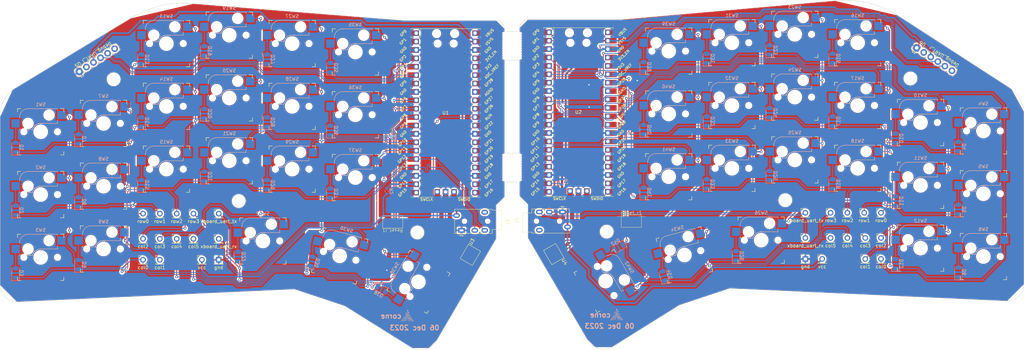
<source format=kicad_pcb>
(kicad_pcb (version 20221018) (generator pcbnew)
  (layers (0 "F.Cu" signal) (31 "B.Cu" signal) (34 "B.Paste" user) (35 "F.Paste" user) (36 "B.SilkS" user "B.Silkscreen") (37 "F.SilkS" user "F.Silkscreen") (38 "B.Mask" user) (39 "F.Mask" user) (44 "Edge.Cuts" user))
  (net 0 "")
  (net 1 "/row0_l")
  (net 2 "Net-(D1-A)")
  (net 3 "/row1_l")
  (net 4 "Net-(D2-A)")
  (net 5 "/row2_l")
  (net 6 "Net-(D3-A)")
  (net 7 "/row0_r")
  (net 8 "Net-(D4-A)")
  (net 9 "/row1_r")
  (net 10 "Net-(D5-A)")
  (net 11 "/row2_r")
  (net 12 "Net-(D6-A)")
  (net 13 "Net-(D7-A)")
  (net 14 "Net-(D8-A)")
  (net 15 "Net-(D9-A)")
  (net 16 "Net-(D10-A)")
  (net 17 "Net-(D11-A)")
  (net 18 "Net-(D12-A)")
  (net 19 "Net-(D13-A)")
  (net 20 "Net-(D14-A)")
  (net 21 "Net-(D15-A)")
  (net 22 "Net-(D16-A)")
  (net 23 "Net-(D17-A)")
  (net 24 "Net-(D18-A)")
  (net 25 "Net-(D19-A)")
  (net 26 "Net-(D20-A)")
  (net 27 "Net-(D21-A)")
  (net 28 "/row3_l")
  (net 29 "Net-(D22-A)")
  (net 30 "Net-(D23-A)")
  (net 31 "Net-(D24-A)")
  (net 32 "Net-(D25-A)")
  (net 33 "/row3_r")
  (net 34 "Net-(D26-A)")
  (net 35 "Net-(D27-A)")
  (net 36 "Net-(D28-A)")
  (net 37 "Net-(D29-A)")
  (net 38 "Net-(D30-A)")
  (net 39 "Net-(D31-A)")
  (net 40 "Net-(D32-A)")
  (net 41 "Net-(D33-A)")
  (net 42 "Net-(D34-A)")
  (net 43 "Net-(D35-A)")
  (net 44 "Net-(D36-A)")
  (net 45 "Net-(D37-A)")
  (net 46 "Net-(D38-A)")
  (net 47 "Net-(D39-A)")
  (net 48 "Net-(D40-A)")
  (net 49 "Net-(D41-A)")
  (net 50 "Net-(D42-A)")
  (net 51 "/vcc_l")
  (net 52 "/swdio_l")
  (net 53 "/dbg_uart_tx_l")
  (net 54 "/swclk_l")
  (net 55 "/gnd_l")
  (net 56 "/dbg_uart_rx_l")
  (net 57 "/vcc_r")
  (net 58 "/swdio_r")
  (net 59 "/dbg_uart_tx_r")
  (net 60 "/swclk_r")
  (net 61 "/gnd_r")
  (net 62 "/dbg_uart_rx_r")
  (net 63 "/xboard_uart_rx_l")
  (net 64 "/xboard_uart_tx_l")
  (net 65 "/xboard_uart_tx_r")
  (net 66 "/xboard_uart_rx_r")
  (net 67 "/col0_l")
  (net 68 "/col0_r")
  (net 69 "/col1_l")
  (net 70 "/col1_r")
  (net 71 "/col2_l")
  (net 72 "/col2_r")
  (net 73 "/col3_l")
  (net 74 "/col3_r")
  (net 75 "/col4_l")
  (net 76 "/col4_r")
  (net 77 "/col5_l")
  (net 78 "/col5_r")
  (net 79 "Net-(U2-GPIO14)")
  (net 88 "Net-(U1-GPIO14)")
  (net 97 "Net-(U1-RUN)")
  (net 106 "Net-(U2-RUN)")
  (footprint "Key_Switches:Kailh_socket_MX" (layer "F.Cu") (at 92.1 66.6)
    (fp_text reference "SW36")
    (fp_text value "SW_Push")
  )
  (footprint "Connector_PinHeader_2.54mm:PinHeader_1x01_P2.54mm_Vertical" (layer "F.Cu") (at 27.94 110.49)
    (fp_text reference "TP15")
    (fp_text value "col0")
  )
  (footprint "Key_Switches:Kailh_socket_MX" (layer "F.Cu") (at 16 107.215)
    (fp_text reference "SW9")
    (fp_text value "SW_Push")
  )
  (footprint "Connector_PinHeader_2.54mm:PinHeader_1x01_P2.54mm_Vertical" (layer "F.Cu") (at 235.712 96.266)
    (fp_text reference "TP14")
    (fp_text value "row3")
  )
  (footprint "Key_Switches:Kailh_socket_MX" (layer "F.Cu") (at 262.892 87.961)
    (fp_text reference "SW11")
    (fp_text value "SW_Push")
  )
  (footprint "Key_Switches:Kailh_socket_MX" (layer "F.Cu") (at 111.155 117.175 60)
    (fp_text reference "SW38")
    (fp_text value "SW_Push")
  )
  (footprint "Key_Switches:Kailh_socket_MX" (layer "F.Cu") (at 224.892 61.266)
    (fp_text reference "SW24")
    (fp_text value "SW_Push")
  )
  (footprint "RP_pico:RPi_Pico_SMD_TH" (layer "F.Cu") (at 159.512 65.786)
    (fp_text reference "U2")
    (fp_text value "Pico")
  )
  (footprint "entropy:SW_PTS636_SK25F_SMTR" (layer "F.Cu") (at 103.38 99.06 180)
    (fp_text reference "Reset_l1")
    (fp_text value "SW_Push")
  )
  (footprint "Key_Switches:Kailh_socket_MX" (layer "F.Cu") (at 92.1 85.6)
    (fp_text reference "SW37")
    (fp_text value "SW_Push")
  )
  (footprint "Key_Switches:Kailh_socket_MX" (layer "F.Cu") (at 243.892 63.806)
    (fp_text reference "SW17")
    (fp_text value "SW_Push")
  )
  (footprint "Key_Switches:Kailh_socket_MX" (layer "F.Cu") (at 205.892 82.806)
    (fp_text reference "SW33")
    (fp_text value "SW_Push")
  )
  (footprint "Key_Switches:Kailh_socket_MX" (layer "F.Cu") (at 16 88.215)
    (fp_text reference "SW8")
    (fp_text value "SW_Push")
  )
  (footprint "Connector_PinHeader_2.54mm:PinHeader_1x01_P2.54mm_Vertical" (layer "F.Cu") (at 33.02 96.52)
    (fp_text reference "TP5")
    (fp_text value "row1")
  )
  (footprint "Key_Switches:Kailh_socket_MX" (layer "F.Cu") (at -3 71.755)
    (fp_text reference "SW1")
    (fp_text value "SW_Push")
  )
  (footprint "Connector_PinHeader_2.54mm:PinHeader_1x01_P2.54mm_Vertical" (layer "F.Cu") (at 228.092 103.886)
    (fp_text reference "TP10")
    (fp_text value "xboard_uart_rx")
  )
  (footprint "Connector_PinHeader_2.54mm:PinHeader_1x01_P2.54mm_Vertical" (layer "F.Cu") (at 228.092 96.266)
    (fp_text reference "TP9")
    (fp_text value "xboard_uart_tx")
  )
  (footprint "Key_Switches:Kailh_socket_MX" (layer "F.Cu") (at 205.892 44.806)
    (fp_text reference "SW31")
    (fp_text value "SW_Push")
  )
  (footprint "Connector_PinHeader_2.54mm:PinHeader_1x01_P2.54mm_Vertical" (layer "F.Cu") (at 50.8 110.49)
    (fp_text reference "GP1")
    (fp_text value "gnd")
  )
  (footprint "Connector_PinHeader_2.54mm:PinHeader_1x01_P2.54mm_Vertical" (layer "F.Cu") (at 245.872 96.266)
    (fp_text reference "TP12")
    (fp_text value "row1")
  )
  (footprint "entropy:Jack_3.5mm_boardsource_TRRS_TH" (layer "F.Cu") (at 154.712 101.106 90)
    (fp_text reference "J4")
    (fp_text value "AudioJack4")
  )
  (footprint "Connector_PinHeader_2.54mm:PinHeader_1x01_P2.54mm_Vertical" (layer "F.Cu") (at 240.792 96.266)
    (fp_text reference "TP13")
    (fp_text value "row2")
  )
  (footprint "Connector_PinHeader_2.54mm:PinHeader_1x01_P2.54mm_Vertical" (layer "F.Cu") (at 235.712 103.886)
    (fp_text reference "TP26")
    (fp_text value "col5")
  )
  (footprint "Key_Switches:Kailh_socket_MX" (layer "F.Cu") (at 35 83.06)
    (fp_text reference "SW15")
    (fp_text value "SW_Push")
  )
  (footprint "Key_Switches:Kailh_socket_MX" (layer "F.Cu") (at 186.792 47.346)
    (fp_text reference "SW39")
    (fp_text value "SW_Push")
  )
  (footprint "entropy:SM03B-SRSS-TB" (layer "F.Cu") (at 126.526202 108.830642 60)
    (fp_text reference "U3")
    (fp_text value "SWD_Connector_3pin")
  )
  (footprint "Connector_PinHeader_2.54mm:PinHeader_1x01_P2.54mm_Vertical" (layer "F.Cu") (at 38.1 104.14)
    (fp_text reference "TP19")
    (fp_text value "col4")
  )
  (footprint "Key_Switches:Kailh_socket_MX" (layer "F.Cu") (at 64.16 104.8)
    (fp_text reference "SW22")
    (fp_text value "SW_Push")
  )
  (footprint "Connector_PinHeader_2.54mm:PinHeader_1x01_P2.54mm_Vertical" (layer "F.Cu") (at 250.952 96.266)
    (fp_text reference "TP11")
    (fp_text value "row0")
  )
  (footprint "Connector_PinHeader_2.54mm:PinHeader_1x01_P2.54mm_Vertical" (layer "F.Cu") (at 50.8 96.52)
    (fp_text reference "TP2")
    (fp_text value "xboard_uart_tx")
  )
  (footprint "Key_Switches:Kailh_socket_MX" (layer "F.Cu") (at 73 64.06)
    (fp_text reference "SW28")
    (fp_text value "SW_Push")
  )
  (footprint "Connector_PinHeader_2.54mm:PinHeader_1x01_P2.54mm_Vertical" (layer "F.Cu") (at 27.94 104.14)
    (fp_text reference "TP17")
    (fp_text value "col2")
  )
  (footprint "Key_Switches:Kailh_socket_MX" (layer "F.Cu") (at 224.892 80.266)
    (fp_text reference "SW25")
    (fp_text value "SW_Push")
  )
  (footprint "entropy:Header_6pin" (layer "F.Cu") (at 267.056677 49.817558 -33)
    (fp_text reference "U6")
    (fp_text value "Debug_UART_r")
  )
  (footprint "Key_Switches:Kailh_socket_MX" (layer "F.Cu") (at 281.892 109.501)
    (fp_text reference "SW6")
    (fp_text value "SW_Push")
  )
  (footprint "Connector_PinHeader_2.54mm:PinHeader_1x01_P2.54mm_Vertical" (layer "F.Cu") (at 246.1895 110.236)
    (fp_text reference "TP22")
    (fp_text value "col1")
  )
  (footprint "Key_Switches:Kailh_socket_MX" (layer "F.Cu") (at 73 83.06)
    (fp_text reference "SW29")
    (fp_text value "SW_Push")
  )
  (footprint "Connector_PinHeader_2.54mm:PinHeader_1x01_P2.54mm_Vertical" (layer "F.Cu") (at 233.172 110.236)
    (fp_text reference "TP8")
    (fp_text value "vcc")
  )
  (footprint "Connector_PinHeader_2.54mm:PinHeader_1x01_P2.54mm_Vertical" (layer "F.Cu") (at 228.092 110.236)
    (fp_text reference "GP2")
    (fp_text value "gnd")
  )
  (footprint "Key_Switches:Kailh_socket_MX" (layer "F.Cu") (at 243.892 44.806)
    (fp_text reference "SW16")
    (fp_text value "SW_Push")
  )
  (footprint "Key_Switches:Kailh_socket_MX" (layer "F.Cu") (at 262.892 106.961)
    (fp_text reference "SW12")
    (fp_text value "SW_Push")
  )
  (footprint "Key_Switches:Kailh_socket_MX" (layer "F.Cu") (at 87.345 109.305 -15)
    (fp_text reference "SW30")
    (fp_text value "SW_Push")
  )
  (footprint "entropy:SW_PTS636_SK25F_SMTR" (layer "F.Cu") (at 175.512 98.806)
    (fp_text reference "Reset_r1")
    (fp_text value "SW_Push")
  )
  (footprint "Key_Switches:Kailh_socket_MX" (layer "F.Cu") (at -3 109.755)
    (fp_text reference "SW3")
    (fp_text value "SW_Push")
  )
  (footprint "Key_Switches:Kailh_socket_MX" (layer "F.Cu") (at -3 90.755)
    (fp_text reference "SW2")
    (fp_text value "SW_Push")
  )
  (footprint "Key_Switches:Kailh_socket_MX" (layer "F.Cu") (at 214.732 104.546)
    (fp_text reference "SW26")
    (fp_text value "SW_Push")
  )
  (footprint "Key_Switches:Kailh_socket_MX" (layer "F.Cu") (at 54 42.52)
    (fp_text reference "SW19")
    (fp_text value "SW_Push")
  )
  (footprint "Connector_PinHeader_2.54mm:PinHeader_1x01_P2.54mm_Vertical" (layer "F.Cu") (at 43.18 104.14)
    (fp_text reference "TP20")
    (fp_text value "col5")
  )
  (footprint "Key_Switches:Kailh_socket_MX" (layer "F.Cu") (at 243.892 82.806)
    (fp_text reference "SW18")
    (fp_text value "SW_Push")
  )
  (footprint "Key_Switches:Kailh_socket_MX" (layer "F.Cu") (at 35 45.06)
    (fp_text reference "SW13")
    (fp_text value "SW_Push")
  )
  (footprint "Connector_PinHeader_2.54mm:PinHeader_1x01_P2.54mm_Vertical" (layer "F.Cu") (at 27.94 96.52)
    (fp_text reference "TP4")
    (fp_text value "row0")
  )
  (footprint "Connector_PinHeader_2.54mm:PinHeader_1x01_P2.54mm_Vertical" (layer "F.Cu") (at 45.72 110.49)
    (fp_text reference "TP1")
    (fp_text value "vcc")
  )
  (footprint "Key_Switches:Kailh_socket_MX" (layer "F.Cu") (at 281.892 71.501)
    (fp_text reference "SW4")
    (fp_text value "SW_Push")
  )
  (footprint "Key_Switches:Kailh_socket_MX" (layer "F.Cu") (at 191.547 109.051 15)
    (fp_text reference "SW34")
    (fp_text value "SW_Push")
  )
  (footprint "entropy:SM03B-SRSS-TB" (layer "F.Cu") (at 152.365798 108.576642 -60)
    (fp_text reference "U4")
    (fp_text value "SWD_Connector_3pin")
  )
  (footprint "Key_Switches:Kailh_socket_MX" (layer "F.Cu") (at 54 61.52)
    (fp_text reference "SW20")
    (fp_text value "SW_Push")
  )
  (footprint "RP_pico:RPi_Pico_SMD_TH" (layer "F.Cu") (at 119.38 66.04)
    (fp_text reference "U1")
    (fp_text value "Pico")
  )
  (footprint "Connector_PinHeader_2.54mm:PinHeader_1x01_P2.54mm_Vertical" (layer "F.Cu") (at 33.02 110.49)
    (fp_text reference "TP16")
    (fp_text value "col1")
  )
  (footprint "Key_Switches:Kailh_socket_MX" (layer "F.Cu") (at 73 45.06)
    (fp_text reference "SW27")
    (fp_text value "SW_Push")
  )
  (footprint "Key_Switches:Kailh_socket_MX" (layer "F.Cu") (at 92.1 47.6)
    (fp_text reference "SW35")
    (fp_text value "SW_Push")
  )
  (footprint "Panelization:mouse-bite-5mm-slot" (layer "F.Cu") (at 139.446 45.72 90)
    (fp_text reference "mouse-bite-5mm-slot" hide)
    (fp_text value "VAL**" hide)
  )
  (footprint "Connector_PinHeader_2.54mm:PinHeader_1x01_P2.54mm_Vertical" (layer "F.Cu") (at 250.952 103.886)
    (fp_text reference "TP23")
    (fp_text value "col2")
  )
  (footprint "Key_Switches:Kailh_socket_MX" (layer "F.Cu") (at 167.737 116.921 -60)
    (fp_text reference "SW42")
    (fp_text value "SW_Push")
  )
  (footprint "entropy:Header_6pin" (layer "F.Cu") (at 14.024031 50.071558 33)
    (fp_text reference "U5")
    (fp_text value "Debug_UART_l")
  )
  (footprint "Key_Switches:Kailh_socket_MX" (layer "F.Cu") (at 224.892 42.266)
    (fp_text reference "SW23")
    (fp_text value "SW_Push")
  )
  (footprint "Key_Switches:Kailh_socket_MX" (layer "F.Cu") (at 35 64.06)
    (fp_text reference "SW14")
    (fp_text value "SW_Push")
  )
  (footprint "Connector_PinHeader_2.54mm:PinHeader_1x01_P2.54mm_Vertical" (layer "F.Cu") (at 43.18 96.52)
    (fp_text reference "TP7")
    (fp_text value "row3")
  )
  (footprint "Key_Switches:Kailh_socket_MX" (layer "F.Cu") (at 262.892 68.961)
    (fp_text reference "SW10")
    (fp_text value "SW_Push")
  )
  (footprint "Connector_PinHeader_2.54mm:PinHeader_1x01_P2.54mm_Vertical" (layer "F.Cu") (at 50.8 104.14)
    (fp_text reference "TP3")
    (fp_text value "xboard_uart_rx")
  )
  (footprint "entropy:Jack_3.5mm_boardsource_TRRS_TH" (layer "F.Cu") (at 124.18 96.52 -90)
    (fp_text reference "J3")
    (fp_text value "AudioJack4")
  )
  (footprint "Connector_PinHeader_2.54mm:PinHeader_1x01_P2.54mm_Vertical" (layer "F.Cu") (at 33.02 104.14)
    (fp_text reference "TP18")
    (fp_text value "col3")
  )
  (footprint "Key_Switches:Kailh_socket_MX" (layer "F.Cu") (at 186.792 66.346)
    (fp_text reference "SW40")
    (fp_text value "SW_Push")
  )
  (footprint "Key_Switches:Kailh_socket_MX" (layer "F.Cu") (at 186.792 85.346)
    (fp_text reference "SW41")
    (fp_text value "SW_Push")
  )
  (footprint "Key_Switches:Kailh_socket_MX" (layer "F.Cu") (at 16 69.215)
    (fp_text reference "SW7")
    (fp_text value "SW_Push")
  )
  (footprint "Panelization:mouse-bite-5mm-slot" (layer "F.Cu") (at 139.446 82.55 90)
    (fp_text reference "mouse-bite-5mm-slot" hide)
    (fp_text value "VAL**" hide)
  )
  (footprint "Connector_PinHeader_2.54mm:PinHeader_1x01_P2.54mm_Vertical" (layer "F.Cu") (at 246.1895 103.886)
    (fp_text reference "TP24")
    (fp_text value "col3")
  )
  (footprint "Key_Switches:Kailh_socket_MX" (layer "F.Cu") (at 205.892 63.806)
    (fp_text reference "SW32")
    (fp_text value "SW_Push")
  )
  (footprint "Key_Switches:Kailh_socket_MX" (layer "F.Cu") (at 54 80.52)
    (fp_text reference "SW21")
    (fp_text value "SW_Push")
  )
  (footprint "Connector_PinHeader_2.54mm:PinHeader_1x01_P2.54mm_Vertical" (layer "F.Cu") (at 250.952 110.236)
    (fp_text reference "TP21")
    (fp_text value "col0")
  )
  (footprint "Key_Switches:Kailh_socket_MX" (layer "F.Cu") (at 281.892 90.501)
    (fp_text reference "SW5")
    (fp_text value "SW_Push")
  )
  (footprint "Connector_PinHeader_2.54mm:PinHeader_1x01_P2.54mm_Vertical" (layer "F.Cu") (at 38.1 96.52)
    (fp_text reference "TP6")
    (fp_text value "row2")
  )
  (footprint "Connector_PinHeader_2.54mm:PinHeader_1x01_P2.54mm_Vertical" (layer "F.Cu") (at 240.792 103.886)
    (fp_text reference "TP25")
    (fp_text value "col4")
  )
  (footprint "Diode_SMD:D_1206_3216Metric" (layer "B.Cu") (at 255.332 73.711 90)
    (fp_text reference "D10")
    (fp_text value "D")
  )
  (footprint "Diode_SMD:D_1206_3216Metric" (layer "B.Cu") (at 217.332 47.016 90)
    (fp_text reference "D23")
    (fp_text value "D")
  )
  (footprint "Diode_SMD:D_1206_3216Metric" (layer "B.Cu") (at 171.648216 106.695425 -150)
    (fp_text reference "D42")
    (fp_text value "D")
  )
  (footprint "Diode_SMD:D_1206_3216Metric" (layer "B.Cu") (at 78.89 110.97 75)
    (fp_text reference "D30")
    (fp_text value "D")
  )
  (footprint "Diode_SMD:D_1206_3216Metric" (layer "B.Cu") (at 274.332 76.251 90)
    (fp_text reference "D4")
    (fp_text value "D")
  )
  (footprint "Diode_SMD:D_1206_3216Metric" (layer "B.Cu") (at 56.6 109.55 90)
    (fp_text reference "D22")
    (fp_text value "D")
  )
  (footprint "Resistor_SMD:R_0603_1608Metric" (layer "B.Cu") (at 154.432 86.931 90)
    (fp_text reference "R1")
    (fp_text value "100Ω")
  )
  (footprint "Diode_SMD:D_1206_3216Metric" (layer "B.Cu") (at 46.44 66.27 90)
    (fp_text reference "D20")
    (fp_text value "D")
  )
  (footprint "Diode_SMD:D_1206_3216Metric" (layer "B.Cu") (at 65.44 49.81 90)
    (fp_text reference "D27")
    (fp_text value "D")
  )
  (footprint "Diode_SMD:D_1206_3216Metric" (layer "B.Cu") (at 179.232 71.096 90)
    (fp_text reference "D40")
    (fp_text value "D")
  )
  (footprint "Diode_SMD:D_1206_3216Metric" (layer "B.Cu") (at 236.332 87.556 90)
    (fp_text reference "D18")
    (fp_text value "D")
  )
  (footprint "Diode_SMD:D_1206_3216Metric" (layer "B.Cu") (at 185.274347 115.398296 105)
    (fp_text reference "D34")
    (fp_text value "D")
  )
  (footprint "Diode_SMD:D_1206_3216Metric" (layer "B.Cu") (at 84.54 90.35 90)
    (fp_text reference "D37")
    (fp_text value "D")
  )
  (footprint "Diode_SMD:D_1206_3216Metric" (layer "B.Cu") (at 27.44 49.81 90)
    (fp_text reference "D13")
    (fp_text value "D")
  )
  (footprint "Diode_SMD:D_1206_3216Metric" (layer "B.Cu") (at 27.44 68.81 90)
    (fp_text reference "D14")
    (fp_text value "D")
  )
  (footprint "Diode_SMD:D_1206_3216Metric" (layer "B.Cu") (at 65.44 87.81 90)
    (fp_text reference "D29")
    (fp_text value "D")
  )
  (footprint "Diode_SMD:D_1206_3216Metric" (layer "B.Cu") (at 8.44 73.965 90)
    (fp_text reference "D7")
    (fp_text value "D")
  )
  (footprint "Diode_SMD:D_1206_3216Metric" (layer "B.Cu") (at 84.54 71.35 90)
    (fp_text reference "D36")
    (fp_text value "D")
  )
  (footprint "Diode_SMD:D_1206_3216Metric" (layer "B.Cu") (at 179.232 52.096 90)
    (fp_text reference "D39")
    (fp_text value "D")
  )
  (footprint "Diode_SMD:D_1206_3216Metric" (layer "B.Cu") (at 100.005 119.360811 -30)
    (fp_text reference "D38")
    (fp_text value "D")
  )
  (footprint "Resistor_SMD:R_0603_1608Metric" (layer "B.Cu") (at 101.6 89.725 90)
    (fp_text reference "R2")
    (fp_text value "100Ω")
  )
  (footprint "Diode_SMD:D_1206_3216Metric" (layer "B.Cu") (at 8.44 92.965 90)
    (fp_text reference "D8")
    (fp_text value "D")
  )
  (footprint "Diode_SMD:D_1206_3216Metric" (layer "B.Cu") (at 236.332 68.556 90)
    (fp_text reference "D17")
    (fp_text value "D")
  )
  (footprint "Diode_SMD:D_1206_3216Metric" (layer "B.Cu") (at 236.332 49.556 90)
    (fp_text reference "D16")
    (fp_text value "D")
  )
  (footprint "Diode_SMD:D_1206_3216Metric" (layer "B.Cu") (at 207.172 109.296 90)
    (fp_text reference "D26")
    (fp_text value "D")
  )
  (footprint "Diode_SMD:D_1206_3216Metric" (layer "B.Cu") (at 198.332 87.556 90)
    (fp_text reference "D33")
    (fp_text value "D")
  )
  (footprint "Diode_SMD:D_1206_3216Metric" (layer "B.Cu") (at 274.332 114.251 90)
    (fp_text reference "D6")
    (fp_text value "D")
  )
  (footprint "Diode_SMD:D_1206_3216Metric" (layer "B.Cu") (at 217.332 66.016 90)
    (fp_text reference "D24")
    (fp_text value "D")
  )
  (footprint "Diode_SMD:D_1206_3216Metric" (layer "B.Cu") (at 255.332 111.711 90)
    (fp_text reference "D12")
    (fp_text value "D")
  )
  (footprint "Diode_SMD:D_1206_3216Metric" (layer "B.Cu") (at 217.332 85.016 90)
    (fp_text reference "D25")
    (fp_text value "D")
  )
  (footprint "Diode_SMD:D_1206_3216Metric" (layer "B.Cu") (at 179.232 90.096 90)
    (fp_text reference "D41")
    (fp_text value "D")
  )
  (footprint "Diode_SMD:D_1206_3216Metric" (layer "B.Cu") (at 198.332 49.556 90)
    (fp_text reference "D31")
    (fp_text value "D")
  )
  (footprint "Diode_SMD:D_1206_3216Metric" (layer "B.Cu") (at -10.56 114.505 90)
    (fp_text reference "D3")
    (fp_text value "D")
  )
  (footprint "Diode_SMD:D_1206_3216Metric" (layer "B.Cu") (at 27.44 87.81 90)
    (fp_text reference "D15")
    (fp_text value "D")
  )
  (footprint "Diode_SMD:D_1206_3216Metric" (layer "B.Cu") (at 84.54 52.35 90)
    (fp_text reference "D35")
    (fp_text value "D")
  )
  (footprint "Diode_SMD:D_1206_3216Metric" (layer "B.Cu") (at 65.44 68.81 90)
    (fp_text reference "D28")
    (fp_text value "D")
  )
  (footprint "Diode_SMD:D_1206_3216Metric" (layer "B.Cu") (at -10.56 95.505 90)
    (fp_text reference "D2")
    (fp_text value "D")
  )
  (footprint "Diode_SMD:D_1206_3216Metric" (layer "B.Cu") (at 198.332 68.556 90)
    (fp_text reference "D32")
    (fp_text value "D")
  )
  (footprint "Diode_SMD:D_1206_3216Metric" (layer "B.Cu") (at 274.332 95.251 90)
    (fp_text reference "D5")
    (fp_text value "D")
  )
  (footprint "Diode_SMD:D_1206_3216Metric" (layer "B.Cu") (at 8.44 111.965 90)
    (fp_text reference "D9")
    (fp_text value "D")
  )
  (footprint "Diode_SMD:D_1206_3216Metric" (layer "B.Cu") (at 46.44 85.27 90)
    (fp_text reference "D21")
    (fp_text value "D")
  )
  (footprint "Diode_SMD:D_1206_3216Metric" (layer "B.Cu") (at 255.332 92.711 90)
    (fp_text reference "D11")
    (fp_text value "D")
  )
  (footprint "Diode_SMD:D_1206_3216Metric" (layer "B.Cu") (at -10.56 76.505 90)
    (fp_text reference "D1")
    (fp_text value "D")
  )
  (footprint "Diode_SMD:D_1206_3216Metric" (layer "B.Cu") (at 46.44 47.27 90)
    (fp_text reference "D19")
    (fp_text value "D")
  )
  (gr_poly (pts (xy 108.123195 125.987225) (xy 108.037351 126.036808) (xy 107.932139 125.854642) (xy 107.932139 127.153376) (xy 108.142509 127.027884) (xy 108.061454 126.591414) (xy 108.11748 126.321896) (xy 108.037496 126.410585) (xy 107.99253 126.370024) (xy 108.189327 126.151796) (xy 108.280027 126.431315) (xy 108.222427 126.450008) (xy 108.185425 126.335972) (xy 108.137443 126.566808) (xy 108.320323 126.589231) (xy 108.320442 126.588226) (xy 108.217651 126.511126) (xy 108.253978 126.462681) (xy 108.442719 126.604233) (xy 108.442864 126.604246) (xy 108.442858 126.604293) (xy 108.442851 126.604339) (xy 108.489074 126.638999) (xy 108.4358 126.66178) (xy 108.435628 126.663288) (xy 108.433035 126.662971) (xy 108.218881 126.754543) (xy 108.195069 126.698861) (xy 108.313219 126.648339) (xy 108.313219 126.648273) (xy 108.13862 126.626868) (xy 108.213047 127.027659) (xy 108.470421 127.265969) (xy 108.610808 127.188142) (xy 108.489074 127.18805) (xy 108.489127 127.1275) (xy 108.782987 127.127725) (xy 108.635957 127.382161) (xy 108.58353 127.351853) (xy 108.6424 127.249975) (xy 108.494511 127.331956) (xy 108.430323 127.548253) (xy 108.514183 127.466457) (xy 108.556463 127.509809) (xy 108.346093 127.71498) (xy 108.273491 127.430236) (xy 108.332163 127.415274) (xy 108.362312 127.533503) (xy 108.425878 127.319296) (xy 108.176508 127.088408) (xy 107.932139 127.23418) (xy 107.932139 127.498459) (xy 108.087992 127.408659) (xy 108.087489 127.407773) (xy 107.96586 127.412641) (xy 107.963439 127.352131) (xy 108.257074 127.340397) (xy 108.120523 127.600601) (xy 108.066892 127.572463) (xy 108.120734 127.469897) (xy 107.932139 127.578535) (xy 107.932139 127.92437) (xy 107.909225 127.911139) (xy 107.908775 127.910843) (xy 107.906688 127.909613) (xy 107.90454 127.908485) (xy 107.902334 127.90746) (xy 107.900074 127.906543) (xy 107.897763 127.905735) (xy 107.895405 127.90504) (xy 107.893015 127.904462) (xy 107.89061 127.904006) (xy 107.888194 127.90367) (xy 107.885771 127.903453) (xy 107.883347 127.903356) (xy 107.880925 127.903377) (xy 107.87851 127.903517) (xy 107.876105 127.903774) (xy 107.873716 127.904148) (xy 107.871347 127.904638) (xy 107.869002 127.905244) (xy 107.866685 127.905966) (xy 107.864402 127.906802) (xy 107.862155 127.907752) (xy 107.85995 127.908815) (xy 107.857791 127.909991) (xy 107.833 127.924303) (xy 107.833 127.108807) (xy 107.566895 127.539429) (xy 107.644286 127.684699) (xy 107.645622 127.561072) (xy 107.706172 127.561721) (xy 107.70301 127.855567) (xy 107.640661 127.818697) (xy 107.637856 127.820192) (xy 107.635409 127.815588) (xy 107.450055 127.705998) (xy 107.480879 127.653875) (xy 107.58068 127.71289) (xy 107.50653 127.573706) (xy 107.350704 127.579805) (xy 107.448984 127.636293) (xy 107.418795 127.688787) (xy 107.164027 127.54234) (xy 107.418199 127.394835) (xy 107.448587 127.447209) (xy 107.339009 127.510802) (xy 107.507086 127.504227) (xy 107.632684 127.30096) (xy 107.521294 127.222988) (xy 107.565996 127.328795) (xy 107.510208 127.352356) (xy 107.395855 127.081661) (xy 107.687479 127.117869) (xy 107.680018 127.177969) (xy 107.555968 127.162557) (xy 107.669223 127.241839) (xy 107.815299 127.00546) (xy 107.531864 126.817342) (xy 107.240307 126.976595) (xy 107.354475 126.972507) (xy 107.356631 127.03303) (xy 107.062957 127.043521) (xy 107.200619 126.783899) (xy 107.254118 126.812262) (xy 107.196121 126.921654) (xy 107.494426 126.758737) (xy 107.448441 126.536592) (xy 107.40878 126.649702) (xy 107.351643 126.629673) (xy 107.448864 126.35235) (xy 107.640489 126.575142) (xy 107.594584 126.614631) (xy 107.51673 126.524117) (xy 107.564699 126.755853) (xy 107.833 126.93393) (xy 107.833 125.854642) (xy 107.727788 126.036808) (xy 107.641944 125.987225) (xy 107.882569 125.570612)) (fill solid) (layer "B.SilkS"))
  (gr_poly (pts (xy 108.899607 127.528875) (xy 108.902619 127.529013) (xy 108.905614 127.529274) (xy 108.908589 127.529655) (xy 108.911539 127.530156) (xy 108.914461 127.530773) (xy 108.917353 127.531507) (xy 108.920209 127.532355) (xy 108.923028 127.533317) (xy 108.925804 127.534391) (xy 108.928536 127.535575) (xy 108.931218 127.536867) (xy 108.933849 127.538268) (xy 108.936423 127.539774) (xy 108.938939 127.541385) (xy 108.941391 127.543099) (xy 108.943778 127.544915) (xy 108.946094 127.546831) (xy 108.948338 127.548846) (xy 108.950504 127.550959) (xy 108.95259 127.553167) (xy 108.954593 127.55547) (xy 108.956508 127.557866) (xy 108.958332 127.560354) (xy 108.960062 127.562932) (xy 108.961694 127.565599) (xy 108.963213 127.568332) (xy 108.964607 127.571106) (xy 108.965876 127.573918) (xy 108.96702 127.576764) (xy 108.96804 127.57964) (xy 108.968937 127.582543) (xy 108.96971 127.585468) (xy 108.970361 127.588413) (xy 108.97089 127.591372) (xy 108.971298 127.594343) (xy 108.971749 127.600304) (xy 108.971719 127.606266) (xy 108.971213 127.612198) (xy 108.970233 127.61807) (xy 108.968783 127.623853) (xy 108.966868 127.629516) (xy 108.965736 127.632293) (xy 108.96449 127.635029) (xy 108.96313 127.63772) (xy 108.961655 127.640362) (xy 108.960066 127.642952) (xy 108.958365 127.645485) (xy 108.956551 127.647958) (xy 108.954624 127.650368) (xy 108.952586 127.65271) (xy 108.950437 127.654981) (xy 108.94588 127.659228) (xy 108.941046 127.663032) (xy 108.935966 127.666389) (xy 108.930671 127.669294) (xy 108.92519 127.671744) (xy 108.919552 127.673733) (xy 108.913789 127.675258) (xy 108.90793 127.676315) (xy 108.902005 127.6769) (xy 108.896044 127.677007) (xy 108.890078 127.676634) (xy 108.884136 127.675776) (xy 108.878248 127.674428) (xy 108.872445 127.672588) (xy 108.866755 127.670249) (xy 108.861211 127.667409) (xy 108.504817 127.871535) (xy 108.820266 128.031608) (xy 109.049644 127.916077) (xy 109.092384 127.916077) (xy 109.092483 127.918028) (xy 109.092695 127.919978) (xy 109.093021 127.921922) (xy 109.093462 127.923856) (xy 109.100274 127.937376) (xy 109.101243 127.938523) (xy 109.102253 127.939619) (xy 109.104388 127.941657) (xy 109.106665 127.943485) (xy 109.109067 127.9451) (xy 109.111581 127.946499) (xy 109.11419 127.947679) (xy 109.11688 127.948636) (xy 109.119637 127.949366) (xy 109.122444 127.949867) (xy 109.125287 127.950135) (xy 109.12815 127.950167) (xy 109.131019 127.949959) (xy 109.133879 127.949509) (xy 109.136714 127.948812) (xy 109.13951 127.947866) (xy 109.140888 127.947298) (xy 109.142251 127.946667) (xy 109.143585 127.945977) (xy 109.144879 127.945237) (xy 109.14734 127.943608) (xy 109.149629 127.941795) (xy 109.151738 127.939812) (xy 109.153661 127.937673) (xy 109.155391 127.935391) (xy 109.156922 127.932981) (xy 109.158248 127.930456) (xy 109.15936 127.927831) (xy 109.160254 127.925119) (xy 109.160922 127.922334) (xy 109.161358 127.919491) (xy 109.161554 127.916602) (xy 109.161506 127.913683) (xy 109.161205 127.910747) (xy 109.160958 127.909277) (xy 109.160646 127.907808) (xy 109.16027 127.906354) (xy 109.159836 127.904928) (xy 109.159344 127.903532) (xy 109.158795 127.902166) (xy 109.158193 127.900832) (xy 109.157537 127.899531) (xy 109.15683 127.898265) (xy 109.156073 127.897034) (xy 109.154415 127.894683) (xy 109.152575 127.892489) (xy 109.150566 127.89046) (xy 109.148399 127.888607) (xy 109.146087 127.886938) (xy 109.143642 127.885463) (xy 109.141075 127.884193) (xy 109.1384 127.883136) (xy 109.137025 127.88269) (xy 109.135628 127.882301) (xy 109.134209 127.881971) (xy 109.132771 127.881699) (xy 109.131315 127.881489) (xy 109.129842 127.88134) (xy 109.128354 127.881253) (xy 109.126852 127.881231) (xy 109.124869 127.881266) (xy 109.122904 127.881416) (xy 109.12096 127.881676) (xy 109.119042 127.882047) (xy 109.117154 127.882526) (xy 109.115301 127.88311) (xy 109.113487 127.883797) (xy 109.111716 127.884586) (xy 109.109993 127.885474) (xy 109.108321 127.886459) (xy 109.106707 127.88754) (xy 109.105153 127.888714) (xy 109.103663 127.889978) (xy 109.102244 127.891332) (xy 109.100898 127.892772) (xy 109.09963 127.894297) (xy 109.098453 127.895893) (xy 109.097377 127.897544) (xy 109.096403 127.899247) (xy 109.095531 127.900995) (xy 109.094764 127.902785) (xy 109.094101 127.904612) (xy 109.093545 127.90647) (xy 109.093095 127.908356) (xy 109.092753 127.910264) (xy 109.09252 127.91219) (xy 109.092397 127.914129) (xy 109.092384 127.916077) (xy 109.049644 127.916077) (xy 109.052769 127.914503) (xy 109.052884 127.911327) (xy 109.053131 127.908183) (xy 109.05351 127.905072) (xy 109.054016 127.901998) (xy 109.054647 127.898964) (xy 109.055402 127.895973) (xy 109.056277 127.893028) (xy 109.05727 127.890133) (xy 109.058379 127.88729) (xy 109.0596 127.884502) (xy 109.060933 127.881773) (xy 109.061225 127.881231) (xy 109.126852 127.881231) (xy 109.061225 127.881231) (xy 109.062373 127.879106) (xy 109.063919 127.876503) (xy 109.065568 127.873968) (xy 109.067317 127.871504) (xy 109.069165 127.869114) (xy 109.071108 127.866801) (xy 109.073144 127.864568) (xy 109.075271 127.862418) (xy 109.077487 127.860355) (xy 109.079787 127.858381) (xy 109.082171 127.8565) (xy 109.084636 127.854714) (xy 109.087179 127.853027) (xy 109.089797 127.851442) (xy 109.092489 127.849961) (xy 109.095251 127.848589) (xy 109.098082 127.847327) (xy 109.100978 127.84618) (xy 109.103938 127.84515) (xy 109.106958 127.84424) (xy 109.110037 127.843453) (xy 109.113146 127.842798) (xy 109.116258 127.84228) (xy 109.119368 127.841896) (xy 109.122473 127.841645) (xy 109.12557 127.841526) (xy 109.128655 127.841537) (xy 109.131724 127.841675) (xy 109.134773 127.84194) (xy 109.1378 127.84233) (xy 109.1408 127.842843) (xy 109.14377 127.843477) (xy 109.146706 127.844231) (xy 109.149605 127.845103) (xy 109.152463 127.846091) (xy 109.155276 127.847195) (xy 109.158041 127.848411) (xy 109.160755 127.849738) (xy 109.163413 127.851176) (xy 109.166013 127.852721) (xy 109.16855 127.854373) (xy 109.17102 127.856129) (xy 109.173421 127.857988) (xy 109.175749 127.859949) (xy 109.178 127.86201) (xy 109.180171 127.864168) (xy 109.182257 127.866423) (xy 109.184255 127.868773) (xy 109.186163 127.871215) (xy 109.187975 127.873749) (xy 109.189689 127.876373) (xy 109.191301 127.879084) (xy 109.192807 127.881882) (xy 109.194193 127.884742) (xy 109.195447 127.887636) (xy 109.19657 127.890562) (xy 109.197563 127.893515) (xy 109.198426 127.896491) (xy 109.19916 127.899487) (xy 109.199767 127.902499) (xy 109.200245 127.905522) (xy 109.200597 127.908553) (xy 109.200824 127.911588) (xy 109.200925 127.914624) (xy 109.200902 127.917655) (xy 109.200755 127.920679) (xy 109.200486 127.923691) (xy 109.200094 127.926687) (xy 109.199581 127.929664) (xy 109.198948 127.932618) (xy 109.198195 127.935545) (xy 109.197322 127.93844) (xy 109.196332 127.941301) (xy 109.195223 127.944122) (xy 109.193998 127.946901) (xy 109.192657 127.949633) (xy 109.191201 127.952315) (xy 109.18963 127.954942) (xy 109.187945 127.957511) (xy 109.186147 127.960017) (xy 109.184237 127.962458) (xy 109.182216 127.964828) (xy 109.180083 127.967125) (xy 109.177841 127.969343) (xy 109.175489 127.97148) (xy 109.173049 127.973515) (xy 109.170543 127.975431) (xy 109.167974 127.977227) (xy 109.165348 127.978903) (xy 109.159938 127.981894) (xy 109.154343 127.984403) (xy 109.148596 127.986429) (xy 109.142727 127.987969) (xy 109.13677 127.989021) (xy 109.130754 127.989585) (xy 109.124713 127.989659) (xy 109.118678 127.98924) (xy 109.11268 127.988327) (xy 109.106751 127.986919) (xy 109.100923 127.985013) (xy 109.095227 127.982609) (xy 109.092439 127.981219) (xy 109.089696 127.979704) (xy 109.087001 127.978063) (xy 109.08436 127.976296) (xy 108.835811 128.101484) (xy 108.833945 128.102358) (xy 108.832042 128.103116) (xy 108.830109 128.103758) (xy 108.828149 128.104282) (xy 108.826169 128.104691) (xy 108.824172 128.104982) (xy 108.822166 128.105157) (xy 108.820154 128.105215) (xy 108.818142 128.105157) (xy 108.816136 128.104982) (xy 108.81414 128.104691) (xy 108.812159 128.104282) (xy 108.810199 128.103758) (xy 108.808266 128.103116) (xy 108.806363 128.102358) (xy 108.804497 128.101484) (xy 108.432758 127.912796) (xy 108.170953 128.06218) (xy 108.333195 128.155856) (xy 108.451821 128.080344) (xy 108.453901 128.079117) (xy 108.456042 128.078047) (xy 108.458236 128.077134) (xy 108.460475 128.076377) (xy 108.46275 128.075777) (xy 108.465053 128.075334) (xy 108.467377 128.075048) (xy 108.469712 128.074919) (xy 108.47205 128.074948) (xy 108.474383 128.075135) (xy 108.476704 128.075479) (xy 108.479002 128.075982) (xy 108.481271 128.076643) (xy 108.483503 128.077462) (xy 108.485687 128.07844) (xy 108.487817 128.079576) (xy 108.704101 128.204645) (xy 108.706831 128.203043) (xy 108.709606 128.201569) (xy 108.712423 128.200221) (xy 108.715277 128.199) (xy 108.718164 128.197904) (xy 108.721081 128.196934) (xy 108.724024 128.196089) (xy 108.726988 128.195368) (xy 108.729971 128.194772) (xy 108.732967 128.194299) (xy 108.738987 128.193723) (xy 108.745018 128.193637) (xy 108.751027 128.194037) (xy 108.756984 128.194921) (xy 108.762859 128.196285) (xy 108.76862 128.198126) (xy 108.771448 128.199224) (xy 108.774236 128.20044) (xy 108.77698 128.201773) (xy 108.779676 128.203223) (xy 108.78232 128.204791) (xy 108.784909 128.206474) (xy 108.787439 128.208273) (xy 108.789905 128.210188) (xy 108.792304 128.212217) (xy 108.794633 128.214362) (xy 108.798992 128.218918) (xy 108.802903 128.223762) (xy 108.806361 128.228861) (xy 108.80936 128.234185) (xy 108.811896 128.239704) (xy 108.813966 128.245387) (xy 108.815564 128.251202) (xy 108.816685 128.257119) (xy 108.817326 128.263108) (xy 108.817481 128.269137) (xy 108.817147 128.275175) (xy 108.816318 128.281192) (xy 108.814989 128.287157) (xy 108.813158 128.293039) (xy 108.810818 128.298808) (xy 108.807965 128.304432) (xy 108.804649 128.309797) (xy 108.800944 128.314799) (xy 108.796876 128.319426) (xy 108.792476 128.323666) (xy 108.787771 128.327508) (xy 108.78279 128.330938) (xy 108.777563 128.333945) (xy 108.772117 128.336517) (xy 108.766481 128.338641) (xy 108.760685 128.340306) (xy 108.754756 128.341499) (xy 108.748723 128.342207) (xy 108.742616 128.34242) (xy 108.736462 128.342124) (xy 108.73029 128.341308) (xy 108.72413 128.339959) (xy 108.721087 128.339088) (xy 108.718105 128.338097) (xy 108.715186 128.336989) (xy 108.712333 128.335766) (xy 108.709547 128.334433) (xy 108.706832 128.332991) (xy 108.701622 128.329797) (xy 108.696722 128.326208) (xy 108.692151 128.322248) (xy 108.687927 128.317944) (xy 108.68407 128.313318) (xy 108.680599 128.308397) (xy 108.677532 128.303204) (xy 108.674888 128.297765) (xy 108.672687 128.292104) (xy 108.670947 128.286246) (xy 108.670256 128.28325) (xy 108.669688 128.280215) (xy 108.669245 128.277143) (xy 108.668928 128.274036) (xy 108.668741 128.270899) (xy 108.668687 128.267735) (xy 108.66869 128.267669) (xy 108.708334 128.267669) (xy 108.708356 128.268972) (xy 108.708426 128.270267) (xy 108.708544 128.271552) (xy 108.708709 128.272825) (xy 108.70892 128.274086) (xy 108.709177 128.275334) (xy 108.70948 128.276568) (xy 108.709826 128.277786) (xy 108.710216 128.278987) (xy 108.710649 128.280171) (xy 108.711124 128.281336) (xy 108.71164 128.282481) (xy 108.712197 128.283606) (xy 108.712794 128.284708) (xy 108.713431 128.285788) (xy 108.714105 128.286843) (xy 108.714818 128.287874) (xy 108.715568 128.288878) (xy 108.716354 128.289855) (xy 108.717176 128.290803) (xy 108.718033 128.291722) (xy 108.718924 128.29261) (xy 108.719848 128.293467) (xy 108.720806 128.294291) (xy 108.721795 128.295081) (xy 108.722816 128.295836) (xy 108.723868 128.296556) (xy 108.724949 128.297238) (xy 108.72606 128.297882) (xy 108.727199 128.298488) (xy 108.728366 128.299053) (xy 108.729561 128.299576) (xy 108.731997 128.300485) (xy 108.734469 128.301201) (xy 108.736967 128.301726) (xy 108.73948 128.302064) (xy 108.741999 128.302215) (xy 108.744513 128.302182) (xy 108.747012 128.301966) (xy 108.749486 128.30157) (xy 108.751925 128.300996) (xy 108.754318 128.300246) (xy 108.756656 128.299321) (xy 108.758929 128.298224) (xy 108.761125 128.296957) (xy 108.763236 128.295522) (xy 108.76525 128.29392) (xy 108.767159 128.292154) (xy 108.768929 128.29025) (xy 108.770535 128.288239) (xy 108.771976 128.286131) (xy 108.773248 128.283938) (xy 108.77435 128.281668) (xy 108.77528 128.279332) (xy 108.776036 128.276941) (xy 108.776616 128.274503) (xy 108.777017 128.27203) (xy 108.777239 128.269532) (xy 108.777278 128.267018) (xy 108.777132 128.264499) (xy 108.776801 128.261985) (xy 108.776281 128.259486) (xy 108.77557 128.257012) (xy 108.774667 128.254573) (xy 108.773584 128.25221) (xy 108.77234 128.249957) (xy 108.770943 128.24782) (xy 108.769402 128.245806) (xy 108.767726 128.24392) (xy 108.765923 128.242168) (xy 108.764002 128.240556) (xy 108.761971 128.239088) (xy 108.759839 128.237772) (xy 108.757614 128.236613) (xy 108.755306 128.235616) (xy 108.752923 128.234788) (xy 108.750473 128.234133) (xy 108.747965 128.233659) (xy 108.745407 128.23337) (xy 108.742809 128.233273) (xy 108.741039 128.233319) (xy 108.739291 128.233452) (xy 108.737569 128.233672) (xy 108.735874 128.233975) (xy 108.734209 128.23436) (xy 108.732576 128.234824) (xy 108.730977 128.235365) (xy 108.729414 128.235981) (xy 108.727889 128.23667) (xy 108.726404 128.237429) (xy 108.724963 128.238257) (xy 108.723566 128.239152) (xy 108.722215 128.24011) (xy 108.720914 128.241131) (xy 108.719664 128.242212) (xy 108.718467 128.24335) (xy 108.717326 128.244544) (xy 108.716243 128.245791) (xy 108.715219 128.24709) (xy 108.714257 128.248438) (xy 108.71336 128.249833) (xy 108.712528 128.251273) (xy 108.711765 128.252756) (xy 108.711073 128.254279) (xy 108.710454 128.255841) (xy 108.709909 128.257439) (xy 108.709441 128.259071) (xy 108.709053 128.260735) (xy 108.708746 128.262429) (xy 108.708522 128.264151) (xy 108.708384 128.265898) (xy 108.708334 128.267669) (xy 108.66869 128.267669) (xy 108.668858 128.264414) (xy 108.47132 128.150193) (xy 108.400968 128.194988) (xy 108.794522 128.422278) (xy 109.055507 128.293016) (xy 108.975788 128.243605) (xy 108.973178 128.245425) (xy 108.970513 128.247121) (xy 108.967796 128.248693) (xy 108.965032 128.250139) (xy 108.962224 128.251461) (xy 108.959377 128.252659) (xy 108.953579 128.254683) (xy 108.947671 128.256211) (xy 108.941683 128.257245) (xy 108.935648 128.257785) (xy 108.929598 128.257833) (xy 108.923563 128.25739) (xy 108.917577 128.256456) (xy 108.91167 128.255033) (xy 108.905874 128.253121) (xy 108.900221 128.250723) (xy 108.897458 128.249341) (xy 108.894743 128.247838) (xy 108.892079 128.246214) (xy 108.889471 128.244468) (xy 108.886922 128.242602) (xy 108.884437 128.240614) (xy 108.879748 128.236348) (xy 108.875492 128.231761) (xy 108.871677 128.226885) (xy 108.86831 128.22175) (xy 108.866362 128.218165) (xy 108.932224 128.218165) (xy 108.932278 128.218165) (xy 108.932256 128.218164) (xy 108.932224 128.218165) (xy 108.866362 128.218165) (xy 108.865396 128.216387) (xy 108.862943 128.210828) (xy 108.860957 128.205104) (xy 108.859445 128.199245) (xy 108.858414 128.193283) (xy 108.85787 128.187249) (xy 108.857847 128.184451) (xy 108.897796 128.184451) (xy 108.897944 128.186969) (xy 108.898278 128.189482) (xy 108.898799 128.19198) (xy 108.899512 128.194452) (xy 108.900416 128.196889) (xy 108.901501 128.199251) (xy 108.902746 128.201502) (xy 108.904144 128.203637) (xy 108.905686 128.205649) (xy 108.907363 128.207533) (xy 108.909166 128.209284) (xy 108.911088 128.210895) (xy 108.913119 128.21236) (xy 108.915251 128.213675) (xy 108.917476 128.214832) (xy 108.919783 128.215828) (xy 108.922166 128.216655) (xy 108.924616 128.217308) (xy 108.927123 128.217781) (xy 108.92968 128.218069) (xy 108.932256 128.218164) (xy 108.933999 128.218121) (xy 108.93575 128.217989) (xy 108.937476 128.21777) (xy 108.939175 128.217468) (xy 108.940843 128.217083) (xy 108.94248 128.216619) (xy 108.944082 128.216078) (xy 108.945649 128.215462) (xy 108.947177 128.214772) (xy 108.948664 128.214011) (xy 108.950109 128.213182) (xy 108.951509 128.212286) (xy 108.952861 128.211325) (xy 108.954165 128.210302) (xy 108.955417 128.209219) (xy 108.956615 128.208078) (xy 108.957758 128.206882) (xy 108.958843 128.205631) (xy 108.959868 128.204329) (xy 108.960831 128.202978) (xy 108.961729 128.20158) (xy 108.96256 128.200136) (xy 108.963323 128.19865) (xy 108.964015 128.197123) (xy 108.964634 128.195558) (xy 108.965178 128.193956) (xy 108.965645 128.19232) (xy 108.966031 128.190652) (xy 108.966336 128.188954) (xy 108.966558 128.187229) (xy 108.966693 128.185478) (xy 108.96674 128.183703) (xy 108.966716 128.1824) (xy 108.966643 128.181106) (xy 108.966523 128.179822) (xy 108.966355 128.178549) (xy 108.966142 128.177289) (xy 108.965882 128.176042) (xy 108.965578 128.174809) (xy 108.965229 128.173592) (xy 108.964837 128.172392) (xy 108.964402 128.171209) (xy 108.963925 128.170045) (xy 108.963407 128.168901) (xy 108.962848 128.167778) (xy 108.962249 128.166677) (xy 108.961611 128.165599) (xy 108.960935 128.164545) (xy 108.960221 128.163516) (xy 108.959469 128.162513) (xy 108.958682 128.161538) (xy 108.957859 128.160592) (xy 108.957001 128.159675) (xy 108.956108 128.158788) (xy 108.955183 128.157933) (xy 108.954224 128.157111) (xy 108.953234 128.156323) (xy 108.952212 128.155569) (xy 108.951159 128.154852) (xy 108.950077 128.154171) (xy 108.948966 128.153529) (xy 108.947826 128.152926) (xy 108.946658 128.152363) (xy 108.945464 128.151841) (xy 108.943027 128.150937) (xy 108.940554 128.150225) (xy 108.938057 128.149703) (xy 108.935544 128.149369) (xy 108.933026 128.149222) (xy 108.930512 128.149258) (xy 108.928015 128.149477) (xy 108.925542 128.149876) (xy 108.923105 128.150453) (xy 108.920713 128.151207) (xy 108.918377 128.152134) (xy 108.916107 128.153234) (xy 108.913912 128.154503) (xy 108.911804 128.155941) (xy 108.909792 128.157544) (xy 108.907887 128.159312) (xy 108.906119 128.161218) (xy 108.904515 128.163229) (xy 108.903078 128.165338) (xy 108.901808 128.167532) (xy 108.900709 128.169802) (xy 108.899781 128.172138) (xy 108.899028 128.17453) (xy 108.898451 128.176967) (xy 108.898052 128.17944) (xy 108.897833 128.181938) (xy 108.897796 128.184451) (xy 108.857847 128.184451) (xy 108.85782 128.181173) (xy 108.858271 128.175087) (xy 108.859229 128.169021) (xy 108.860701 128.163007) (xy 108.862694 128.157076) (xy 108.865214 128.151259) (xy 108.866662 128.148425) (xy 108.868218 128.145676) (xy 108.871637 128.140436) (xy 108.875445 128.135554) (xy 108.879611 128.131043) (xy 108.884108 128.126917) (xy 108.888907 128.123191) (xy 108.89398 128.119878) (xy 108.899298 128.116992) (xy 108.904833 128.114547) (xy 108.910557 128.112558) (xy 108.916439 128.111038) (xy 108.922454 128.110002) (xy 108.928571 128.109462) (xy 108.934762 128.109434) (xy 108.940999 128.109931) (xy 108.944126 128.110381) (xy 108.947253 128.110967) (xy 108.950353 128.111686) (xy 108.953398 128.112529) (xy 108.956384 128.113494) (xy 108.95931 128.114578) (xy 108.962172 128.115777) (xy 108.964969 128.117089) (xy 108.967697 128.118511) (xy 108.970355 128.120039) (xy 108.972939 128.121671) (xy 108.975447 128.123403) (xy 108.980224 128.127157) (xy 108.984667 128.131277) (xy 108.988755 128.135738) (xy 108.992467 128.140516) (xy 108.995783 128.145587) (xy 108.998683 128.150926) (xy 108.99997 128.153689) (xy 109.001145 128.15651) (xy 109.002206 128.159386) (xy 109.00315 128.162315) (xy 109.003975 128.165292) (xy 109.004677 128.168315) (xy 109.005255 128.171381) (xy 109.005706 128.174486) (xy 109.006026 128.177629) (xy 109.006215 128.180805) (xy 109.145121 128.266901) (xy 109.147077 128.268206) (xy 109.148925 128.269628) (xy 109.150661 128.271161) (xy 109.152283 128.272797) (xy 109.153787 128.274529) (xy 109.155169 128.276352) (xy 109.156426 128.278258) (xy 109.157553 128.28024) (xy 109.158549 128.282292) (xy 109.159408 128.284407) (xy 109.160127 128.286579) (xy 109.160704 128.288799) (xy 109.161133 128.291062) (xy 109.161413 128.293362) (xy 109.161538 128.29569) (xy 109.161506 128.298041) (xy 109.16143 128.299216) (xy 109.161316 128.300384) (xy 109.161162 128.301542) (xy 109.160971 128.30269) (xy 109.160741 128.303827) (xy 109.160475 128.304952) (xy 109.160172 128.306065) (xy 109.159833 128.307165) (xy 109.159459 128.30825) (xy 109.15905 128.309321) (xy 109.158606 128.310376) (xy 109.158128 128.311414) (xy 109.157617 128.312436) (xy 109.157073 128.313439) (xy 109.156496 128.314423) (xy 109.155888 128.315387) (xy 109.155248 128.316332) (xy 109.154578 128.317254) (xy 109.153877 128.318155) (xy 109.153147 128.319033) (xy 109.152387 128.319887) (xy 109.151599 128.320717) (xy 109.150782 128.321521) (xy 109.149938 128.322299) (xy 109.149066 128.323051) (xy 109.148168 128.323774) (xy 109.147244 128.32447) (xy 109.146295 128.325136) (xy 109.14532 128.325771) (xy 109.144321 128.326376) (xy 109.143297 128.32695) (xy 109.142251 128.327491) (xy 108.866766 128.463977) (xy 109.238903 128.678831) (xy 109.385125 128.617977) (xy 109.23299 128.525373) (xy 109.230328 128.527118) (xy 109.227615 128.528737) (xy 109.224854 128.53023) (xy 109.222049 128.531596) (xy 109.219204 128.532838) (xy 109.216323 128.533953) (xy 109.21341 128.534943) (xy 109.210469 128.535809) (xy 109.204518 128.537166) (xy 109.198503 128.538026) (xy 109.192454 128.538391) (xy 109.186405 128.538263) (xy 109.180385 128.537644) (xy 109.174428 128.536536) (xy 109.168565 128.53494) (xy 109.162827 128.53286) (xy 109.160015 128.531639) (xy 109.157246 128.530297) (xy 109.154525 128.528834) (xy 109.151854 128.527252) (xy 109.149239 128.52555) (xy 109.146683 128.523728) (xy 109.144191 128.521787) (xy 109.141765 128.519727) (xy 109.139429 128.517566) (xy 109.137203 128.515324) (xy 109.133085 128.510612) (xy 109.129416 128.505625) (xy 109.126202 128.500391) (xy 109.125368 128.498742) (xy 109.191054 128.498742) (xy 109.191106 128.498742) (xy 109.191085 128.498742) (xy 109.191054 128.498742) (xy 109.125368 128.498742) (xy 109.123448 128.494944) (xy 109.121162 128.489314) (xy 109.119348 128.483533) (xy 109.118011 128.477631) (xy 109.117159 128.47164) (xy 109.116796 128.465592) (xy 109.116809 128.465007) (xy 109.156625 128.465007) (xy 109.156771 128.467526) (xy 109.157103 128.47004) (xy 109.157624 128.472539) (xy 109.158335 128.475013) (xy 109.159238 128.477451) (xy 109.160322 128.479815) (xy 109.161567 128.482068) (xy 109.162965 128.484204) (xy 109.164506 128.486218) (xy 109.166183 128.488103) (xy 109.167987 128.489855) (xy 109.169909 128.491467) (xy 109.171941 128.492933) (xy 109.174073 128.494249) (xy 109.176298 128.495407) (xy 109.178607 128.496403) (xy 109.180991 128.497231) (xy 109.183441 128.497884) (xy 109.18595 128.498358) (xy 109.188507 128.498646) (xy 109.191085 128.498742) (xy 109.192826 128.498699) (xy 109.194575 128.498568) (xy 109.196299 128.49835) (xy 109.197996 128.498049) (xy 109.199663 128.497666) (xy 109.201298 128.497204) (xy 109.202899 128.496664) (xy 109.204464 128.496049) (xy 109.205991 128.495361) (xy 109.207477 128.494602) (xy 109.208921 128.493775) (xy 109.21032 128.492881) (xy 109.211672 128.491923) (xy 109.212975 128.490902) (xy 109.214226 128.489821) (xy 109.215425 128.488683) (xy 109.216567 128.487489) (xy 109.217652 128.486241) (xy 109.218677 128.484941) (xy 109.21964 128.483592) (xy 109.220539 128.482197) (xy 109.221371 128.480756) (xy 109.222135 128.479272) (xy 109.222828 128.477748) (xy 109.223449 128.476185) (xy 109.223994 128.474585) (xy 109.224462 128.472952) (xy 109.22485 128.471286) (xy 109.225157 128.469591) (xy 109.225381 128.467868) (xy 109.225518 128.466119) (xy 109.225568 128.464347) (xy 109.225546 128.463043) (xy 109.225476 128.461748) (xy 109.225358 128.460463) (xy 109.225193 128.45919) (xy 109.224982 128.457928) (xy 109.224724 128.45668) (xy 109.224422 128.455447) (xy 109.224076 128.454229) (xy 109.223686 128.453027) (xy 109.223253 128.451843) (xy 109.222778 128.450678) (xy 109.222261 128.449533) (xy 109.221704 128.448408) (xy 109.221107 128.447305) (xy 109.22047 128.446226) (xy 109.219795 128.44517) (xy 109.219083 128.44414) (xy 109.218333 128.443136) (xy 109.217546 128.442159) (xy 109.216724 128.441211) (xy 109.215868 128.440292) (xy 109.214976 128.439404) (xy 109.214052 128.438547) (xy 109.213094 128.437723) (xy 109.212104 128.436933) (xy 109.211083 128.436177) (xy 109.210032 128.435458) (xy 109.20895 128.434776) (xy 109.207839 128.434131) (xy 109.206699 128.433526) (xy 109.205532 128.432961) (xy 109.204338 128.432438) (xy 109.201901 128.43153) (xy 109.199429 128.430814) (xy 109.196931 128.430288) (xy 109.194417 128.429951) (xy 109.191898 128.4298) (xy 109.189384 128.429834) (xy 109.186885 128.43005) (xy 109.184411 128.430446) (xy 109.181972 128.43102) (xy 109.179579 128.431771) (xy 109.177241 128.432696) (xy 109.174968 128.433794) (xy 109.172772 128.435061) (xy 109.170661 128.436497) (xy 109.168647 128.4381) (xy 109.166739 128.439866) (xy 109.164968 128.441771) (xy 109.163362 128.443782) (xy 109.161922 128.44589) (xy 109.16065 128.448084) (xy 109.159549 128.450354) (xy 109.158619 128.452691) (xy 109.157864 128.455083) (xy 109.157284 128.45752) (xy 109.156884 128.459994) (xy 109.156663 128.462493) (xy 109.156625 128.465007) (xy 109.116809 128.465007) (xy 109.116929 128.459517) (xy 109.117563 128.453446) (xy 109.118703 128.447412) (xy 109.120356 128.441445) (xy 109.122528 128.435576) (xy 109.12381 128.432688) (xy 109.125223 128.429837) (xy 109.128396 128.424347) (xy 109.131973 128.419213) (xy 109.135928 128.414448) (xy 109.140231 128.410066) (xy 109.144852 128.40608) (xy 109.149764 128.402502) (xy 109.154936 128.399346) (xy 109.160341 128.396624) (xy 109.165949 128.394351) (xy 109.171731 128.392539) (xy 109.177658 128.391202) (xy 109.183702 128.390351) (xy 109.189834 128.390001) (xy 109.196023 128.390165) (xy 109.202243 128.390856) (xy 109.208463 128.392087) (xy 109.211539 128.392902) (xy 109.214556 128.39384) (xy 109.217511 128.394898) (xy 109.220402 128.396072) (xy 109.223225 128.397361) (xy 109.22598 128.39876) (xy 109.228663 128.400267) (xy 109.231271 128.401878) (xy 109.236255 128.4054) (xy 109.240913 128.409303) (xy 109.245224 128.41356) (xy 109.24917 128.418148) (xy 109.252729 128.423042) (xy 109.255884 128.428216) (xy 109.258613 128.433645) (xy 109.260897 128.439305) (xy 109.261866 128.442213) (xy 109.262716 128.44517) (xy 109.263445 128.448172) (xy 109.264051 128.451216) (xy 109.264531 128.454299) (xy 109.264882 128.457418) (xy 109.265103 128.46057) (xy 109.26519 128.463751) (xy 109.479502 128.594085) (xy 109.481538 128.595423) (xy 109.483459 128.596886) (xy 109.485261 128.598468) (xy 109.486939 128.600161) (xy 109.488491 128.601957) (xy 109.489912 128.603848) (xy 109.491198 128.605828) (xy 109.492345 128.607888) (xy 109.493351 128.610022) (xy 109.49421 128.612221) (xy 109.494918 128.614478) (xy 109.495473 128.616785) (xy 109.49587 128.619136) (xy 109.496105 128.621522) (xy 109.496175 128.623935) (xy 109.496075 128.626369) (xy 109.495961 128.627585) (xy 109.495805 128.628791) (xy 109.495609 128.629984) (xy 109.495371 128.631166) (xy 109.495094 128.632334) (xy 109.494777 128.633489) (xy 109.494422 128.634628) (xy 109.494029 128.635752) (xy 109.493599 128.636859) (xy 109.493132 128.637949) (xy 109.492089 128.640073) (xy 109.490907 128.642116) (xy 109.489591 128.644073) (xy 109.488144 128.645936) (xy 109.486573 128.647698) (xy 109.484882 128.649353) (xy 109.483994 128.650138) (xy 109.483077 128.650893) (xy 109.482133 128.651618) (xy 109.481161 128.652312) (xy 109.480164 128.652974) (xy 109.479141 128.653603) (xy 109.478093 128.654198) (xy 109.477021 128.654759) (xy 109.475925 128.655284) (xy 109.474806 128.655773) (xy 109.314574 128.722434) (xy 109.650184 128.916202) (xy 109.653215 128.914449) (xy 109.656298 128.912803) (xy 109.659429 128.911265) (xy 109.662606 128.909836) (xy 109.665826 128.908517) (xy 109.669085 128.907308) (xy 109.672382 128.90621) (xy 109.675713 128.905224) (xy 109.679075 128.904351) (xy 109.682466 128.903591) (xy 109.685882 128.902946) (xy 109.689321 128.902416) (xy 109.69278 128.902002) (xy 109.696256 128.901705) (xy 109.699746 128.901526) (xy 109.703247 128.901465) (xy 109.703253 128.901491) (xy 109.70326 128.901517) (xy 109.708606 128.901652) (xy 109.713882 128.902054) (xy 109.719081 128.902714) (xy 109.724197 128.903628) (xy 109.729223 128.904788) (xy 109.734153 128.906188) (xy 109.73898 128.907821) (xy 109.743698 128.909681) (xy 109.7483 128.911762) (xy 109.752779 128.914056) (xy 109.75713 128.916557) (xy 109.761345 128.91926) (xy 109.765418 128.922156) (xy 109.769343 128.92524) (xy 109.773112 128.928505) (xy 109.77672 128.931945) (xy 109.78016 128.935553) (xy 109.783425 128.939323) (xy 109.78651 128.943248) (xy 109.789406 128.947321) (xy 109.792108 128.951536) (xy 109.79461 128.955886) (xy 109.796904 128.960366) (xy 109.798984 128.964968) (xy 109.800845 128.969685) (xy 109.802478 128.974512) (xy 109.803878 128.979442) (xy 109.805038 128.984469) (xy 109.805951 128.989584) (xy 109.806612 128.994784) (xy 109.807013 129.00006) (xy 109.807148 129.005406) (xy 109.807013 129.010752) (xy 109.806612 129.016028) (xy 109.805951 129.021227) (xy 109.805038 129.026343) (xy 109.803878 129.031369) (xy 109.802478 129.036299) (xy 109.800845 129.041126) (xy 109.798984 129.045844) (xy 109.796904 129.050446) (xy 109.79461 129.054925) (xy 109.792108 129.059276) (xy 109.789406 129.063491) (xy 109.78651 129.067564) (xy 109.783425 129.071488) (xy 109.78016 129.075258) (xy 109.77672 129.078866) (xy 109.773112 129.082306) (xy 109.769343 129.085571) (xy 109.765418 129.088655) (xy 109.761345 129.091552) (xy 109.75713 129.094254) (xy 109.752779 129.096755) (xy 109.7483 129.09905) (xy 109.743698 129.10113) (xy 109.73898 129.10299) (xy 109.734153 129.104624) (xy 109.729223 129.106024) (xy 109.724197 129.107184) (xy 109.719081 129.108097) (xy 109.713882 129.108758) (xy 109.708606 129.109159) (xy 109.70326 129.109294) (xy 109.697914 129.109159) (xy 109.692638 129.108758) (xy 109.687439 129.108097) (xy 109.682323 129.107184) (xy 109.677297 129.106024) (xy 109.672367 129.104624) (xy 109.66754 129.10299) (xy 109.662822 129.10113) (xy 109.65822 129.09905) (xy 109.65374 129.096755) (xy 109.64939 129.094254) (xy 109.645175 129.091552) (xy 109.641102 129.088655) (xy 109.637177 129.085571) (xy 109.633408 129.082306) (xy 109.6298 129.078866) (xy 109.62636 129.075258) (xy 109.623094 129.071489) (xy 109.62001 129.067564) (xy 109.617114 129.063491) (xy 109.614412 129.059276) (xy 109.61191 129.054925) (xy 109.609616 129.050446) (xy 109.607535 129.045844) (xy 109.605675 129.041126) (xy 109.604042 129.036299) (xy 109.602642 129.031369) (xy 109.601482 129.026343) (xy 109.600568 129.021227) (xy 109.599908 129.016028) (xy 109.599507 129.010752) (xy 109.599371 129.005406) (xy 109.599374 129.005353) (xy 109.654934 129.005353) (xy 109.654997 129.007839) (xy 109.655183 129.010293) (xy 109.655491 129.012711) (xy 109.655915 129.01509) (xy 109.656455 129.017427) (xy 109.657106 129.01972) (xy 109.657865 129.021965) (xy 109.65873 129.024159) (xy 109.659698 129.026299) (xy 109.660765 129.028382) (xy 109.661928 129.030405) (xy 109.663185 129.032365) (xy 109.664532 129.034259) (xy 109.665966 129.036085) (xy 109.667485 129.037838) (xy 109.669084 129.039515) (xy 109.670762 129.041115) (xy 109.672515 129.042634) (xy 109.67434 129.044068) (xy 109.676234 129.045415) (xy 109.678195 129.046672) (xy 109.680218 129.047835) (xy 109.682301 129.048902) (xy 109.684441 129.049869) (xy 109.686635 129.050734) (xy 109.68888 129.051494) (xy 109.691173 129.052145) (xy 109.69351 129.052684) (xy 109.695889 129.053109) (xy 109.698307 129.053416) (xy 109.700761 129.053603) (xy 109.703247 129.053666) (xy 109.705732 129.0536) (xy 109.708184 129.053412) (xy 109.710601 129.053102) (xy 109.712979 129.052676) (xy 109.715315 129.052134) (xy 109.717607 129.051482) (xy 109.71985 129.050721) (xy 109.722043 129.049855) (xy 109.724182 129.048887) (xy 109.726264 129.04782) (xy 109.728287 129.046656) (xy 109.730246 129.045399) (xy 109.732139 129.044052) (xy 109.733964 129.042618) (xy 109.735716 129.041099) (xy 109.737394 129.0395) (xy 109.738993 129.037823) (xy 109.740511 129.03607) (xy 109.741946 129.034246) (xy 109.743293 129.032352) (xy 109.744549 129.030393) (xy 109.745713 129.028371) (xy 109.746781 129.026289) (xy 109.747749 129.02415) (xy 109.748615 129.021957) (xy 109.749376 129.019713) (xy 109.750028 129.017422) (xy 109.750569 129.015085) (xy 109.750996 129.012707) (xy 109.751305 129.010291) (xy 109.751494 129.007838) (xy 109.75156 129.005353) (xy 109.751497 129.002867) (xy 109.75131 129.000413) (xy 109.751003 128.997996) (xy 109.750578 128.995616) (xy 109.750038 128.993279) (xy 109.749387 128.990986) (xy 109.748628 128.988742) (xy 109.747763 128.986548) (xy 109.746795 128.984407) (xy 109.745728 128.982324) (xy 109.744565 128.980301) (xy 109.743308 128.978341) (xy 109.741962 128.976447) (xy 109.740527 128.974622) (xy 109.739009 128.972869) (xy 109.737409 128.971191) (xy 109.735731 128.969591) (xy 109.733978 128.968072) (xy 109.732153 128.966638) (xy 109.730259 128.965291) (xy 109.728299 128.964035) (xy 109.726276 128.962871) (xy 109.724192 128.961804) (xy 109.722052 128.960837) (xy 109.719858 128.959972) (xy 109.717614 128.959212) (xy 109.715321 128.958561) (xy 109.712984 128.958022) (xy 109.710604 128.957597) (xy 109.708187 128.95729) (xy 109.705733 128.957103) (xy 109.703247 128.95704) (xy 109.700761 128.957103) (xy 109.698307 128.95729) (xy 109.695889 128.957597) (xy 109.69351 128.958022) (xy 109.691173 128.958561) (xy 109.68888 128.959212) (xy 109.686635 128.959972) (xy 109.684441 128.960837) (xy 109.682301 128.961804) (xy 109.680218 128.962871) (xy 109.678195 128.964035) (xy 109.676234 128.965291) (xy 109.67434 128.966638) (xy 109.672515 128.968072) (xy 109.670762 128.969591) (xy 109.669084 128.971191) (xy 109.667485 128.972869) (xy 109.665966 128.974622) (xy 109.664532 128.976447) (xy 109.663185 128.978341) (xy 109.661928 128.980301) (xy 109.660765 128.982324) (xy 109.659698 128.984407) (xy 109.65873 128.986548) (xy 109.657865 128.988742) (xy 109.657106 128.990986) (xy 109.656455 128.993279) (xy 109.655915 128.995616) (xy 109.655491 128.997996) (xy 109.655183 129.000413) (xy 109.654997 129.002867) (xy 109.654934 129.005353) (xy 109.599374 129.005353) (xy 109.599569 129.001437) (xy 109.106611 128.716825) (xy 109.106611 128.866103) (xy 109.377677 129.06003) (xy 109.380673 129.058931) (xy 109.383691 129.057968) (xy 109.386726 129.05714) (xy 109.389776 129.056444) (xy 109.392837 129.05588) (xy 109.395904 129.055446) (xy 109.398973 129.055143) (xy 109.402042 129.054967) (xy 109.405106 129.054919) (xy 109.408161 129.054997) (xy 109.411204 129.0552) (xy 109.41423 129.055527) (xy 109.417237 129.055977) (xy 109.420219 129.056548) (xy 109.423174 129.057239) (xy 109.426097 129.05805) (xy 109.428985 129.058979) (xy 109.431833 129.060025) (xy 109.434639 129.061187) (xy 109.437397 129.062464) (xy 109.440105 129.063854) (xy 109.442759 129.065356) (xy 109.445354 129.06697) (xy 109.447888 129.068694) (xy 109.450355 129.070527) (xy 109.452753 129.072468) (xy 109.455077 129.074515) (xy 109.457324 129.076669) (xy 109.459489 129.078926) (xy 109.46157 129.081287) (xy 109.463562 129.08375) (xy 109.465461 129.086314) (xy 109.46725 129.088956) (xy 109.468912 129.091652) (xy 109.470449 129.094399) (xy 109.47186 129.09719) (xy 109.473146 129.100024) (xy 109.474307 129.102896) (xy 109.475342 129.105802) (xy 109.476253 129.108738) (xy 109.4777 129.114683) (xy 109.47865 129.120701) (xy 109.479104 129.126759) (xy 109.479064 129.132826) (xy 109.478532 129.138869) (xy 109.477508 129.144857) (xy 109.475994 129.150758) (xy 109.473992 129.156541) (xy 109.472809 129.159378) (xy 109.471504 129.162173) (xy 109.470077 129.164922) (xy 109.46853 129.167622) (xy 109.466862 129.170268) (xy 109.465073 129.172857) (xy 109.463163 129.175384) (xy 109.461133 129.177846) (xy 109.456785 129.182484) (xy 109.452122 129.186681) (xy 109.447175 129.190431) (xy 109.441975 129.193729) (xy 109.436555 129.196568) (xy 109.430944 129.198942) (xy 109.425174 129.200844) (xy 109.419277 129.202269) (xy 109.413284 129.20321) (xy 109.407226 129.203661) (xy 109.401134 129.203616) (xy 109.395039 129.203069) (xy 109.388973 129.202013) (xy 109.382967 129.200441) (xy 109.377053 129.198349) (xy 109.37126 129.19573) (xy 109.368443 129.194233) (xy 109.365711 129.192629) (xy 109.360513 129.189116) (xy 109.35568 129.18522) (xy 109.351225 129.18097) (xy 109.347162 129.176394) (xy 109.343504 129.171522) (xy 109.340266 129.166382) (xy 109.33746 129.161003) (xy 109.335101 129.155414) (xy 109.333202 129.149644) (xy 109.331776 129.143721) (xy 109.330836 129.137674) (xy 109.330398 129.131532) (xy 109.330428 129.129059) (xy 109.370057 129.129059) (xy 109.370078 129.130363) (xy 109.370149 129.131659) (xy 109.370267 129.132944) (xy 109.370432 129.134218) (xy 109.370644 129.13548) (xy 109.370901 129.136728) (xy 109.371203 129.137963) (xy 109.37155 129.139181) (xy 109.371941 129.140383) (xy 109.372374 129.141567) (xy 109.372849 129.142733) (xy 109.373366 129.143879) (xy 109.373924 129.145004) (xy 109.374521 129.146106) (xy 109.375158 129.147186) (xy 109.375834 129.148242) (xy 109.376547 129.149273) (xy 109.377298 129.150277) (xy 109.378084 129.151254) (xy 109.378907 129.152202) (xy 109.379765 129.153121) (xy 109.380656 129.154009) (xy 109.381582 129.154866) (xy 109.38254 129.15569) (xy 109.38353 129.15648) (xy 109.384552 129.157235) (xy 109.385605 129.157955) (xy 109.386687 129.158637) (xy 109.387799 129.159281) (xy 109.388939 129.159886) (xy 109.390107 129.16045) (xy 109.391302 129.160974) (xy 109.39374 129.161881) (xy 109.396214 129.162596) (xy 109.398713 129.16312) (xy 109.401228 129.163456) (xy 109.403748 129.163606) (xy 109.406263 129.16357) (xy 109.408763 129.163353) (xy 109.411238 129.162955) (xy 109.413677 129.162378) (xy 109.416071 129.161625) (xy 109.41841 129.160698) (xy 109.420682 129.159598) (xy 109.422878 129.158328) (xy 109.424988 129.15689) (xy 109.427002 129.155285) (xy 109.428909 129.153516) (xy 109.430679 129.151608) (xy 109.432283 129.149595) (xy 109.433722 129.147485) (xy 109.434992 129.145288) (xy 109.436092 129.143016) (xy 109.437019 129.140678) (xy 109.437772 129.138284) (xy 109.438348 129.135844) (xy 109.438746 129.13337) (xy 109.438964 129.13087) (xy 109.438999 129.128354) (xy 109.43885 129.125834) (xy 109.438514 129.12332) (xy 109.43799 129.12082) (xy 109.437275 129.118346) (xy 109.436367 129.115908) (xy 109.435279 129.113545) (xy 109.434031 129.111293) (xy 109.432629 129.109159) (xy 109.431084 129.107146) (xy 109.429403 129.105263) (xy 109.427596 129.103513) (xy 109.42567 129.101904) (xy 109.423636 129.10044) (xy 109.4215 129.099128) (xy 109.419272 129.097973) (xy 109.416961 129.09698) (xy 109.414575 129.096157) (xy 109.412122 129.095507) (xy 109.409612 129.095038) (xy 109.407052 129.094755) (xy 109.404453 129.094663) (xy 109.404453 129.094597) (xy 109.402682 129.094647) (xy 109.400935 129.094784) (xy 109.399214 129.095007) (xy 109.39752 129.095313) (xy 109.395856 129.095701) (xy 109.394224 129.096168) (xy 109.392626 129.096712) (xy 109.391064 129.097331) (xy 109.389541 129.098023) (xy 109.388058 129.098786) (xy 109.386618 129.099616) (xy 109.385223 129.100514) (xy 109.383875 129.101475) (xy 109.382576 129.102498) (xy 109.381329 129.103581) (xy 109.380135 129.104722) (xy 109.378996 129.105918) (xy 109.377916 129.107168) (xy 109.376895 129.108469) (xy 109.375936 129.109819) (xy 109.375042 129.111215) (xy 109.374214 129.112657) (xy 109.373454 129.114141) (xy 109.372765 129.115666) (xy 109.372149 129.117228) (xy 109.371608 129.118827) (xy 109.371144 129.12046) (xy 109.37076 129.122125) (xy 109.370456 129.123819) (xy 109.370237 129.125541) (xy 109.370103 129.127289) (xy 109.370057 129.129059) (xy 109.330428 129.129059) (xy 109.330474 129.125325) (xy 109.331077 129.11908) (xy 109.331581 129.115953) (xy 109.332221 129.112827) (xy 109.051696 128.912153) (xy 109.05003 128.910887) (xy 109.048454 128.909532) (xy 109.046969 128.908092) (xy 109.045578 128.906574) (xy 109.044284 128.904981) (xy 109.043089 128.903319) (xy 109.041996 128.901592) (xy 109.041007 128.899805) (xy 109.040125 128.897963) (xy 109.039351 128.896071) (xy 109.03869 128.894133) (xy 109.038143 128.892155) (xy 109.037712 128.890142) (xy 109.0374 128.888098) (xy 109.037211 128.886027) (xy 109.037145 128.883936) (xy 109.037145 128.676741) (xy 108.812037 128.546738) (xy 108.812037 128.955016) (xy 108.8175 128.958215) (xy 108.822605 128.961818) (xy 108.827339 128.965794) (xy 108.831689 128.970116) (xy 108.835643 128.974753) (xy 108.839186 128.979678) (xy 108.842307 128.984862) (xy 108.844992 128.990274) (xy 108.847229 128.995887) (xy 108.849004 129.001671) (xy 108.850305 129.007597) (xy 108.851118 129.013636) (xy 108.851431 129.01976) (xy 108.85123 129.02594) (xy 108.850504 129.032145) (xy 108.849238 129.038349) (xy 108.848406 129.041415) (xy 108.847452 129.044422) (xy 108.846378 129.047366) (xy 108.845188 129.050245) (xy 108.843884 129.053057) (xy 108.842471 129.055799) (xy 108.84095 129.058469) (xy 108.839326 129.061063) (xy 108.83578 129.066019) (xy 108.831855 129.070646) (xy 108.827578 129.074925) (xy 108.822973 129.078837) (xy 108.818066 129.082362) (xy 108.812882 129.08548) (xy 108.807444 129.088172) (xy 108.801779 129.090419) (xy 108.798869 129.091369) (xy 108.795912 129.0922) (xy 108.79291 129.09291) (xy 108.789867 129.093496) (xy 108.786785 129.093957) (xy 108.783669 129.094289) (xy 108.780521 129.094489) (xy 108.777344 129.094557) (xy 108.774167 129.094489) (xy 108.771019 129.094289) (xy 108.767902 129.093957) (xy 108.764821 129.093496) (xy 108.761778 129.09291) (xy 108.758776 129.0922) (xy 108.755818 129.091369) (xy 108.752908 129.090419) (xy 108.750049 129.089352) (xy 108.747244 129.088172) (xy 108.744495 129.086881) (xy 108.741806 129.08548) (xy 108.739181 129.083973) (xy 108.736621 129.082362) (xy 108.734132 129.080649) (xy 108.731714 129.078837) (xy 108.729373 129.076928) (xy 108.72711 129.074925) (xy 108.724929 129.07283) (xy 108.722833 129.070646) (xy 108.720825 129.068375) (xy 108.718908 129.066019) (xy 108.717086 129.063581) (xy 108.715361 129.061063) (xy 108.713737 129.058469) (xy 108.712217 129.055799) (xy 108.710804 129.053057) (xy 108.7095 129.050245) (xy 108.70831 129.047366) (xy 108.707236 129.044422) (xy 108.706282 129.041415) (xy 108.70545 129.038349) (xy 108.704749 129.035249) (xy 108.704184 129.032145) (xy 108.703754 129.029041) (xy 108.703457 129.02594) (xy 108.703292 129.022845) (xy 108.703275 129.021306) (xy 108.742724 129.021306) (xy 108.742875 129.023825) (xy 108.743212 129.026338) (xy 108.743738 129.028837) (xy 108.744454 129.031309) (xy 108.745362 129.033746) (xy 108.74645 129.036107) (xy 108.7477 129.038357) (xy 108.749102 129.040491) (xy 108.750647 129.042502) (xy 108.752328 129.044384) (xy 108.754135 129.046132) (xy 108.75606 129.04774) (xy 108.758094 129.049203) (xy 108.76023 129.050514) (xy 108.762457 129.051669) (xy 108.764767 129.05266) (xy 108.767153 129.053483) (xy 108.769604 129.054132) (xy 108.772114 129.054601) (xy 108.774672 129.054884) (xy 108.777271 129.054976) (xy 108.777271 129.054936) (xy 108.77904 129.054887) (xy 108.780785 129.05475) (xy 108.782506 129.054527) (xy 108.784198 129.054221) (xy 108.785861 129.053834) (xy 108.787492 129.053367) (xy 108.789089 129.052824) (xy 108.79065 129.052206) (xy 108.792172 129.051515) (xy 108.793654 129.050754) (xy 108.795093 129.049924) (xy 108.796487 129.049028) (xy 108.797835 129.048068) (xy 108.799134 129.047046) (xy 108.800381 129.045965) (xy 108.801575 129.044825) (xy 108.802713 129.043631) (xy 108.803794 129.042382) (xy 108.804815 129.041083) (xy 108.805774 129.039735) (xy 108.806668 129.03834) (xy 108.807497 129.0369) (xy 108.808257 129.035417) (xy 108.808947 129.033894) (xy 108.809564 129.032333) (xy 108.810106 129.030736) (xy 108.810571 129.029105) (xy 108.810957 129.027441) (xy 108.811262 129.025749) (xy 108.811483 129.024028) (xy 108.811619 129.022282) (xy 108.811667 129.020513) (xy 108.811643 129.01921) (xy 108.81157 129.017915) (xy 108.81145 129.01663) (xy 108.811282 129.015357) (xy 108.811068 129.014096) (xy 108.810809 129.012849) (xy 108.810504 129.011616) (xy 108.810155 129.010398) (xy 108.809763 129.009198) (xy 108.809328 129.008014) (xy 108.80885 129.00685) (xy 108.808332 129.005706) (xy 108.807772 129.004582) (xy 108.807173 129.003481) (xy 108.806535 129.002403) (xy 108.805858 129.001348) (xy 108.805143 129.000319) (xy 108.804391 128.999317) (xy 108.803603 128.998342) (xy 108.802779 128.997395) (xy 108.80192 128.996478) (xy 108.801027 128.995591) (xy 108.800101 128.994736) (xy 108.799142 128.993914) (xy 108.798151 128.993126) (xy 108.797128 128.992372) (xy 108.796075 128.991655) (xy 108.794992 128.990975) (xy 108.79388 128.990333) (xy 108.792739 128.98973) (xy 108.791571 128.989167) (xy 108.790375 128.988646) (xy 108.787937 128.987742) (xy 108.785463 128.987031) (xy 108.782964 128.98651) (xy 108.78045 128.986178) (xy 108.777931 128.986032) (xy 108.775417 128.98607) (xy 108.772918 128.986291) (xy 108.770445 128.986692) (xy 108.768007 128.987271) (xy 108.765615 128.988026) (xy 108.763279 128.988956) (xy 108.761008 128.990058) (xy 108.758814 128.99133) (xy 108.756707 128.99277) (xy 108.754695 128.994376) (xy 108.752791 128.996146) (xy 108.751024 128.998054) (xy 108.749422 129.000069) (xy 108.747986 129.002179) (xy 108.746718 129.004376) (xy 108.745621 129.006648) (xy 108.744695 129.008986) (xy 108.743945 129.01138) (xy 108.74337 129.013818) (xy 108.742974 129.016293) (xy 108.742758 129.018792) (xy 108.742724 129.021306) (xy 108.703275 129.021306) (xy 108.703257 129.01976) (xy 108.70335 129.01669) (xy 108.70357 129.013636) (xy 108.703915 129.010604) (xy 108.704383 129.007597) (xy 108.704973 129.004618) (xy 108.705684 129.001671) (xy 108.706513 128.998759) (xy 108.707459 128.995887) (xy 108.70852 128.993057) (xy 108.709696 128.990274) (xy 108.710983 128.987541) (xy 108.712381 128.984862) (xy 108.713887 128.98224) (xy 108.715502 128.979678) (xy 108.717221 128.977182) (xy 108.719045 128.974753) (xy 108.720971 128.972397) (xy 108.722998 128.970116) (xy 108.725125 128.967914) (xy 108.727348 128.965794) (xy 108.729668 128.963761) (xy 108.732082 128.961818) (xy 108.734589 128.959968) (xy 108.737187 128.958215) (xy 108.739875 128.956563) (xy 108.74265 128.955016) (xy 108.74265 128.50668) (xy 108.495265 128.363884) (xy 108.495265 129.063601) (xy 108.500728 129.0668) (xy 108.505833 129.070403) (xy 108.510567 129.074379) (xy 108.514917 129.078701) (xy 108.51887 129.083339) (xy 108.522414 129.088264) (xy 108.525534 129.093447) (xy 108.52822 129.098859) (xy 108.530456 129.104472) (xy 108.532231 129.110256) (xy 108.533532 129.116182) (xy 108.534345 129.122222) (xy 108.534658 129.128346) (xy 108.534458 129.134525) (xy 108.533732 129.140731) (xy 108.532466 129.146934) (xy 108.531634 129.150001) (xy 108.530679 129.153007) (xy 108.529605 129.155951) (xy 108.528415 129.158831) (xy 108.527112 129.161642) (xy 108.525698 129.164384) (xy 108.524178 129.167054) (xy 108.522554 129.169648) (xy 108.519007 129.174604) (xy 108.515083 129.179231) (xy 108.510806 129.18351) (xy 108.506201 129.187422) (xy 108.501294 129.190947) (xy 108.496109 129.194065) (xy 108.490672 129.196757) (xy 108.485007 129.199003) (xy 108.482097 129.199953) (xy 108.479139 129.200785) (xy 108.476137 129.201495) (xy 108.473094 129.202081) (xy 108.470013 129.202542) (xy 108.466897 129.202873) (xy 108.463748 129.203074) (xy 108.460571 129.203142) (xy 108.457394 129.203074) (xy 108.454246 129.202873) (xy 108.45113 129.202542) (xy 108.448049 129.202081) (xy 108.445005 129.201495) (xy 108.442003 129.200785) (xy 108.439046 129.199953) (xy 108.436136 129.199003) (xy 108.433277 129.197937) (xy 108.430471 129.196757) (xy 108.427722 129.195465) (xy 108.425034 129.194065) (xy 108.422408 129.192558) (xy 108.419849 129.190947) (xy 108.417359 129.189234) (xy 108.414942 129.187422) (xy 108.4126 129.185513) (xy 108.410337 129.18351) (xy 108.408156 129.181415) (xy 108.40606 129.179231) (xy 108.404052 129.17696) (xy 108.402136 129.174604) (xy 108.400313 129.172166) (xy 108.398589 129.169648) (xy 108.396965 129.167054) (xy 108.395444 129.164384) (xy 108.395027 129.163574) (xy 108.460538 129.163574) (xy 108.395027 129.163574) (xy 108.394031 129.161642) (xy 108.392728 129.158831) (xy 108.391537 129.155951) (xy 108.390463 129.153007) (xy 108.389509 129.150001) (xy 108.388677 129.146934) (xy 108.387976 129.143834) (xy 108.387411 129.140731) (xy 108.386981 129.137626) (xy 108.386685 129.134525) (xy 108.38652 129.13143) (xy 108.386502 129.129909) (xy 108.425992 129.129909) (xy 108.426143 129.132428) (xy 108.426481 129.134941) (xy 108.427006 129.137439) (xy 108.427722 129.139911) (xy 108.428631 129.142347) (xy 108.429719 129.144709) (xy 108.430969 129.146959) (xy 108.432371 129.149092) (xy 108.433916 129.151102) (xy 108.435597 129.152984) (xy 108.437404 129.154732) (xy 108.439329 129.15634) (xy 108.441363 129.157803) (xy 108.443498 129.159114) (xy 108.445725 129.160268) (xy 108.448036 129.161259) (xy 108.450421 129.162082) (xy 108.452873 129.162731) (xy 108.455382 129.163199) (xy 108.45794 129.163482) (xy 108.460538 129.163574) (xy 108.462308 129.163523) (xy 108.464055 129.163385) (xy 108.465777 129.163161) (xy 108.46747 129.162853) (xy 108.469134 129.162464) (xy 108.470766 129.161996) (xy 108.472364 129.161451) (xy 108.473925 129.160831) (xy 108.475448 129.160139) (xy 108.47693 129.159376) (xy 108.47837 129.158544) (xy 108.479765 129.157647) (xy 108.481113 129.156685) (xy 108.482412 129.155661) (xy 108.483659 129.154578) (xy 108.484853 129.153437) (xy 108.485991 129.15224) (xy 108.487072 129.15099) (xy 108.488093 129.149689) (xy 108.489051 129.148339) (xy 108.489946 129.146942) (xy 108.490774 129.145501) (xy 108.491533 129.144017) (xy 108.492222 129.142492) (xy 108.492839 129.140929) (xy 108.49338 129.13933) (xy 108.493844 129.137697) (xy 108.494229 129.136032) (xy 108.494533 129.134338) (xy 108.494753 129.132616) (xy 108.494887 129.130869) (xy 108.494934 129.129099) (xy 108.49491 129.127795) (xy 108.494837 129.1265) (xy 108.494716 129.125216) (xy 108.494548 129.123943) (xy 108.494333 129.122682) (xy 108.494073 129.121435) (xy 108.493768 129.120202) (xy 108.493419 129.118985) (xy 108.493026 129.117784) (xy 108.492591 129.116602) (xy 108.492113 129.115438) (xy 108.491594 129.114294) (xy 108.491034 129.11317) (xy 108.490435 129.112069) (xy 108.489796 129.110991) (xy 108.489118 129.109937) (xy 108.488403 129.108909) (xy 108.487651 129.107906) (xy 108.486863 129.106931) (xy 108.486039 129.105985) (xy 108.48518 129.105068) (xy 108.484287 129.104182) (xy 108.48336 129.103327) (xy 108.482401 129.102506) (xy 108.481409 129.101718) (xy 108.480387 129.100965) (xy 108.479333 129.100248) (xy 108.47825 129.099568) (xy 108.477138 129.098926) (xy 108.475997 129.098324) (xy 108.474829 129.097761) (xy 108.473633 129.09724) (xy 108.471195 129.096338) (xy 108.468721 129.095627) (xy 108.466222 129.095107) (xy 108.463708 129.094776) (xy 108.461189 129.09463) (xy 108.458675 129.094669) (xy 108.456177 129.094891) (xy 108.453704 129.095292) (xy 108.451266 129.095872) (xy 108.448875 129.096628) (xy 108.446539 129.097558) (xy 108.444269 129.09866) (xy 108.442075 129.099932) (xy 108.439968 129.101373) (xy 108.437957 129.102979) (xy 108.436053 129.10475) (xy 108.434287 129.106658) (xy 108.432685 129.108672) (xy 108.43125 129.110783) (xy 108.429983 129.112979) (xy 108.428886 129.115252) (xy 108.427961 129.11759) (xy 108.427211 129.119983) (xy 108.426637 129.122422) (xy 108.426241 129.124896) (xy 108.426025 129.127395) (xy 108.425992 129.129909) (xy 108.386502 129.129909) (xy 108.386484 129.128346) (xy 108.386577 129.125275) (xy 108.386797 129.122222) (xy 108.387142 129.11919) (xy 108.387611 129.116182) (xy 108.388201 129.113203) (xy 108.388911 129.110256) (xy 108.38974 129.107344) (xy 108.390686 129.104472) (xy 108.391748 129.101642) (xy 108.392923 129.098859) (xy 108.39421 129.096126) (xy 108.395608 129.093447) (xy 108.397115 129.090825) (xy 108.398729 129.088264) (xy 108.400449 129.085767) (xy 108.402273 129.083339) (xy 108.404199 129.080982) (xy 108.406226 129.078701) (xy 108.408352 129.076499) (xy 108.410576 129.074379) (xy 108.412896 129.072346) (xy 108.41531 129.070403) (xy 108.417817 129.068553) (xy 108.420415 129.0668) (xy 108.423103 129.065149) (xy 108.425878 129.063601) (xy 108.425878 128.692232) (xy 108.181945 128.535281) (xy 108.181945 128.955083) (xy 108.187408 128.958282) (xy 108.192512 128.961885) (xy 108.197246 128.965862) (xy 108.201595 128.970184) (xy 108.205548 128.974822) (xy 108.209091 128.979747) (xy 108.212212 128.98493) (xy 108.214896 128.990342) (xy 108.217132 128.995955) (xy 108.218907 129.001739) (xy 108.220207 129.007665) (xy 108.22102 129.013704) (xy 108.221332 129.019828) (xy 108.221132 129.026007) (xy 108.220405 129.032212) (xy 108.219139 129.038415) (xy 108.218307 129.041482) (xy 108.217352 129.044488) (xy 108.216278 129.047432) (xy 108.215088 129.050311) (xy 108.213784 129.053123) (xy 108.212371 129.055865) (xy 108.210851 129.058534) (xy 108.209226 129.061129) (xy 108.205679 129.066084) (xy 108.201755 129.070711) (xy 108.197478 129.07499) (xy 108.192873 129.078901) (xy 108.187966 129.082426) (xy 108.182782 129.085544) (xy 108.177345 129.088235) (xy 108.17168 129.090482) (xy 108.16877 129.091432) (xy 108.165813 129.092263) (xy 108.162811 129.092973) (xy 108.159768 129.093559) (xy 108.156687 129.09402) (xy 108.15357 129.094351) (xy 108.150422 129.094552) (xy 108.147245 129.09462) (xy 108.144069 129.094552) (xy 108.14092 129.094351) (xy 108.137804 129.09402) (xy 108.134723 129.093559) (xy 108.13168 129.092973) (xy 108.128678 129.092263) (xy 108.125721 129.091432) (xy 108.122811 129.090482) (xy 108.119952 129.089415) (xy 108.117146 129.088235) (xy 108.114398 129.086944) (xy 108.111709 129.085543) (xy 108.109084 129.084037) (xy 108.106524 129.082426) (xy 108.104035 129.080713) (xy 108.101617 129.078901) (xy 108.099276 129.076992) (xy 108.097013 129.074989) (xy 108.094832 129.072895) (xy 108.092736 129.070711) (xy 108.090728 129.068439) (xy 108.088811 129.066084) (xy 108.086989 129.063646) (xy 108.085264 129.061129) (xy 108.08364 129.058534) (xy 108.08212 129.055865) (xy 108.080706 129.053123) (xy 108.079403 129.050311) (xy 108.078213 129.047432) (xy 108.077138 129.044488) (xy 108.076184 129.041482) (xy 108.075352 129.038415) (xy 108.07465 129.035316) (xy 108.074086 129.032212) (xy 108.073656 129.029108) (xy 108.073359 129.026007) (xy 108.073194 129.022912) (xy 108.073175 129.021266) (xy 108.112673 129.021266) (xy 108.112824 129.023785) (xy 108.113161 129.026298) (xy 108.113687 129.028796) (xy 108.114402 129.031269) (xy 108.115311 129.033705) (xy 108.116399 129.036067) (xy 108.117648 129.038317) (xy 108.11905 129.040451) (xy 108.120596 129.042461) (xy 108.122276 129.044344) (xy 108.124083 129.046092) (xy 108.126008 129.0477) (xy 108.128043 129.049163) (xy 108.130178 129.050474) (xy 108.132405 129.051629) (xy 108.134716 129.05262) (xy 108.137101 129.053443) (xy 108.139553 129.054092) (xy 108.142062 129.054561) (xy 108.14462 129.054844) (xy 108.147219 129.054936) (xy 108.148989 129.054886) (xy 108.150735 129.054748) (xy 108.152457 129.054525) (xy 108.15415 129.054218) (xy 108.155814 129.05383) (xy 108.157446 129.053362) (xy 108.159043 129.052818) (xy 108.160605 129.052198) (xy 108.162128 129.051506) (xy 108.16361 129.050744) (xy 108.16505 129.049913) (xy 108.166445 129.049016) (xy 108.167793 129.048054) (xy 108.169091 129.047031) (xy 108.170339 129.045948) (xy 108.171533 129.044807) (xy 108.172671 129.043611) (xy 108.173752 129.042362) (xy 108.174773 129.041061) (xy 108.175731 129.039711) (xy 108.176626 129.038315) (xy 108.177454 129.036873) (xy 108.178214 129.035389) (xy 108.178903 129.033865) (xy 108.179519 129.032302) (xy 108.180061 129.030704) (xy 108.180525 129.029071) (xy 108.18091 129.027406) (xy 108.181214 129.025712) (xy 108.181434 129.02399) (xy 108.181568 129.022243) (xy 108.181615 129.020473) (xy 108.181591 129.019169) (xy 108.181519 129.017875) (xy 108.181398 129.01659) (xy 108.181231 129.015317) (xy 108.181017 129.014056) (xy 108.180757 129.012808) (xy 108.180452 129.011575) (xy 108.180104 129.010358) (xy 108.179711 129.009157) (xy 108.179276 129.007974) (xy 108.178799 129.00681) (xy 108.17828 129.005666) (xy 108.177721 129.004542) (xy 108.177121 129.003441) (xy 108.176483 129.002362) (xy 108.175806 129.001308) (xy 108.175091 129.000279) (xy 108.174339 128.999277) (xy 108.173551 128.998301) (xy 108.172727 128.997355) (xy 108.171868 128.996437) (xy 108.170976 128.995551) (xy 108.170049 128.994696) (xy 108.16909 128.993874) (xy 108.168099 128.993086) (xy 108.167076 128.992332) (xy 108.166023 128.991615) (xy 108.16494 128.990935) (xy 108.163828 128.990293) (xy 108.162687 128.98969) (xy 108.161519 128.989127) (xy 108.160324 128.988606) (xy 108.157885 128.987702) (xy 108.155412 128.986991) (xy 108.152913 128.98647) (xy 108.150398 128.986138) (xy 108.147879 128.985992) (xy 108.145365 128.98603) (xy 108.142866 128.986251) (xy 108.140393 128.986652) (xy 108.137955 128.987231) (xy 108.135563 128.987986) (xy 108.133227 128.988916) (xy 108.130957 128.990018) (xy 108.128763 128.99129) (xy 108.126655 128.99273) (xy 108.124643 128.994336) (xy 108.122739 128.996106) (xy 108.120972 128.998014) (xy 108.11937 129.000029) (xy 108.117934 129.002139) (xy 108.116666 129.004336) (xy 108.115569 129.006608) (xy 108.114644 129.008946) (xy 108.113893 129.01134) (xy 108.113318 129.013778) (xy 108.112922 129.016253) (xy 108.112706 129.018752) (xy 108.112673 129.021266) (xy 108.073175 129.021266) (xy 108.073158 129.019828) (xy 108.073251 129.016757) (xy 108.073471 129.013704) (xy 108.073815 129.010672) (xy 108.074284 129.007665) (xy 108.074874 129.004686) (xy 108.075584 129.001739) (xy 108.076413 128.998827) (xy 108.077358 128.995955) (xy 108.07842 128.993125) (xy 108.079594 128.990342) (xy 108.080882 128.987609) (xy 108.082279 128.98493) (xy 108.083786 128.982308) (xy 108.085399 128.979747) (xy 108.087119 128.97725) (xy 108.088942 128.974822) (xy 108.090868 128.972465) (xy 108.092895 128.970184) (xy 108.095021 128.967981) (xy 108.097245 128.965862) (xy 108.099564 128.963828) (xy 108.101978 128.961885) (xy 108.104485 128.960035) (xy 108.107083 128.958282) (xy 108.10977 128.95663) (xy 108.112545 128.955083) (xy 108.112545 128.471768) (xy 108.112566 128.470581) (xy 108.112628 128.469401) (xy 108.112728 128.468229) (xy 108.112868 128.467065) (xy 108.113046 128.465911) (xy 108.113263 128.464767) (xy 108.113517 128.463633) (xy 108.113808 128.462512) (xy 108.114136 128.461403) (xy 108.1145 128.460307) (xy 108.114899 128.459226) (xy 108.115334 128.458161) (xy 108.115803 128.457111) (xy 108.116306 128.456078) (xy 108.116843 128.455063) (xy 108.117413 128.454066) (xy 108.118015 128.453088) (xy 108.11865 128.452131) (xy 108.119316 128.451195) (xy 108.120014 128.450281) (xy 108.120742 128.449389) (xy 108.1215 128.448521) (xy 108.122288 128.447678) (xy 108.123105 128.446859) (xy 108.12395 128.446067) (xy 108.124824 128.445302) (xy 108.125725 128.444564) (xy 108.126654 128.443855) (xy 108.127609 128.443176) (xy 108.12859 128.442526) (xy 108.129597 128.441908) (xy 108.130629 128.441322) (xy 108.132745 128.440259) (xy 108.13491 128.439349) (xy 108.137116 128.438593) (xy 108.139356 128.43799) (xy 108.141622 128.437539) (xy 108.143906 128.437241) (xy 108.1462 128.437095) (xy 108.148496 128.437101) (xy 108.150787 128.437259) (xy 108.153065 128.437568) (xy 108.155322 128.438028) (xy 108.15755 128.438639) (xy 108.159741 128.4394) (xy 108.161888 128.440312) (xy 108.163983 128.441373) (xy 108.166018 128.442584) (xy 108.425865 128.609761) (xy 108.425865 128.323866) (xy 108.03542 128.098441) (xy 108.03542 128.202819) (xy 108.243242 128.316268) (xy 108.24591 128.314531) (xy 108.24863 128.312921) (xy 108.251397 128.311437) (xy 108.254208 128.310079) (xy 108.257058 128.308847) (xy 108.259944 128.307741) (xy 108.262861 128.30676) (xy 108.265807 128.305905) (xy 108.271764 128.304568) (xy 108.277785 128.303729) (xy 108.283836 128.303385) (xy 108.289888 128.303534) (xy 108.295907 128.304175) (xy 108.301863 128.305305) (xy 108.307722 128.306922) (xy 108.313455 128.309024) (xy 108.316263 128.310256) (xy 108.319028 128.311609) (xy 108.321745 128.313082) (xy 108.32441 128.314675) (xy 108.32702 128.316387) (xy 108.32957 128.318219) (xy 108.332056 128.320171) (xy 108.334475 128.322241) (xy 108.336804 128.324412) (xy 108.339022 128.326663) (xy 108.343124 128.331392) (xy 108.346775 128.336396) (xy 108.34997 128.341644) (xy 108.352702 128.347104) (xy 108.354967 128.352745) (xy 108.356759 128.358536) (xy 108.358072 128.364445) (xy 108.3589 128.370442) (xy 108.359238 128.376494) (xy 108.35908 128.38257) (xy 108.358421 128.38864) (xy 108.357255 128.394672) (xy 108.355576 128.400635) (xy 108.353378 128.406496) (xy 108.352084 128.409379) (xy 108.350657 128.412226) (xy 108.34746 128.417704) (xy 108.343859 128.422824) (xy 108.339882 128.427573) (xy 108.335558 128.431938) (xy 108.330917 128.435906) (xy 108.325988 128.439463) (xy 108.320799 128.442597) (xy 108.31538 128.445294) (xy 108.30976 128.447543) (xy 108.303968 128.449329) (xy 108.298032 128.45064) (xy 108.291982 128.451462) (xy 108.285847 128.451783) (xy 108.279656 128.45159) (xy 108.273437 128.45087) (xy 108.267221 128.449609) (xy 108.264147 128.448779) (xy 108.261133 128.447826) (xy 108.258182 128.446753) (xy 108.255296 128.445564) (xy 108.252478 128.444261) (xy 108.249729 128.442848) (xy 108.247053 128.441328) (xy 108.244452 128.439703) (xy 108.239483 128.436155) (xy 108.234843 128.432228) (xy 108.230551 128.427947) (xy 108.226628 128.423338) (xy 108.223092 128.418425) (xy 108.219963 128.413234) (xy 108.21726 128.40779) (xy 108.215005 128.402117) (xy 108.21405 128.399202) (xy 108.213215 128.39624) (xy 108.212501 128.393234) (xy 108.211911 128.390186) (xy 108.211447 128.387099) (xy 108.211112 128.383978) (xy 108.210908 128.380824) (xy 108.210838 128.377642) (xy 108.210475 128.377444) (xy 108.250539 128.377444) (xy 108.250563 128.378747) (xy 108.250636 128.380042) (xy 108.250757 128.381326) (xy 108.250925 128.382599) (xy 108.25114 128.38386) (xy 108.2514 128.385107) (xy 108.251705 128.38634) (xy 108.252054 128.387557) (xy 108.252447 128.388758) (xy 108.252882 128.389941) (xy 108.25336 128.391105) (xy 108.253879 128.392249) (xy 108.254439 128.393372) (xy 108.255039 128.394473) (xy 108.255677 128.395551) (xy 108.256355 128.396605) (xy 108.25707 128.397634) (xy 108.257822 128.398636) (xy 108.25861 128.399611) (xy 108.259434 128.400557) (xy 108.260293 128.401474) (xy 108.261187 128.40236) (xy 108.262113 128.403215) (xy 108.263072 128.404037) (xy 108.264064 128.404825) (xy 108.265087 128.405578) (xy 108.26614 128.406295) (xy 108.267223 128.406974) (xy 108.268335 128.407616) (xy 108.269476 128.408219) (xy 108.270644 128.408781) (xy 108.27184 128.409302) (xy 108.274278 128.410205) (xy 108.276752 128.410915) (xy 108.279251 128.411435) (xy 108.281765 128.411767) (xy 108.284284 128.411912) (xy 108.286798 128.411873) (xy 108.289296 128.411652) (xy 108.291769 128.41125) (xy 108.294207 128.410671) (xy 108.296599 128.409915) (xy 108.298934 128.408985) (xy 108.301204 128.407883) (xy 108.303398 128.40661) (xy 108.305505 128.40517) (xy 108.307516 128.403564) (xy 108.30942 128.401793) (xy 108.311186 128.399885) (xy 108.312788 128.39787) (xy 108.314223 128.39576) (xy 108.315491 128.393563) (xy 108.316588 128.391291) (xy 108.317512 128.388953) (xy 108.318263 128.386559) (xy 108.318837 128.38412) (xy 108.319232 128.381646) (xy 108.319448 128.379147) (xy 108.319481 128.376633) (xy 108.31933 128.374115) (xy 108.318993 128.371601) (xy 108.318467 128.369104) (xy 108.317751 128.366631) (xy 108.316842 128.364195) (xy 108.315754 128.361834) (xy 108.314504 128.359584) (xy 108.313102 128.357451) (xy 108.311557 128.35544) (xy 108.309876 128.353558) (xy 108.308069 128.35181) (xy 108.306144 128.350202) (xy 108.30411 128.34874) (xy 108.301975 128.347429) (xy 108.299748 128.346275) (xy 108.297437 128.345283) (xy 108.295052 128.34446) (xy 108.2926 128.343812) (xy 108.290091 128.343343) (xy 108.287533 128.34306) (xy 108.284935 128.342969) (xy 108.283164 128.343019) (xy 108.281417 128.343157) (xy 108.279695 128.343381) (xy 108.278002 128.343688) (xy 108.276337 128.344076) (xy 108.274705 128.344544) (xy 108.273107 128.345089) (xy 108.271546 128.345708) (xy 108.270022 128.3464) (xy 108.26854 128.347163) (xy 108.2671 128.347995) (xy 108.265705 128.348892) (xy 108.264357 128.349854) (xy 108.263058 128.350878) (xy 108.26181 128.351961) (xy 108.260616 128.353102) (xy 108.259478 128.354299) (xy 108.258397 128.355549) (xy 108.257377 128.35685) (xy 108.256418 128.3582) (xy 108.255524 128.359597) (xy 108.254696 128.361039) (xy 108.253936 128.362524) (xy 108.253247 128.364048) (xy 108.252631 128.365612) (xy 108.25209 128.367211) (xy 108.251626 128.368844) (xy 108.251242 128.370509) (xy 108.250938 128.372203) (xy 108.250719 128.373926) (xy 108.250585 128.375673) (xy 108.250539 128.377444) (xy 108.210475 128.377444) (xy 107.984103 128.253856) (xy 107.982064 128.252654) (xy 107.980127 128.251327) (xy 107.978297 128.249882) (xy 107.976577 128.248326) (xy 107.974972 128.246666) (xy 107.973485 128.244908) (xy 107.972122 128.243059) (xy 107.970884 128.241125) (xy 107.969777 128.239114) (xy 107.968805 128.237032) (xy 107.967971 128.234886) (xy 107.96728 128.232683) (xy 107.966735 128.230429) (xy 107.96634 128.228131) (xy 107.966101 128.225795) (xy 107.966019 128.22343) (xy 107.966019 128.058409) (xy 107.882484 128.010177) (xy 107.907295 127.995849) (xy 107.909395 127.994569) (xy 107.911421 127.993193) (xy 107.913369 127.991725) (xy 107.915237 127.990166) (xy 107.917022 127.988522) (xy 107.918722 127.986796) (xy 107.920334 127.984991) (xy 107.921854 127.98311) (xy 107.923281 127.981157) (xy 107.924612 127.979136) (xy 107.925844 127.97705) (xy 107.926975 127.974902) (xy 107.928001 127.972697) (xy 107.92892 127.970437) (xy 107.92973 127.968126) (xy 107.930427 127.965767) (xy 107.931006 127.963377) (xy 107.931465 127.960972) (xy 107.931803 127.958556) (xy 107.932021 127.956133) (xy 107.93212 127.953708) (xy 107.932114 127.95292) (xy 107.932139 127.95292) (xy 107.932139 127.92437) (xy 108.101367 128.022082) (xy 108.21019 127.959984) (xy 108.147076 127.921777) (xy 108.144294 127.923178) (xy 108.141476 127.924453) (xy 108.138626 127.925603) (xy 108.135747 127.926629) (xy 108.132843 127.92753) (xy 108.129917 127.928309) (xy 108.126974 127.928964) (xy 108.124016 127.929497) (xy 108.121049 127.929909) (xy 108.118074 127.930199) (xy 108.115097 127.93037) (xy 108.11212 127.93042) (xy 108.109148 127.930352) (xy 108.106184 127.930165) (xy 108.100295 127.929438) (xy 108.094483 127.928243) (xy 108.091615 127.927473) (xy 108.088777 127.926587) (xy 108.085972 127.925588) (xy 108.083206 127.924474) (xy 108.080481 127.923248) (xy 108.077801 127.921909) (xy 108.075169 127.920458) (xy 108.07259 127.918895) (xy 108.070067 127.917223) (xy 108.067603 127.91544) (xy 108.065203 127.913548) (xy 108.06287 127.911546) (xy 108.060608 127.909437) (xy 108.05842 127.90722) (xy 108.054345 127.902539) (xy 108.050717 127.8976) (xy 108.047541 127.892431) (xy 108.044818 127.887062) (xy 108.042553 127.881524) (xy 108.040749 127.875846) (xy 108.039409 127.870058) (xy 108.038536 127.864188) (xy 108.038133 127.858268) (xy 108.038157 127.856215) (xy 108.077938 127.856215) (xy 108.077984 127.857986) (xy 108.078118 127.859733) (xy 108.078338 127.861455) (xy 108.078641 127.86315) (xy 108.079025 127.864815) (xy 108.079489 127.866448) (xy 108.08003 127.868047) (xy 108.080647 127.86961) (xy 108.081335 127.871135) (xy 108.082095 127.87262) (xy 108.082923 127.874062) (xy 108.083818 127.875459) (xy 108.084777 127.876809) (xy 108.085798 127.87811) (xy 108.086878 127.87936) (xy 108.088017 127.880557) (xy 108.089211 127.881698) (xy 108.090459 127.882781) (xy 108.091759 127.883805) (xy 108.093107 127.884767) (xy 108.094503 127.885664) (xy 108.095943 127.886496) (xy 108.097427 127.887259) (xy 108.09895 127.887951) (xy 108.100513 127.888571) (xy 108.102112 127.889115) (xy 108.103745 127.889583) (xy 108.10541 127.889971) (xy 108.107105 127.890278) (xy 108.108827 127.890502) (xy 108.110576 127.89064) (xy 108.112347 127.89069) (xy 108.11365 127.890667) (xy 108.114944 127.890596) (xy 108.116228 127.890478) (xy 108.117501 127.890312) (xy 108.118761 127.890099) (xy 108.120008 127.889841) (xy 108.121241 127.889538) (xy 108.122458 127.889191) (xy 108.123658 127.888801) (xy 108.124841 127.888367) (xy 108.126005 127.887892) (xy 108.12715 127.887375) (xy 108.128273 127.886817) (xy 108.129375 127.88622) (xy 108.130453 127.885583) (xy 108.131508 127.884908) (xy 108.132537 127.884195) (xy 108.13354 127.883445) (xy 108.134516 127.882658) (xy 108.135463 127.881836) (xy 108.136381 127.880979) (xy 108.137268 127.880088) (xy 108.138123 127.879163) (xy 108.138946 127.878206) (xy 108.139735 127.877216) (xy 108.14049 127.876195) (xy 108.141208 127.875144) (xy 108.14189 127.874063) (xy 108.142533 127.872952) (xy 108.143137 127.871813) (xy 108.143701 127.870646) (xy 108.144224 127.869452) (xy 108.14513 127.867017) (xy 108.145844 127.864546) (xy 108.146368 127.862049) (xy 108.146704 127.859537) (xy 108.146854 127.85702) (xy 108.14682 127.854507) (xy 108.146603 127.85201) (xy 108.146206 127.849537) (xy 108.145631 127.8471) (xy 108.14488 127.844708) (xy 108.143955 127.842372) (xy 108.142858 127.840101) (xy 108.14159 127.837906) (xy 108.140155 127.835798) (xy 108.138553 127.833785) (xy 108.136787 127.831878) (xy 108.134883 127.830109) (xy 108.132873 127.828505) (xy 108.130766 127.827066) (xy 108.128573 127.825795) (xy 108.126304 127.824694) (xy 108.12397 127.823765) (xy 108.121579 127.823011) (xy 108.119143 127.822432) (xy 108.116671 127.822031) (xy 108.114174 127.821811) (xy 108.111661 127.821773) (xy 108.109143 127.821919) (xy 108.106631 127.822251) (xy 108.104133 127.822771) (xy 108.101661 127.823481) (xy 108.099224 127.824384) (xy 108.096862 127.825467) (xy 108.09461 127.826711) (xy 108.092475 127.828108) (xy 108.090463 127.829648) (xy 108.088578 127.831323) (xy 108.086827 127.833125) (xy 108.085216 127.835045) (xy 108.08375 127.837075) (xy 108.082434 127.839205) (xy 108.081276 127.841427) (xy 108.08028 127.843733) (xy 108.079452 127.846114) (xy 108.078798 127.848561) (xy 108.078324 127.851066) (xy 108.078035 127.85362) (xy 108.077938 127.856215) (xy 108.038157 127.856215) (xy 108.038204 127.852327) (xy 108.038751 127.846394) (xy 108.039779 127.8405) (xy 108.04129 127.834673) (xy 108.043287 127.828944) (xy 108.045774 127.823343) (xy 108.048753 127.817899) (xy 108.052175 127.812721) (xy 108.055965 127.807905) (xy 108.060097 127.803462) (xy 108.064542 127.799404) (xy 108.069274 127.795741) (xy 108.074263 127.792485) (xy 108.079483 127.789646) (xy 108.084905 127.787236) (xy 108.090502 127.785266) (xy 108.096246 127.783746) (xy 108.10211 127.782688) (xy 108.108064 127.782103) (xy 108.114083 127.782002) (xy 108.120137 127.782395) (xy 108.126199 127.783294) (xy 108.132242 127.784711) (xy 108.135224 127.785609) (xy 108.138146 127.786623) (xy 108.141005 127.787751) (xy 108.1438 127.788989) (xy 108.149185 127.791783) (xy 108.154283 127.794982) (xy 108.159077 127.798562) (xy 108.163549 127.8025) (xy 108.167679 127.806771) (xy 108.171451 127.811352) (xy 108.174845 127.816219) (xy 108.177845 127.821348) (xy 108.180432 127.826716) (xy 108.182587 127.832298) (xy 108.184293 127.83807) (xy 108.185532 127.84401) (xy 108.185971 127.847035) (xy 108.186286 127.850092) (xy 108.186475 127.85318) (xy 108.186536 127.856294) (xy 108.186528 127.857288) (xy 108.186506 127.858282) (xy 108.18647 127.859276) (xy 108.186421 127.860269) (xy 108.186358 127.861261) (xy 108.186281 127.862252) (xy 108.18619 127.863243) (xy 108.186086 127.864232) (xy 108.279167 127.920588) (xy 108.41462 127.843303) (xy 108.823931 127.608803) (xy 108.823817 127.607362) (xy 108.823719 127.605916) (xy 108.823681 127.605191) (xy 108.823652 127.604465) (xy 108.823633 127.603738) (xy 108.823627 127.603035) (xy 108.8633 127.603035) (xy 108.863325 127.604338) (xy 108.863398 127.605632) (xy 108.863519 127.606916) (xy 108.863686 127.608189) (xy 108.863901 127.609449) (xy 108.86416 127.610696) (xy 108.864465 127.611928) (xy 108.864814 127.613145) (xy 108.865207 127.614345) (xy 108.865642 127.615527) (xy 108.866119 127.616691) (xy 108.866638 127.617835) (xy 108.867197 127.618958) (xy 108.867796 127.620058) (xy 108.868434 127.621136) (xy 108.869111 127.62219) (xy 108.869826 127.623218) (xy 108.870577 127.62422) (xy 108.871365 127.625195) (xy 108.872189 127.626141) (xy 108.873047 127.627058) (xy 108.873939 127.627944) (xy 108.874865 127.628799) (xy 108.875824 127.62962) (xy 108.876815 127.630408) (xy 108.877837 127.631161) (xy 108.878889 127.631879) (xy 108.879972 127.632559) (xy 108.881083 127.633201) (xy 108.882223 127.633803) (xy 108.883391 127.634366) (xy 108.884585 127.634887) (xy 108.887022 127.635791) (xy 108.889495 127.636502) (xy 108.891992 127.637023) (xy 108.894505 127.637356) (xy 108.897023 127.637503) (xy 108.899536 127.637466) (xy 108.902034 127.637246) (xy 108.904506 127.636847) (xy 108.906943 127.636269) (xy 108.909334 127.635515) (xy 108.91167 127.634587) (xy 108.91394 127.633487) (xy 108.916133 127.632218) (xy 108.918241 127.63078) (xy 108.920253 127.629176) (xy 108.922158 127.627408) (xy 108.923925 127.625502) (xy 108.925528 127.62349) (xy 108.926965 127.621382) (xy 108.928234 127.619188) (xy 108.929333 127.616917) (xy 108.93026 127.614581) (xy 108.931013 127.61219) (xy 108.93159 127.609753) (xy 108.931989 127.60728) (xy 108.932207 127.604782) (xy 108.932243 127.602269) (xy 108.932096 127.599751) (xy 108.931762 127.597239) (xy 108.93124 127.594741) (xy 108.930527 127.592269) (xy 108.929623 127.589833) (xy 108.928538 127.587471) (xy 108.927293 127.58522) (xy 108.925895 127.583085) (xy 108.924353 127.581073) (xy 108.922676 127.579189) (xy 108.920872 127.577439) (xy 108.918951 127.575829) (xy 108.916919 127.574363) (xy 108.914788 127.573049) (xy 108.912563 127.571892) (xy 108.910256 127.570897) (xy 108.907873 127.57007) (xy 108.905423 127.569417) (xy 108.902916 127.568944) (xy 108.90036 127.568656) (xy 108.897763 127.56856) (xy 108.897762 127.56856) (xy 108.895989 127.568607) (xy 108.894239 127.568742) (xy 108.892515 127.568963) (xy 108.890819 127.569267) (xy 108.889152 127.569653) (xy 108.887517 127.570119) (xy 108.885916 127.570662) (xy 108.884352 127.57128) (xy 108.882826 127.571971) (xy 108.88134 127.572733) (xy 108.879898 127.573563) (xy 108.8785 127.57446) (xy 108.877149 127.575422) (xy 108.875848 127.576445) (xy 108.874598 127.577529) (xy 108.873401 127.57867) (xy 108.87226 127.579867) (xy 108.871177 127.581118) (xy 108.870154 127.582419) (xy 108.869193 127.583771) (xy 108.868297 127.585169) (xy 108.867467 127.586612) (xy 108.866706 127.588097) (xy 108.866015 127.589624) (xy 108.865398 127.591188) (xy 108.864855 127.592789) (xy 108.86439 127.594424) (xy 108.864005 127.596091) (xy 108.863701 127.597788) (xy 108.863481 127.599512) (xy 108.863346 127.601262) (xy 108.8633 127.603035) (xy 108.823627 127.603035) (xy 108.823627 127.603009) (xy 108.823689 127.599883) (xy 108.823881 127.596784) (xy 108.8242 127.593716) (xy 108.824643 127.59068) (xy 108.825209 127.587682) (xy 108.825895 127.584722) (xy 108.826699 127.581805) (xy 108.827618 127.578933) (xy 108.82865 127.576109) (xy 108.829793 127.573337) (xy 108.831045 127.570619) (xy 108.832403 127.567959) (xy 108.833865 127.565359) (xy 108.835429 127.562822) (xy 108.837092 127.560352) (xy 108.838852 127.557951) (xy 108.840707 127.555622) (xy 108.842654 127.55337) (xy 108.844691 127.551195) (xy 108.846817 127.549102) (xy 108.849027 127.547093) (xy 108.851322 127.545172) (xy 108.853697 127.543342) (xy 108.85615 127.541605) (xy 108.85868 127.539964) (xy 108.861285 127.538423) (xy 108.86396 127.536984) (xy 108.866706 127.535651) (xy 108.869518 127.534427) (xy 108.872395 127.533314) (xy 108.875335 127.532316) (xy 108.878335 127.531435) (xy 108.88137 127.530681) (xy 108.884411 127.530058) (xy 108.887457 127.529566) (xy 108.890503 127.529204) (xy 108.893545 127.528968) (xy 108.896581 127.528859)) (fill solid) (layer "B.SilkS"))
  (gr_poly (pts (xy 171.353283 125.653377) (xy 171.267439 125.70296) (xy 171.162227 125.520794) (xy 171.162227 126.819528) (xy 171.372597 126.694036) (xy 171.291542 126.257566) (xy 171.347568 125.988048) (xy 171.267584 126.076737) (xy 171.222618 126.036176) (xy 171.419415 125.817948) (xy 171.510115 126.097467) (xy 171.452515 126.11616) (xy 171.415513 126.002124) (xy 171.367531 126.23296) (xy 171.550411 126.255383) (xy 171.55053 126.254378) (xy 171.447739 126.177278) (xy 171.484066 126.128833) (xy 171.672807 126.270385) (xy 171.672952 126.270398) (xy 171.672946 126.270445) (xy 171.672939 126.270491) (xy 171.719162 126.305151) (xy 171.665888 126.327932) (xy 171.665716 126.32944) (xy 171.663123 126.329123) (xy 171.448969 126.420695) (xy 171.425157 126.365013) (xy 171.543307 126.314491) (xy 171.543307 126.314425) (xy 171.368708 126.29302) (xy 171.443135 126.693811) (xy 171.700509 126.932121) (xy 171.840896 126.854294) (xy 171.719162 126.854202) (xy 171.719215 126.793652) (xy 172.013075 126.793877) (xy 171.866045 127.048313) (xy 171.813618 127.018005) (xy 171.872488 126.916127) (xy 171.724599 126.998108) (xy 171.660411 127.214405) (xy 171.744271 127.132609) (xy 171.786551 127.175961) (xy 171.576181 127.381132) (xy 171.503579 127.096388) (xy 171.562251 127.081426) (xy 171.5924 127.199655) (xy 171.655966 126.985448) (xy 171.406596 126.75456) (xy 171.162227 126.900332) (xy 171.162227 127.164611) (xy 171.31808 127.074811) (xy 171.317577 127.073925) (xy 171.195948 127.078793) (xy 171.193527 127.018283) (xy 171.487162 127.006549) (xy 171.350611 127.266753) (xy 171.29698 127.238615) (xy 171.350822 127.136049) (xy 171.162227 127.244687) (xy 171.162227 127.590522) (xy 171.139313 127.577291) (xy 171.138863 127.576995) (xy 171.136776 127.575765) (xy 171.134628 127.574637) (xy 171.132422 127.573612) (xy 171.130162 127.572695) (xy 171.127851 127.571887) (xy 171.125493 127.571192) (xy 171.123103 127.570614) (xy 171.120698 127.570158) (xy 171.118282 127.569822) (xy 171.115859 127.569605) (xy 171.113435 127.569508) (xy 171.111013 127.569529) (xy 171.108598 127.569669) (xy 171.106193 127.569926) (xy 171.103804 127.5703) (xy 171.101435 127.57079) (xy 171.09909 127.571396) (xy 171.096773 127.572118) (xy 171.09449 127.572954) (xy 171.092243 127.573904) (xy 171.090038 127.574967) (xy 171.087879 127.576143) (xy 171.063088 127.590455) (xy 171.063088 126.774959) (xy 170.796983 127.205581) (xy 170.874374 127.350851) (xy 170.87571 127.227224) (xy 170.93626 127.227873) (xy 170.933098 127.521719) (xy 170.870749 127.484849) (xy 170.867944 127.486344) (xy 170.865497 127.48174) (xy 170.680143 127.37215) (xy 170.710967 127.320027) (xy 170.810768 127.379042) (xy 170.736618 127.239858) (xy 170.580792 127.245957) (xy 170.679072 127.302445) (xy 170.648883 127.354939) (xy 170.394115 127.208492) (xy 170.648287 127.060987) (xy 170.678675 127.113361) (xy 170.569097 127.176954) (xy 170.737174 127.170379) (xy 170.862772 126.967112) (xy 170.751382 126.88914) (xy 170.796084 126.994947) (xy 170.740296 127.018508) (xy 170.625943 126.747813) (xy 170.917567 126.784021) (xy 170.910106 126.844121) (xy 170.786056 126.828709) (xy 170.899311 126.907991) (xy 171.045387 126.671612) (xy 170.761952 126.483494) (xy 170.470395 126.642747) (xy 170.584563 126.638659) (xy 170.586719 126.699182) (xy 170.293045 126.709673) (xy 170.430707 126.450051) (xy 170.484206 126.478414) (xy 170.426209 126.587806) (xy 170.724514 126.424889) (xy 170.678529 126.202744) (xy 170.638868 126.315854) (xy 170.581731 126.295825) (xy 170.678952 126.018502) (xy 170.870577 126.241294) (xy 170.824672 126.280783) (xy 170.746818 126.190269) (xy 170.794787 126.422005) (xy 171.063088 126.600082) (xy 171.063088 125.520794) (xy 170.957876 125.70296) (xy 170.872032 125.653377) (xy 171.112657 125.236764)) (fill solid) (layer "B.SilkS"))
  (gr_poly (pts (xy 172.129695 127.195027) (xy 172.132707 127.195165) (xy 172.135702 127.195426) (xy 172.138677 127.195807) (xy 172.141627 127.196308) (xy 172.144549 127.196925) (xy 172.147441 127.197659) (xy 172.150297 127.198507) (xy 172.153116 127.199469) (xy 172.155892 127.200543) (xy 172.158624 127.201727) (xy 172.161306 127.203019) (xy 172.163937 127.20442) (xy 172.166511 127.205926) (xy 172.169027 127.207537) (xy 172.171479 127.209251) (xy 172.173866 127.211067) (xy 172.176182 127.212983) (xy 172.178426 127.214998) (xy 172.180592 127.217111) (xy 172.182678 127.219319) (xy 172.184681 127.221622) (xy 172.186596 127.224018) (xy 172.18842 127.226506) (xy 172.19015 127.229084) (xy 172.191782 127.231751) (xy 172.193301 127.234484) (xy 172.194695 127.237258) (xy 172.195964 127.24007) (xy 172.197108 127.242916) (xy 172.198128 127.245792) (xy 172.199025 127.248695) (xy 172.199798 127.25162) (xy 172.200449 127.254565) (xy 172.200978 127.257524) (xy 172.201386 127.260495) (xy 172.201837 127.266456) (xy 172.201807 127.272418) (xy 172.201301 127.27835) (xy 172.200321 127.284222) (xy 172.198871 127.290005) (xy 172.196956 127.295668) (xy 172.195824 127.298445) (xy 172.194578 127.301181) (xy 172.193218 127.303872) (xy 172.191743 127.306514) (xy 172.190154 127.309104) (xy 172.188453 127.311637) (xy 172.186639 127.31411) (xy 172.184712 127.31652) (xy 172.182674 127.318862) (xy 172.180525 127.321133) (xy 172.175968 127.32538) (xy 172.171134 127.329184) (xy 172.166054 127.332541) (xy 172.160759 127.335446) (xy 172.155278 127.337896) (xy 172.14964 127.339885) (xy 172.143877 127.34141) (xy 172.138018 127.342467) (xy 172.132093 127.343052) (xy 172.126132 127.343159) (xy 172.120166 127.342786) (xy 172.114224 127.341928) (xy 172.108336 127.34058) (xy 172.102533 127.33874) (xy 172.096843 127.336401) (xy 172.091299 127.333561) (xy 171.734905 127.537687) (xy 172.050354 127.69776) (xy 172.279732 127.582229) (xy 172.322472 127.582229) (xy 172.322571 127.58418) (xy 172.322783 127.58613) (xy 172.323109 127.588074) (xy 172.32355 127.590008) (xy 172.330362 127.603528) (xy 172.331331 127.604675) (xy 172.332341 127.605771) (xy 172.334476 127.607809) (xy 172.336753 127.609637) (xy 172.339155 127.611252) (xy 172.341669 127.612651) (xy 172.344278 127.613831) (xy 172.346968 127.614788) (xy 172.349725 127.615518) (xy 172.352532 127.616019) (xy 172.355375 127.616287) (xy 172.358238 127.616319) (xy 172.361107 127.616111) (xy 172.363967 127.615661) (xy 172.366802 127.614964) (xy 172.369598 127.614018) (xy 172.370976 127.61345) (xy 172.372339 127.612819) (xy 172.373673 127.612129) (xy 172.374967 127.611389) (xy 172.377428 127.60976) (xy 172.379717 127.607947) (xy 172.381826 127.605964) (xy 172.383749 127.603825) (xy 172.385479 127.601543) (xy 172.38701 127.599133) (xy 172.388336 127.596608) (xy 172.389448 127.593983) (xy 172.390342 127.591271) (xy 172.39101 127.588486) (xy 172.391446 127.585643) (xy 172.391642 127.582754) (xy 172.391594 127.579835) (xy 172.391293 127.576899) (xy 172.391046 127.575429) (xy 172.390734 127.57396) (xy 172.390358 127.572506) (xy 172.389924 127.57108) (xy 172.389432 127.569684) (xy 172.388883 127.568318) (xy 172.388281 127.566984) (xy 172.387625 127.565683) (xy 172.386918 127.564417) (xy 172.386161 127.563186) (xy 172.384503 127.560835) (xy 172.382663 127.558641) (xy 172.380654 127.556612) (xy 172.378487 127.554759) (xy 172.376175 127.55309) (xy 172.37373 127.551615) (xy 172.371163 127.550345) (xy 172.368488 127.549288) (xy 172.367113 127.548842) (xy 172.365716 127.548453) (xy 172.364297 127.548123) (xy 172.362859 127.547851) (xy 172.361403 127.547641) (xy 172.35993 127.547492) (xy 172.358442 127.547405) (xy 172.35694 127.547383) (xy 172.354957 127.547418) (xy 172.352992 127.547568) (xy 172.351048 127.547828) (xy 172.34913 127.548199) (xy 172.347242 127.548678) (xy 172.345389 127.549262) (xy 172.343575 127.549949) (xy 172.341804 127.550738) (xy 172.340081 127.551626) (xy 172.338409 127.552611) (xy 172.336795 127.553692) (xy 172.335241 127.554866) (xy 172.333751 127.55613) (xy 172.332332 127.557484) (xy 172.330986 127.558924) (xy 172.329718 127.560449) (xy 172.328541 127.562045) (xy 172.327465 127.563696) (xy 172.326491 127.565399) (xy 172.325619 127.567147) (xy 172.324852 127.568937) (xy 172.324189 127.570764) (xy 172.323633 127.572622) (xy 172.323183 127.574508) (xy 172.322841 127.576416) (xy 172.322608 127.578342) (xy 172.322485 127.580281) (xy 172.322472 127.582229) (xy 172.279732 127.582229) (xy 172.282857 127.580655) (xy 172.282972 127.577479) (xy 172.283219 127.574335) (xy 172.283598 127.571224) (xy 172.284104 127.56815) (xy 172.284735 127.565116) (xy 172.28549 127.562125) (xy 172.286365 127.55918) (xy 172.287358 127.556285) (xy 172.288467 127.553442) (xy 172.289688 127.550654) (xy 172.291021 127.547925) (xy 172.291313 127.547383) (xy 172.35694 127.547383) (xy 172.291313 127.547383) (xy 172.292461 127.545258) (xy 172.294007 127.542655) (xy 172.295656 127.54012) (xy 172.297405 127.537656) (xy 172.299253 127.535266) (xy 172.301196 127.532953) (xy 172.303232 127.53072) (xy 172.305359 127.52857) (xy 172.307575 127.526507) (xy 172.309875 127.524533) (xy 172.312259 127.522652) (xy 172.314724 127.520866) (xy 172.317267 127.519179) (xy 172.319885 127.517594) (xy 172.322577 127.516113) (xy 172.325339 127.514741) (xy 172.32817 127.513479) (xy 172.331066 127.512332) (xy 172.334026 127.511302) (xy 172.337046 127.510392) (xy 172.340125 127.509605) (xy 172.343234 127.50895) (xy 172.346346 127.508432) (xy 172.349456 127.508048) (xy 172.352561 127.507797) (xy 172.355658 127.507678) (xy 172.358743 127.507689) (xy 172.361812 127.507827) (xy 172.364861 127.508092) (xy 172.367888 127.508482) (xy 172.370888 127.508995) (xy 172.373858 127.509629) (xy 172.376794 127.510383) (xy 172.379693 127.511255) (xy 172.382551 127.512243) (xy 172.385364 127.513347) (xy 172.388129 127.514563) (xy 172.390843 127.51589) (xy 172.393501 127.517328) (xy 172.396101 127.518873) (xy 172.398638 127.520525) (xy 172.401108 127.522281) (xy 172.403509 127.52414) (xy 172.405837 127.526101) (xy 172.408088 127.528162) (xy 172.410259 127.53032) (xy 172.412345 127.532575) (xy 172.414343 127.534925) (xy 172.416251 127.537367) (xy 172.418063 127.539901) (xy 172.419777 127.542525) (xy 172.421389 127.545236) (xy 172.422895 127.548034) (xy 172.424281 127.550894) (xy 172.425535 127.553788) (xy 172.426658 127.556714) (xy 172.427651 127.559667) (xy 172.428514 127.562643) (xy 172.429248 127.565639) (xy 172.429855 127.568651) (xy 172.430333 127.571674) (xy 172.430685 127.574705) (xy 172.430912 127.57774) (xy 172.431013 127.580776) (xy 172.43099 127.583807) (xy 172.430843 127.586831) (xy 172.430574 127.589843) (xy 172.430182 127.592839) (xy 172.429669 127.595816) (xy 172.429036 127.59877) (xy 172.428283 127.601697) (xy 172.42741 127.604592) (xy 172.42642 127.607453) (xy 172.425311 127.610274) (xy 172.424086 127.613053) (xy 172.422745 127.615785) (xy 172.421289 127.618467) (xy 172.419718 127.621094) (xy 172.418033 127.623663) (xy 172.416235 127.626169) (xy 172.414325 127.62861) (xy 172.412304 127.63098) (xy 172.410171 127.633277) (xy 172.407929 127.635495) (xy 172.405577 127.637632) (xy 172.403137 127.639667) (xy 172.400631 127.641583) (xy 172.398062 127.643379) (xy 172.395436 127.645055) (xy 172.390026 127.648046) (xy 172.384431 127.650555) (xy 172.378684 127.652581) (xy 172.372815 127.654121) (xy 172.366858 127.655173) (xy 172.360842 127.655737) (xy 172.354801 127.655811) (xy 172.348766 127.655392) (xy 172.342768 127.654479) (xy 172.336839 127.653071) (xy 172.331011 127.651165) (xy 172.325315 127.648761) (xy 172.322527 127.647371) (xy 172.319784 127.645856) (xy 172.317089 127.644215) (xy 172.314448 127.642448) (xy 172.065899 127.767636) (xy 172.064033 127.76851) (xy 172.06213 127.769268) (xy 172.060197 127.76991) (xy 172.058237 127.770434) (xy 172.056257 127.770843) (xy 172.05426 127.771134) (xy 172.052254 127.771309) (xy 172.050242 127.771367) (xy 172.04823 127.771309) (xy 172.046224 127.771134) (xy 172.044228 127.770843) (xy 172.042247 127.770434) (xy 172.040287 127.76991) (xy 172.038354 127.769268) (xy 172.036451 127.76851) (xy 172.034585 127.767636) (xy 171.662846 127.578948) (xy 171.401041 127.728332) (xy 171.563283 127.822008) (xy 171.681909 127.746496) (xy 171.683989 127.745269) (xy 171.68613 127.744199) (xy 171.688324 127.743286) (xy 171.690563 127.742529) (xy 171.692838 127.741929) (xy 171.695141 127.741486) (xy 171.697465 127.7412) (xy 171.6998 127.741071) (xy 171.702138 127.7411) (xy 171.704471 127.741287) (xy 171.706792 127.741631) (xy 171.70909 127.742134) (xy 171.711359 127.742795) (xy 171.713591 127.743614) (xy 171.715775 127.744592) (xy 171.717905 127.745728) (xy 171.934189 127.870797) (xy 171.936919 127.869195) (xy 171.939694 127.867721) (xy 171.942511 127.866373) (xy 171.945365 127.865152) (xy 171.948252 127.864056) (xy 171.951169 127.863086) (xy 171.954112 127.862241) (xy 171.957076 127.86152) (xy 171.960059 127.860924) (xy 171.963055 127.860451) (xy 171.969075 127.859875) (xy 171.975106 127.859789) (xy 171.981115 127.860189) (xy 171.987072 127.861073) (xy 171.992947 127.862437) (xy 171.998708 127.864278) (xy 172.001536 127.865376) (xy 172.004324 127.866592) (xy 172.007068 127.867925) (xy 172.009764 127.869375) (xy 172.012408 127.870943) (xy 172.014997 127.872626) (xy 172.017527 127.874425) (xy 172.019993 127.87634) (xy 172.022392 127.878369) (xy 172.024721 127.880514) (xy 172.02908 127.88507) (xy 172.032991 127.889914) (xy 172.036449 127.895013) (xy 172.039448 127.900337) (xy 172.041984 127.905856) (xy 172.044054 127.911539) (xy 172.045652 127.917354) (xy 172.046773 127.923271) (xy 172.047414 127.92926) (xy 172.047569 127.935289) (xy 172.047235 127.941327) (xy 172.046406 127.947344) (xy 172.045077 127.953309) (xy 172.043246 127.959191) (xy 172.040906 127.96496) (xy 172.038053 127.970584) (xy 172.034737 127.975949) (xy 172.031032 127.980951) (xy 172.026964 127.985578) (xy 172.022564 127.989818) (xy 172.017859 127.99366) (xy 172.012878 127.99709) (xy 172.007651 128.000097) (xy 172.002205 128.002669) (xy 171.996569 128.004793) (xy 171.990773 128.006458) (xy 171.984844 128.007651) (xy 171.978811 128.008359) (xy 171.972704 128.008572) (xy 171.96655 128.008276) (xy 171.960378 128.00746) (xy 171.954218 128.006111) (xy 171.951175 128.00524) (xy 171.948193 128.004249) (xy 171.945274 128.003141) (xy 171.942421 128.001918) (xy 171.939635 128.000585) (xy 171.93692 127.999143) (xy 171.93171 127.995949) (xy 171.92681 127.99236) (xy 171.922239 127.9884) (xy 171.918015 127.984096) (xy 171.914158 127.97947) (xy 171.910687 127.974549) (xy 171.90762 127.969356) (xy 171.904976 127.963917) (xy 171.902775 127.958256) (xy 171.901035 127.952398) (xy 171.900344 127.949402) (xy 171.899776 127.946367) (xy 171.899333 127.943295) (xy 171.899016 127.940188) (xy 171.898829 127.937051) (xy 171.898775 127.933887) (xy 171.898778 127.933821) (xy 171.938422 127.933821) (xy 171.938444 127.935124) (xy 171.938514 127.936419) (xy 171.938632 127.937704) (xy 171.938797 127.938977) (xy 171.939008 127.940238) (xy 171.939265 127.941486) (xy 171.939568 127.94272) (xy 171.939914 127.943938) (xy 171.940304 127.945139) (xy 171.940737 127.946323) (xy 171.941212 127.947488) (xy 171.941728 127.948633) (xy 171.942285 127.949758) (xy 171.942882 127.95086) (xy 171.943519 127.95194) (xy 171.944193 127.952995) (xy 171.944906 127.954026) (xy 171.945656 127.95503) (xy 171.946442 127.956007) (xy 171.947264 127.956955) (xy 171.948121 127.957874) (xy 171.949012 127.958762) (xy 171.949936 127.959619) (xy 171.950894 127.960443) (xy 171.951883 127.961233) (xy 171.952904 127.961988) (xy 171.953956 127.962708) (xy 171.955037 127.96339) (xy 171.956148 127.964034) (xy 171.957287 127.96464) (xy 171.958454 127.965205) (xy 171.959649 127.965728) (xy 171.962085 127.966637) (xy 171.964557 127.967353) (xy 171.967055 127.967878) (xy 171.969568 127.968216) (xy 171.972087 127.968367) (xy 171.974601 127.968334) (xy 171.9771 127.968118) (xy 171.979574 127.967722) (xy 171.982013 127.967148) (xy 171.984406 127.966398) (xy 171.986744 127.965473) (xy 171.989017 127.964376) (xy 171.991213 127.963109) (xy 171.993324 127.961674) (xy 171.995338 127.960072) (xy 171.997247 127.958306) (xy 171.999017 127.956402) (xy 172.000623 127.954391) (xy 172.002064 127.952283) (xy 172.003336 127.95009) (xy 172.004438 127.94782) (xy 172.005368 127.945484) (xy 172.006124 127.943093) (xy 172.006704 127.940655) (xy 172.007105 127.938182) (xy 172.007327 127.935684) (xy 172.007366 127.93317) (xy 172.00722 127.930651) (xy 172.006889 127.928137) (xy 172.006369 127.925638) (xy 172.005658 127.923164) (xy 172.004755 127.920725) (xy 172.003672 127.918362) (xy 172.002428 127.916109) (xy 172.001031 127.913972) (xy 171.99949 127.911958) (xy 171.997814 127.910072) (xy 171.996011 127.90832) (xy 171.99409 127.906708) (xy 171.992059 127.90524) (xy 171.989927 127.903924) (xy 171.987702 127.902765) (xy 171.985394 127.901768) (xy 171.983011 127.90094) (xy 171.980561 127.900285) (xy 171.978053 127.899811) (xy 171.975495 127.899522) (xy 171.972897 127.899425) (xy 171.971127 127.899471) (xy 171.969379 127.899604) (xy 171.967657 127.899824) (xy 171.965962 127.900127) (xy 171.964297 127.900512) (xy 171.962664 127.900976) (xy 171.961065 127.901517) (xy 171.959502 127.902133) (xy 171.957977 127.902822) (xy 171.956492 127.903581) (xy 171.955051 127.904409) (xy 171.953654 127.905304) (xy 171.952303 127.906262) (xy 171.951002 127.907283) (xy 171.949752 127.908364) (xy 171.948555 127.909502) (xy 171.947414 127.910696) (xy 171.946331 127.911943) (xy 171.945307 127.913242) (xy 171.944345 127.91459) (xy 171.943448 127.915985) (xy 171.942616 127.917425) (xy 171.941853 127.918908) (xy 171.941161 127.920431) (xy 171.940542 127.921993) (xy 171.939997 127.923591) (xy 171.939529 127.925223) (xy 171.939141 127.926887) (xy 171.938834 127.928581) (xy 171.93861 127.930303) (xy 171.938472 127.93205) (xy 171.938422 127.933821) (xy 171.898778 127.933821) (xy 171.898946 127.930566) (xy 171.701408 127.816345) (xy 171.631056 127.86114) (xy 172.02461 128.08843) (xy 172.285595 127.959168) (xy 172.205876 127.909757) (xy 172.203266 127.911577) (xy 172.200601 127.913273) (xy 172.197884 127.914845) (xy 172.19512 127.916291) (xy 172.192312 127.917613) (xy 172.189465 127.918811) (xy 172.183667 127.920835) (xy 172.177759 127.922363) (xy 172.171771 127.923397) (xy 172.165736 127.923937) (xy 172.159686 127.923985) (xy 172.153651 127.923542) (xy 172.147665 127.922608) (xy 172.141758 127.921185) (xy 172.135962 127.919273) (xy 172.130309 127.916875) (xy 172.127546 127.915493) (xy 172.124831 127.91399) (xy 172.122167 127.912366) (xy 172.119559 127.91062) (xy 172.11701 127.908754) (xy 172.114525 127.906766) (xy 172.109836 127.9025) (xy 172.10558 127.897913) (xy 172.101765 127.893037) (xy 172.098398 127.887902) (xy 172.09645 127.884317) (xy 172.162312 127.884317) (xy 172.162366 127.884317) (xy 172.162344 127.884316) (xy 172.162312 127.884317) (xy 172.09645 127.884317) (xy 172.095484 127.882539) (xy 172.093031 127.87698) (xy 172.091045 127.871256) (xy 172.089533 127.865397) (xy 172.088502 127.859435) (xy 172.087958 127.853401) (xy 172.087935 127.850603) (xy 172.127884 127.850603) (xy 172.128032 127.853121) (xy 172.128366 127.855634) (xy 172.128887 127.858132) (xy 172.1296 127.860604) (xy 172.130504 127.863041) (xy 172.131589 127.865403) (xy 172.132834 127.867654) (xy 172.134232 127.869789) (xy 172.135774 127.871801) (xy 172.137451 127.873685) (xy 172.139254 127.875436) (xy 172.141176 127.877047) (xy 172.143207 127.878512) (xy 172.145339 127.879827) (xy 172.147564 127.880984) (xy 172.149871 127.88198) (xy 172.152254 127.882807) (xy 172.154704 127.88346) (xy 172.157211 127.883933) (xy 172.159768 127.884221) (xy 172.162344 127.884316) (xy 172.164087 127.884273) (xy 172.165838 127.884141) (xy 172.167564 127.883922) (xy 172.169263 127.88362) (xy 172.170931 127.883235) (xy 172.172568 127.882771) (xy 172.17417 127.88223) (xy 172.175737 127.881614) (xy 172.177265 127.880924) (xy 172.178752 127.880163) (xy 172.180197 127.879334) (xy 172.181597 127.878438) (xy 172.182949 127.877477) (xy 172.184253 127.876454) (xy 172.185505 127.875371) (xy 172.186703 127.87423) (xy 172.187846 127.873034) (xy 172.188931 127.871783) (xy 172.189956 127.870481) (xy 172.190919 127.86913) (xy 172.191817 127.867732) (xy 172.192648 127.866288) (xy 172.193411 127.864802) (xy 172.194103 127.863275) (xy 172.194722 127.86171) (xy 172.195266 127.860108) (xy 172.195733 127.858472) (xy 172.196119 127.856804) (xy 172.196424 127.855106) (xy 172.196646 127.853381) (xy 172.196781 127.85163) (xy 172.196828 127.849855) (xy 172.196804 127.848552) (xy 172.196731 127.847258) (xy 172.196611 127.845974) (xy 172.196443 127.844701) (xy 172.19623 127.843441) (xy 172.19597 127.842194) (xy 172.195666 127.840961) (xy 172.195317 127.839744) (xy 172.194925 127.838544) (xy 172.19449 127.837361) (xy 172.194013 127.836197) (xy 172.193495 127.835053) (xy 172.192936 127.83393) (xy 172.192337 127.832829) (xy 172.191699 127.831751) (xy 172.191023 127.830697) (xy 172.190309 127.829668) (xy 172.189557 127.828665) (xy 172.18877 127.82769) (xy 172.187947 127.826744) (xy 172.187089 127.825827) (xy 172.186196 127.82494) (xy 172.185271 127.824085) (xy 172.184312 127.823263) (xy 172.183322 127.822475) (xy 172.1823 127.821721) (xy 172.181247 127.821004) (xy 172.180165 127.820323) (xy 172.179054 127.819681) (xy 172.177914 127.819078) (xy 172.176746 127.818515) (xy 172.175552 127.817993) (xy 172.173115 127.817089) (xy 172.170642 127.816377) (xy 172.168145 127.815855) (xy 172.165632 127.815521) (xy 172.163114 127.815374) (xy 172.1606 127.81541) (xy 172.158103 127.815629) (xy 172.15563 127.816028) (xy 172.153193 127.816605) (xy 172.150801 127.817359) (xy 172.148465 127.818286) (xy 172.146195 127.819386) (xy 172.144 127.820655) (xy 172.141892 127.822093) (xy 172.13988 127.823696) (xy 172.137975 127.825464) (xy 172.136207 127.82737) (xy 172.134603 127.829381) (xy 172.133166 127.83149) (xy 172.131896 127.833684) (xy 172.130797 127.835954) (xy 172.129869 127.83829) (xy 172.129116 127.840682) (xy 172.128539 127.843119) (xy 172.12814 127.845592) (xy 172.127921 127.84809) (xy 172.127884 127.850603) (xy 172.087935 127.850603) (xy 172.087908 127.847325) (xy 172.088359 127.841239) (xy 172.089317 127.835173) (xy 172.090789 127.829159) (xy 172.092782 127.823228) (xy 172.095302 127.817411) (xy 172.09675 127.814577) (xy 172.098306 127.811828) (xy 172.101725 127.806588) (xy 172.105533 127.801706) (xy 172.109699 127.797195) (xy 172.114196 127.793069) (xy 172.118995 127.789343) (xy 172.124068 127.78603) (xy 172.129386 127.783144) (xy 172.134921 127.780699) (xy 172.140645 127.77871) (xy 172.146527 127.77719) (xy 172.152542 127.776154) (xy 172.158659 127.775614) (xy 172.16485 127.775586) (xy 172.171087 127.776083) (xy 172.174214 127.776533) (xy 172.177341 127.777119) (xy 172.180441 127.777838) (xy 172.183486 127.778681) (xy 172.186472 127.779646) (xy 172.189398 127.78073) (xy 172.19226 127.781929) (xy 172.195057 127.783241) (xy 172.197785 127.784663) (xy 172.200443 127.786191) (xy 172.203027 127.787823) (xy 172.205535 127.789555) (xy 172.210312 127.793309) (xy 172.214755 127.797429) (xy 172.218843 127.80189) (xy 172.222555 127.806668) (xy 172.225871 127.811739) (xy 172.228771 127.817078) (xy 172.230058 127.819841) (xy 172.231233 127.822662) (xy 172.232294 127.825538) (xy 172.233238 127.828467) (xy 172.234063 127.831444) (xy 172.234765 127.834467) (xy 172.235343 127.837533) (xy 172.235794 127.840638) (xy 172.236114 127.843781) (xy 172.236303 127.846957) (xy 172.375209 127.933053) (xy 172.377165 127.934358) (xy 172.379013 127.93578) (xy 172.380749 127.937313) (xy 172.382371 127.938949) (xy 172.383875 127.940681) (xy 172.385257 127.942504) (xy 172.386514 127.94441) (xy 172.387641 127.946392) (xy 172.388637 127.948444) (xy 172.389496 127.950559) (xy 172.390215 127.952731) (xy 172.390792 127.954951) (xy 172.391221 127.957214) (xy 172.391501 127.959514) (xy 172.391626 127.961842) (xy 172.391594 127.964193) (xy 172.391518 127.965368) (xy 172.391404 127.966536) (xy 172.39125 127.967694) (xy 172.391059 127.968842) (xy 172.390829 127.969979) (xy 172.390563 127.971104) (xy 172.39026 127.972217) (xy 172.389921 127.973317) (xy 172.389547 127.974402) (xy 172.389138 127.975473) (xy 172.388694 127.976528) (xy 172.388216 127.977566) (xy 172.387705 127.978588) (xy 172.387161 127.979591) (xy 172.386584 127.980575) (xy 172.385976 127.981539) (xy 172.385336 127.982484) (xy 172.384666 127.983406) (xy 172.383965 127.984307) (xy 172.383235 127.985185) (xy 172.382475 127.986039) (xy 172.381687 127.986869) (xy 172.38087 127.987673) (xy 172.380026 127.988451) (xy 172.379154 127.989203) (xy 172.378256 127.989926) (xy 172.377332 127.990622) (xy 172.376383 127.991288) (xy 172.375408 127.991923) (xy 172.374409 127.992528) (xy 172.373385 127.993102) (xy 172.372339 127.993643) (xy 172.096854 128.130129) (xy 172.468991 128.344983) (xy 172.615213 128.284129) (xy 172.463078 128.191525) (xy 172.460416 128.19327) (xy 172.457703 128.194889) (xy 172.454942 128.196382) (xy 172.452137 128.197748) (xy 172.449292 128.19899) (xy 172.446411 128.200105) (xy 172.443498 128.201095) (xy 172.440557 128.201961) (xy 172.434606 128.203318) (xy 172.428591 128.204178) (xy 172.422542 128.204543) (xy 172.416493 128.204415) (xy 172.410473 128.203796) (xy 172.404516 128.202688) (xy 172.398653 128.201092) (xy 172.392915 128.199012) (xy 172.390103 128.197791) (xy 172.387334 128.196449) (xy 172.384613 128.194986) (xy 172.381942 128.193404) (xy 172.379327 128.191702) (xy 172.376771 128.18988) (xy 172.374279 128.187939) (xy 172.371853 128.185879) (xy 172.369517 128.183718) (xy 172.367291 128.181476) (xy 172.363173 128.176764) (xy 172.359504 128.171777) (xy 172.35629 128.166543) (xy 172.355456 128.164894) (xy 172.421142 128.164894) (xy 172.421194 128.164894) (xy 172.421173 128.164894) (xy 172.421142 128.164894) (xy 172.355456 128.164894) (xy 172.353536 128.161096) (xy 172.35125 128.155466) (xy 172.349436 128.149685) (xy 172.348099 128.143783) (xy 172.347247 128.137792) (xy 172.346884 128.131744) (xy 172.346897 128.131159) (xy 172.386713 128.131159) (xy 172.386859 128.133678) (xy 172.387191 128.136192) (xy 172.387712 128.138691) (xy 172.388423 128.141165) (xy 172.389326 128.143603) (xy 172.39041 128.145967) (xy 172.391655 128.14822) (xy 172.393053 128.150356) (xy 172.394594 128.15237) (xy 172.396271 128.154255) (xy 172.398075 128.156007) (xy 172.399997 128.157619) (xy 172.402029 128.159085) (xy 172.404161 128.160401) (xy 172.406386 128.161559) (xy 172.408695 128.162555) (xy 172.411079 128.163383) (xy 172.413529 128.164036) (xy 172.416038 128.16451) (xy 172.418595 128.164798) (xy 172.421173 128.164894) (xy 172.422914 128.164851) (xy 172.424663 128.16472) (xy 172.426387 128.164502) (xy 172.428084 128.164201) (xy 172.429751 128.163818) (xy 172.431386 128.163356) (xy 172.432987 128.162816) (xy 172.434552 128.162201) (xy 172.436079 128.161513) (xy 172.437565 128.160754) (xy 172.439009 128.159927) (xy 172.440408 128.159033) (xy 172.44176 128.158075) (xy 172.443063 128.157054) (xy 172.444314 128.155973) (xy 172.445513 128.154835) (xy 172.446655 128.153641) (xy 172.44774 128.152393) (xy 172.448765 128.151093) (xy 172.449728 128.149744) (xy 172.450627 128.148349) (xy 172.451459 128.146908) (xy 172.452223 128.145424) (xy 172.452916 128.1439) (xy 172.453537 128.142337) (xy 172.454082 128.140737) (xy 172.45455 128.139104) (xy 172.454938 128.137438) (xy 172.455245 128.135743) (xy 172.455469 128.13402) (xy 172.455606 128.132271) (xy 172.455656 128.130499) (xy 172.455634 128.129195) (xy 172.455564 128.1279) (xy 172.455446 128.126615) (xy 172.455281 128.125342) (xy 172.45507 128.12408) (xy 172.454812 128.122832) (xy 172.45451 128.121599) (xy 172.454164 128.120381) (xy 172.453774 128.119179) (xy 172.453341 128.117995) (xy 172.452866 128.11683) (xy 172.452349 128.115685) (xy 172.451792 128.11456) (xy 172.451195 128.113457) (xy 172.450558 128.112378) (xy 172.449883 128.111322) (xy 172.449171 128.110292) (xy 172.448421 128.109288) (xy 172.447634 128.108311) (xy 172.446812 128.107363) (xy 172.445956 128.106444) (xy 172.445064 128.105556) (xy 172.44414 128.104699) (xy 172.443182 128.103875) (xy 172.442192 128.103085) (xy 172.441171 128.102329) (xy 172.44012 128.10161) (xy 172.439038 128.100928) (xy 172.437927 128.100283) (xy 172.436787 128.099678) (xy 172.43562 128.099113) (xy 172.434426 128.09859) (xy 172.431989 128.097682) (xy 172.429517 128.096966) (xy 172.427019 128.09644) (xy 172.424505 128.096103) (xy 172.421986 128.095952) (xy 172.419472 128.095986) (xy 172.416973 128.096202) (xy 172.414499 128.096598) (xy 172.41206 128.097172) (xy 172.409667 128.097923) (xy 172.407329 128.098848) (xy 172.405056 128.099946) (xy 172.40286 128.101213) (xy 172.400749 128.102649) (xy 172.398735 128.104252) (xy 172.396827 128.106018) (xy 172.395056 128.107923) (xy 172.39345 128.109934) (xy 172.39201 128.112042) (xy 172.390738 128.114236) (xy 172.389637 128.116506) (xy 172.388707 128.118843) (xy 172.387952 128.121235) (xy 172.387372 128.123672) (xy 172.386972 128.126146) (xy 172.386751 128.128645) (xy 172.386713 128.131159) (xy 172.346897 128.131159) (xy 172.347017 128.125669) (xy 172.347651 128.119598) (xy 172.348791 128.113564) (xy 172.350444 128.107597) (xy 172.352616 128.101728) (xy 172.353898 128.09884) (xy 172.355311 128.095989) (xy 172.358484 128.090499) (xy 172.362061 128.085365) (xy 172.366016 128.0806) (xy 172.370319 128.076218) (xy 172.37494 128.072232) (xy 172.379852 128.068654) (xy 172.385024 128.065498) (xy 172.390429 128.062776) (xy 172.396037 128.060503) (xy 172.401819 128.058691) (xy 172.407746 128.057354) (xy 172.41379 128.056503) (xy 172.419922 128.056153) (xy 172.426111 128.056317) (xy 172.432331 128.057008) (xy 172.438551 128.058239) (xy 172.441627 128.059054) (xy 172.444644 128.059992) (xy 172.447599 128.06105) (xy 172.45049 128.062224) (xy 172.453313 128.063513) (xy 172.456068 128.064912) (xy 172.458751 128.066419) (xy 172.461359 128.06803) (xy 172.466343 128.071552) (xy 172.471001 128.075455) (xy 172.475312 128.079712) (xy 172.479258 128.0843) (xy 172.482817 128.089194) (xy 172.485972 128.094368) (xy 172.488701 128.099797) (xy 172.490985 128.105457) (xy 172.491954 128.108365) (xy 172.492804 128.111322) (xy 172.493533 128.114324) (xy 172.494139 128.117368) (xy 172.494619 128.120451) (xy 172.49497 128.12357) (xy 172.495191 128.126722) (xy 172.495278 128.129903) (xy 172.70959 128.260237) (xy 172.711626 128.261575) (xy 172.713547 128.263038) (xy 172.715349 128.26462) (xy 172.717027 128.266313) (xy 172.718579 128.268109) (xy 172.72 128.27) (xy 172.721286 128.27198) (xy 172.722433 128.27404) (xy 172.723439 128.276174) (xy 172.724298 128.278373) (xy 172.725006 128.28063) (xy 172.725561 128.282937) (xy 172.725958 128.285288) (xy 172.726193 128.287674) (xy 172.726263 128.290087) (xy 172.726163 128.292521) (xy 172.726049 128.293737) (xy 172.725893 128.294943) (xy 172.725697 128.296136) (xy 172.725459 128.297318) (xy 172.725182 128.298486) (xy 172.724865 128.299641) (xy 172.72451 128.30078) (xy 172.724117 128.301904) (xy 172.723687 128.303011) (xy 172.72322 128.304101) (xy 172.722177 128.306225) (xy 172.720995 128.308268) (xy 172.719679 128.310225) (xy 172.718232 128.312088) (xy 172.716661 128.31385) (xy 172.71497 128.315505) (xy 172.714082 128.31629) (xy 172.713165 128.317045) (xy 172.712221 128.31777) (xy 172.711249 128.318464) (xy 172.710252 128.319126) (xy 172.709229 128.319755) (xy 172.708181 128.32035) (xy 172.707109 128.320911) (xy 172.706013 128.321436) (xy 172.704894 128.321925) (xy 172.544662 128.388586) (xy 172.880272 128.582354) (xy 172.883303 128.580601) (xy 172.886386 128.578955) (xy 172.889517 128.577417) (xy 172.892694 128.575988) (xy 172.895914 128.574669) (xy 172.899173 128.57346) (xy 172.90247 128.572362) (xy 172.905801 128.571376) (xy 172.909163 128.570503) (xy 172.912554 128.569743) (xy 172.91597 128.569098) (xy 172.919409 128.568568) (xy 172.922868 128.568154) (xy 172.926344 128.567857) (xy 172.929834 128.567678) (xy 172.933335 128.567617) (xy 172.933341 128.567643) (xy 172.933348 128.567669) (xy 172.938694 128.567804) (xy 172.94397 128.568206) (xy 172.949169 128.568866) (xy 172.954285 128.56978) (xy 172.959311 128.57094) (xy 172.964241 128.57234) (xy 172.969068 128.573973) (xy 172.973786 128.575833) (xy 172.978388 128.577914) (xy 172.982867 128.580208) (xy 172.987218 128.582709) (xy 172.991433 128.585412) (xy 172.995506 128.588308) (xy 172.999431 128.591392) (xy 173.0032 128.594657) (xy 173.006808 128.598097) (xy 173.010248 128.601705) (xy 173.013513 128.605475) (xy 173.016598 128.6094) (xy 173.019494 128.613473) (xy 173.022196 128.617688) (xy 173.024698 128.622038) (xy 173.026992 128.626518) (xy 173.029072 128.63112) (xy 173.030933 128.635837) (xy 173.032566 128.640664) (xy 173.033966 128.645594) (xy 173.035126 128.650621) (xy 173.036039 128.655736) (xy 173.0367 128.660936) (xy 173.037101 128.666212) (xy 173.037236 128.671558) (xy 173.037101 128.676904) (xy 173.0367 128.68218) (xy 173.036039 128.687379) (xy 173.035126 128.692495) (xy 173.033966 128.697521) (xy 173.032566 128.702451) (xy 173.030933 128.707278) (xy 173.029072 128.711996) (xy 173.026992 128.716598) (xy 173.024698 128.721077) (xy 173.022196 128.725428) (xy 173.019494 128.729643) (xy 173.016598 128.733716) (xy 173.013513 128.73764) (xy 173.010248 128.74141) (xy 173.006808 128.745018) (xy 173.0032 128.748458) (xy 172.999431 128.751723) (xy 172.995506 128.754807) (xy 172.991433 128.757704) (xy 172.987218 128.760406) (xy 172.982867 128.762907) (xy 172.978388 128.765202) (xy 172.973786 128.767282) (xy 172.969068 128.769142) (xy 172.964241 128.770776) (xy 172.959311 128.772176) (xy 172.954285 128.773336) (xy 172.949169 128.774249) (xy 172.94397 128.77491) (xy 172.938694 128.775311) (xy 172.933348 128.775446) (xy 172.928002 128.775311) (xy 172.922726 128.77491) (xy 172.917527 128.774249) (xy 172.912411 128.773336) (xy 172.907385 128.772176) (xy 172.902455 128.770776) (xy 172.897628 128.769142) (xy 172.89291 128.767282) (xy 172.888308 128.765202) (xy 172.883828 128.762907) (xy 172.879478 128.760406) (xy 172.875263 128.757704) (xy 172.87119 128.754807) (xy 172.867265 128.751723) (xy 172.863496 128.748458) (xy 172.859888 128.745018) (xy 172.856448 128.74141) (xy 172.853182 128.737641) (xy 172.850098 128.733716) (xy 172.847202 128.729643) (xy 172.8445 128.725428) (xy 172.841998 128.721077) (xy 172.839704 128.716598) (xy 172.837623 128.711996) (xy 172.835763 128.707278) (xy 172.83413 128.702451) (xy 172.83273 128.697521) (xy 172.83157 128.692495) (xy 172.830656 128.687379) (xy 172.829996 128.68218) (xy 172.829595 128.676904) (xy 172.829459 128.671558) (xy 172.829462 128.671505) (xy 172.885022 128.671505) (xy 172.885085 128.673991) (xy 172.885271 128.676445) (xy 172.885579 128.678863) (xy 172.886003 128.681242) (xy 172.886543 128.683579) (xy 172.887194 128.685872) (xy 172.887953 128.688117) (xy 172.888818 128.690311) (xy 172.889786 128.692451) (xy 172.890853 128.694534) (xy 172.892016 128.696557) (xy 172.893273 128.698517) (xy 172.89462 128.700411) (xy 172.896054 128.702237) (xy 172.897573 128.70399) (xy 172.899172 128.705667) (xy 172.90085 128.707267) (xy 172.902603 128.708786) (xy 172.904428 128.71022) (xy 172.906322 128.711567) (xy 172.908283 128.712824) (xy 172.910306 128.713987) (xy 172.912389 128.715054) (xy 172.914529 128.716021) (xy 172.916723 128.716886) (xy 172.918968 128.717646) (xy 172.921261 128.718297) (xy 172.923598 128.718836) (xy 172.925977 128.719261) (xy 172.928395 128.719568) (xy 172.930849 128.719755) (xy 172.933335 128.719818) (xy 172.93582 128.719752) (xy 172.938272 128.719564) (xy 172.940689 128.719254) (xy 172.943067 128.718828) (xy 172.945403 128.718286) (xy 172.947695 128.717634) (xy 172.949938 128.716873) (xy 172.952131 128.716007) (xy 172.95427 128.715039) (xy 172.956352 128.713972) (xy 172.958375 128.712808) (xy 172.960334 128.711551) (xy 172.962227 128.710204) (xy 172.964052 128.70877) (xy 172.965804 128.707251) (xy 172.967482 128.705652) (xy 172.969081 128.703975) (xy 172.970599 128.702222) (xy 172.972034 128.700398) (xy 172.973381 128.698504) (xy 172.974637 128.696545) (xy 172.975801 128.694523) (xy 172.976869 128.692441) (xy 172.977837 128.690302) (xy 172.978703 128.688109) (xy 172.979464 128.685865) (xy 172.980116 128.683574) (xy 172.980657 128.681237) (xy 172.981084 128.678859) (xy 172.981393 128.676443) (xy 172.981582 128.67399) (xy 172.981648 128.671505) (xy 172.981585 128.669019) (xy 172.981398 128.666565) (xy 172.981091 128.664148) (xy 172.980666 128.661768) (xy 172.980126 128.659431) (xy 172.979475 128.657138) (xy 172.978716 128.654894) (xy 172.977851 128.6527) (xy 172.976883 128.650559) (xy 172.975816 128.648476) (xy 172.974653 128.646453) (xy 172.973396 128.644493) (xy 172.97205 128.642599) (xy 172.970615 128.640774) (xy 172.969097 128.639021) (xy 172.967497 128.637343) (xy 172.965819 128.635743) (xy 172.964066 128.634224) (xy 172.962241 128.63279) (xy 172.960347 128.631443) (xy 172.958387 128.630187) (xy 172.956364 128.629023) (xy 172.95428 128.627956) (xy 172.95214 128.626989) (xy 172.949946 128.626124) (xy 172.947702 128.625364) (xy 172.945409 128.624713) (xy 172.943072 128.624174) (xy 172.940692 128.623749) (xy 172.938275 128.623442) (xy 172.935821 128.623255) (xy 172.933335 128.623192) (xy 172.930849 128.623255) (xy 172.928395 128.623442) (xy 172.925977 128.623749) (xy 172.923598 128.624174) (xy 172.921261 128.624713) (xy 172.918968 128.625364) (xy 172.916723 128.626124) (xy 172.914529 128.626989) (xy 172.912389 128.627956) (xy 172.910306 128.629023) (xy 172.908283 128.630187) (xy 172.906322 128.631443) (xy 172.904428 128.63279) (xy 172.902603 128.634224) (xy 172.90085 128.635743) (xy 172.899172 128.637343) (xy 172.897573 128.639021) (xy 172.896054 128.640774) (xy 172.89462 128.642599) (xy 172.893273 128.644493) (xy 172.892016 128.646453) (xy 172.890853 128.648476) (xy 172.889786 128.650559) (xy 172.888818 128.6527) (xy 172.887953 128.654894) (xy 172.887194 128.657138) (xy 172.886543 128.659431) (xy 172.886003 128.661768) (xy 172.885579 128.664148) (xy 172.885271 128.666565) (xy 172.885085 128.669019) (xy 172.885022 128.671505) (xy 172.829462 128.671505) (xy 172.829657 128.667589) (xy 172.336699 128.382977) (xy 172.336699 128.532255) (xy 172.607765 128.726182) (xy 172.610761 128.725083) (xy 172.613779 128.72412) (xy 172.616814 128.723292) (xy 172.619864 128.722596) (xy 172.622925 128.722032) (xy 172.625992 128.721598) (xy 172.629061 128.721295) (xy 172.63213 128.721119) (xy 172.635194 128.721071) (xy 172.638249 128.721149) (xy 172.641292 128.721352) (xy 172.644318 128.721679) (xy 172.647325 128.722129) (xy 172.650307 128.7227) (xy 172.653262 128.723391) (xy 172.656185 128.724202) (xy 172.659073 128.725131) (xy 172.661921 128.726177) (xy 172.664727 128.727339) (xy 172.667485 128.728616) (xy 172.670193 128.730006) (xy 172.672847 128.731508) (xy 172.675442 128.733122) (xy 172.677976 128.734846) (xy 172.680443 128.736679) (xy 172.682841 128.73862) (xy 172.685165 128.740667) (xy 172.687412 128.742821) (xy 172.689577 128.745078) (xy 172.691658 128.747439) (xy 172.69365 128.749902) (xy 172.695549 128.752466) (xy 172.697338 128.755108) (xy 172.699 128.757804) (xy 172.700537 128.760551) (xy 172.701948 128.763342) (xy 172.703234 128.766176) (xy 172.704395 128.769048) (xy 172.70543 128.771954) (xy 172.706341 128.77489) (xy 172.707788 128.780835) (xy 172.708738 128.786853) (xy 172.709192 128.792911) (xy 172.709152 128.798978) (xy 172.70862 128.805021) (xy 172.707596 128.811009) (xy 172.706082 128.81691) (xy 172.70408 128.822693) (xy 172.702897 128.82553) (xy 172.701592 128.828325) (xy 172.700165 128.831074) (xy 172.698618 128.833774) (xy 172.69695 128.83642) (xy 172.695161 128.839009) (xy 172.693251 128.841536) (xy 172.691221 128.843998) (xy 172.686873 128.848636) (xy 172.68221 128.852833) (xy 172.677263 128.856583) (xy 172.672063 128.859881) (xy 172.666643 128.86272) (xy 172.661032 128.865094) (xy 172.655262 128.866996) (xy 172.649365 128.868421) (xy 172.643372 128.869362) (xy 172.637314 128.869813) (xy 172.631222 128.869768) (xy 172.625127 128.869221) (xy 172.619061 128.868165) (xy 172.613055 128.866593) (xy 172.607141 128.864501) (xy 172.601348 128.861882) (xy 172.598531 128.860385) (xy 172.595799 128.858781) (xy 172.590601 128.855268) (xy 172.585768 128.851372) (xy 172.581313 128.847122) (xy 172.57725 128.842546) (xy 172.573592 128.837674) (xy 172.570354 128.832534) (xy 172.567548 128.827155) (xy 172.565189 128.821566) (xy 172.56329 128.815796) (xy 172.561864 128.809873) (xy 172.560924 128.803826) (xy 172.560486 128.797684) (xy 172.560516 128.795211) (xy 172.600145 128.795211) (xy 172.600166 128.796515) (xy 172.600237 128.797811) (xy 172.600355 128.799096) (xy 172.60052 128.80037) (xy 172.600732 128.801632) (xy 172.600989 128.80288) (xy 172.601291 128.804115) (xy 172.601638 128.805333) (xy 172.602029 128.806535) (xy 172.602462 128.807719) (xy 172.602937 128.808885) (xy 172.603454 128.810031) (xy 172.604012 128.811156) (xy 172.604609 128.812258) (xy 172.605246 128.813338) (xy 172.605922 128.814394) (xy 172.606635 128.815425) (xy 172.607386 128.816429) (xy 172.608172 128.817406) (xy 172.608995 128.818354) (xy 172.609853 128.819273) (xy 172.610744 128.820161) (xy 172.61167 128.821018) (xy 172.612628 128.821842) (xy 172.613618 128.822632) (xy 172.61464 128.823387) (xy 172.615693 128.824107) (xy 172.616775 128.824789) (xy 172.617887 128.825433) (xy 172.619027 128.826038) (xy 172.620195 128.826602) (xy 172.62139 128.827126) (xy 172.623828 128.828033) (xy 172.626302 128.828748) (xy 172.628801 128.829272) (xy 172.631316 128.829608) (xy 172.633836 128.829758) (xy 172.636351 128.829722) (xy 172.638851 128.829505) (xy 172.641326 128.829107) (xy 172.643765 128.82853) (xy 172.646159 128.827777) (xy 172.648498 128.82685) (xy 172.65077 128.82575) (xy 172.652966 128.82448) (xy 172.655076 128.823042) (xy 172.65709 128.821437) (xy 172.658997 128.819668) (xy 172.660767 128.81776) (xy 172.662371 128.815747) (xy 172.66381 128.813637) (xy 172.66508 128.81144) (xy 172.66618 128.809168) (xy 172.667107 128.80683) (xy 172.66786 128.804436) (xy 172.668436 128.801996) (xy 172.668834 128.799522) (xy 172.669052 128.797022) (xy 172.669087 128.794506) (xy 172.668938 128.791986) (xy 172.668602 128.789472) (xy 172.668078 128.786972) (xy 172.667363 128.784498) (xy 172.666455 128.78206) (xy 172.665367 128.779697) (xy 172.664119 128.777445) (xy 172.662717 128.775311) (xy 172.661172 128.773298) (xy 172.659491 128.771415) (xy 172.657684 128.769665) (xy 172.655758 128.768056) (xy 172.653724 128.766592) (xy 172.651588 128.76528) (xy 172.64936 128.764125) (xy 172.647049 128.763132) (xy 172.644663 128.762309) (xy 172.64221 128.761659) (xy 172.6397 128.76119) (xy 172.63714 128.760907) (xy 172.634541 128.760815) (xy 172.634541 128.760749) (xy 172.63277 128.760799) (xy 172.631023 128.760936) (xy 172.629302 128.761159) (xy 172.627608 128.761465) (xy 172.625944 128.761853) (xy 172.624312 128.76232) (xy 172.622714 128.762864) (xy 172.621152 128.763483) (xy 172.619629 128.764175) (xy 172.618146 128.764938) (xy 172.616706 128.765768) (xy 172.615311 128.766666) (xy 172.613963 128.767627) (xy 172.612664 128.76865) (xy 172.611417 128.769733) (xy 172.610223 128.770874) (xy 172.609084 128.77207) (xy 172.608004 128.77332) (xy 172.606983 128.774621) (xy 172.606024 128.775971) (xy 172.60513 128.777367) (xy 172.604302 128.778809) (xy 172.603542 128.780293) (xy 172.602853 128.781818) (xy 172.602237 128.78338) (xy 172.601696 128.784979) (xy 172.601232 128.786612) (xy 172.600848 128.788277) (xy 172.600544 128.789971) (xy 172.600325 128.791693) (xy 172.600191 128.793441) (xy 172.600145 128.795211) (xy 172.560516 128.795211) (xy 172.560562 128.791477) (xy 172.561165 128.785232) (xy 172.561669 128.782105) (xy 172.562309 128.778979) (xy 172.281784 128.578305) (xy 172.280118 128.577039) (xy 172.278542 128.575684) (xy 172.277057 128.574244) (xy 172.275666 128.572726) (xy 172.274372 128.571133) (xy 172.273177 128.569471) (xy 172.272084 128.567744) (xy 172.271095 128.565957) (xy 172.270213 128.564115) (xy 172.269439 128.562223) (xy 172.268778 128.560285) (xy 172.268231 128.558307) (xy 172.2678 128.556294) (xy 172.267488 128.55425) (xy 172.267299 128.552179) (xy 172.267233 128.550088) (xy 172.267233 128.342893) (xy 172.042125 128.21289) (xy 172.042125 128.621168) (xy 172.047588 128.624367) (xy 172.052693 128.62797) (xy 172.057427 128.631946) (xy 172.061777 128.636268) (xy 172.065731 128.640905) (xy 172.069274 128.64583) (xy 172.072395 128.651014) (xy 172.07508 128.656426) (xy 172.077317 128.662039) (xy 172.079092 128.667823) (xy 172.080393 128.673749) (xy 172.081206 128.679788) (xy 172.081519 128.685912) (xy 172.081318 128.692092) (xy 172.080592 128.698297) (xy 172.079326 128.704501) (xy 172.078494 128.707567) (xy 172.07754 128.710574) (xy 172.076466 128.713518) (xy 172.075276 128.716397) (xy 172.073972 128.719209) (xy 172.072559 128.721951) (xy 172.071038 128.724621) (xy 172.069414 128.727215) (xy 172.065868 128.732171) (xy 172.061943 128.736798) (xy 172.057666 128.741077) (xy 172.053061 128.744989) (xy 172.048154 128.748514) (xy 172.04297 128.751632) (xy 172.037532 128.754324) (xy 172.031867 128.756571) (xy 172.028957 128.757521) (xy 172.026 128.758352) (xy 172.022998 128.759062) (xy 172.019955 128.759648) (xy 172.016873 128.760109) (xy 172.013757 128.760441) (xy 172.010609 128.760641) (xy 172.007432 128.760709) (xy 172.004255 128.760641) (xy 172.001107 128.760441) (xy 171.99799 128.760109) (xy 171.994909 128.759648) (xy 171.991866 128.759062) (xy 171.988864 128.758352) (xy 171.985906 128.757521) (xy 171.982996 128.756571) (xy 171.980137 128.755504) (xy 171.977332 128.754324) (xy 171.974583 128.753033) (xy 171.971894 128.751632) (xy 171.969269 128.750125) (xy 171.966709 128.748514) (xy 171.96422 128.746801) (xy 171.961802 128.744989) (xy 171.959461 128.74308) (xy 171.957198 128.741077) (xy 171.955017 128.738982) (xy 171.952921 128.736798) (xy 171.950913 128.734527) (xy 171.948996 128.732171) (xy 171.947174 128.729733) (xy 171.945449 128.727215) (xy 171.943825 128.724621) (xy 171.942305 128.721951) (xy 171.940892 128.719209) (xy 171.939588 128.716397) (xy 171.938398 128.713518) (xy 171.937324 128.710574) (xy 171.93637 128.707567) (xy 171.935538 128.704501) (xy 171.934837 128.701401) (xy 171.934272 128.698297) (xy 171.933842 128.695193) (xy 171.933545 128.692092) (xy 171.93338 128.688997) (xy 171.933363 128.687458) (xy 171.972812 128.687458) (xy 171.972963 128.689977) (xy 171.9733 128.69249) (xy 171.973826 128.694989) (xy 171.974542 128.697461) (xy 171.97545 128.699898) (xy 171.976538 128.702259) (xy 171.977788 128.704509) (xy 171.97919 128.706643) (xy 171.980735 128.708654) (xy 171.982416 128.710536) (xy 171.984223 128.712284) (xy 171.986148 128.713892) (xy 171.988182 128.715355) (xy 171.990318 128.716666) (xy 171.992545 128.717821) (xy 171.994855 128.718812) (xy 171.997241 128.719635) (xy 171.999692 128.720284) (xy 172.002202 128.720753) (xy 172.00476 128.721036) (xy 172.007359 128.721128) (xy 172.007359 128.721088) (xy 172.009128 128.721039) (xy 172.010873 128.720902) (xy 172.012594 128.720679) (xy 172.014286 128.720373) (xy 172.015949 128.719986) (xy 172.01758 128.719519) (xy 172.019177 128.718976) (xy 172.020738 128.718358) (xy 172.02226 128.717667) (xy 172.023742 128.716906) (xy 172.025181 128.716076) (xy 172.026575 128.71518) (xy 172.027923 128.71422) (xy 172.029222 128.713198) (xy 172.030469 128.712117) (xy 172.031663 128.710977) (xy 172.032801 128.709783) (xy 172.033882 128.708534) (xy 172.034903 128.707235) (xy 172.035862 128.705887) (xy 172.036756 128.704492) (xy 172.037585 128.703052) (xy 172.038345 128.701569) (xy 172.039035 128.700046) (xy 172.039652 128.698485) (xy 172.040194 128.696888) (xy 172.040659 128.695257) (xy 172.041045 128.693593) (xy 172.04135 128.691901) (xy 172.041571 128.69018) (xy 172.041707 128.688434) (xy 172.041755 128.686665) (xy 172.041731 128.685362) (xy 172.041658 128.684067) (xy 172.041538 128.682782) (xy 172.04137 128.681509) (xy 172.041156 128.680248) (xy 172.040897 128.679001) (xy 172.040592 128.677768) (xy 172.040243 128.67655) (xy 172.039851 128.67535) (xy 172.039416 128.674166) (xy 172.038938 128.673002) (xy 172.03842 128.671858) (xy 172.03786 128.670734) (xy 172.037261 128.669633) (xy 172.036623 128.668555) (xy 172.035946 128.6675) (xy 172.035231 128.666471) (xy 172.034479 128.665469) (xy 172.033691 128.664494) (xy 172.032867 128.663547) (xy 172.032008 128.66263) (xy 172.031115 128.661743) (xy 172.030189 128.660888) (xy 172.02923 128.660066) (xy 172.028239 128.659278) (xy 172.027216 128.658524) (xy 172.026163 128.657807) (xy 172.02508 128.657127) (xy 172.023968 128.656485) (xy 172.022827 128.655882) (xy 172.021659 128.655319) (xy 172.020463 128.654798) (xy 172.018025 128.653894) (xy 172.015551 128.653183) (xy 172.013052 128.652662) (xy 172.010538 128.65233) (xy 172.008019 128.652184) (xy 172.005505 128.652222) (xy 172.003006 128.652443) (xy 172.000533 128.652844) (xy 171.998095 128.653423) (xy 171.995703 128.654178) (xy 171.993367 128.655108) (xy 171.991096 128.65621) (xy 171.988902 128.657482) (xy 171.986795 128.658922) (xy 171.984783 128.660528) (xy 171.982879 128.662298) (xy 171.981112 128.664206) (xy 171.97951 128.666221) (xy 171.978074 128.668331) (xy 171.976806 128.670528) (xy 171.975709 128.6728) (xy 171.974783 128.675138) (xy 171.974033 128.677532) (xy 171.973458 128.67997) (xy 171.973062 128.682445) (xy 171.972846 128.684944) (xy 171.972812 128.687458) (xy 171.933363 128.687458) (xy 171.933345 128.685912) (xy 171.933438 128.682842) (xy 171.933658 128.679788) (xy 171.934003 128.676756) (xy 171.934471 128.673749) (xy 171.935061 128.67077) (xy 171.935772 128.667823) (xy 171.936601 128.664911) (xy 171.937547 128.662039) (xy 171.938608 128.659209) (xy 171.939784 128.656426) (xy 171.941071 128.653693) (xy 171.942469 128.651014) (xy 171.943975 128.648392) (xy 171.94559 128.64583) (xy 171.947309 128.643334) (xy 171.949133 128.640905) (xy 171.951059 128.638549) (xy 171.953086 128.636268) (xy 171.955213 128.634066) (xy 171.957436 128.631946) (xy 171.959756 128.629913) (xy 171.96217 128.62797) (xy 171.964677 128.62612) (xy 171.967275 128.624367) (xy 171.969963 128.622715) (xy 171.972738 128.621168) (xy 171.972738 128.172832) (xy 171.725353 128.030036) (xy 171.725353 128.729753) (xy 171.730816 128.732952) (xy 171.735921 128.736555) (xy 171.740655 128.740531) (xy 171.745005 128.744853) (xy 171.748958 128.749491) (xy 171.752502 128.754416) (xy 171.755622 128.759599) (xy 171.758308 128.765011) (xy 171.760544 128.770624) (xy 171.762319 128.776408) (xy 171.76362 128.782334) (xy 171.764433 128.788374) (xy 171.764746 128.794498) (xy 171.764546 128.800677) (xy 171.76382 128.806883) (xy 171.762554 128.813086) (xy 171.761722 128.816153) (xy 171.760767 128.819159) (xy 171.759693 128.822103) (xy 171.758503 128.824983) (xy 171.7572 128.827794) (xy 171.755786 128.830536) (xy 171.754266 128.833206) (xy 171.752642 128.8358) (xy 171.749095 128.840756) (xy 171.745171 128.845383) (xy 171.740894 128.849662) (xy 171.736289 128.853574) (xy 171.731382 128.857099) (xy 171.726197 128.860217) (xy 171.72076 128.862909) (xy 171.715095 128.865155) (xy 171.712185 128.866105) (xy 171.709227 128.866937) (xy 171.706225 128.867647) (xy 171.703182 128.868233) (xy 171.700101 128.868694) (xy 171.696985 128.869025) (xy 171.693836 128.869226) (xy 171.690659 128.869294) (xy 171.687482 128.869226) (xy 171.684334 128.869025) (xy 171.681218 128.868694) (xy 171.678137 128.868233) (xy 171.675093 128.867647) (xy 171.672091 128.866937) (xy 171.669134 128.866105) (xy 171.666224 128.865155) (xy 171.663365 128.864089) (xy 171.660559 128.862909) (xy 171.65781 128.861617) (xy 171.655122 128.860217) (xy 171.652496 128.85871) (xy 171.649937 128.857099) (xy 171.647447 128.855386) (xy 171.64503 128.853574) (xy 171.642688 128.851665) (xy 171.640425 128.849662) (xy 171.638244 128.847567) (xy 171.636148 128.845383) (xy 171.63414 128.843112) (xy 171.632224 128.840756) (xy 171.630401 128.838318) (xy 171.628677 128.8358) (xy 171.627053 128.833206) (xy 171.625532 128.830536) (xy 171.625115 128.829726) (xy 171.690626 128.829726) (xy 171.625115 128.829726) (xy 171.624119 128.827794) (xy 171.622816 128.824983) (xy 171.621625 128.822103) (xy 171.620551 128.819159) (xy 171.619597 128.816153) (xy 171.618765 128.813086) (xy 171.618064 128.809986) (xy 171.617499 128.806883) (xy 171.617069 128.803778) (xy 171.616773 128.800677) (xy 171.616608 128.797582) (xy 171.61659 128.796061) (xy 171.65608 128.796061) (xy 171.656231 128.79858) (xy 171.656569 128.801093) (xy 171.657094 128.803591) (xy 171.65781 128.806063) (xy 171.658719 128.808499) (xy 171.659807 128.810861) (xy 171.661057 128.813111) (xy 171.662459 128.815244) (xy 171.664004 128.817254) (xy 171.665685 128.819136) (xy 171.667492 128.820884) (xy 171.669417 128.822492) (xy 171.671451 128.823955) (xy 171.673586 128.825266) (xy 171.675813 128.82642) (xy 171.678124 128.827411) (xy 171.680509 128.828234) (xy 171.682961 128.828883) (xy 171.68547 128.829351) (xy 171.688028 128.829634) (xy 171.690626 128.829726) (xy 171.692396 128.829675) (xy 171.694143 128.829537) (xy 171.695865 128.829313) (xy 171.697558 128.829005) (xy 171.699222 128.828616) (xy 171.700854 128.828148) (xy 171.702452 128.827603) (xy 171.704013 128.826983) (xy 171.705536 128.826291) (xy 171.707018 128.825528) (xy 171.708458 128.824696) (xy 171.709853 128.823799) (xy 171.711201 128.822837) (xy 171.7125 128.821813) (xy 171.713747 128.82073) (xy 171.714941 128.819589) (xy 171.716079 128.818392) (xy 171.71716 128.817142) (xy 171.718181 128.815841) (xy 171.719139 128.814491) (xy 171.720034 128.813094) (xy 171.720862 128.811653) (xy 171.721621 128.810169) (xy 171.72231 128.808644) (xy 171.722927 128.807081) (xy 171.723468 128.805482) (xy 171.723932 128.803849) (xy 171.724317 128.802184) (xy 171.724621 128.80049) (xy 171.724841 128.798768) (xy 171.724975 128.797021) (xy 171.725022 128.795251) (xy 171.724998 128.793947) (xy 171.724925 128.792652) (xy 171.724804 128.791368) (xy 171.724636 128.790095) (xy 171.724421 128.788834) (xy 171.724161 128.787587) (xy 171.723856 128.786354) (xy 171.723507 128.785137) (xy 171.723114 128.783936) (xy 171.722679 128.782754) (xy 171.722201 128.78159) (xy 171.721682 128.780446) (xy 171.721122 128.779322) (xy 171.720523 128.778221) (xy 171.719884 128.777143) (xy 171.719206 128.776089) (xy 171.718491 128.775061) (xy 171.717739 128.774058) (xy 171.716951 128.773083) (xy 171.716127 128.772137) (xy 171.715268 128.77122) (xy 171.714375 128.770334) (xy 171.713448 128.769479) (xy 171.712489 128.768658) (xy 171.711497 128.76787) (xy 171.710475 128.767117) (xy 171.709421 128.7664) (xy 171.708338 128.76572) (xy 171.707226 128.765078) (xy 171.706085 128.764476) (xy 171.704917 128.763913) (xy 171.703721 128.763392) (xy 171.701283 128.76249) (xy 171.698809 128.761779) (xy 171.69631 128.761259) (xy 171.693796 128.760928) (xy 171.691277 128.760782) (xy 171.688763 128.760821) (xy 171.686265 128.761043) (xy 171.683792 128.761444) (xy 171.681354 128.762024) (xy 171.678963 128.76278) (xy 171.676627 128.76371) (xy 171.674357 128.764812) (xy 171.672163 128.766084) (xy 171.670056 128.767525) (xy 171.668045 128.769131) (xy 171.666141 128.770902) (xy 171.664375 128.77281) (xy 171.662773 128.774824) (xy 171.661338 128.776935) (xy 171.660071 128.779131) (xy 171.658974 128.781404) (xy 171.658049 128.783742) (xy 171.657299 128.786135) (xy 171.656725 128.788574) (xy 171.656329 128.791048) (xy 171.656113 128.793547) (xy 171.65608 128.796061) (xy 171.61659 128.796061) (xy 171.616572 128.794498) (xy 171.616665 128.791427) (xy 171.616885 128.788374) (xy 171.61723 128.785342) (xy 171.617699 128.782334) (xy 171.618289 128.779355) (xy 171.618999 128.776408) (xy 171.619828 128.773496) (xy 171.620774 128.770624) (xy 171.621836 128.767794) (xy 171.623011 128.765011) (xy 171.624298 128.762278) (xy 171.625696 128.759599) (xy 171.627203 128.756977) (xy 171.628817 128.754416) (xy 171.630537 128.751919) (xy 171.632361 128.749491) (xy 171.634287 128.747134) (xy 171.636314 128.744853) (xy 171.63844 128.742651) (xy 171.640664 128.740531) (xy 171.642984 128.738498) (xy 171.645398 128.736555) (xy 171.647905 128.734705) (xy 171.650503 128.732952) (xy 171.653191 128.731301) (xy 171.655966 128.729753) (xy 171.655966 128.358384) (xy 171.412033 128.201433) (xy 171.412033 128.621235) (xy 171.417496 128.624434) (xy 171.4226 128.628037) (xy 171.427334 128.632014) (xy 171.431683 128.636336) (xy 171.435636 128.640974) (xy 171.439179 128.645899) (xy 171.4423 128.651082) (xy 171.444984 128.656494) (xy 171.44722 128.662107) (xy 171.448995 128.667891) (xy 171.450295 128.673817) (xy 171.451108 128.679856) (xy 171.45142 128.68598) (xy 171.45122 128.692159) (xy 171.450493 128.698364) (xy 171.449227 128.704567) (xy 171.448395 128.707634) (xy 171.44744 128.71064) (xy 171.446366 128.713584) (xy 171.445176 128.716463) (xy 171.443872 128.719275) (xy 171.442459 128.722017) (xy 171.440939 128.724686) (xy 171.439314 128.727281) (xy 171.435767 128.732236) (xy 171.431843 128.736863) (xy 171.427566 128.741142) (xy 171.422961 128.745053) (xy 171.418054 128.748578) (xy 171.41287 128.751696) (xy 171.407433 128.754387) (xy 171.401768 128.756634) (xy 171.398858 128.757584) (xy 171.395901 128.758415) (xy 171.392899 128.759125) (xy 171.389856 128.759711) (xy 171.386775 128.760172) (xy 171.383658 128.760503) (xy 171.38051 128.760704) (xy 171.377333 128.760772) (xy 171.374157 128.760704) (xy 171.371008 128.760503) (xy 171.367892 128.760172) (xy 171.364811 128.759711) (xy 171.361768 128.759125) (xy 171.358766 128.758415) (xy 171.355809 128.757584) (xy 171.352899 128.756634) (xy 171.35004 128.755567) (xy 171.347234 128.754387) (xy 171.344486 128.753096) (xy 171.341797 128.751695) (xy 171.339172 128.750189) (xy 171.336612 128.748578) (xy 171.334123 128.746865) (xy 171.331705 128.745053) (xy 171.329364 128.743144) (xy 171.327101 128.741141) (xy 171.32492 128.739047) (xy 171.322824 128.736863) (xy 171.320816 128.734591) (xy 171.318899 128.732236) (xy 171.317077 128.729798) (xy 171.315352 128.727281) (xy 171.313728 128.724686) (xy 171.312208 128.722017) (xy 171.310794 128.719275) (xy 171.309491 128.716463) (xy 171.308301 128.713584) (xy 171.307226 128.71064) (xy 171.306272 128.707634) (xy 171.30544 128.704567) (xy 171.304738 128.701468) (xy 171.304174 128.698364) (xy 171.303744 128.69526) (xy 171.303447 128.692159) (xy 171.303282 128.689064) (xy 171.303263 128.687418) (xy 171.342761 128.687418) (xy 171.342912 128.689937) (xy 171.343249 128.69245) (xy 171.343775 128.694948) (xy 171.34449 128.697421) (xy 171.345399 128.699857) (xy 171.346487 128.702219) (xy 171.347736 128.704469) (xy 171.349138 128.706603) (xy 171.350684 128.708613) (xy 171.352364 128.710496) (xy 171.354171 128.712244) (xy 171.356096 128.713852) (xy 171.358131 128.715315) (xy 171.360266 128.716626) (xy 171.362493 128.717781) (xy 171.364804 128.718772) (xy 171.367189 128.719595) (xy 171.369641 128.720244) (xy 171.37215 128.720713) (xy 171.374708 128.720996) (xy 171.377307 128.721088) (xy 171.379077 128.721038) (xy 171.380823 128.7209) (xy 171.382545 128.720677) (xy 171.384238 128.72037) (xy 171.385902 128.719982) (xy 171.387534 128.719514) (xy 171.389131 128.71897) (xy 171.390693 128.71835) (xy 171.392216 128.717658) (xy 171.393698 128.716896) (xy 171.395138 128.716065) (xy 171.396533 128.715168) (xy 171.397881 128.714206) (xy 171.399179 128.713183) (xy 171.400427 128.7121) (xy 171.401621 128.710959) (xy 171.402759 128.709763) (xy 171.40384 128.708514) (xy 171.404861 128.707213) (xy 171.405819 128.705863) (xy 171.406714 128.704467) (xy 171.407542 128.703025) (xy 171.408302 128.701541) (xy 171.408991 128.700017) (xy 171.409607 128.698454) (xy 171.410149 128.696856) (xy 171.410613 128.695223) (xy 171.410998 128.693558) (xy 171.411302 128.691864) (xy 171.411522 128.690142) (xy 171.411656 128.688395) (xy 171.411703 128.686625) (xy 171.411679 128.685321) (xy 171.411607 128.684027) (xy 171.411486 128.682742) (xy 171.411319 128.681469) (xy 171.411105 128.680208) (xy 171.410845 128.67896) (xy 171.41054 128.677727) (xy 171.410192 128.67651) (xy 171.409799 128.675309) (xy 171.409364 128.674126) (xy 171.408887 128.672962) (xy 171.408368 128.671818) (xy 171.407809 128.670694) (xy 171.407209 128.669593) (xy 171.406571 128.668514) (xy 171.405894 128.66746) (xy 171.405179 128.666431) (xy 171.404427 128.665429) (xy 171.403639 128.664453) (xy 171.402815 128.663507) (xy 171.401956 128.662589) (xy 171.401064 128.661703) (xy 171.400137 128.660848) (xy 171.399178 128.660026) (xy 171.398187 128.659238) (xy 171.397164 128.658484) (xy 171.396111 128.657767) (xy 171.395028 128.657087) (xy 171.393916 128.656445) (xy 171.392775 128.655842) (xy 171.391607 128.655279) (xy 171.390412 128.654758) (xy 171.387973 128.653854) (xy 171.3855 128.653143) (xy 171.383001 128.652622) (xy 171.380486 128.65229) (xy 171.377967 128.652144) (xy 171.375453 128.652182) (xy 171.372954 128.652403) (xy 171.370481 128.652804) (xy 171.368043 128.653383) (xy 171.365651 128.654138) (xy 171.363315 128.655068) (xy 171.361045 128.65617) (xy 171.358851 128.657442) (xy 171.356743 128.658882) (xy 171.354731 128.660488) (xy 171.352827 128.662258) (xy 171.35106 128.664166) (xy 171.349458 128.666181) (xy 171.348022 128.668291) (xy 171.346754 128.670488) (xy 171.345657 128.67276) (xy 171.344732 128.675098) (xy 171.343981 128.677492) (xy 171.343406 128.67993) (xy 171.34301 128.682405) (xy 171.342794 128.684904) (xy 171.342761 128.687418) (xy 171.303263 128.687418) (xy 171.303246 128.68598) (xy 171.303339 128.682909) (xy 171.303559 128.679856) (xy 171.303903 128.676824) (xy 171.304372 128.673817) (xy 171.304962 128.670838) (xy 171.305672 128.667891) (xy 171.306501 128.664979) (xy 171.307446 128.662107) (xy 171.308508 128.659277) (xy 171.309682 128.656494) (xy 171.31097 128.653761) (xy 171.312367 128.651082) (xy 171.313874 128.64846) (xy 171.315487 128.645899) (xy 171.317207 128.643402) (xy 171.31903 128.640974) (xy 171.320956 128.638617) (xy 171.322983 128.636336) (xy 171.325109 128.634133) (xy 171.327333 128.632014) (xy 171.329652 128.62998) (xy 171.332066 128.628037) (xy 171.334573 128.626187) (xy 171.337171 128.624434) (xy 171.339858 128.622782) (xy 171.342633 128.621235) (xy 171.342633 128.13792) (xy 171.342654 128.136733) (xy 171.342716 128.135553) (xy 171.342816 128.134381) (xy 171.342956 128.133217) (xy 171.343134 128.132063) (xy 171.343351 128.130919) (xy 171.343605 128.129785) (xy 171.343896 128.128664) (xy 171.344224 128.127555) (xy 171.344588 128.126459) (xy 171.344987 128.125378) (xy 171.345422 128.124313) (xy 171.345891 128.123263) (xy 171.346394 128.12223) (xy 171.346931 128.121215) (xy 171.347501 128.120218) (xy 171.348103 128.11924) (xy 171.348738 128.118283) (xy 171.349404 128.117347) (xy 171.350102 128.116433) (xy 171.35083 128.115541) (xy 171.351588 128.114673) (xy 171.352376 128.11383) (xy 171.353193 128.113011) (xy 171.354038 128.112219) (xy 171.354912 128.111454) (xy 171.355813 128.110716) (xy 171.356742 128.110007) (xy 171.357697 128.109328) (xy 171.358678 128.108678) (xy 171.359685 128.10806) (xy 171.360717 128.107474) (xy 171.362833 128.106411) (xy 171.364998 128.105501) (xy 171.367204 128.104745) (xy 171.369444 128.104142) (xy 171.37171 128.103691) (xy 171.373994 128.103393) (xy 171.376288 128.103247) (xy 171.378584 128.103253) (xy 171.380875 128.103411) (xy 171.383153 128.10372) (xy 171.38541 128.10418) (xy 171.387638 128.104791) (xy 171.389829 128.105552) (xy 171.391976 128.106464) (xy 171.394071 128.107525) (xy 171.396106 128.108736) (xy 171.655953 128.275913) (xy 171.655953 127.990018) (xy 171.265508 127.764593) (xy 171.265508 127.868971) (xy 171.47333 127.98242) (xy 171.475998 127.980683) (xy 171.478718 127.979073) (xy 171.481485 127.977589) (xy 171.484296 127.976231) (xy 171.487146 127.974999) (xy 171.490032 127.973893) (xy 171.492949 127.972912) (xy 171.495895 127.972057) (xy 171.501852 127.97072) (xy 171.507873 127.969881) (xy 171.513924 127.969537) (xy 171.519976 127.969686) (xy 171.525995 127.970327) (xy 171.531951 127.971457) (xy 171.53781 127.973074) (xy 171.543543 127.975176) (xy 171.546351 127.976408) (xy 171.549116 127.977761) (xy 171.551833 127.979234) (xy 171.554498 127.980827) (xy 171.557108 127.982539) (xy 171.559658 127.984371) (xy 171.562144 127.986323) (xy 171.564563 127.988393) (xy 171.566892 127.990564) (xy 171.56911 127.992815) (xy 171.573212 127.997544) (xy 171.576863 128.002548) (xy 171.580058 128.007796) (xy 171.58279 128.013256) (xy 171.585055 128.018897) (xy 171.586847 128.024688) (xy 171.58816 128.030597) (xy 171.588988 128.036594) (xy 171.589326 128.042646) (xy 171.589168 128.048722) (xy 171.588509 128.054792) (xy 171.587343 128.060824) (xy 171.585664 128.066787) (xy 171.583466 128.072648) (xy 171.582172 128.075531) (xy 171.580745 128.078378) (xy 171.577548 128.083856) (xy 171.573947 128.088976) (xy 171.56997 128.093725) (xy 171.565646 128.09809) (xy 171.561005 128.102058) (xy 171.556076 128.105615) (xy 171.550887 128.108749) (xy 171.545468 128.111446) (xy 171.539848 128.113695) (xy 171.534056 128.115481) (xy 171.52812 128.116792) (xy 171.52207 128.117614) (xy 171.515935 128.117935) (xy 171.509744 128.117742) (xy 171.503525 128.117022) (xy 171.497309 128.115761) (xy 171.494235 128.114931) (xy 171.491221 128.113978) (xy 171.48827 128.112905) (xy 171.485384 128.111716) (xy 171.482566 128.110413) (xy 171.479817 128.109) (xy 171.477141 128.10748) (xy 171.47454 128.105855) (xy 171.469571 128.102307) (xy 171.464931 128.09838) (xy 171.460639 128.094099) (xy 171.456716 128.08949) (xy 171.45318 128.084577) (xy 171.450051 128.079386) (xy 171.447348 128.073942) (xy 171.445093 128.068269) (xy 171.444138 128.065354) (xy 171.443303 128.062392) (xy 171.442589 128.059386) (xy 171.441999 128.056338) (xy 171.441535 128.053251) (xy 171.4412 128.05013) (xy 171.440996 128.046976) (xy 171.440926 128.043794) (xy 171.440563 128.043596) (xy 171.480627 128.043596) (xy 171.480651 128.044899) (xy 171.480724 128.046194) (xy 171.480845 128.047478) (xy 171.481013 128.048751) (xy 171.481228 128.050012) (xy 171.481488 128.051259) (xy 171.481793 128.052492) (xy 171.482142 128.053709) (xy 171.482535 128.05491) (xy 171.48297 128.056093) (xy 171.483448 128.057257) (xy 171.483967 128.058401) (xy 171.484527 128.059524) (xy 171.485127 128.060625) (xy 171.485765 128.061703) (xy 171.486443 128.062757) (xy 171.487158 128.063786) (xy 171.48791 128.064788) (xy 171.488698 128.065763) (xy 171.489522 128.066709) (xy 171.490381 128.067626) (xy 171.491275 128.068512) (xy 171.492201 128.069367) (xy 171.49316 128.070189) (xy 171.494152 128.070977) (xy 171.495175 128.07173) (xy 171.496228 128.072447) (xy 171.497311 128.073126) (xy 171.498423 128.073768) (xy 171.499564 128.074371) (xy 171.500732 128.074933) (xy 171.501928 128.075454) (xy 171.504366 128.076357) (xy 171.50684 128.077067) (xy 171.509339 128.077587) (xy 171.511853 128.077919) (xy 171.514372 128.078064) (xy 171.516886 128.078025) (xy 171.519384 128.077804) (xy 171.521857 128.077402) (xy 171.524295 128.076823) (xy 171.526687 128.076067) (xy 171.529022 128.075137) (xy 171.531292 128.074035) (xy 171.533486 128.072762) (xy 171.535593 128.071322) (xy 171.537604 128.069716) (xy 171.539508 128.067945) (xy 171.541274 128.066037) (xy 171.542876 128.064022) (xy 171.544311 128.061912) (xy 171.545579 128.059715) (xy 171.546676 128.057443) (xy 171.5476 128.055105) (xy 171.548351 128.052711) (xy 171.548925 128.050272) (xy 171.54932 128.047798) (xy 171.549536 128.045299) (xy 171.549569 128.042785) (xy 171.549418 128.040267) (xy 171.549081 128.037753) (xy 171.548555 128.035256) (xy 171.547839 128.032783) (xy 171.54693 128.030347) (xy 171.545842 128.027986) (xy 171.544592 128.025736) (xy 171.54319 128.023603) (xy 171.541645 128.021592) (xy 171.539964 128.01971) (xy 171.538157 128.017962) (xy 171.536232 128.016354) (xy 171.534198 128.014892) (xy 171.532063 128.013581) (xy 171.529836 128.012427) (xy 171.527525 128.011435) (xy 171.52514 128.010612) (xy 171.522688 128.009964) (xy 171.520179 128.009495) (xy 171.517621 128.009212) (xy 171.515023 128.009121) (xy 171.513252 128.009171) (xy 171.511505 128.009309) (xy 171.509783 128.009533) (xy 171.50809 128.00984) (xy 171.506425 128.010228) (xy 171.504793 128.010696) (xy 171.503195 128.011241) (xy 171.501634 128.01186) (xy 171.50011 128.012552) (xy 171.498628 128.013315) (xy 171.497188 128.014147) (xy 171.495793 128.015044) (xy 171.494445 128.016006) (xy 171.493146 128.01703) (xy 171.491898 128.018113) (xy 171.490704 128.019254) (xy 171.489566 128.020451) (xy 171.488485 128.021701) (xy 171.487465 128.023002) (xy 171.486506 128.024352) (xy 171.485612 128.025749) (xy 171.484784 128.027191) (xy 171.484024 128.028676) (xy 171.483335 128.0302) (xy 171.482719 128.031764) (xy 171.482178 128.033363) (xy 171.481714 128.034996) (xy 171.48133 128.036661) (xy 171.481026 128.038355) (xy 171.480807 128.040078) (xy 171.480673 128.041825) (xy 171.480627 128.043596) (xy 171.440563 128.043596) (xy 171.214191 127.920008) (xy 171.212152 127.918806) (xy 171.210215 127.917479) (xy 171.208385 127.916034) (xy 171.206665 127.914478) (xy 171.20506 127.912818) (xy 171.203573 127.91106) (xy 171.20221 127.909211) (xy 171.200972 127.907277) (xy 171.199865 127.905266) (xy 171.198893 127.903184) (xy 171.198059 127.901038) (xy 171.197368 127.898835) (xy 171.196823 127.896581) (xy 171.196428 127.894283) (xy 171.196189 127.891947) (xy 171.196107 127.889582) (xy 171.196107 127.724561) (xy 171.112572 127.676329) (xy 171.137383 127.662001) (xy 171.139483 127.660721) (xy 171.141509 127.659345) (xy 171.143457 127.657877) (xy 171.145325 127.656318) (xy 171.14711 127.654674) (xy 171.14881 127.652948) (xy 171.150422 127.651143) (xy 171.151942 127.649262) (xy 171.153369 127.647309) (xy 171.1547 127.645288) (xy 171.155932 127.643202) (xy 171.157063 127.641054) (xy 171.158089 127.638849) (xy 171.159008 127.636589) (xy 171.159818 127.634278) (xy 171.160515 127.631919) (xy 171.161094 127.629529) (xy 171.161553 127.627124) (xy 171.161891 127.624708) (xy 171.162109 127.622285) (xy 171.162208 127.61986) (xy 171.162202 127.619072) (xy 171.162227 127.619072) (xy 171.162227 127.590522) (xy 171.331455 127.688234) (xy 171.440278 127.626136) (xy 171.377164 127.587929) (xy 171.374382 127.58933) (xy 171.371564 127.590605) (xy 171.368714 127.591755) (xy 171.365835 127.592781) (xy 171.362931 127.593682) (xy 171.360005 127.594461) (xy 171.357062 127.595116) (xy 171.354104 127.595649) (xy 171.351137 127.596061) (xy 171.348162 127.596351) (xy 171.345185 127.596522) (xy 171.342208 127.596572) (xy 171.339236 127.596504) (xy 171.336272 127.596317) (xy 171.330383 127.59559) (xy 171.324571 127.594395) (xy 171.321703 127.593625) (xy 171.318865 127.592739) (xy 171.31606 127.59174) (xy 171.313294 127.590626) (xy 171.310569 127.5894) (xy 171.307889 127.588061) (xy 171.305257 127.58661) (xy 171.302678 127.585047) (xy 171.300155 127.583375) (xy 171.297691 127.581592) (xy 171.295291 127.5797) (xy 171.292958 127.577698) (xy 171.290696 127.575589) (xy 171.288508 127.573372) (xy 171.284433 127.568691) (xy 171.280805 127.563752) (xy 171.277629 127.558583) (xy 171.274906 127.553214) (xy 171.272641 127.547676) (xy 171.270837 127.541998) (xy 171.269497 127.53621) (xy 171.268624 127.53034) (xy 171.268221 127.52442) (xy 171.268245 127.522367) (xy 171.308026 127.522367) (xy 171.308072 127.524138) (xy 171.308206 127.525885) (xy 171.308426 127.527607) (xy 171.308729 127.529302) (xy 171.309113 127.530967) (xy 171.309577 127.5326) (xy 171.310118 127.534199) (xy 171.310735 127.535762) (xy 171.311423 127.537287) (xy 171.312183 127.538772) (xy 171.313011 127.540214) (xy 171.313906 127.541611) (xy 171.314865 127.542961) (xy 171.315886 127.544262) (xy 171.316966 127.545512) (xy 171.318105 127.546709) (xy 171.319299 127.54785) (xy 171.320547 127.548933) (xy 171.321847 127.549957) (xy 171.323195 127.550919) (xy 171.324591 127.551816) (xy 171.326031 127.552648) (xy 171.327515 127.553411) (xy 171.329038 127.554103) (xy 171.330601 127.554723) (xy 171.3322 127.555267) (xy 171.333833 127.555735) (xy 171.335498 127.556123) (xy 171.337193 127.55643) (xy 171.338915 127.556654) (xy 171.340664 127.556792) (xy 171.342435 127.556842) (xy 171.343738 127.556819) (xy 171.345032 127.556748) (xy 171.346316 127.55663) (xy 171.347589 127.556464) (xy 171.348849 127.556251) (xy 171.350096 127.555993) (xy 171.351329 127.55569) (xy 171.352546 127.555343) (xy 171.353746 127.554953) (xy 171.354929 127.554519) (xy 171.356093 127.554044) (xy 171.357238 127.553527) (xy 171.358361 127.552969) (xy 171.359463 127.552372) (xy 171.360541 127.551735) (xy 171.361596 127.55106) (xy 171.362625 127.550347) (xy 171.363628 127.549597) (xy 171.364604 127.54881) (xy 171.365551 127.547988) (xy 171.366469 127.547131) (xy 171.367356 127.54624) (xy 171.368211 127.545315) (xy 171.369034 127.544358) (xy 171.369823 127.543368) (xy 171.370578 127.542347) (xy 171.371296 127.541296) (xy 171.371978 127.540215) (xy 171.372621 127.539104) (xy 171.373225 127.537965) (xy 171.373789 127.536798) (xy 171.374312 127.535604) (xy 171.375218 127.533169) (xy 171.375932 127.530698) (xy 171.376456 127.528201) (xy 171.376792 127.525689) (xy 171.376942 127.523172) (xy 171.376908 127.520659) (xy 171.376691 127.518162) (xy 171.376294 127.515689) (xy 171.375719 127.513252) (xy 171.374968 127.51086) (xy 171.374043 127.508524) (xy 171.372946 127.506253) (xy 171.371678 127.504058) (xy 171.370243 127.50195) (xy 171.368641 127.499937) (xy 171.366875 127.49803) (xy 171.364971 127.496261) (xy 171.362961 127.494657) (xy 171.360854 127.493218) (xy 171.358661 127.491947) (xy 171.356392 127.490846) (xy 171.354058 127.489917) (xy 171.351667 127.489163) (xy 171.349231 127.488584) (xy 171.346759 127.488183) (xy 171.344262 127.487963) (xy 171.341749 127.487925) (xy 171.339231 127.488071) (xy 171.336719 127.488403) (xy 171.334221 127.488923) (xy 171.331749 127.489633) (xy 171.329312 127.490536) (xy 171.32695 127.491619) (xy 171.324698 127.492863) (xy 171.322563 127.49426) (xy 171.320551 127.4958) (xy 171.318666 127.497475) (xy 171.316915 127.499277) (xy 171.315304 127.501197) (xy 171.313838 127.503227) (xy 171.312522 127.505357) (xy 171.311364 127.507579) (xy 171.310368 127.509885) (xy 171.30954 127.512266) (xy 171.308886 127.514713) (xy 171.308412 127.517218) (xy 171.308123 127.519772) (xy 171.308026 127.522367) (xy 171.268245 127.522367) (xy 171.268292 127.518479) (xy 171.268839 127.512546) (xy 171.269867 127.506652) (xy 171.271378 127.500825) (xy 171.273375 127.495096) (xy 171.275862 127.489495) (xy 171.278841 127.484051) (xy 171.282263 127.478873) (xy 171.286053 127.474057) (xy 171.290185 127.469614) (xy 171.29463 127.465556) (xy 171.299362 127.461893) (xy 171.304351 127.458637) (xy 171.309571 127.455798) (xy 171.314993 127.453388) (xy 171.32059 127.451418) (xy 171.326334 127.449898) (xy 171.332198 127.44884) (xy 171.338152 127.448255) (xy 171.344171 127.448154) (xy 171.350225 127.448547) (xy 171.356287 127.449446) (xy 171.36233 127.450863) (xy 171.365312 127.451761) (xy 171.368234 127.452775) (xy 171.371093 127.453903) (xy 171.373888 127.455141) (xy 171.379273 127.457935) (xy 171.384371 127.461134) (xy 171.389165 127.464714) (xy 171.393637 127.468652) (xy 171.397767 127.472923) (xy 171.401539 127.477504) (xy 171.404933 127.482371) (xy 171.407933 127.4875) (xy 171.41052 127.492868) (xy 171.412675 127.49845) (xy 171.414381 127.504222) (xy 171.41562 127.510162) (xy 171.416059 127.513187) (xy 171.416374 127.516244) (xy 171.416563 127.519332) (xy 171.416624 127.522446) (xy 171.416616 127.52344) (xy 171.416594 127.524434) (xy 171.416558 127.525428) (xy 171.416509 127.526421) (xy 171.416446 127.527413) (xy 171.416369 127.528404) (xy 171.416278 127.529395) (xy 171.416174 127.530384) (xy 171.509255 127.58674) (xy 171.644708 127.509455) (xy 172.054019 127.274955) (xy 172.053905 127.273514) (xy 172.053807 127.272068) (xy 172.053769 127.271343) (xy 172.05374 127.270617) (xy 172.053721 127.26989) (xy 172.053715 127.269187) (xy 172.093388 127.269187) (xy 172.093413 127.27049) (xy 172.093486 127.271784) (xy 172.093607 127.273068) (xy 172.093774 127.274341) (xy 172.093989 127.275601) (xy 172.094248 127.276848) (xy 172.094553 127.27808) (xy 172.094902 127.279297) (xy 172.095295 127.280497) (xy 172.09573 127.281679) (xy 172.096207 127.282843) (xy 172.096726 127.283987) (xy 172.097285 127.28511) (xy 172.097884 127.28621) (xy 172.098522 127.287288) (xy 172.099199 127.288342) (xy 172.099914 127.28937) (xy 172.100665 127.290372) (xy 172.101453 127.291347) (xy 172.102277 127.292293) (xy 172.103135 127.29321) (xy 172.104027 127.294096) (xy 172.104953 127.294951) (xy 172.105912 127.295772) (xy 172.106903 127.29656) (xy 172.107925 127.297313) (xy 172.108977 127.298031) (xy 172.11006 127.298711) (xy 172.111171 127.299353) (xy 172.112311 127.299955) (xy 172.113479 127.300518) (xy 172.114673 127.301039) (xy 172.11711 127.301943) (xy 172.119583 127.302654) (xy 172.12208 127.303175) (xy 172.124593 127.303508) (xy 172.127111 127.303655) (xy 172.129624 127.303618) (xy 172.132122 127.303398) (xy 172.134594 127.302999) (xy 172.137031 127.302421) (xy 172.139422 127.301667) (xy 172.141758 127.300739) (xy 172.144028 127.299639) (xy 172.146221 127.29837) (xy 172.148329 127.296932) (xy 172.150341 127.295328) (xy 172.152246 127.29356) (xy 172.154013 127.291654) (xy 172.155616 127.289642) (xy 172.157053 127.287534) (xy 172.158322 127.28534) (xy 172.159421 127.283069) (xy 172.160348 127.280733) (xy 172.161101 127.278342) (xy 172.161678 127.275905) (xy 172.162077 127.273432) (xy 172.162295 127.270934) (xy 172.162331 127.268421) (xy 172.162184 127.265903) (xy 172.16185 127.263391) (xy 172.161328 127.260893) (xy 172.160615 127.258421) (xy 172.159711 127.255985) (xy 172.158626 127.253623) (xy 172.157381 127.251372) (xy 172.155983 127.249237) (xy 172.154441 127.247225) (xy 172.152764 127.245341) (xy 172.15096 127.243591) (xy 172.149039 127.241981) (xy 172.147007 127.240515) (xy 172.144876 127.239201) (xy 172.142651 127.238044) (xy 172.140344 127.237049) (xy 172.137961 127.236222) (xy 172.135511 127.235569) (xy 172.133004 127.235096) (xy 172.130448 127.234808) (xy 172.127851 127.234712) (xy 172.12785 127.234712) (xy 172.126077 127.234759) (xy 172.124327 127.234894) (xy 172.122603 127.235115) (xy 172.120907 127.235419) (xy 172.11924 127.235805) (xy 172.117605 127.236271) (xy 172.116004 127.236814) (xy 172.11444 127.237432) (xy 172.112914 127.238123) (xy 172.111428 127.238885) (xy 172.109986 127.239715) (xy 172.108588 127.240612) (xy 172.107237 127.241574) (xy 172.105936 127.242597) (xy 172.104686 127.243681) (xy 172.103489 127.244822) (xy 172.102348 127.246019) (xy 172.101265 127.24727) (xy 172.100242 127.248571) (xy 172.099281 127.249923) (xy 172.098385 127.251321) (xy 172.097555 127.252764) (xy 172.096794 127.254249) (xy 172.096103 127.255776) (xy 172.095486 127.25734) (xy 172.094943 127.258941) (xy 172.094478 127.260576) (xy 172.094093 127.262243) (xy 172.093789 127.26394) (xy 172.093569 127.265664) (xy 172.093434 127.267414) (xy 172.093388 127.269187) (xy 172.053715 127.269187) (xy 172.053715 127.269161) (xy 172.053777 127.266035) (xy 172.053969 127.262936) (xy 172.054288 127.259868) (xy 172.054731 127.256832) (xy 172.055297 127.253834) (xy 172.055983 127.250874) (xy 172.056787 127.247957) (xy 172.057706 127.245085) (xy 172.058738 127.242261) (xy 172.059881 127.239489) (xy 172.061133 127.236771) (xy 172.062491 127.234111) (xy 172.063953 127.231511) (xy 172.065517 127.228974) (xy 172.06718 127.226504) (xy 172.06894 127.224103) (xy 172.070795 127.221774) (xy 172.072742 127.219522) (xy 172.074779 127.217347) (xy 172.076905 127.215254) (xy 172.079115 127.213245) (xy 172.08141 127.211324) (xy 172.083785 127.209494) (xy 172.086238 127.207757) (xy 172.088768 127.206116) (xy 172.091373 127.204575) (xy 172.094048 127.203136) (xy 172.096794 127.201803) (xy 172.099606 127.200579) (xy 172.102483 127.199466) (xy 172.105423 127.198468) (xy 172.108423 127.197587) (xy 172.111458 127.196833) (xy 172.114499 127.19621) (xy 172.117545 127.195718) (xy 172.120591 127.195356) (xy 172.123633 127.19512) (xy 172.126669 127.195011)) (fill solid) (layer "B.SilkS"))
  (gr_poly (pts (xy 170.164088 127.174152) (xy 170.166332 127.174356) (xy 170.168565 127.174706) (xy 170.170778 127.175203) (xy 170.172966 127.175848) (xy 170.17512 127.176641) (xy 170.177234 127.177582) (xy 170.17928 127.178662) (xy 170.181235 127.179866) (xy 170.183094 127.181187) (xy 170.184853 127.18262) (xy 170.186508 127.184158) (xy 170.188055 127.185796) (xy 170.18949 127.187528) (xy 170.190809 127.189347) (xy 170.192007 127.191247) (xy 170.193081 127.193223) (xy 170.194027 127.195268) (xy 170.19484 127.197376) (xy 170.195516 127.199542) (xy 170.196051 127.201759) (xy 170.196442 127.204021) (xy 170.196683 127.206322) (xy 170.219702 127.528664) (xy 170.251346 127.809943) (xy 170.427929 127.841891) (xy 170.464494 127.647039) (xy 170.372247 127.421997) (xy 170.371634 127.420334) (xy 170.371111 127.418659) (xy 170.370676 127.416976) (xy 170.370329 127.415288) (xy 170.370068 127.413596) (xy 170.369892 127.411905) (xy 170.3698 127.410217) (xy 170.369791 127.408535) (xy 170.369864 127.40686) (xy 170.370017 127.405197) (xy 170.370249 127.403548) (xy 170.370559 127.401916) (xy 170.370946 127.400303) (xy 170.371409 127.398713) (xy 170.371946 127.397148) (xy 170.372557 127.39561) (xy 170.37324 127.394103) (xy 170.373994 127.39263) (xy 170.374817 127.391193) (xy 170.37571 127.389795) (xy 170.376669 127.388438) (xy 170.377695 127.387127) (xy 170.378786 127.385862) (xy 170.379941 127.384648) (xy 170.381158 127.383486) (xy 170.382437 127.382381) (xy 170.383776 127.381333) (xy 170.385175 127.380347) (xy 170.386631 127.379425) (xy 170.388145 127.37857) (xy 170.389713 127.377784) (xy 170.391337 127.377071) (xy 170.392994 127.37644) (xy 170.394663 127.375899) (xy 170.396341 127.375447) (xy 170.398026 127.375082) (xy 170.399714 127.374803) (xy 170.401403 127.374609) (xy 170.40309 127.374499) (xy 170.404773 127.374473) (xy 170.406447 127.374528) (xy 170.408112 127.374663) (xy 170.409763 127.374878) (xy 170.411399 127.375171) (xy 170.413015 127.375541) (xy 170.414611 127.375987) (xy 170.416182 127.376508) (xy 170.417725 127.377102) (xy 170.419239 127.377769) (xy 170.42072 127.378507) (xy 170.422166 127.379315) (xy 170.423574 127.380193) (xy 170.42494 127.381138) (xy 170.426263 127.38215) (xy 170.427539 127.383227) (xy 170.428765 127.384369) (xy 170.429939 127.385574) (xy 170.431059 127.386842) (xy 170.43212 127.38817) (xy 170.433121 127.389558) (xy 170.434058 127.391004) (xy 170.434929 127.392508) (xy 170.435731 127.394069) (xy 170.436462 127.395684) (xy 170.517689 127.593725) (xy 170.679468 127.501677) (xy 170.681516 127.500601) (xy 170.683613 127.49967) (xy 170.685754 127.498885) (xy 170.68793 127.498245) (xy 170.690134 127.497751) (xy 170.69236 127.497402) (xy 170.694599 127.497199) (xy 170.696844 127.497141) (xy 170.699088 127.497228) (xy 170.701325 127.49746) (xy 170.703545 127.497838) (xy 170.705743 127.49836) (xy 170.707911 127.499028) (xy 170.710041 127.499841) (xy 170.712126 127.500798) (xy 170.71416 127.501901) (xy 170.716116 127.503136) (xy 170.71797 127.504487) (xy 170.719721 127.505949) (xy 170.721362 127.507513) (xy 170.722893 127.509175) (xy 170.724307 127.510928) (xy 170.725603 127.512765) (xy 170.726776 127.514681) (xy 170.727823 127.516668) (xy 170.728739 127.518721) (xy 170.729523 127.520833) (xy 170.730169 127.522997) (xy 170.730675 127.525208) (xy 170.731036 127.527459) (xy 170.73125 127.529744) (xy 170.731312 127.532057) (xy 170.731285 127.533216) (xy 170.73122 127.534368) (xy 170.731117 127.535513) (xy 170.730977 127.53665) (xy 170.7308 127.537778) (xy 170.730586 127.538896) (xy 170.730337 127.540004) (xy 170.730052 127.541101) (xy 170.729732 127.542185) (xy 170.729378 127.543257) (xy 170.72899 127.544315) (xy 170.728567 127.545358) (xy 170.728112 127.546386) (xy 170.727624 127.547399) (xy 170.727104 127.548394) (xy 170.726552 127.549372) (xy 170.725968 127.550332) (xy 170.725354 127.551272) (xy 170.724709 127.552193) (xy 170.724035 127.553093) (xy 170.723331 127.553971) (xy 170.722598 127.554827) (xy 170.721836 127.55566) (xy 170.721046 127.556469) (xy 170.720229 127.557254) (xy 170.719384 127.558013) (xy 170.718513 127.558745) (xy 170.717615 127.559451) (xy 170.716692 127.560129) (xy 170.715743 127.560778) (xy 170.71477 127.561398) (xy 170.713772 127.561988) (xy 170.531619 127.665559) (xy 170.496152 127.854274) (xy 170.579866 127.869421) (xy 171.063088 127.590455) (xy 171.063088 127.619072) (xy 171.112723 127.619072) (xy 171.087892 127.66208) (xy 171.112572 127.676329) (xy 170.8728 127.814798) (xy 170.8728 128.050528) (xy 171.07588 128.17176) (xy 171.077305 128.172747) (xy 171.078666 128.173792) (xy 171.079962 128.174892) (xy 171.081193 128.176046) (xy 171.082358 128.177249) (xy 171.083457 128.1785) (xy 171.084489 128.179795) (xy 171.085453 128.181132) (xy 171.086348 128.182508) (xy 171.087175 128.18392) (xy 171.087932 128.185366) (xy 171.088619 128.186842) (xy 171.089235 128.188346) (xy 171.089779 128.189875) (xy 171.090251 128.191427) (xy 171.090651 128.192999) (xy 171.090977 128.194587) (xy 171.091229 128.196189) (xy 171.091406 128.197803) (xy 171.091508 128.199425) (xy 171.091534 128.201053) (xy 171.091483 128.202684) (xy 171.091355 128.204315) (xy 171.091149 128.205944) (xy 171.090865 128.207568) (xy 171.090501 128.209183) (xy 171.090058 128.210788) (xy 171.089535 128.212379) (xy 171.08893 128.213954) (xy 171.088244 128.215509) (xy 171.087475 128.217043) (xy 171.086623 128.218553) (xy 171.085699 128.220018) (xy 171.084713 128.221423) (xy 171.083669 128.222765) (xy 171.082569 128.224044) (xy 171.081417 128.22526) (xy 171.080214 128.226411) (xy 171.078965 128.227497) (xy 171.07767 128.228518) (xy 171.076334 128.229472) (xy 171.074958 128.230358) (xy 171.073547 128.231176) (xy 171.072101 128.231926) (xy 171.070625 128.232606) (xy 171.06912 128.233215) (xy 171.06759 128.233753) (xy 171.066037 128.23422) (xy 171.064464 128.234613) (xy 171.062874 128.234934) (xy 171.06127 128.23518) (xy 171.059653 128.235351) (xy 171.058028 128.235447) (xy 171.056396 128.235466) (xy 171.054761 128.235408) (xy 171.053125 128.235273) (xy 171.051491 128.235058) (xy 171.049861 128.234764) (xy 171.048239 128.23439) (xy 171.046627 128.233935) (xy 171.045027 128.233399) (xy 171.043444 128.23278) (xy 171.041878 128.232077) (xy 171.040334 128.231291) (xy 170.847863 128.116489) (xy 170.673238 128.363319) (xy 170.841076 128.620454) (xy 170.842275 128.622432) (xy 170.843332 128.624469) (xy 170.844247 128.626557) (xy 170.845018 128.62869) (xy 170.845646 128.63086) (xy 170.84613 128.63306) (xy 170.84647 128.635283) (xy 170.846666 128.63752) (xy 170.846716 128.639766) (xy 170.846621 128.642012) (xy 170.84638 128.644251) (xy 170.845993 128.646477) (xy 170.845459 128.648682) (xy 170.844778 128.650858) (xy 170.84395 128.652998) (xy 170.842973 128.655095) (xy 170.84186 128.657123) (xy 170.840625 128.659057) (xy 170.839273 128.660893) (xy 170.837812 128.662627) (xy 170.836246 128.664256) (xy 170.834583 128.665776) (xy 170.832829 128.667181) (xy 170.830989 128.668469) (xy 170.829069 128.669635) (xy 170.827076 128.670676) (xy 170.825016 128.671587) (xy 170.822895 128.672365) (xy 170.820719 128.673005) (xy 170.818494 128.673503) (xy 170.816227 128.673856) (xy 170.813922 128.674059) (xy 170.812764 128.674103) (xy 170.81161 128.674109) (xy 170.81046 128.674076) (xy 170.809317 128.674006) (xy 170.80818 128.673898) (xy 170.807051 128.673753) (xy 170.804818 128.673355) (xy 170.802625 128.672814) (xy 170.800478 128.672133) (xy 170.798383 128.671316) (xy 170.796348 128.670367) (xy 170.794378 128.669287) (xy 170.79248 128.668082) (xy 170.790661 128.666753) (xy 170.788927 128.665305) (xy 170.787285 128.663741) (xy 170.7865 128.662916) (xy 170.785741 128.662063) (xy 170.785008 128.661183) (xy 170.784302 128.660276) (xy 170.783623 128.659342) (xy 170.782973 128.658382) (xy 170.631711 128.426647) (xy 170.485013 128.657998) (xy 170.484009 128.659455) (xy 170.482943 128.660845) (xy 170.481821 128.662167) (xy 170.480643 128.663421) (xy 170.479414 128.664607) (xy 170.478136 128.665723) (xy 170.476812 128.66677) (xy 170.475445 128.667745) (xy 170.474038 128.66865) (xy 170.472594 128.669483) (xy 170.471116 128.670243) (xy 170.469606 128.67093) (xy 170.468069 128.671543) (xy 170.466506 128.672081) (xy 170.46492 128.672545) (xy 170.463315 128.672933) (xy 170.461693 128.673245) (xy 170.460058 128.673479) (xy 170.458412 128.673637) (xy 170.456759 128.673715) (xy 170.4551 128.673715) (xy 170.45344 128.673636) (xy 170.451781 128.673476) (xy 170.450125 128.673236) (xy 170.448477 128.672914) (xy 170.446839 128.67251) (xy 170.445213 128.672023) (xy 170.443603 128.671453) (xy 170.442012 128.670799) (xy 170.440442 128.67006) (xy 170.438897 128.669236) (xy 170.43738 128.668326) (xy 170.43591 128.667342) (xy 170.434506 128.666296) (xy 170.433168 128.665191) (xy 170.431898 128.664031) (xy 170.430696 128.662818) (xy 170.429562 128.661555) (xy 170.428498 128.660245) (xy 170.427504 128.658892) (xy 170.42658 128.657497) (xy 170.425728 128.656064) (xy 170.424948 128.654597) (xy 170.424241 128.653097) (xy 170.423607 128.651567) (xy 170.423047 128.650012) (xy 170.422562 128.648432) (xy 170.422153 128.646833) (xy 170.421819 128.645216) (xy 170.421562 128.643584) (xy 170.421383 128.64194) (xy 170.421282 128.640288) (xy 170.421259 128.638629) (xy 170.421316 128.636968) (xy 170.421454 128.635307) (xy 170.421672 128.633649) (xy 170.421971 128.631996) (xy 170.422353 128.630352) (xy 170.422818 128.62872) (xy 170.423366 128.627103) (xy 170.423998 128.625503) (xy 170.424716 128.623923) (xy 170.425519 128.622367) (xy 170.426408 128.620837) (xy 170.59 128.362776) (xy 170.589312 128.361718) (xy 170.803412 128.059206) (xy 170.803412 127.854842) (xy 170.134374 128.241134) (xy 170.18696 128.376852) (xy 170.408694 128.405017) (xy 170.410381 128.405273) (xy 170.412038 128.405608) (xy 170.413662 128.406019) (xy 170.415253 128.406503) (xy 170.416808 128.40706) (xy 170.418325 128.407686) (xy 170.419803 128.408381) (xy 170.42124 128.40914) (xy 170.422635 128.409964) (xy 170.423985 128.410848) (xy 170.425289 128.411792) (xy 170.426545 128.412793) (xy 170.427751 128.41385) (xy 170.428907 128.414959) (xy 170.430009 128.41612) (xy 170.431056 128.417329) (xy 170.432047 128.418585) (xy 170.432979 128.419885) (xy 170.433852 128.421228) (xy 170.434662 128.422612) (xy 170.435409 128.424034) (xy 170.436092 128.425492) (xy 170.436707 128.426984) (xy 170.437253 128.428509) (xy 170.437729 128.430063) (xy 170.438133 128.431645) (xy 170.438463 128.433253) (xy 170.438717 128.434885) (xy 170.438895 128.436538) (xy 170.438993 128.438211) (xy 170.43901 128.439901) (xy 170.438944 128.441607) (xy 170.438797 128.443307) (xy 170.438569 128.444982) (xy 170.438263 128.446629) (xy 170.437881 128.448247) (xy 170.437425 128.449835) (xy 170.436897 128.451389) (xy 170.436299 128.452908) (xy 170.435633 128.454391) (xy 170.434901 128.455836) (xy 170.434105 128.45724) (xy 170.433246 128.458601) (xy 170.432327 128.459919) (xy 170.43135 128.461191) (xy 170.430317 128.462415) (xy 170.42923 128.463589) (xy 170.42809 128.464711) (xy 170.426901 128.465781) (xy 170.425662 128.466794) (xy 170.424378 128.467751) (xy 170.423049 128.468649) (xy 170.421678 128.469486) (xy 170.420267 128.47026) (xy 170.418817 128.470969) (xy 170.41733 128.471612) (xy 170.41581 128.472187) (xy 170.414257 128.472691) (xy 170.412673 128.473124) (xy 170.411061 128.473482) (xy 170.409422 128.473765) (xy 170.407759 128.47397) (xy 170.406074 128.474095) (xy 170.404368 128.474139) (xy 170.403814 128.474134) (xy 170.40326 128.474121) (xy 170.402707 128.474099) (xy 170.402154 128.474069) (xy 170.401602 128.47403) (xy 170.40105 128.473982) (xy 170.400499 128.473926) (xy 170.399949 128.473861) (xy 170.177699 128.44563) (xy 170.073533 128.583319) (xy 170.175768 128.741964) (xy 170.177008 128.743951) (xy 170.178103 128.746001) (xy 170.179052 128.748105) (xy 170.179855 128.750256) (xy 170.180512 128.752447) (xy 170.181021 128.754669) (xy 170.181383 128.756915) (xy 170.181597 128.759178) (xy 170.181662 128.761451) (xy 170.181578 128.763725) (xy 170.181346 128.765993) (xy 170.180963 128.768247) (xy 170.18043 128.77048) (xy 170.179746 128.772685) (xy 170.178911 128.774853) (xy 170.177924 128.776978) (xy 170.176796 128.779032) (xy 170.175544 128.780989) (xy 170.174172 128.782846) (xy 170.172689 128.784598) (xy 170.171099 128.786242) (xy 170.16941 128.787773) (xy 170.167627 128.789187) (xy 170.165757 128.79048) (xy 170.163807 128.791648) (xy 170.161783 128.792687) (xy 170.159691 128.793593) (xy 170.157537 128.794361) (xy 170.155328 128.794988) (xy 170.153071 128.79547) (xy 170.150771 128.795802) (xy 170.148435 128.79598) (xy 170.147261 128.79601) (xy 170.146092 128.796) (xy 170.144929 128.795952) (xy 170.143772 128.795865) (xy 170.142623 128.795739) (xy 170.141482 128.795576) (xy 170.14035 128.795376) (xy 170.139228 128.795139) (xy 170.138117 128.794865) (xy 170.137017 128.794556) (xy 170.13593 128.794211) (xy 170.134856 128.793831) (xy 170.133796 128.793416) (xy 170.13275 128.792967) (xy 170.131721 128.792485) (xy 170.130708 128.791969) (xy 170.129713 128.79142) (xy 170.128736 128.790839) (xy 170.127778 128.790226) (xy 170.12684 128.789581) (xy 170.125922 128.788905) (xy 170.125026 128.788199) (xy 170.124153 128.787462) (xy 170.123303 128.786696) (xy 170.122477 128.7859) (xy 170.121676 128.785076) (xy 170.120901 128.784223) (xy 170.120152 128.783342) (xy 170.119431 128.782434) (xy 170.118738 128.781498) (xy 170.118074 128.780536) (xy 170.117441 128.779548) (xy 170.017058 128.623787) (xy 169.777702 128.710505) (xy 169.775495 128.711245) (xy 169.773261 128.711832) (xy 169.771009 128.712266) (xy 169.768744 128.712549) (xy 169.766475 128.712682) (xy 169.764209 128.712667) (xy 169.761953 128.712504) (xy 169.759714 128.712195) (xy 169.7575 128.711741) (xy 169.755319 128.711143) (xy 169.753177 128.710403) (xy 169.751081 128.709522) (xy 169.74904 128.708502) (xy 169.74706 128.707342) (xy 169.745149 128.706045) (xy 169.743314 128.704613) (xy 169.741579 128.70306) (xy 169.739965 128.701409) (xy 169.738473 128.699666) (xy 169.737107 128.697837) (xy 169.735869 128.695931) (xy 169.734762 128.693954) (xy 169.733788 128.691912) (xy 169.732949 128.689814) (xy 169.732249 128.687665) (xy 169.731689 128.685474) (xy 169.731273 128.683246) (xy 169.731003 128.680989) (xy 169.73088 128.67871) (xy 169.730909 128.676416) (xy 169.731091 128.674114) (xy 169.731429 128.67181) (xy 169.73192 128.669535) (xy 169.732557 128.667315) (xy 169.733335 128.665156) (xy 169.734248 128.663065) (xy 169.735293 128.661046) (xy 169.736464 128.659106) (xy 169.737756 128.65725) (xy 169.739166 128.655483) (xy 169.740687 128.653812) (xy 169.742315 128.652242) (xy 169.744045 128.650778) (xy 169.745873 128.649427) (xy 169.747793 128.648194) (xy 169.749802 128.647084) (xy 169.751893 128.646104) (xy 169.754062 128.645258) (xy 170.009755 128.552654) (xy 170.122653 128.403231) (xy 170.073467 128.276231) (xy 169.455665 128.632916) (xy 169.466248 128.757812) (xy 169.466351 128.75953) (xy 169.466368 128.761243) (xy 169.466302 128.762949) (xy 169.466152 128.764645) (xy 169.465919 128.766327) (xy 169.465605 128.767993) (xy 169.465211 128.769639) (xy 169.464737 128.771264) (xy 169.464184 128.772863) (xy 169.463554 128.774435) (xy 169.462847 128.775976) (xy 169.462064 128.777483) (xy 169.461206 128.778953) (xy 169.460274 128.780383) (xy 169.459269 128.781771) (xy 169.458192 128.783113) (xy 169.45705 128.7844) (xy 169.455851 128.785624) (xy 169.454597 128.786783) (xy 169.453292 128.787875) (xy 169.451938 128.7889) (xy 169.450538 128.789856) (xy 169.449095 128.790741) (xy 169.447611 128.791555) (xy 169.446089 128.792295) (xy 169.444532 128.79296) (xy 169.442942 128.793549) (xy 169.441323 128.794061) (xy 169.439677 128.794494) (xy 169.438006 128.794846) (xy 169.436315 128.795116) (xy 169.434604 128.795304) (xy 169.434232 128.795343) (xy 169.43386 128.795373) (xy 169.433488 128.795394) (xy 169.433117 128.795408) (xy 169.432747 128.795416) (xy 169.432377 128.795421) (xy 169.431641 128.795423) (xy 169.429962 128.795381) (xy 169.428302 128.795261) (xy 169.426664 128.795063) (xy 169.425049 128.79479) (xy 169.423459 128.794443) (xy 169.421897 128.794024) (xy 169.420364 128.793535) (xy 169.418862 128.792978) (xy 169.417392 128.792354) (xy 169.415958 128.791665) (xy 169.41456 128.790914) (xy 169.413202 128.7901) (xy 169.411883 128.789228) (xy 169.410607 128.788297) (xy 169.409376 128.787311) (xy 169.408191 128.78627) (xy 169.407054 128.785177) (xy 169.405968 128.784033) (xy 169.404933 128.78284) (xy 169.403953 128.781599) (xy 169.403029 128.780314) (xy 169.402162 128.778984) (xy 169.401355 128.777613) (xy 169.40061 128.776201) (xy 169.399928 128.774751) (xy 169.399312 128.773264) (xy 169.398764 128.771743) (xy 169.398284 128.770188) (xy 169.397876 128.768602) (xy 169.397542 128.766986) (xy 169.397282 128.765343) (xy 169.397099 128.763673) (xy 169.389281 128.671254) (xy 169.15994 128.803678) (xy 169.157699 128.804894) (xy 169.155424 128.805984) (xy 169.153118 128.806949) (xy 169.150787 128.807789) (xy 169.148434 128.808507) (xy 169.146064 128.809102) (xy 169.143681 128.809577) (xy 169.141289 128.809932) (xy 169.138893 128.810168) (xy 169.136496 128.810287) (xy 169.134103 128.81029) (xy 169.131718 128.810177) (xy 169.129345 128.809951) (xy 169.126989 128.809612) (xy 169.124654 128.809161) (xy 169.122344 128.808599) (xy 169.120064 128.807928) (xy 169.117817 128.807149) (xy 169.115608 128.806263) (xy 169.113441 128.80527) (xy 169.111321 128.804173) (xy 169.109251 128.802972) (xy 169.107236 128.801669) (xy 169.10528 128.800264) (xy 169.103387 128.798759) (xy 169.101562 128.797154) (xy 169.099809 128.795452) (xy 169.098132 128.793653) (xy 169.096535 128.791758) (xy 169.095023 128.789768) (xy 169.093599 128.787685) (xy 169.092269 128.78551) (xy 169.09105 128.78327) (xy 169.089958 128.780996) (xy 169.088991 128.778691) (xy 169.088148 128.776361) (xy 169.087429 128.774009) (xy 169.086831 128.771639) (xy 169.086354 128.769257) (xy 169.085997 128.766865) (xy 169.085758 128.764469) (xy 169.085637 128.762072) (xy 169.085632 128.759679) (xy 169.085742 128.757294) (xy 169.085966 128.754921) (xy 169.086303 128.752565) (xy 169.086752 128.750229) (xy 169.087311 128.747919) (xy 169.087979 128.745638) (xy 169.088756 128.74339) (xy 169.08964 128.74118) (xy 169.090631 128.739012) (xy 169.091726 128.736891) (xy 169.092925 128.73482) (xy 169.094226 128.732803) (xy 169.095629 128.730846) (xy 169.097132 128.728952) (xy 169.098735 128.727125) (xy 169.100436 128.72537) (xy 169.102233 128.723692) (xy 169.104127 128.722093) (xy 169.106115 128.720579) (xy 169.108196 128.719153) (xy 169.11037 128.717821) (xy 169.605141 128.432177) (xy 169.549341 128.346743) (xy 169.383367 128.375225) (xy 169.381059 128.375573) (xy 169.378752 128.375765) (xy 169.376452 128.375802) (xy 169.374167 128.375687) (xy 169.371904 128.375424) (xy 169.36967 128.375014) (xy 169.367471 128.37446) (xy 169.365315 128.373764) (xy 169.363209 128.372929) (xy 169.361161 128.371958) (xy 169.359176 128.370853) (xy 169.357262 128.369616) (xy 169.355426 128.368251) (xy 169.353676 128.366759) (xy 169.352017 128.365143) (xy 169.350458 128.363406) (xy 169.349019 128.361569) (xy 169.347717 128.359655) (xy 169.346552 128.357671) (xy 169.345527 128.355626) (xy 169.344642 128.353526) (xy 169.343899 128.351379) (xy 169.343299 128.349193) (xy 169.342844 128.346974) (xy 169.342534 128.34473) (xy 169.34237 128.342468) (xy 169.342355 128.340196) (xy 169.342489 128.337922) (xy 169.342774 128.335652) (xy 169.343211 128.333394) (xy 169.343801 128.331155) (xy 169.344546 128.328943) (xy 169.345437 128.326785) (xy 169.346461 128.324709) (xy 169.347615 128.322719) (xy 169.34889 128.32082) (xy 169.350282 128.319016) (xy 169.351785 128.317313) (xy 169.353393 128.315714) (xy 169.3551 128.314225) (xy 169.356901 128.312851) (xy 169.358789 128.311595) (xy 169.360759 128.310464) (xy 169.362805 128.309461) (xy 169.364921 128.308591) (xy 169.367102 128.30786) (xy 169.369341 128.307271) (xy 169.371633 128.30683) (xy 169.52443 128.28061) (xy 169.486065 128.101593) (xy 169.485758 128.099848) (xy 169.485541 128.098109) (xy 169.485413 128.096377) (xy 169.485371 128.094655) (xy 169.485415 128.092946) (xy 169.485543 128.091252) (xy 169.485752 128.089576) (xy 169.486042 128.08792) (xy 169.486411 128.086287) (xy 169.486856 128.084679) (xy 169.487377 128.083098) (xy 169.487972 128.081548) (xy 169.488638 128.080031) (xy 169.489375 128.078549) (xy 169.490181 128.077105) (xy 169.491054 128.075702) (xy 169.491993 128.074341) (xy 169.492995 128.073026) (xy 169.494059 128.071758) (xy 169.495184 128.070542) (xy 169.496368 128.069378) (xy 169.497609 128.068269) (xy 169.498906 128.067219) (xy 169.500256 128.066229) (xy 169.501659 128.065302) (xy 169.503112 128.064441) (xy 169.504614 128.063648) (xy 169.506164 128.062925) (xy 169.507759 128.062276) (xy 169.509398 128.061702) (xy 169.511079 128.061207) (xy 169.512801 128.060792) (xy 169.514542 128.060464) (xy 169.516279 128.060226) (xy 169.518009 128.060078) (xy 169.51973 128.060016) (xy 169.52144 128.060039) (xy 169.523135 128.060147) (xy 169.524814 128.060336) (xy 169.526473 128.060606) (xy 169.528111 128.060955) (xy 169.529724 128.061382) (xy 169.53131 128.061884) (xy 169.532867 128.06246) (xy 169.534392 128.063108) (xy 169.535883 128.063828) (xy 169.537336 128.064616) (xy 169.53875 128.065472) (xy 169.540122 128.066395) (xy 169.541449 128.067381) (xy 169.542729 128.06843) (xy 169.543959 128.069541) (xy 169.545137 128.070711) (xy 169.54626 128.071938) (xy 169.547326 128.073222) (xy 169.548332 128.074561) (xy 169.549275 128.075952) (xy 169.550154 128.077395) (xy 169.550965 128.078888) (xy 169.551706 128.080429) (xy 169.552374 128.082016) (xy 169.552967 128.083648) (xy 169.553482 128.085324) (xy 169.553918 128.087041) (xy 169.598566 128.295096) (xy 169.6654 128.397423) (xy 170.486931 127.923118) (xy 170.223671 127.875493) (xy 169.967805 127.98302) (xy 169.967709 127.98306) (xy 169.967612 127.983098) (xy 169.967515 127.983133) (xy 169.967418 127.983165) (xy 169.967224 127.983225) (xy 169.96703 127.98328) (xy 169.966639 127.983386) (xy 169.966442 127.983444) (xy 169.966244 127.983509) (xy 169.966146 127.983545) (xy 169.966049 127.983583) (xy 169.965858 127.983664) (xy 169.965669 127.98375) (xy 169.965482 127.983838) (xy 169.965294 127.983926) (xy 169.965104 127.98401) (xy 169.965008 127.98405) (xy 169.96491 127.984088) (xy 169.964811 127.984124) (xy 169.96471 127.984157) (xy 169.657026 128.080293) (xy 169.654785 128.080942) (xy 169.652524 128.081435) (xy 169.650251 128.081775) (xy 169.647972 128.081962) (xy 169.645695 128.081999) (xy 169.643427 128.081887) (xy 169.641176 128.081628) (xy 169.638948 128.081223) (xy 169.636752 128.080674) (xy 169.634594 128.079982) (xy 169.632481 128.079148) (xy 169.630422 128.078176) (xy 169.628423 128.077065) (xy 169.626492 128.075819) (xy 169.624636 128.074437) (xy 169.622862 128.072922) (xy 169.621193 128.071292) (xy 169.61965 128.069568) (xy 169.618234 128.067757) (xy 169.616948 128.065866) (xy 169.615794 128.063903) (xy 169.614774 128.061874) (xy 169.61389 128.059787) (xy 169.613145 128.057649) (xy 169.612541 128.055468) (xy 169.61208 128.053249) (xy 169.611764 128.051) (xy 169.611595 128.048729) (xy 169.611577 128.046442) (xy 169.61171 128.044148) (xy 169.611997 128.041852) (xy 169.612441 128.039562) (xy 169.613038 128.037306) (xy 169.613778 128.035114) (xy 169.614656 128.032989) (xy 169.615667 128.030939) (xy 169.616807 128.028967) (xy 169.618069 128.02708) (xy 169.61945 128.025282) (xy 169.620943 128.02358) (xy 169.622544 128.021979) (xy 169.624247 128.020485) (xy 169.626048 128.019102) (xy 169.627941 128.017836) (xy 169.629922 128.016693) (xy 169.631984 128.015679) (xy 169.634124 128.014797) (xy 169.636336 128.014055) (xy 169.906832 127.929534) (xy 169.811093 127.713819) (xy 169.810225 127.711672) (xy 169.809507 127.70949) (xy 169.808939 127.707279) (xy 169.808519 127.705048) (xy 169.808247 127.702803) (xy 169.808122 127.700551) (xy 169.808142 127.698301) (xy 169.808309 127.696058) (xy 169.808619 127.693831) (xy 169.809074 127.691627) (xy 169.809671 127.689453) (xy 169.810411 127.687316) (xy 169.811293 127.685223) (xy 169.812315 127.683182) (xy 169.813477 127.681201) (xy 169.814778 127.679285) (xy 169.816203 127.67746) (xy 169.817734 127.675748) (xy 169.819365 127.67415) (xy 169.821087 127.672671) (xy 169.822895 127.671312) (xy 169.824782 127.670078) (xy 169.826742 127.668971) (xy 169.828767 127.667993) (xy 169.830851 127.667149) (xy 169.832987 127.666441) (xy 169.835169 127.665871) (xy 169.83739 127.665443) (xy 169.839642 127.66516) (xy 169.841921 127.665025) (xy 169.844218 127.66504) (xy 169.846528 127.665209) (xy 169.847679 127.665351) (xy 169.848821 127.665531) (xy 169.85107 127.666001) (xy 169.853268 127.666614) (xy 169.855411 127.667366) (xy 169.857491 127.668253) (xy 169.859504 127.66927) (xy 169.861442 127.670413) (xy 169.863301 127.671678) (xy 169.865074 127.673061) (xy 169.866756 127.674557) (xy 169.86834 127.676161) (xy 169.869821 127.677871) (xy 169.871193 127.67968) (xy 169.872449 127.681586) (xy 169.873584 127.683583) (xy 169.874105 127.684615) (xy 169.874593 127.685668) (xy 169.97233 127.905881) (xy 170.182382 127.817602) (xy 170.153609 127.56179) (xy 169.925631 127.523783) (xy 169.923878 127.523444) (xy 169.922162 127.523022) (xy 169.920487 127.522518) (xy 169.918852 127.521936) (xy 169.917261 127.521277) (xy 169.915714 127.520545) (xy 169.914215 127.519742) (xy 169.912763 127.51887) (xy 169.911362 127.517931) (xy 169.910013 127.51693) (xy 169.908718 127.515866) (xy 169.907479 127.514745) (xy 169.906297 127.513567) (xy 169.905174 127.512336) (xy 169.904112 127.511053) (xy 169.903113 127.509722) (xy 169.902179 127.508345) (xy 169.901311 127.506924) (xy 169.900511 127.505462) (xy 169.899781 127.503961) (xy 169.899123 127.502425) (xy 169.898538 127.500854) (xy 169.898029 127.499253) (xy 169.897597 127.497623) (xy 169.897243 127.495968) (xy 169.896971 127.494288) (xy 169.896781 127.492588) (xy 169.896675 127.490869) (xy 169.896655 127.489134) (xy 169.896723 127.487385) (xy 169.896881 127.485626) (xy 169.89713 127.483858) (xy 169.897468 127.482105) (xy 169.89789 127.480389) (xy 169.898394 127.478714) (xy 169.898975 127.477079) (xy 169.899634 127.475488) (xy 169.900365 127.473941) (xy 169.901168 127.472441) (xy 169.90204 127.47099) (xy 169.902978 127.469588) (xy 169.903979 127.468239) (xy 169.905042 127.466944) (xy 169.906163 127.465704) (xy 169.907341 127.464522) (xy 169.908572 127.463399) (xy 169.909854 127.462337) (xy 169.911185 127.461337) (xy 169.912562 127.460403) (xy 169.913983 127.459534) (xy 169.915445 127.458734) (xy 169.916945 127.458004) (xy 169.918482 127.457345) (xy 169.920052 127.45676) (xy 169.921653 127.456251) (xy 169.923282 127.455818) (xy 169.924938 127.455464) (xy 169.926617 127.455191) (xy 169.928318 127.455001) (xy 169.930037 127.454895) (xy 169.931772 127.454874) (xy 169.93352 127.454942) (xy 169.93528 127.455099) (xy 169.937048 127.455348) (xy 170.147391 127.490405) (xy 170.127455 127.21127) (xy 170.127392 127.210112) (xy 170.127367 127.208957) (xy 170.12738 127.207808) (xy 170.127432 127.206663) (xy 170.127646 127.204392) (xy 170.128008 127.202153) (xy 170.128512 127.19995) (xy 170.129157 127.197791) (xy 170.129939 127.195683) (xy 170.130855 127.193631) (xy 170.131902 127.191643) (xy 170.133076 127.189725) (xy 170.134375 127.187884) (xy 170.135794 127.186126) (xy 170.137332 127.184457) (xy 170.138984 127.182885) (xy 170.139852 127.182137) (xy 170.140748 127.181416) (xy 170.14167 127.180722) (xy 170.14262 127.180056) (xy 170.144578 127.178824) (xy 170.146598 127.177733) (xy 170.148671 127.176783) (xy 170.150792 127.175976) (xy 170.152952 127.175312) (xy 170.155144 127.174791) (xy 170.157361 127.174414) (xy 170.159595 127.174182) (xy 170.16184 127.174094)) (fill solid) (layer "B.SilkS"))
  (gr_poly (pts (xy 107.909225 127.911139) (xy 107.910796 127.912172) (xy 107.91275 127.913597) (xy 107.914631 127.915116) (xy 107.916438 127.916726) (xy 107.918165 127.918423) (xy 107.91981 127.920207) (xy 107.92137 127.922073) (xy 107.92284 127.924019) (xy 107.924217 127.926043) (xy 107.925498 127.928142) (xy 107.926674 127.930302) (xy 107.927736 127.932508) (xy 107.928685 127.934756) (xy 107.92952 127.937041) (xy 107.93024 127.939358) (xy 107.930845 127.941704) (xy 107.931334 127.944074) (xy 107.931707 127.946464) (xy 107.931962 127.948869) (xy 107.9321 127.951285) (xy 107.932114 127.95292) (xy 107.882635 127.95292) (xy 107.907374 127.91007)) (fill solid) (layer "B.SilkS"))
  (gr_poly (pts (xy 106.934 127.508) (xy 106.936244 127.508204) (xy 106.938477 127.508554) (xy 106.94069 127.509051) (xy 106.942878 127.509696) (xy 106.945032 127.510489) (xy 106.947146 127.51143) (xy 106.949192 127.51251) (xy 106.951147 127.513714) (xy 106.953006 127.515035) (xy 106.954765 127.516468) (xy 106.95642 127.518006) (xy 106.957967 127.519644) (xy 106.959402 127.521376) (xy 106.960721 127.523195) (xy 106.961919 127.525095) (xy 106.962993 127.527071) (xy 106.963939 127.529116) (xy 106.964752 127.531224) (xy 106.965428 127.53339) (xy 106.965963 127.535607) (xy 106.966354 127.537869) (xy 106.966595 127.54017) (xy 106.989614 127.862512) (xy 107.021258 128.143791) (xy 107.197841 128.175739) (xy 107.234406 127.980887) (xy 107.142159 127.755845) (xy 107.141546 127.754182) (xy 107.141023 127.752507) (xy 107.140588 127.750824) (xy 107.140241 127.749136) (xy 107.13998 127.747444) (xy 107.139804 127.745753) (xy 107.139712 127.744065) (xy 107.139703 127.742383) (xy 107.139776 127.740708) (xy 107.139929 127.739045) (xy 107.140161 127.737396) (xy 107.140471 127.735764) (xy 107.140858 127.734151) (xy 107.141321 127.732561) (xy 107.141858 127.730996) (xy 107.142469 127.729458) (xy 107.143152 127.727951) (xy 107.143906 127.726478) (xy 107.144729 127.725041) (xy 107.145622 127.723643) (xy 107.146581 127.722286) (xy 107.147607 127.720975) (xy 107.148698 127.71971) (xy 107.149853 127.718496) (xy 107.15107 127.717334) (xy 107.152349 127.716229) (xy 107.153688 127.715181) (xy 107.155087 127.714195) (xy 107.156543 127.713273) (xy 107.158057 127.712418) (xy 107.159625 127.711632) (xy 107.161249 127.710919) (xy 107.162906 127.710288) (xy 107.164575 127.709747) (xy 107.166253 127.709295) (xy 107.167938 127.70893) (xy 107.169626 127.708651) (xy 107.171315 127.708457) (xy 107.173002 127.708347) (xy 107.174685 127.708321) (xy 107.176359 127.708376) (xy 107.178024 127.708511) (xy 107.179675 127.708726) (xy 107.181311 127.709019) (xy 107.182927 127.709389) (xy 107.184523 127.709835) (xy 107.186094 127.710356) (xy 107.187637 127.71095) (xy 107.189151 127.711617) (xy 107.190632 127.712355) (xy 107.192078 127.713163) (xy 107.193486 127.714041) (xy 107.194852 127.714986) (xy 107.196175 127.715998) (xy 107.197451 127.717075) (xy 107.198677 127.718217) (xy 107.199851 127.719422) (xy 107.200971 127.72069) (xy 107.202032 127.722018) (xy 107.203033 127.723406) (xy 107.20397 127.724852) (xy 107.204841 127.726356) (xy 107.205643 127.727917) (xy 107.206374 127.729532) (xy 107.287601 127.927573) (xy 107.44938 127.835525) (xy 107.451428 127.834449) (xy 107.453525 127.833518) (xy 107.455666 127.832733) (xy 107.457842 127.832093) (xy 107.460046 127.831599) (xy 107.462272 127.83125) (xy 107.464511 127.831047) (xy 107.466756 127.830989) (xy 107.469 127.831076) (xy 107.471237 127.831308) (xy 107.473457 127.831686) (xy 107.475655 127.832208) (xy 107.477823 127.832876) (xy 107.479953 127.833689) (xy 107.482038 127.834646) (xy 107.484072 127.835749) (xy 107.486028 127.836984) (xy 107.487882 127.838335) (xy 107.489633 127.839797) (xy 107.491274 127.841361) (xy 107.492805 127.843023) (xy 107.494219 127.844776) (xy 107.495515 127.846613) (xy 107.496688 127.848529) (xy 107.497735 127.850516) (xy 107.498651 127.852569) (xy 107.499435 127.854681) (xy 107.500081 127.856845) (xy 107.500587 127.859056) (xy 107.500948 127.861307) (xy 107.501162 127.863592) (xy 107.501224 127.865905) (xy 107.501197 127.867064) (xy 107.501132 127.868216) (xy 107.501029 127.869361) (xy 107.500889 127.870498) (xy 107.500712 127.871626) (xy 107.500498 127.872744) (xy 107.500249 127.873852) (xy 107.499964 127.874949) (xy 107.499644 127.876033) (xy 107.49929 127.877105) (xy 107.498902 127.878163) (xy 107.498479 127.879206) (xy 107.498024 127.880234) (xy 107.497536 127.881247) (xy 107.497016 127.882242) (xy 107.496464 127.88322) (xy 107.49588 127.88418) (xy 107.495266 127.88512) (xy 107.494621 127.886041) (xy 107.493947 127.886941) (xy 107.493243 127.887819) (xy 107.49251 127.888675) (xy 107.491748 127.889508) (xy 107.490958 127.890317) (xy 107.490141 127.891102) (xy 107.489296 127.891861) (xy 107.488425 127.892593) (xy 107.487527 127.893299) (xy 107.486604 127.893977) (xy 107.485655 127.894626) (xy 107.484682 127.895246) (xy 107.483684 127.895836) (xy 107.301531 127.999407) (xy 107.266064 128.188122) (xy 107.349778 128.203269) (xy 107.833 127.924303) (xy 107.833 127.95292) (xy 107.882635 127.95292) (xy 107.857804 127.995928) (xy 107.882484 128.010177) (xy 107.642712 128.148646) (xy 107.642712 128.384376) (xy 107.845792 128.505608) (xy 107.847217 128.506595) (xy 107.848578 128.50764) (xy 107.849874 128.50874) (xy 107.851105 128.509894) (xy 107.85227 128.511097) (xy 107.853369 128.512348) (xy 107.854401 128.513643) (xy 107.855365 128.51498) (xy 107.85626 128.516356) (xy 107.857087 128.517768) (xy 107.857844 128.519214) (xy 107.858531 128.52069) (xy 107.859147 128.522194) (xy 107.859691 128.523723) (xy 107.860163 128.525275) (xy 107.860563 128.526847) (xy 107.860889 128.528435) (xy 107.861141 128.530037) (xy 107.861318 128.531651) (xy 107.86142 128.533273) (xy 107.861446 128.534901) (xy 107.861395 128.536532) (xy 107.861267 128.538163) (xy 107.861061 128.539792) (xy 107.860777 128.541416) (xy 107.860413 128.543031) (xy 107.85997 128.544636) (xy 107.859447 128.546227) (xy 107.858842 128.547802) (xy 107.858156 128.549357) (xy 107.857387 128.550891) (xy 107.856535 128.552401) (xy 107.855611 128.553866) (xy 107.854625 128.555271) (xy 107.853581 128.556613) (xy 107.852481 128.557892) (xy 107.851329 128.559108) (xy 107.850126 128.560259) (xy 107.848877 128.561345) (xy 107.847582 128.562366) (xy 107.846246 128.56332) (xy 107.84487 128.564206) (xy 107.843459 128.565024) (xy 107.842013 128.565774) (xy 107.840537 128.566454) (xy 107.839032 128.567063) (xy 107.837502 128.567601) (xy 107.835949 128.568068) (xy 107.834376 128.568461) (xy 107.832786 128.568782) (xy 107.831182 128.569028) (xy 107.829565 128.569199) (xy 107.82794 128.569295) (xy 107.826308 128.569314) (xy 107.824673 128.569256) (xy 107.823037 128.569121) (xy 107.821403 128.568906) (xy 107.819773 128.568612) (xy 107.818151 128.568238) (xy 107.816539 128.567783) (xy 107.814939 128.567247) (xy 107.813356 128.566628) (xy 107.81179 128.565925) (xy 107.810246 128.565139) (xy 107.617775 128.450337) (xy 107.44315 128.697167) (xy 107.610988 128.954302) (xy 107.612187 128.95628) (xy 107.613244 128.958317) (xy 107.614159 128.960405) (xy 107.61493 128.962538) (xy 107.615558 128.964708) (xy 107.616042 128.966908) (xy 107.616382 128.969131) (xy 107.616578 128.971368) (xy 107.616628 128.973614) (xy 107.616533 128.97586) (xy 107.616292 128.978099) (xy 107.615905 128.980325) (xy 107.615371 128.98253) (xy 107.61469 128.984706) (xy 107.613862 128.986846) (xy 107.612885 128.988943) (xy 107.611772 128.990971) (xy 107.610537 128.992905) (xy 107.609185 128.994741) (xy 107.607724 128.996475) (xy 107.606158 128.998104) (xy 107.604495 128.999624) (xy 107.602741 129.001029) (xy 107.600901 129.002317) (xy 107.598981 129.003483) (xy 107.596988 129.004524) (xy 107.594928 129.005435) (xy 107.592807 129.006213) (xy 107.590631 129.006853) (xy 107.588406 129.007351) (xy 107.586139 129.007704) (xy 107.583834 129.007907) (xy 107.582676 129.007951) (xy 107.581522 129.007957) (xy 107.580372 129.007924) (xy 107.579229 129.007854) (xy 107.578092 129.007746) (xy 107.576963 129.007601) (xy 107.57473 129.007203) (xy 107.572537 129.006662) (xy 107.57039 129.005981) (xy 107.568295 129.005164) (xy 107.56626 129.004215) (xy 107.56429 129.003135) (xy 107.562392 129.00193) (xy 107.560573 129.000601) (xy 107.558839 128.999153) (xy 107.557197 128.997589) (xy 107.556412 128.996764) (xy 107.555653 128.995911) (xy 107.55492 128.995031) (xy 107.554214 128.994124) (xy 107.553535 128.99319) (xy 107.552885 128.99223) (xy 107.401623 128.760495) (xy 107.254925 128.991846) (xy 107.253921 128.993303) (xy 107.252855 128.994693) (xy 107.251733 128.996015) (xy 107.250555 128.997269) (xy 107.249326 128.998455) (xy 107.248048 128.999571) (xy 107.246724 129.000618) (xy 107.245357 129.001593) (xy 107.24395 129.002498) (xy 107.242506 129.003331) (xy 107.241028 129.004091) (xy 107.239518 129.004778) (xy 107.237981 129.005391) (xy 107.236418 129.005929) (xy 107.234832 129.006393) (xy 107.233227 129.006781) (xy 107.231605 129.007093) (xy 107.22997 129.007327) (xy 107.228324 129.007485) (xy 107.226671 129.007563) (xy 107.225012 129.007563) (xy 107.223352 129.007484) (xy 107.221693 129.007324) (xy 107.220037 129.007084) (xy 107.218389 129.006762) (xy 107.216751 129.006358) (xy 107.215125 129.005871) (xy 107.213515 129.005301) (xy 107.211924 129.004647) (xy 107.210354 129.003908) (xy 107.208809 129.003084) (xy 107.207292 129.002174) (xy 107.205822 129.00119) (xy 107.204418 129.000144) (xy 107.20308 128.999039) (xy 107.20181 128.997879) (xy 107.200608 128.996666) (xy 107.199474 128.995403) (xy 107.19841 128.994093) (xy 107.197416 128.99274) (xy 107.196492 128.991345) (xy 107.19564 128.989912) (xy 107.19486 128.988445) (xy 107.194153 128.986945) (xy 107.193519 128.985415) (xy 107.192959 128.98386) (xy 107.192474 128.98228) (xy 107.192065 128.980681) (xy 107.191731 128.979064) (xy 107.191474 128.977432) (xy 107.191295 128.975788) (xy 107.191194 128.974136) (xy 107.191171 128.972477) (xy 107.191228 128.970816) (xy 107.191366 128.969155) (xy 107.191584 128.967497) (xy 107.191883 128.965844) (xy 107.192265 128.9642) (xy 107.19273 128.962568) (xy 107.193278 128.960951) (xy 107.19391 128.959351) (xy 107.194628 128.957771) (xy 107.195431 128.956215) (xy 107.19632 128.954685) (xy 107.359912 128.696624) (xy 107.359224 128.695566) (xy 107.573324 128.393054) (xy 107.573324 128.18869) (xy 106.904286 128.574982) (xy 106.956872 128.7107) (xy 107.178606 128.738865) (xy 107.180293 128.739121) (xy 107.18195 128.739456) (xy 107.183574 128.739867) (xy 107.185165 128.740351) (xy 107.18672 128.740908) (xy 107.188237 128.741534) (xy 107.189715 128.742229) (xy 107.191152 128.742988) (xy 107.192547 128.743812) (xy 107.193897 128.744696) (xy 107.195201 128.74564) (xy 107.196457 128.746641) (xy 107.197663 128.747698) (xy 107.198819 128.748807) (xy 107.199921 128.749968) (xy 107.200968 128.751177) (xy 107.201959 128.752433) (xy 107.202891 128.753733) (xy 107.203764 128.755076) (xy 107.204574 128.75646) (xy 107.205321 128.757882) (xy 107.206004 128.75934) (xy 107.206619 128.760832) (xy 107.207165 128.762357) (xy 107.207641 128.763911) (xy 107.208045 128.765493) (xy 107.208375 128.767101) (xy 107.208629 128.768733) (xy 107.208807 128.770386) (xy 107.208905 128.772059) (xy 107.208922 128.773749) (xy 107.208856 128.775455) (xy 107.208709 128.777155) (xy 107.208481 128.77883) (xy 107.208175 128.780477) (xy 107.207793 128.782095) (xy 107.207337 128.783683) (xy 107.206809 128.785237) (xy 107.206211 128.786756) (xy 107.205545 128.788239) (xy 107.204813 128.789684) (xy 107.204017 128.791088) (xy 107.203158 128.792449) (xy 107.202239 128.793767) (xy 107.201262 128.795039) (xy 107.200229 128.796263) (xy 107.199142 128.797437) (xy 107.198002 128.798559) (xy 107.196813 128.799629) (xy 107.195574 128.800642) (xy 107.19429 128.801599) (xy 107.192961 128.802497) (xy 107.19159 128.803334) (xy 107.190179 128.804108) (xy 107.188729 128.804817) (xy 107.187242 128.80546) (xy 107.185722 128.806035) (xy 107.184169 128.806539) (xy 107.182585 128.806972) (xy 107.180973 128.80733) (xy 107.179334 128.807613) (xy 107.177671 128.807818) (xy 107.175986 128.807943) (xy 107.17428 128.807987) (xy 107.173726 128.807982) (xy 107.173172 128.807969) (xy 107.172619 128.807947) (xy 107.172066 128.807917) (xy 107.171514 128.807878) (xy 107.170962 128.80783) (xy 107.170411 128.807774) (xy 107.169861 128.807709) (xy 106.947611 128.779478) (xy 106.843445 128.917167) (xy 106.94568 129.075812) (xy 106.94692 129.077799) (xy 106.948015 129.079849) (xy 106.948964 129.081953) (xy 106.949767 129.084104) (xy 106.950424 129.086295) (xy 106.950933 129.088517) (xy 106.951295 129.090763) (xy 106.951509 129.093026) (xy 106.951574 129.095299) (xy 106.95149 129.097573) (xy 106.951258 129.099841) (xy 106.950875 129.102095) (xy 106.950342 129.104328) (xy 106.949658 129.106533) (xy 106.948823 129.108701) (xy 106.947836 129.110826) (xy 106.946708 129.11288) (xy 106.945456 129.114837) (xy 106.944084 129.116694) (xy 106.942601 129.118446) (xy 106.941011 129.12009) (xy 106.939322 129.121621) (xy 106.937539 129.123035) (xy 106.935669 129.124328) (xy 106.933719 129.125496) (xy 106.931695 129.126535) (xy 106.929603 129.127441) (xy 106.927449 129.128209) (xy 106.92524 129.128836) (xy 106.922983 129.129318) (xy 106.920683 129.12965) (xy 106.918347 129.129828) (xy 106.917173 129.129858) (xy 106.916004 129.129848) (xy 106.914841 129.1298) (xy 106.913684 129.129713) (xy 106.912535 129.129587) (xy 106.911394 129.129424) (xy 106.910262 129.129224) (xy 106.90914 129.128987) (xy 106.908029 129.128713) (xy 106.906929 129.128404) (xy 106.905842 129.128059) (xy 106.904768 129.127679) (xy 106.903708 129.127264) (xy 106.902662 129.126815) (xy 106.901633 129.126333) (xy 106.90062 129.125817) (xy 106.899625 129.125268) (xy 106.898648 129.124687) (xy 106.89769 129.124074) (xy 106.896752 129.123429) (xy 106.895834 129.122753) (xy 106.894938 129.122047) (xy 106.894065 129.12131) (xy 106.893215 129.120544) (xy 106.892389 129.119748) (xy 106.891588 129.118924) (xy 106.890813 129.118071) (xy 106.890064 129.11719) (xy 106.889343 129.116282) (xy 106.88865 129.115346) (xy 106.887986 129.114384) (xy 106.887353 129.113396) (xy 106.78697 128.957635) (xy 106.547614 129.044353) (xy 106.545407 129.045093) (xy 106.543173 129.04568) (xy 106.540921 129.046114) (xy 106.538656 129.046397) (xy 106.536387 129.04653) (xy 106.534121 129.046515) (xy 106.531865 129.046352) (xy 106.529626 129.046043) (xy 106.527412 129.045589) (xy 106.525231 129.044991) (xy 106.523089 129.044251) (xy 106.520993 129.04337) (xy 106.518952 129.04235) (xy 106.516972 129.04119) (xy 106.515061 129.039893) (xy 106.513226 129.038461) (xy 106.511491 129.036908) (xy 106.509877 129.035257) (xy 106.508385 129.033514) (xy 106.507019 129.031685) (xy 106.505781 129.029779) (xy 106.504674 129.027802) (xy 106.5037 129.02576) (xy 106.502861 129.023662) (xy 106.502161 129.021513) (xy 106.501601 129.019322) (xy 106.501185 129.017094) (xy 106.500915 129.014837) (xy 106.500792 129.012558) (xy 106.500821 129.010264) (xy 106.501003 129.007962) (xy 106.501341 129.005658) (xy 106.501832 129.003383) (xy 106.502469 129.001163) (xy 106.503247 128.999004) (xy 106.50416 128.996913) (xy 106.505205 128.994894) (xy 106.506376 128.992954) (xy 106.507668 128.991098) (xy 106.509078 128.989331) (xy 106.510599 128.98766) (xy 106.512227 128.98609) (xy 106.513957 128.984626) (xy 106.515785 128.983275) (xy 106.517705 128.982042) (xy 106.519714 128.980932) (xy 106.521805 128.979952) (xy 106.523974 128.979106) (xy 106.779667 128.886502) (xy 106.892565 128.737079) (xy 106.843379 128.610079) (xy 106.225577 128.966764) (xy 106.23616 129.09166) (xy 106.236263 129.093378) (xy 106.23628 129.095091) (xy 106.236214 129.096797) (xy 106.236064 129.098493) (xy 106.235831 129.100175) (xy 106.235517 129.101841) (xy 106.235123 129.103487) (xy 106.234649 129.105112) (xy 106.234096 129.106711) (xy 106.233466 129.108283) (xy 106.232759 129.109824) (xy 106.231976 129.111331) (xy 106.231118 129.112801) (xy 106.230186 129.114231) (xy 106.229181 129.115619) (xy 106.228104 129.116961) (xy 106.226962 129.118248) (xy 106.225763 129.119472) (xy 106.224509 129.120631) (xy 106.223204 129.121723) (xy 106.22185 129.122748) (xy 106.22045 129.123704) (xy 106.219007 129.124589) (xy 106.217523 129.125403) (xy 106.216001 129.126143) (xy 106.214444 129.126808) (xy 106.212854 129.127397) (xy 106.211235 129.127909) (xy 106.209589 129.128342) (xy 106.207918 129.128694) (xy 106.206227 129.128964) (xy 106.204516 129.129152) (xy 106.204144 129.129191) (xy 106.203772 129.129221) (xy 106.2034 129.129242) (xy 106.203029 129.129256) (xy 106.202659 129.129264) (xy 106.202289 129.129269) (xy 106.201553 129.129271) (xy 106.199874 129.129229) (xy 106.198214 129.129109) (xy 106.196576 129.128911) (xy 106.194961 129.128638) (xy 106.193371 129.128291) (xy 106.191809 129.127872) (xy 106.190276 129.127383) (xy 106.188774 129.126826) (xy 106.187304 129.126202) (xy 106.18587 129.125513) (xy 106.184472 129.124762) (xy 106.183114 129.123948) (xy 106.181795 129.123076) (xy 106.180519 129.122145) (xy 106.179288 129.121159) (xy 106.178103 129.120118) (xy 106.176966 129.119025) (xy 106.17588 129.117881) (xy 106.174845 129.116688) (xy 106.173865 129.115447) (xy 106.172941 129.114162) (xy 106.172074 129.112832) (xy 106.171267 129.111461) (xy 106.170522 129.110049) (xy 106.16984 129.108599) (xy 106.169224 129.107112) (xy 106.168676 129.105591) (xy 106.168196 129.104036) (xy 106.167788 129.10245) (xy 106.167454 129.100834) (xy 106.167194 129.099191) (xy 106.167011 129.097521) (xy 106.159193 129.005102) (xy 105.929852 129.137526) (xy 105.927611 129.138742) (xy 105.925336 129.139832) (xy 105.92303 129.140797) (xy 105.920699 129.141637) (xy 105.918346 129.142355) (xy 105.915976 129.14295) (xy 105.913593 129.143425) (xy 105.911201 129.14378) (xy 105.908805 129.144016) (xy 105.906408 129.144135) (xy 105.904015 129.144138) (xy 105.90163 129.144025) (xy 105.899257 129.143799) (xy 105.896901 129.14346) (xy 105.894566 129.143009) (xy 105.892256 129.142447) (xy 105.889976 129.141776) (xy 105.887729 129.140997) (xy 105.88552 129.140111) (xy 105.883353 129.139118) (xy 105.881233 129.138021) (xy 105.879163 129.13682) (xy 105.877148 129.135517) (xy 105.875192 129.134112) (xy 105.873299 129.132607) (xy 105.871474 129.131002) (xy 105.869721 129.1293) (xy 105.868044 129.127501) (xy 105.866447 129.125606) (xy 105.864935 129.123616) (xy 105.863511 129.121533) (xy 105.862181 129.119358) (xy 105.860962 129.117118) (xy 105.85987 129.114844) (xy 105.858903 129.112539) (xy 105.85806 129.110209) (xy 105.857341 129.107857) (xy 105.856743 129.105487) (xy 105.856266 129.103105) (xy 105.855909 129.100713) (xy 105.85567 129.098317) (xy 105.855549 129.09592) (xy 105.855544 129.093527) (xy 105.855654 129.091142) (xy 105.855878 129.088769) (xy 105.856215 129.086413) (xy 105.856664 129.084077) (xy 105.857223 129.081767) (xy 105.857891 129.079486) (xy 105.858668 129.077238) (xy 105.859552 129.075028) (xy 105.860543 129.07286) (xy 105.861638 129.070739) (xy 105.862837 129.068668) (xy 105.864138 129.066651) (xy 105.865541 129.064694) (xy 105.867044 129.0628) (xy 105.868647 129.060973) (xy 105.870348 129.059218) (xy 105.872145 129.05754) (xy 105.874039 129.055941) (xy 105.876027 129.054427) (xy 105.878108 129.053001) (xy 105.880282 129.051669) (xy 106.375053 128.766025) (xy 106.319253 128.680591) (xy 106.153279 128.709073) (xy 106.150971 128.709421) (xy 106.148664 128.709613) (xy 106.146364 128.70965) (xy 106.144079 128.709535) (xy 106.141816 128.709272) (xy 106.139582 128.708862) (xy 106.137383 128.708308) (xy 106.135227 128.707612) (xy 106.133121 128.706777) (xy 106.131073 128.705806) (xy 106.129088 128.704701) (xy 106.127174 128.703464) (xy 106.125338 128.702099) (xy 106.123588 128.700607) (xy 106.121929 128.698991) (xy 106.12037 128.697254) (xy 106.118931 128.695417) (xy 106.117629 128.693503) (xy 106.116464 128.691519) (xy 106.115439 128.689474) (xy 106.114554 128.687374) (xy 106.113811 128.685227) (xy 106.113211 128.683041) (xy 106.112756 128.680822) (xy 106.112446 128.678578) (xy 106.112282 128.676316) (xy 106.112267 128.674044) (xy 106.112401 128.67177) (xy 106.112686 128.6695) (xy 106.113123 128.667242) (xy 106.113713 128.665003) (xy 106.114458 128.662791) (xy 106.115349 128.660633) (xy 106.116373 128.658557) (xy 106.117527 128.656567) (xy 106.118802 128.654668) (xy 106.120194 128.652864) (xy 106.121697 128.651161) (xy 106.123305 128.649562) (xy 106.125012 128.648073) (xy 106.126813 128.646699) (xy 106.128701 128.645443) (xy 106.130671 128.644312) (xy 106.132717 128.643309) (xy 106.134833 128.642439) (xy 106.137014 128.641708) (xy 106.139253 128.641119) (xy 106.141545 128.640678) (xy 106.294342 128.614458) (xy 106.255977 128.435441) (xy 106.25567 128.433696) (xy 106.255453 128.431957) (xy 106.255325 128.430225) (xy 106.255283 128.428503) (xy 106.255327 128.426794) (xy 106.255455 128.4251) (xy 106.255664 128.423424) (xy 106.255954 128.421768) (xy 106.256323 128.420135) (xy 106.256768 128.418527) (xy 106.257289 128.416946) (xy 106.257884 128.415396) (xy 106.25855 128.413879) (xy 106.259287 128.412397) (xy 106.260093 128.410953) (xy 106.260966 128.40955) (xy 106.261905 128.408189) (xy 106.262907 128.406874) (xy 106.263971 128.405606) (xy 106.265096 128.40439) (xy 106.26628 128.403226) (xy 106.267521 128.402117) (xy 106.268818 128.401067) (xy 106.270168 128.400077) (xy 106.271571 128.39915) (xy 106.273024 128.398289) (xy 106.274526 128.397496) (xy 106.276076 128.396773) (xy 106.277671 128.396124) (xy 106.27931 128.39555) (xy 106.280991 128.395055) (xy 106.282713 128.39464) (xy 106.284454 128.394312) (xy 106.286191 128.394074) (xy 106.287921 128.393926) (xy 106.289642 128.393864) (xy 106.291352 128.393887) (xy 106.293047 128.393995) (xy 106.294726 128.394184) (xy 106.296385 128.394454) (xy 106.298023 128.394803) (xy 106.299636 128.39523) (xy 106.301222 128.395732) (xy 106.302779 128.396308) (xy 106.304304 128.396956) (xy 106.305795 128.397676) (xy 106.307248 128.398464) (xy 106.308662 128.39932) (xy 106.310034 128.400243) (xy 106.311361 128.401229) (xy 106.312641 128.402278) (xy 106.313871 128.403389) (xy 106.315049 128.404559) (xy 106.316172 128.405786) (xy 106.317238 128.40707) (xy 106.318244 128.408409) (xy 106.319187 128.4098) (xy 106.320066 128.411243) (xy 106.320877 128.412736) (xy 106.321618 128.414277) (xy 106.322286 128.415864) (xy 106.322879 128.417496) (xy 106.323394 128.419172) (xy 106.32383 128.420889) (xy 106.368478 128.628944) (xy 106.435312 128.731271) (xy 107.256843 128.256966) (xy 106.993583 128.209341) (xy 106.737717 128.316868) (xy 106.737621 128.316908) (xy 106.737524 128.316946) (xy 106.737427 128.316981) (xy 106.73733 128.317013) (xy 106.737136 128.317073) (xy 106.736942 128.317128) (xy 106.736551 128.317234) (xy 106.736354 128.317292) (xy 106.736156 128.317357) (xy 106.736058 128.317393) (xy 106.735961 128.317431) (xy 106.73577 128.317512) (xy 106.735581 128.317598) (xy 106.735394 128.317686) (xy 106.735206 128.317774) (xy 106.735016 128.317858) (xy 106.73492 128.317898) (xy 106.734822 128.317936) (xy 106.734723 128.317972) (xy 106.734622 128.318005) (xy 106.426938 128.414141) (xy 106.424697 128.41479) (xy 106.422436 128.415283) (xy 106.420163 128.415623) (xy 106.417884 128.41581) (xy 106.415607 128.415847) (xy 106.413339 128.415735) (xy 106.411088 128.415476) (xy 106.40886 128.415071) (xy 106.406664 128.414522) (xy 106.404506 128.41383) (xy 106.402393 128.412996) (xy 106.400334 128.412024) (xy 106.398335 128.410913) (xy 106.396404 128.409667) (xy 106.394548 128.408285) (xy 106.392774 128.40677) (xy 106.391105 128.40514) (xy 106.389562 128.403416) (xy 106.388146 128.401605) (xy 106.38686 128.399714) (xy 106.385706 128.397751) (xy 106.384686 128.395722) (xy 106.383802 128.393635) (xy 106.383057 128.391497) (xy 106.382453 128.389316) (xy 106.381992 128.387097) (xy 106.381676 128.384848) (xy 106.381507 128.382577) (xy 106.381489 128.38029) (xy 106.381622 128.377996) (xy 106.381909 128.3757) (xy 106.382353 128.37341) (xy 106.38295 128.371154) (xy 106.38369 128.368962) (xy 106.384568 128.366837) (xy 106.385579 128.364787) (xy 106.386719 128.362815) (xy 106.387981 128.360928) (xy 106.389362 128.35913) (xy 106.390855 128.357428) (xy 106.392456 128.355827) (xy 106.394159 128.354333) (xy 106.39596 128.35295) (xy 106.397853 128.351684) (xy 106.399834 128.350541) (xy 106.401896 128.349527) (xy 106.404036 128.348645) (xy 106.406248 128.347903) (xy 106.676744 128.263382) (xy 106.581005 128.047667) (xy 106.580137 128.04552) (xy 106.579419 128.043338) (xy 106.578851 128.041127) (xy 106.578431 128.038896) (xy 106.578159 128.036651) (xy 106.578034 128.034399) (xy 106.578054 128.032149) (xy 106.578221 128.029906) (xy 106.578531 128.027679) (xy 106.578986 128.025475) (xy 106.579583 128.023301) (xy 106.580323 128.021164) (xy 106.581205 128.019071) (xy 106.582227 128.01703) (xy 106.583389 128.015049) (xy 106.58469 128.013133) (xy 106.586115 128.011308) (xy 106.587646 128.009596) (xy 106.589277 128.007998) (xy 106.590999 128.006519) (xy 106.592807 128.00516) (xy 106.594694 128.003926) (xy 106.596654 128.002819) (xy 106.598679 128.001841) (xy 106.600763 128.000997) (xy 106.602899 128.000289) (xy 106.605081 127.999719) (xy 106.607302 127.999291) (xy 106.609554 127.999008) (xy 106.611833 127.998873) (xy 106.61413 127.998888) (xy 106.61644 127.999057) (xy 106.617591 127.999199) (xy 106.618733 127.999379) (xy 106.620982 127.999849) (xy 106.62318 128.000462) (xy 106.625323 128.001214) (xy 106.627403 128.002101) (xy 106.629416 128.003118) (xy 106.631354 128.004261) (xy 106.633213 128.005526) (xy 106.634986 128.006909) (xy 106.636668 128.008405) (xy 106.638252 128.010009) (xy 106.639733 128.011719) (xy 106.641105 128.013528) (xy 106.642361 128.015434) (xy 106.643496 128.017431) (xy 106.644017 128.018463) (xy 106.644505 128.019516) (xy 106.742242 128.239729) (xy 106.952294 128.15145) (xy 106.923521 127.895638) (xy 106.695543 127.857631) (xy 106.69379 127.857292) (xy 106.692074 127.85687) (xy 106.690399 127.856366) (xy 106.688764 127.855784) (xy 106.687173 127.855125) (xy 106.685626 127.854393) (xy 106.684127 127.85359) (xy 106.682675 127.852718) (xy 106.681274 127.851779) (xy 106.679925 127.850778) (xy 106.67863 127.849714) (xy 106.677391 127.848593) (xy 106.676209 127.847415) (xy 106.675086 127.846184) (xy 106.674024 127.844901) (xy 106.673025 127.84357) (xy 106.672091 127.842193) (xy 106.671223 127.840772) (xy 106.670423 127.83931) (xy 106.669693 127.837809) (xy 106.669035 127.836273) (xy 106.66845 127.834702) (xy 106.667941 127.833101) (xy 106.667509 127.831471) (xy 106.667155 127.829816) (xy 106.666883 127.828136) (xy 106.666693 127.826436) (xy 106.666587 127.824717) (xy 106.666567 127.822982) (xy 106.666635 127.821233) (xy 106.666793 127.819474) (xy 106.667042 127.817706) (xy 106.66738 127.815953) (xy 106.667802 127.814237) (xy 106.668306 127.812562) (xy 106.668887 127.810927) (xy 106.669546 127.809336) (xy 106.670277 127.807789) (xy 106.67108 127.806289) (xy 106.671952 127.804838) (xy 106.67289 127.803436) (xy 106.673891 127.802087) (xy 106.674954 127.800792) (xy 106.676075 127.799552) (xy 106.677253 127.79837) (xy 106.678484 127.797247) (xy 106.679766 127.796185) (xy 106.681097 127.795185) (xy 106.682474 127.794251) (xy 106.683895 127.793382) (xy 106.685357 127.792582) (xy 106.686857 127.791852) (xy 106.688394 127.791193) (xy 106.689964 127.790608) (xy 106.691565 127.790099) (xy 106.693194 127.789666) (xy 106.69485 127.789312) (xy 106.696529 127.789039) (xy 106.69823 127.788849) (xy 106.699949 127.788743) (xy 106.701684 127.788722) (xy 106.703432 127.78879) (xy 106.705192 127.788947) (xy 106.70696 127.789196) (xy 106.917303 127.824253) (xy 106.897367 127.545118) (xy 106.897304 127.54396) (xy 106.897279 127.542805) (xy 106.897292 127.541656) (xy 106.897344 127.540511) (xy 106.897558 127.53824) (xy 106.89792 127.536001) (xy 106.898424 127.533798) (xy 106.899069 127.531639) (xy 106.899851 127.529531) (xy 106.900767 127.527479) (xy 106.901814 127.525491) (xy 106.902988 127.523573) (xy 106.904287 127.521732) (xy 106.905706 127.519974) (xy 106.907244 127.518305) (xy 106.908896 127.516733) (xy 106.909764 127.515985) (xy 106.91066 127.515264) (xy 106.911582 127.51457) (xy 106.912532 127.513904) (xy 106.91449 127.512672) (xy 106.91651 127.511581) (xy 106.918583 127.510631) (xy 106.920704 127.509824) (xy 106.922864 127.50916) (xy 106.925056 127.508639) (xy 106.927273 127.508262) (xy 106.929507 127.50803) (xy 106.931752 127.507942)) (fill solid) (layer "B.SilkS"))
  (gr_poly (pts (xy 171.139313 127.577291) (xy 171.140884 127.578324) (xy 171.142838 127.579749) (xy 171.144719 127.581268) (xy 171.146526 127.582878) (xy 171.148253 127.584575) (xy 171.149898 127.586359) (xy 171.151458 127.588225) (xy 171.152928 127.590171) (xy 171.154305 127.592195) (xy 171.155586 127.594294) (xy 171.156762 127.596454) (xy 171.157824 127.59866) (xy 171.158773 127.600908) (xy 171.159608 127.603193) (xy 171.160328 127.60551) (xy 171.160933 127.607856) (xy 171.161422 127.610226) (xy 171.161795 127.612616) (xy 171.16205 127.615021) (xy 171.162188 127.617437) (xy 171.162202 127.619072) (xy 171.112723 127.619072) (xy 171.137462 127.576222)) (fill solid) (layer "B.SilkS"))
  (gr_arc (start 141.731998 40.386) (mid 142.475947 38.589948) (end 144.271998 37.846) (stroke (width 0.1)) (layer "Edge.Cuts"))
  (gr_line (start 137.16 41.402) (end 141.732 41.402) (stroke (width 0.1)) (layer "Edge.Cuts"))
  (gr_line (start 137.16 78.232) (end 141.732 78.232) (stroke (width 0.1)) (layer "Edge.Cuts"))
  (gr_circle (center 110.835 102.235) (end 112.935 102.235) (stroke (width 0.1)) (fill none) (layer "Edge.Cuts"))
  (gr_arc (start 169.672 136.905999) (mid 165.335949 137.214153) (end 162.052001 134.366) (stroke (width 0.1)) (layer "Edge.Cuts"))
  (gr_line (start 134.62 104.14) (end 116.84 134.62) (stroke (width 0.1)) (layer "Edge.Cuts"))
  (gr_line (start 172.212 37.846) (end 236.908509 32.104582) (stroke (width 0.1)) (layer "Edge.Cuts"))
  (gr_line (start 144.272 93.726) (end 141.732 91.186) (stroke (width 0.1)) (layer "Edge.Cuts"))
  (gr_line (start 109.22 137.16) (end 88.9 124.46) (stroke (width 0.1)) (layer "Edge.Cuts"))
  (gr_line (start 144.272 103.886) (end 162.052 134.366) (stroke (width 0.1)) (layer "Edge.Cuts"))
  (gr_line (start 172.212 37.846) (end 144.272 37.846) (stroke (width 0.1)) (layer "Edge.Cuts"))
  (gr_arc (start 116.839999 134.62) (mid 113.556051 137.468153) (end 109.22 137.159999) (stroke (width 0.1)) (layer "Edge.Cuts"))
  (gr_line (start 134.62 93.98) (end 134.62 104.14) (stroke (width 0.1)) (layer "Edge.Cuts"))
  (gr_arc (start 134.62 38.1) (mid 136.416051 38.843949) (end 137.16 40.64) (stroke (width 0.1)) (layer "Edge.Cuts"))
  (gr_line (start 134.62 38.1) (end 109.22 38.1) (stroke (width 0.1)) (layer "Edge.Cuts"))
  (gr_line (start 137.16 91.44) (end 137.16 86.868) (stroke (width 0.1)) (layer "Edge.Cuts"))
  (gr_line (start 43.18 33.02) (end 106.68 38.1) (stroke (width 0.1)) (layer "Edge.Cuts"))
  (gr_line (start 141.732 86.868) (end 141.732 91.186) (stroke (width 0.1)) (layer "Edge.Cuts"))
  (gr_line (start 141.732 41.402) (end 141.732 40.386) (stroke (width 0.1)) (layer "Edge.Cuts"))
  (gr_line (start 290.028725 58.589619) (end 256.032 36.576) (stroke (width 0.1)) (layer "Edge.Cuts"))
  (gr_circle (center 259.842 55.626) (end 261.942 55.626) (stroke (width 0.1)) (fill none) (layer "Edge.Cuts"))
  (gr_circle (center 56.86 92.71) (end 58.96 92.71) (stroke (width 0.1)) (fill none) (layer "Edge.Cuts"))
  (gr_line (start 137.16 41.402) (end 137.16 40.64) (stroke (width 0.1)) (layer "Edge.Cuts"))
  (gr_line (start 73.66 119.38) (end -10.16 123.22) (stroke (width 0.1)) (layer "Edge.Cuts"))
  (gr_circle (center 168.057 101.981) (end 170.157 101.981) (stroke (width 0.1)) (fill none) (layer "Edge.Cuts"))
  (gr_circle (center 19.05 55.88) (end 21.15 55.88) (stroke (width 0.1)) (fill none) (layer "Edge.Cuts"))
  (gr_circle (center 222.032 92.456) (end 224.132 92.456) (stroke (width 0.1)) (fill none) (layer "Edge.Cuts"))
  (gr_line (start 88.9 124.46) (end 73.66 119.38) (stroke (width 0.1)) (layer "Edge.Cuts"))
  (gr_line (start 137.16 50.038) (end 141.732 50.038) (stroke (width 0.1)) (layer "Edge.Cuts"))
  (gr_line (start 137.16 78.232) (end 137.16 50.038) (stroke (width 0.1)) (layer "Edge.Cuts"))
  (gr_arc (start -15.240001 66.675) (mid -14.152049 62.254384) (end -11.136726 58.843619) (stroke (width 0.1)) (layer "Edge.Cuts"))
  (gr_arc (start 294.132 117.886) (mid 292.644102 121.478102) (end 289.052 122.966) (stroke (width 0.1)) (layer "Edge.Cuts"))
  (gr_line (start 169.672 136.906) (end 189.992 124.206) (stroke (width 0.1)) (layer "Edge.Cuts"))
  (gr_line (start 289.052 122.966) (end 205.232 119.126) (stroke (width 0.1)) (layer "Edge.Cuts"))
  (gr_arc (start 290.028725 58.589619) (mid 293.044048 62.000384) (end 294.132 66.421) (stroke (width 0.1)) (layer "Edge.Cuts"))
  (gr_line (start 109.22 38.1) (end 106.68 38.1) (stroke (width 0.1)) (layer "Edge.Cuts"))
  (gr_line (start -11.136726 58.843619) (end 24.056509 37.491418) (stroke (width 0.1)) (layer "Edge.Cuts"))
  (gr_arc (start -10.16 123.22) (mid -13.752102 121.732102) (end -15.24 118.14) (stroke (width 0.1)) (layer "Edge.Cuts"))
  (gr_arc (start 236.908509 32.104582) (mid 246.854431 32.697235) (end 256.032 36.576) (stroke (width 0.1)) (layer "Edge.Cuts"))
  (gr_line (start 134.62 93.98) (end 137.16 91.44) (stroke (width 0.1)) (layer "Edge.Cuts"))
  (gr_line (start 205.232 119.126) (end 189.992 124.206) (stroke (width 0.1)) (layer "Edge.Cuts"))
  (gr_line (start -15.24 118.14) (end -15.24 66.675) (stroke (width 0.1)) (layer "Edge.Cuts"))
  (gr_line (start 144.272 93.726) (end 144.272 103.886) (stroke (width 0.1)) (layer "Edge.Cuts"))
  (gr_line (start 137.16 86.868) (end 141.732 86.868) (stroke (width 0.1)) (layer "Edge.Cuts"))
  (gr_line (start 294.132 117.886) (end 294.132 66.421) (stroke (width 0.1)) (layer "Edge.Cuts"))
  (gr_arc (start 24.056509 37.491418) (mid 33.234078 33.612653) (end 43.18 33.02) (stroke (width 0.1)) (layer "Edge.Cuts"))
  (gr_line (start 141.732 78.232) (end 141.732 50.038) (stroke (width 0.1)) (layer "Edge.Cuts"))
  (gr_text "corne" (at 166.100088 127.174152) (layer "B.SilkS") (effects (font (size 1.5 1.5) (thickness 0.3)) (justify mirror)))
  (gr_text "06 Dec 2023" (at 168.91 130.556) (layer "B.SilkS") (effects (font (size 1.5 1.5) (thickness 0.3)) (justify mirror)))
  (gr_text "06 Dec 2023" (at 109.982 131.064) (layer "B.SilkS") (effects (font (size 1.5 1.5) (thickness 0.3)) (justify mirror)))
  (gr_text "corne" (at 102.87 127.508) (layer "B.SilkS") (effects (font (size 1.5 1.5) (thickness 0.3)) (justify mirror)))
  (segment (start 26.279695 96.52) (end 27.94 96.52) (width 0.25) (layer "F.Cu") (net 1))
  (segment (start 24.675 74.385) (end 24.13 74.93) (width 0.25) (layer "F.Cu") (net 1))
  (segment (start 24.675 70.485) (end 24.675 74.385) (width 0.25) (layer "F.Cu") (net 1))
  (segment (start 24.13 74.93) (end 24.04 75.02) (width 0.25) (layer "F.Cu") (net 1))
  (segment (start 24.04 94.280305) (end 26.279695 96.52) (width 0.25) (layer "F.Cu") (net 1))
  (segment (start 25.4 51.435) (end 24.675 52.16) (width 0.25) (layer "F.Cu") (net 1))
  (segment (start 24.675 52.16) (end 24.675 70.485) (width 0.25) (layer "F.Cu") (net 1))
  (segment (start 24.04 75.02) (end 24.04 94.280305) (width 0.25) (layer "F.Cu") (net 1))
  (via (at 25.4 51.435) (size 0.8) (drill 0.4) (layers "F.Cu" "B.Cu") (net 1))
  (via (at 24.13 74.93) (size 0.8) (drill 0.4) (layers "F.Cu" "B.Cu") (net 1))
  (segment (start 81.692792 53.75) (end 81.017792 53.075) (width 0.25) (layer "B.Cu") (net 1))
  (segment (start 24.13 74.93) (end 23.695 75.365) (width 0.25) (layer "B.Cu") (net 1))
  (segment (start 108.4 51.62) (end 104.834695 51.62) (width 0.25) (layer "B.Cu") (net 1))
  (segment (start 81.017792 53.075) (end 67.305 53.075) (width 0.25) (layer "B.Cu") (net 1))
  (segment (start 102.495812 55.615) (end 86.405 55.615) (width 0.25) (layer "B.Cu") (net 1))
  (segment (start 86.405 55.615) (end 84.54 53.75) (width 0.25) (layer "B.Cu") (net 1))
  (segment (start 104.834695 51.62) (end 103.415 53.039695) (width 0.25) (layer "B.Cu") (net 1))
  (segment (start 0.835 75.365) (end -1.705 77.905) (width 0.25) (layer "B.Cu") (net 1))
  (segment (start 8.44 75.365) (end 0.835 75.365) (width 0.25) (layer "B.Cu") (net 1))
  (segment (start 46.44 48.67) (end 45.31 48.67) (width 0.25) (layer "B.Cu") (net 1))
  (segment (start 103.415 53.039695) (end 103.415 54.695812) (width 0.25) (layer "B.Cu") (net 1))
  (segment (start 42.77 51.21) (end 27.44 51.21) (width 0.25) (layer "B.Cu") (net 1))
  (segment (start 84.54 53.75) (end 81.692792 53.75) (width 0.25) (layer "B.Cu") (net 1))
  (segment (start 25.625 51.21) (end 25.4 51.435) (width 0.25) (layer "B.Cu") (net 1))
  (segment (start -1.705 77.905) (end -10.56 77.905) (width 0.25) (layer "B.Cu") (net 1))
  (segment (start 48.305 50.535) (end 46.44 48.67) (width 0.25) (layer "B.Cu") (net 1))
  (segment (start 65.44 51.21) (end 62.642792 51.21) (width 0.25) (layer "B.Cu") (net 1))
  (segment (start 61.967792 50.535) (end 48.305 50.535) (width 0.25) (layer "B.Cu") (net 1))
  (segment (start 45.31 48.67) (end 42.77 51.21) (width 0.25) (layer "B.Cu") (net 1))
  (segment (start 110.49 49.53) (end 108.4 51.62) (width 0.25) (layer "B.Cu") (net 1))
  (segment (start 23.695 75.365) (end 8.44 75.365) (width 0.25) (layer "B.Cu") (net 1))
  (segment (start 27.44 51.21) (end 25.625 51.21) (width 0.25) (layer "B.Cu") (net 1))
  (segment (start 67.305 53.075) (end 65.44 51.21) (width 0.25) (layer "B.Cu") (net 1))
  (segment (start 62.642792 51.21) (end 61.967792 50.535) (width 0.25) (layer "B.Cu") (net 1))
  (segment (start 103.415 54.695812) (end 102.495812 55.615) (width 0.25) (layer "B.Cu") (net 1))
  (segment (start -10.56 75.105) (end -10.56 69.215) (width 0.25) (layer "B.Cu") (net 2))
  (segment (start 104.14 53.34) (end 104.55 53.75) (width 0.25) (layer "F.Cu") (net 3))
  (segment (start 102.1 72.255) (end 102.87 73.025) (width 0.25) (layer "F.Cu") (net 3))
  (segment (start 103.5505 64.469695) (end 103.5505 68.517612) (width 0.25) (layer "F.Cu") (net 3))
  (segment (start 25.4 70.485) (end 25.4 93.345) (width 0.25) (layer "F.Cu") (net 3))
  (segment (start 104.55 63.470195) (end 103.5505 64.469695) (width 0.25) (layer "F.Cu") (net 3))
  (segment (start 25.4 93.345) (end 24.765 93.98) (width 0.25) (layer "F.Cu") (net 3))
  (segment (start 102.1 69.968112) (end 102.1 72.255) (width 0.25) (layer "F.Cu") (net 3))
  (segment (start 104.55 53.75) (end 104.55 63.470195) (width 0.25) (layer "F.Cu") (net 3))
  (segment (start 103.5505 68.517612) (end 102.1 69.968112) (width 0.25) (layer "F.Cu") (net 3))
  (via (at 102.87 73.025) (size 0.8) (drill 0.4) (layers "F.Cu" "B.Cu") (net 3))
  (via (at 104.14 53.34) (size 0.8) (drill 0.4) (layers "F.Cu" "B.Cu") (net 3))
  (via (at 24.765 93.98) (size 0.8) (drill 0.4) (layers "F.Cu" "B.Cu") (net 3))
  (via (at 25.4 70.485) (size 0.8) (drill 0.4) (layers "F.Cu" "B.Cu") (net 3))
  (segment (start 105.41 52.07) (end 110.49 52.07) (width 0.25) (layer "B.Cu") (net 3))
  (segment (start 30.48 93.98) (end 33.02 96.52) (width 0.25) (layer "B.Cu") (net 3))
  (segment (start 46.44 67.67) (end 36.47 67.67) (width 0.25) (layer "B.Cu") (net 3))
  (segment (start 65.44 70.21) (end 48.98 70.21) (width 0.25) (layer "B.Cu") (net 3))
  (segment (start 17.395 94.365) (end 8.44 94.365) (width 0.25) (layer "B.Cu") (net 3))
  (segment (start 48.98 70.21) (end 46.44 67.67) (width 0.25) (layer "B.Cu") (net 3))
  (segment (start -1.02 96.905) (end -10.56 96.905) (width 0.25) (layer "B.Cu") (net 3))
  (segment (start 25.675 70.21) (end 25.4 70.485) (width 0.25) (layer "B.Cu") (net 3))
  (segment (start 1.52 94.365) (end -1.02 96.905) (width 0.25) (layer "B.Cu") (net 3))
  (segment (start 27.44 70.21) (end 25.675 70.21) (width 0.25) (layer "B.Cu") (net 3))
  (segment (start 17.78 93.98) (end 17.395 94.365) (width 0.25) (layer "B.Cu") (net 3))
  (segment (start 67.98 72.75) (end 65.44 70.21) (width 0.25) (layer "B.Cu") (net 3))
  (segment (start 24.765 93.98) (end 30.48 93.98) (width 0.25) (layer "B.Cu") (net 3))
  (segment (start 84.815 73.025) (end 84.54 72.75) (width 0.25) (layer "B.Cu") (net 3))
  (segment (start 8.44 94.365) (end 1.52 94.365) (width 0.25) (layer "B.Cu") (net 3))
  (segment (start 102.87 73.025) (end 84.815 73.025) (width 0.25) (layer "B.Cu") (net 3))
  (segment (start 33.93 70.21) (end 27.44 70.21) (width 0.25) (layer "B.Cu") (net 3))
  (segment (start 84.54 72.75) (end 67.98 72.75) (width 0.25) (layer "B.Cu") (net 3))
  (segment (start 104.14 53.34) (end 105.41 52.07) (width 0.25) (layer "B.Cu") (net 3))
  (segment (start 36.47 67.67) (end 33.93 70.21) (width 0.25) (layer "B.Cu") (net 3))
  (segment (start 24.765 93.98) (end 17.78 93.98) (width 0.25) (layer "B.Cu") (net 3))
  (segment (start -10.56 94.105) (end -10.56 88.215) (width 0.25) (layer "B.Cu") (net 4))
  (segment (start 101.6 69.831716) (end 101.6 78.74) (width 0.25) (layer "F.Cu") (net 5))
  (segment (start 103.8255 63.4335) (end 103.1005 64.1585) (width 0.25) (layer "F.Cu") (net 5))
  (segment (start 23.3155 112.5745) (end 22.86 113.03) (width 0.25) (layer "F.Cu") (net 5))
  (segment (start 103.8255 62.23) (end 103.8255 63.4335) (width 0.25) (layer "F.Cu") (net 5))
  (segment (start 100.769503 79.570497) (end 100.769503 86.164503) (width 0.25) (layer "F.Cu") (net 5))
  (segment (start 101.6 78.74) (end 100.769503 79.570497) (width 0.25) (layer "F.Cu") (net 5))
  (segment (start 23.3155 89.535) (end 23.3155 112.5745) (width 0.25) (layer "F.Cu") (net 5))
  (segment (start 103.1005 68.331216) (end 101.6 69.831716) (width 0.25) (layer "F.Cu") (net 5))
  (segment (start 103.1005 64.1585) (end 103.1005 68.331216) (width 0.25) (layer "F.Cu") (net 5))
  (via (at 22.86 113.03) (size 0.8) (drill 0.4) (layers "F.Cu" "B.Cu") (net 5))
  (via (at 100.769503 86.164503) (size 0.8) (drill 0.4) (layers "F.Cu" "B.Cu") (net 5))
  (via (at 103.8255 62.23) (size 0.8) (drill 0.4) (layers "F.Cu" "B.Cu") (net 5))
  (via (at 23.3155 89.535) (size 0.8) (drill 0.4) (layers "F.Cu" "B.Cu") (net 5))
  (segment (start 23.6405 89.21) (end 23.3155 89.535) (width 0.25) (layer "B.Cu") (net 5))
  (segment (start 95.184006 91.75) (end 84.54 91.75) (width 0.25) (layer "B.Cu") (net 5))
  (segment (start 61.27 89.21) (end 58.73 86.67) (width 0.25) (layer "B.Cu") (net 5))
  (segment (start 38.1 91.75) (end 35.56 89.21) (width 0.25) (layer "B.Cu") (net 5))
  (segment (start 35.56 89.21) (end 27.44 89.21) (width 0.25) (layer "B.Cu") (net 5))
  (segment (start 74.605 89.21) (end 65.44 89.21) (width 0.25) (layer "B.Cu") (net 5))
  (segment (start 8.44 113.365) (end 0.3 113.365) (width 0.25) (layer "B.Cu") (net 5))
  (segment (start 58.73 86.67) (end 46.44 86.67) (width 0.25) (layer "B.Cu") (net 5))
  (segment (start 77.145 91.75) (end 74.605 89.21) (width 0.25) (layer "B.Cu") (net 5))
  (segment (start 39.695 86.67) (end 37.155 89.21) (width 0.25) (layer "B.Cu") (net 5))
  (segment (start 0.3 113.365) (end -2.24 115.905) (width 0.25) (layer "B.Cu") (net 5))
  (segment (start -2.24 115.905) (end -10.56 115.905) (width 0.25) (layer "B.Cu") (net 5))
  (segment (start 103.8255 62.23) (end 110.49 62.23) (width 0.25) (layer "B.Cu") (net 5))
  (segment (start 38.1 96.52) (end 38.1 91.75) (width 0.25) (layer "B.Cu") (net 5))
  (segment (start 100.769503 86.164503) (end 95.184006 91.75) (width 0.25) (layer "B.Cu") (net 5))
  (segment (start 22.525 113.365) (end 8.44 113.365) (width 0.25) (layer "B.Cu") (net 5))
  (segment (start 22.86 113.03) (end 22.525 113.365) (width 0.25) (layer "B.Cu") (net 5))
  (segment (start 37.155 89.21) (end 35.56 89.21) (width 0.25) (layer "B.Cu") (net 5))
  (segment (start 46.44 86.67) (end 39.695 86.67) (width 0.25) (layer "B.Cu") (net 5))
  (segment (start 27.44 89.21) (end 23.6405 89.21) (width 0.25) (layer "B.Cu") (net 5))
  (segment (start 84.54 91.75) (end 77.145 91.75) (width 0.25) (layer "B.Cu") (net 5))
  (segment (start 65.44 89.21) (end 61.27 89.21) (width 0.25) (layer "B.Cu") (net 5))
  (segment (start -10.56 113.105) (end -10.56 107.215) (width 0.25) (layer "B.Cu") (net 6))
  (segment (start 252.857 51.181) (end 252.857 74.676) (width 0.25) (layer "F.Cu") (net 7))
  (segment (start 252.947 74.766) (end 252.947 94.271) (width 0.25) (layer "F.Cu") (net 7))
  (segment (start 252.947 94.271) (end 250.952 96.266) (width 0.25) (layer "F.Cu") (net 7))
  (segment (start 252.857 74.676) (end 252.947 74.766) (width 0.25) (layer "F.Cu") (net 7))
  (via (at 252.857 74.676) (size 0.8) (drill 0.4) (layers "F.Cu" "B.Cu") (net 7))
  (via (at 252.857 51.181) (size 0.8) (drill 0.4) (layers "F.Cu" "B.Cu") (net 7))
  (segment (start 265.992 77.651) (end 274.332 77.651) (width 0.25) (layer "B.Cu") (net 7))
  (segment (start 263.452 75.111) (end 265.992 77.651) (width 0.25) (layer "B.Cu") (net 7))
  (segment (start 178.917 53.181) (end 179.232 53.496) (width 0.25) (layer "B.Cu") (net 7))
  (segment (start 217.332 48.416) (end 225.327 48.416) (width 0.25) (layer "B.Cu") (net 7))
  (segment (start 252.857 74.676) (end 253.292 75.111) (width 0.25) (layer "B.Cu") (net 7))
  (segment (start 207.997 48.416) (end 217.332 48.416) (width 0.25) (layer "B.Cu") (net 7))
  (segment (start 198.332 50.956) (end 205.457 50.956) (width 0.25) (layer "B.Cu") (net 7))
  (segment (start 189.582 50.956) (end 198.332 50.956) (width 0.25) (layer "B.Cu") (net 7))
  (segment (start 236.332 50.956) (end 252.632 50.956) (width 0.25) (layer "B.Cu") (net 7))
  (segment (start 150.622 49.276) (end 154.527 53.181) (width 0.25) (layer "B.Cu") (net 7))
  (segment (start 252.632 50.956) (end 252.857 51.181) (width 0.25) (layer "B.Cu") (net 7))
  (segment (start 227.867 50.956) (end 236.332 50.956) (width 0.25) (layer "B.Cu") (net 7))
  (segment (start 187.042 53.496) (end 189.582 50.956) (width 0.25) (layer "B.Cu") (net 7))
  (segment (start 253.292 75.111) (end 255.332 75.111) (width 0.25) (layer "B.Cu") (net 7))
  (segment (start 255.332 75.111) (end 263.452 75.111) (width 0.25) (layer "B.Cu") (net 7))
  (segment (start 225.327 48.416) (end 227.867 50.956) (width 0.25) (layer "B.Cu") (net 7))
  (segment (start 205.457 50.956) (end 207.997 48.416) (width 0.25) (layer "B.Cu") (net 7))
  (segment (start 154.527 53.181) (end 178.917 53.181) (width 0.25) (layer "B.Cu") (net 7))
  (segment (start 179.232 53.496) (end 187.042 53.496) (width 0.25) (layer "B.Cu") (net 7))
  (segment (start 274.332 74.851) (end 274.332 68.961) (width 0.25) (layer "B.Cu") (net 8))
  (segment (start 252.1325 93.6365) (end 252.222 93.726) (width 0.25) (layer "F.Cu") (net 9))
  (segment (start 252.1325 70.231) (end 252.1325 93.6365) (width 0.25) (layer "F.Cu") (net 9))
  (segment (start 174.752 55.626) (end 174.752 72.136) (width 0.25) (layer "F.Cu") (net 9))
  (via (at 252.1325 70.231) (size 0.8) (drill 0.4) (layers "F.Cu" "B.Cu") (net 9))
  (via (at 174.752 72.136) (size 0.8) (drill 0.4) (layers "F.Cu" "B.Cu") (net 9))
  (via (at 252.222 93.726) (size 0.8) (drill 0.4) (layers "F.Cu" "B.Cu") (net 9))
  (via (at 174.752 55.626) (size 0.8) (drill 0.4) (layers "F.Cu" "B.Cu") (net 9))
  (segment (start 255.332 94.111) (end 257.872 96.651) (width 0.25) (layer "B.Cu") (net 9))
  (segment (start 187.092 72.496) (end 189.632 69.956) (width 0.25) (layer "B.Cu") (net 9))
  (segment (start 208.047 69.956) (end 210.587 67.416) (width 0.25) (layer "B.Cu") (net 9))
  (segment (start 252.222 93.726) (end 252.607 94.111) (width 0.25) (layer "B.Cu") (net 9))
  (segment (start 150.622 51.816) (end 152.437 53.631) (width 0.25) (layer "B.Cu") (net 9))
  (segment (start 225.277 67.416) (end 227.817 69.956) (width 0.25) (layer "B.Cu") (net 9))
  (segment (start 168.010299 55.626) (end 174.752 55.626) (width 0.25) (layer "B.Cu") (net 9))
  (segment (start 210.587 67.416) (end 217.332 67.416) (width 0.25) (layer "B.Cu") (net 9))
  (segment (start 246.507 93.726) (end 252.222 93.726) (width 0.25) (layer "B.Cu") (net 9))
  (segment (start 245.872 96.266) (end 245.872 94.361) (width 0.25) (layer "B.Cu") (net 9))
  (segment (start 227.817 69.956) (end 236.332 69.956) (width 0.25) (layer "B.Cu") (net 9))
  (segment (start 152.437 53.631) (end 166.015299 53.631) (width 0.25) (layer "B.Cu") (net 9))
  (segment (start 257.872 96.651) (end 274.332 96.651) (width 0.25) (layer "B.Cu") (net 9))
  (segment (start 217.332 67.416) (end 225.277 67.416) (width 0.25) (layer "B.Cu") (net 9))
  (segment (start 245.872 94.361) (end 246.507 93.726) (width 0.25) (layer "B.Cu") (net 9))
  (segment (start 166.015299 53.631) (end 168.010299 55.626) (width 0.25) (layer "B.Cu") (net 9))
  (segment (start 252.607 94.111) (end 255.332 94.111) (width 0.25) (layer "B.Cu") (net 9))
  (segment (start 174.752 72.136) (end 175.112 72.496) (width 0.25) (layer "B.Cu") (net 9))
  (segment (start 179.232 72.496) (end 187.092 72.496) (width 0.25) (layer "B.Cu") (net 9))
  (segment (start 189.632 69.956) (end 198.332 69.956) (width 0.25) (layer "B.Cu") (net 9))
  (segment (start 236.332 69.956) (end 251.8575 69.956) (width 0.25) (layer "B.Cu") (net 9))
  (segment (start 175.112 72.496) (end 179.232 72.496) (width 0.25) (layer "B.Cu") (net 9))
  (segment (start 198.332 69.956) (end 208.047 69.956) (width 0.25) (layer "B.Cu") (net 9))
  (segment (start 251.8575 69.956) (end 252.1325 70.231) (width 0.25) (layer "B.Cu") (net 9))
  (segment (start 274.332 93.851) (end 274.332 87.961) (width 0.25) (layer "B.Cu") (net 10))
  (segment (start 253.6715 90.551) (end 253.6715 112.3205) (width 0.25) (layer "F.Cu") (net 11))
  (segment (start 175.4765 90.6405) (end 176.022 91.186) (width 0.25) (layer "F.Cu") (net 11))
  (segment (start 175.4765 60.2234) (end 175.4765 90.6405) (width 0.25) (layer "F.Cu") (net 11))
  (via (at 176.022 91.186) (size 0.8) (drill 0.4) (layers "F.Cu" "B.Cu") (net 11))
  (via (at 253.6715 90.551) (size 0.8) (drill 0.4) (layers "F.Cu" "B.Cu") (net 11))
  (via (at 253.6715 112.3205) (size 0.8) (drill 0.4) (layers "F.Cu" "B.Cu") (net 11))
  (via (at 175.4765 60.2234) (size 0.8) (drill 0.4) (layers "F.Cu" "B.Cu") (net 11))
  (segment (start 179.232 91.496) (end 187.142 91.496) (width 0.25) (layer "B.Cu") (net 11))
  (segment (start 236.332 88.956) (end 242.062 88.956) (width 0.25) (layer "B.Cu") (net 11))
  (segment (start 253.6715 112.3205) (end 254.5415 112.3205) (width 0.25) (layer "B.Cu") (net 11))
  (segment (start 254.5415 112.3205) (end 255.332 113.111) (width 0.25) (layer "B.Cu") (net 11))
  (segment (start 198.332 88.956) (end 208.097 88.956) (width 0.25) (layer "B.Cu") (net 11))
  (segment (start 175.4765 60.2234) (end 173.5141 58.261) (width 0.25) (layer "B.Cu") (net 11))
  (segment (start 210.637 86.416) (end 217.332 86.416) (width 0.25) (layer "B.Cu") (net 11))
  (segment (start 176.332 91.496) (end 179.232 91.496) (width 0.25) (layer "B.Cu") (net 11))
  (segment (start 252.0765 88.956) (end 253.6715 90.551) (width 0.25) (layer "B.Cu") (net 11))
  (segment (start 187.142 91.496) (end 189.682 88.956) (width 0.25) (layer "B.Cu") (net 11))
  (segment (start 166.777 62.228004) (end 166.393253 62.611751) (width 0.25) (layer "B.Cu") (net 11))
  (segment (start 176.022 91.186) (end 176.332 91.496) (width 0.25) (layer "B.Cu") (net 11))
  (segment (start 225.862 86.416) (end 228.402 88.956) (width 0.25) (layer "B.Cu") (net 11))
  (segment (start 166.393253 62.611751) (end 151.257751 62.611751) (width 0.25) (layer "B.Cu") (net 11))
  (segment (start 262.082 113.111) (end 264.622 115.651) (width 0.25) (layer "B.Cu") (net 11))
  (segment (start 166.777 58.711) (end 166.777 62.228004) (width 0.25) (layer "B.Cu") (net 11))
  (segment (start 264.622 115.651) (end 274.332 115.651) (width 0.25) (layer "B.Cu") (net 11))
  (segment (start 217.332 86.416) (end 225.862 86.416) (width 0.25) (layer "B.Cu") (net 11))
  (segment (start 242.062 88.956) (end 252.0765 88.956) (width 0.25) (layer "B.Cu") (net 11))
  (segment (start 208.097 88.956) (end 210.637 86.416) (width 0.25) (layer "B.Cu") (net 11))
  (segment (start 240.792 90.226) (end 242.062 88.956) (width 0.25) (layer "B.Cu") (net 11))
  (segment (start 173.5141 58.261) (end 167.227 58.261) (width 0.25) (layer "B.Cu") (net 11))
  (segment (start 151.257751 62.611751) (end 150.622 61.976) (width 0.25) (layer "B.Cu") (net 11))
  (segment (start 167.227 58.261) (end 166.777 58.711) (width 0.25) (layer "B.Cu") (net 11))
  (segment (start 255.332 113.111) (end 262.082 113.111) (width 0.25) (layer "B.Cu") (net 11))
  (segment (start 240.792 96.266) (end 240.792 90.226) (width 0.25) (layer "B.Cu") (net 11))
  (segment (start 228.402 88.956) (end 236.332 88.956) (width 0.25) (layer "B.Cu") (net 11))
  (segment (start 189.682 88.956) (end 198.332 88.956) (width 0.25) (layer "B.Cu") (net 11))
  (segment (start 274.332 112.851) (end 274.332 106.961) (width 0.25) (layer "B.Cu") (net 12))
  (segment (start 8.44 72.565) (end 8.44 66.675) (width 0.25) (layer "B.Cu") (net 13))
  (segment (start 8.44 91.565) (end 8.44 85.675) (width 0.25) (layer "B.Cu") (net 14))
  (segment (start 8.44 110.565) (end 8.44 104.675) (width 0.25) (layer "B.Cu") (net 15))
  (segment (start 255.332 72.311) (end 255.332 66.421) (width 0.25) (layer "B.Cu") (net 16))
  (segment (start 255.332 91.311) (end 255.332 85.421) (width 0.25) (layer "B.Cu") (net 17))
  (segment (start 255.332 110.311) (end 255.332 104.421) (width 0.25) (layer "B.Cu") (net 18))
  (segment (start 27.44 48.41) (end 27.44 42.52) (width 0.25) (layer "B.Cu") (net 19))
  (segment (start 27.44 67.41) (end 27.44 61.52) (width 0.25) (layer "B.Cu") (net 20))
  (segment (start 27.44 86.41) (end 27.44 80.52) (width 0.25) (layer "B.Cu") (net 21))
  (segment (start 236.332 48.156) (end 236.332 42.266) (width 0.25) (layer "B.Cu") (net 22))
  (segment (start 236.332 67.156) (end 236.332 61.266) (width 0.25) (layer "B.Cu") (net 23))
  (segment (start 236.332 86.156) (end 236.332 80.266) (width 0.25) (layer "B.Cu") (net 24))
  (segment (start 46.44 45.87) (end 46.44 39.98) (width 0.25) (layer "B.Cu") (net 25))
  (segment (start 46.44 64.87) (end 46.44 58.98) (width 0.25) (layer "B.Cu") (net 26))
  (segment (start 46.44 83.87) (end 46.44 77.98) (width 0.25) (layer "B.Cu") (net 27))
  (segment (start 57.15 113.03) (end 53.34 109.22) (width 0.25) (layer "F.Cu") (net 28))
  (segment (start 52.705 100.965) (end 47.625 100.965) (width 0.25) (layer "F.Cu") (net 28))
  (segment (start 103.595 115.48) (end 103.505 115.57) (width 0.25) (layer "F.Cu") (net 28))
  (segment (start 102.55 70.154508) (end 102.55 71.679695) (width 0.25) (layer "F.Cu") (net 28))
  (segment (start 57.15 116.4195) (end 57.15 113.03) (width 0.25) (layer "F.Cu") (net 28))
  (segment (start 104.2755 68.429008) (end 102.55 70.154508) (width 0.25) (layer "F.Cu") (net 28))
  (segment (start 47.625 100.965) (end 43.18 96.52) (width 0.25) (layer "F.Cu") (net 28))
  (segment (start 104.2755 64.77) (end 104.2755 68.429008) (width 0.25) (layer "F.Cu") (net 28))
  (segment (start 102.55 71.679695) (end 103.595 72.724695) (width 0.25) (layer "F.Cu") (net 28))
  (segment (start 53.34 101.6) (end 52.705 100.965) (width 0.25) (layer "F.Cu") (net 28))
  (segment (start 103.595 72.724695) (end 103.595 115.48) (width 0.25) (layer "F.Cu") (net 28))
  (segment (start 53.34 109.22) (end 53.34 101.6) (width 0.25) (layer "F.Cu") (net 28))
  (via (at 57.15 113.03) (size 0.8) (drill 0.4) (layers "F.Cu" "B.Cu") (net 28))
  (via (at 103.505 115.57) (size 0.8) (drill 0.4) (layers "F.Cu" "B.Cu") (net 28))
  (via (at 104.2755 64.77) (size 0.8) (drill 0.4) (layers "F.Cu" "B.Cu") (net 28))
  (via (at 57.15 116.4195) (size 0.8) (drill 0.4) (layers "F.Cu" "B.Cu") (net 28))
  (segment (start 104.2755 64.77) (end 110.49 64.77) (width 0.25) (layer "B.Cu") (net 28))
  (segment (start 83.185 113.665) (end 79.870357 113.665) (width 0.25) (layer "B.Cu") (net 28))
  (segment (start 62.828672 116.4195) (end 57.15 116.4195) (width 0.25) (layer "B.Cu") (net 28))
  (segment (start 78.527653 112.322296) (end 66.925876 112.322296) (width 0.25) (layer "B.Cu") (net 28))
  (segment (start 57.15 113.03) (end 57.15 111.5) (width 0.25) (layer "B.Cu") (net 28))
  (segment (start 92.075 114.935) (end 84.455 114.935) (width 0.25) (layer "B.Cu") (net 28))
  (segment (start 66.129086 113.119086) (end 62.828672 116.4195) (width 0.25) (layer "B.Cu") (net 28))
  (segment (start 93.98 116.84) (end 92.075 114.935) (width 0.25) (layer "B.Cu") (net 28))
  (segment (start 102.235 116.84) (end 100.33 116.84) (width 0.25) (layer "B.Cu") (net 28))
  (segment (start 100.33 116.84) (end 98.792564 118.377436) (width 0.25) (layer "B.Cu") (net 28))
  (segment (start 103.505 115.57) (end 102.235 116.84) (width 0.25) (layer "B.Cu") (net 28))
  (segment (start 98.792564 118.377436) (end 98.792564 118.660811) (width 0.25) (layer "B.Cu") (net 28))
  (segment (start 100.33 116.84) (end 93.98 116.84) (width 0.25) (layer "B.Cu") (net 28))
  (segment (start 66.925876 112.322296) (end 66.129086 113.119086) (width 0.25) (layer "B.Cu") (net 28))
  (segment (start 79.870357 113.665) (end 78.527653 112.322296) (width 0.25) (layer "B.Cu") (net 28))
  (segment (start 84.455 114.935) (end 83.185 113.665) (width 0.25) (layer "B.Cu") (net 28))
  (segment (start 57.15 111.5) (end 56.6 110.95) (width 0.25) (layer "B.Cu") (net 28))
  (segment (start 56.6 108.15) (end 56.6 102.26) (width 0.25) (layer "B.Cu") (net 29))
  (segment (start 217.332 45.616) (end 217.332 39.726) (width 0.25) (layer "B.Cu") (net 30))
  (segment (start 217.332 64.616) (end 217.332 58.726) (width 0.25) (layer "B.Cu") (net 31))
  (segment (start 217.332 83.616) (end 217.332 77.726) (width 0.25) (layer "B.Cu") (net 32))
  (segment (start 174.0275 104.4315) (end 174.117 104.521) (width 0.25) (layer "F.Cu") (net 33))
  (segment (start 174.0275 61.6204) (end 174.0275 104.4315) (width 0.25) (layer "F.Cu") (net 33))
  (via (at 174.0275 61.6204) (size 0.8) (drill 0.4) (layers "F.Cu" "B.Cu") (net 33))
  (via (at 174.117 104.521) (size 0.8) (drill 0.4) (layers "F.Cu" "B.Cu") (net 33))
  (segment (start 174.117 104.739077) (end 172.860652 105.995425) (width 0.25) (layer "B.Cu") (net 33))
  (segment (start 181.266592 116.750592) (end 185.636694 116.750592) (width 0.25) (layer "B.Cu") (net 33))
  (segment (start 232.537 103.251) (end 232.537 99.441) (width 0.25) (layer "B.Cu") (net 33))
  (segment (start 166.579649 63.061751) (end 152.076249 63.061751) (width 0.25) (layer "B.Cu") (net 33))
  (segment (start 185.636694 116.750592) (end 193.637408 116.750592) (width 0.25) (layer "B.Cu") (net 33))
  (segment (start 173.2081 60.801) (end 167.915299 60.801) (width 0.25) (layer "B.Cu") (net 33))
  (segment (start 207.172 110.696) (end 216.202 110.696) (width 0.25) (layer "B.Cu") (net 33))
  (segment (start 167.915299 60.801) (end 167.227 61.489299) (width 0.25) (layer "B.Cu") (net 33))
  (segment (start 167.227 62.4144) (end 166.579649 63.061751) (width 0.25) (layer "B.Cu") (net 33))
  (segment (start 221.107 105.791) (end 229.997 105.791) (width 0.25) (layer "B.Cu") (net 33))
  (segment (start 216.202 110.696) (end 221.107 105.791) (width 0.25) (layer "B.Cu") (net 33))
  (segment (start 174.117 109.601) (end 181.266592 116.750592) (width 0.25) (layer "B.Cu") (net 33))
  (segment (start 174.117 104.521) (end 174.117 104.739077) (width 0.25) (layer "B.Cu") (net 33))
  (segment (start 199.692 110.696) (end 207.172 110.696) (width 0.25) (layer "B.Cu") (net 33))
  (segment (start 232.537 99.441) (end 235.712 96.266) (width 0.25) (layer "B.Cu") (net 33))
  (segment (start 174.117 104.521) (end 174.117 109.601) (width 0.25) (layer "B.Cu") (net 33))
  (segment (start 229.997 105.791) (end 232.537 103.251) (width 0.25) (layer "B.Cu") (net 33))
  (segment (start 174.0275 61.6204) (end 173.2081 60.801) (width 0.25) (layer "B.Cu") (net 33))
  (segment (start 152.076249 63.061751) (end 150.622 64.516) (width 0.25) (layer "B.Cu") (net 33))
  (segment (start 193.637408 116.750592) (end 199.692 110.696) (width 0.25) (layer "B.Cu") (net 33))
  (segment (start 167.227 61.489299) (end 167.227 62.4144) (width 0.25) (layer "B.Cu") (net 33))
  (segment (start 207.172 107.896) (end 207.172 102.006) (width 0.25) (layer "B.Cu") (net 34))
  (segment (start 65.44 48.41) (end 65.44 42.52) (width 0.25) (layer "B.Cu") (net 35))
  (segment (start 65.44 67.41) (end 65.44 61.52) (width 0.25) (layer "B.Cu") (net 36))
  (segment (start 65.44 86.41) (end 65.44 80.52) (width 0.25) (layer "B.Cu") (net 37))
  (segment (start 79.252347 106.34253) (end 80.700001 104.894876) (width 0.25) (layer "B.Cu") (net 38))
  (segment (start 79.252347 109.617704) (end 79.252347 106.34253) (width 0.25) (layer "B.Cu") (net 38))
  (segment (start 198.332 48.156) (end 198.332 42.266) (width 0.25) (layer "B.Cu") (net 39))
  (segment (start 198.332 67.156) (end 198.332 61.266) (width 0.25) (layer "B.Cu") (net 40))
  (segment (start 198.332 86.156) (end 198.332 80.266) (width 0.25) (layer "B.Cu") (net 41))
  (segment (start 184.912 109.87902) (end 183.5872 108.55422) (width 0.25) (layer "B.Cu") (net 42))
  (segment (start 184.912 114.046) (end 184.912 109.87902) (width 0.25) (layer "B.Cu") (net 42))
  (segment (start 84.54 50.95) (end 84.54 45.06) (width 0.25) (layer "B.Cu") (net 43))
  (segment (start 84.54 69.95) (end 84.54 64.06) (width 0.25) (layer "B.Cu") (net 44))
  (segment (start 84.54 88.95) (end 84.54 83.06) (width 0.25) (layer "B.Cu") (net 45))
  (segment (start 103.608777 122.452152) (end 101.217436 120.060811) (width 0.25) (layer "B.Cu") (net 46))
  (segment (start 105.175295 122.452152) (end 103.608777 122.452152) (width 0.25) (layer "B.Cu") (net 46))
  (segment (start 179.232 50.696) (end 179.232 44.806) (width 0.25) (layer "B.Cu") (net 47))
  (segment (start 179.232 69.696) (end 179.232 63.806) (width 0.25) (layer "B.Cu") (net 48))
  (segment (start 179.232 88.696) (end 179.232 82.806) (width 0.25) (layer "B.Cu") (net 49))
  (segment (start 168.727357 109.103848) (end 170.43578 107.395425) (width 0.25) (layer "B.Cu") (net 50))
  (segment (start 166.156705 109.103848) (end 168.727357 109.103848) (width 0.25) (layer "B.Cu") (net 50))
  (segment (start 124.46 93.98) (end 122.68 95.76) (width 0.5) (layer "F.Cu") (net 51))
  (segment (start 128.27 44.45) (end 125.55 44.45) (width 0.5) (layer "F.Cu") (net 51))
  (segment (start 124.46 45.54) (end 124.46 93.98) (width 0.5) (layer "F.Cu") (net 51))
  (segment (start 125.55 44.45) (end 124.46 45.54) (width 0.5) (layer "F.Cu") (net 51))
  (segment (start 122.68 95.76) (end 122.68 97.1) (width 0.5) (layer "F.Cu") (net 51))
  (segment (start 63.38 35.44) (end 65.92 37.98) (width 0.5) (layer "B.Cu") (net 51))
  (segment (start 32.385 36.83) (end 37.465 36.83) (width 0.5) (layer "B.Cu") (net 51))
  (segment (start 96.883172 100.78) (end 77.655 100.78) (width 0.5) (layer "B.Cu") (net 51))
  (segment (start 100.508172 97.155) (end 100.508172 91.641828) (width 0.5) (layer "B.Cu") (net 51))
  (segment (start 123.19 39.37) (end 128.27 44.45) (width 0.5) (layer "B.Cu") (net 51))
  (segment (start 47.625 115.57) (end 45.72 113.665) (width 0.5) (layer "B.Cu") (net 51))
  (segment (start 95.25 39.37) (end 123.19 39.37) (width 0.5) (layer "B.Cu") (net 51))
  (segment (start 65.92 37.98) (end 93.86 37.98) (width 0.5) (layer "B.Cu") (net 51))
  (segment (start 38.855 35.44) (end 63.38 35.44) (width 0.5) (layer "B.Cu") (net 51))
  (segment (start 27.305 38.1) (end 31.115 38.1) (width 0.5) (layer "B.Cu") (net 51))
  (segment (start 62.865 115.57) (end 47.625 115.57) (width 0.5) (layer "B.Cu") (net 51))
  (segment (start 14.605 45.72) (end 18.415 41.91) (width 0.5) (layer "B.Cu") (net 51))
  (segment (start 100.508172 97.155) (end 96.883172 100.78) (width 0.5) (layer "B.Cu") (net 51))
  (segment (start 93.86 37.98) (end 95.25 39.37) (width 0.5) (layer "B.Cu") (net 51))
  (segment (start 18.415 41.91) (end 23.495 41.91) (width 0.5) (layer "B.Cu") (net 51))
  (segment (start 113.085 97.1) (end 122.68 97.1) (width 0.5) (layer "B.Cu") (net 51))
  (segment (start 100.508172 91.641828) (end 101.6 90.55) (width 0.5) (layer "B.Cu") (net 51))
  (segment (start 31.115 38.1) (end 32.385 36.83) (width 0.5) (layer "B.Cu") (net 51))
  (segment (start 113.03 97.155) (end 113.085 97.1) (width 0.5) (layer "B.Cu") (net 51))
  (segment (start 113.03 97.155) (end 100.508172 97.155) (width 0.5) (layer "B.Cu") (net 51))
  (segment (start 14.605 45.72) (end 12.958919 47.366081) (width 0.5) (layer "B.Cu") (net 51))
  (segment (start 37.465 36.83) (end 38.855 35.44) (width 0.5) (layer "B.Cu") (net 51))
  (segment (start 12.958919 47.366081) (end 12.958919 50.76325) (width 0.5) (layer "B.Cu") (net 51))
  (segment (start 45.72 113.665) (end 45.72 110.49) (width 0.5) (layer "B.Cu") (net 51))
  (segment (start 77.655 100.78) (end 62.865 115.57) (width 0.5) (layer "B.Cu") (net 51))
  (segment (start 23.495 41.91) (end 27.305 38.1) (width 0.5) (layer "B.Cu") (net 51))
  (segment (start 119.68 100.03) (end 120.08 100.03) (width 0.25) (layer "F.Cu") (net 52))
  (segment (start 119.38 102.235) (end 119.38 100.33) (width 0.25) (layer "F.Cu") (net 52))
  (segment (start 125.294151 106.964617) (end 124.374534 106.045) (width 0.25) (layer "F.Cu") (net 52))
  (segment (start 123.19 106.045) (end 119.38 102.235) (width 0.25) (layer "F.Cu") (net 52))
  (segment (start 124.374534 106.045) (end 123.19 106.045) (width 0.25) (layer "F.Cu") (net 52))
  (segment (start 121.92 92.71) (end 121.92 89.94) (width 0.25) (layer "F.Cu") (net 52))
  (segment (start 120.08 99.43) (end 119.68 99.43) (width 0.25) (layer "F.Cu") (net 52))
  (segment (start 119.38 99.13) (end 119.38 98.683213) (width 0.25) (layer "F.Cu") (net 52))
  (segment (start 119.38 95.25) (end 121.92 92.71) (width 0.25) (layer "F.Cu") (net 52))
  (segment (start 119.38 98.683213) (end 119.38 95.25) (width 0.25) (layer "F.Cu") (net 52))
  (arc (start 119.38 100.33) (mid 119.467868 100.117868) (end 119.68 100.03) (width 0.25) (layer "F.Cu") (net 52))
  (arc (start 120.08 100.03) (mid 120.292132 99.942132) (end 120.38 99.73) (width 0.25) (layer "F.Cu") (net 52))
  (arc (start 120.38 99.73) (mid 120.292132 99.517868) (end 120.08 99.43) (width 0.25) (layer "F.Cu") (net 52))
  (arc (start 119.68 99.43) (mid 119.467868 99.342132) (end 119.38 99.13) (width 0.25) (layer "F.Cu") (net 52))
  (segment (start 110.49 54.61) (end 104.773604 54.61) (width 0.25) (layer "B.Cu") (net 53))
  (segment (start 104.773604 54.61) (end 102.868604 56.515) (width 0.25) (layer "B.Cu") (net 53))
  (segment (start 45.72 51.435) (end 43.18 53.975) (width 0.25) (layer "B.Cu") (net 53))
  (segment (start 43.18 53.975) (end 24.128604 53.975) (width 0.25) (layer "B.Cu") (net 53))
  (segment (start 19.201487 50.615) (end 17.966353 49.379866) (width 0.25) (layer "B.Cu") (net 53))
  (segment (start 64.135 53.975) (end 61.595 51.435) (width 0.25) (layer "B.Cu") (net 53))
  (segment (start 17.966353 49.379866) (end 15.089143 49.379866) (width 0.25) (layer "B.Cu") (net 53))
  (segment (start 102.868604 56.515) (end 83.185 56.515) (width 0.25) (layer "B.Cu") (net 53))
  (segment (start 61.595 51.435) (end 45.72 51.435) (width 0.25) (layer "B.Cu") (net 53))
  (segment (start 24.128604 53.975) (end 20.768604 50.615) (width 0.25) (layer "B.Cu") (net 53))
  (segment (start 80.645 53.975) (end 64.135 53.975) (width 0.25) (layer "B.Cu") (net 53))
  (segment (start 83.185 56.515) (end 80.645 53.975) (width 0.25) (layer "B.Cu") (net 53))
  (segment (start 20.768604 50.615) (end 19.201487 50.615) (width 0.25) (layer "B.Cu") (net 53))
  (segment (start 116.84 102.87) (end 122.555 108.585) (width 0.25) (layer "F.Cu") (net 54))
  (segment (start 116.84 89.94) (end 116.84 102.87) (width 0.25) (layer "F.Cu") (net 54))
  (segment (start 124.182484 108.585) (end 124.294151 108.696667) (width 0.25) (layer "F.Cu") (net 54))
  (segment (start 122.555 108.585) (end 124.182484 108.585) (width 0.25) (layer "F.Cu") (net 54))
  (via (at 101.6 113.665) (size 0.8) (drill 0.4) (layers "F.Cu" "B.Cu") (net 55))
  (segment (start 106.934 57.15) (end 110.49 57.15) (width 0.25) (layer "F.Cu") (net 56))
  (segment (start 106.1745 52.885997) (end 106.1745 56.3905) (width 0.25) (layer "F.Cu") (net 56))
  (segment (start 106.1745 56.3905) (end 106.934 57.15) (width 0.25) (layer "F.Cu") (net 56))
  (via (at 106.1745 52.885997) (size 0.8) (drill 0.4) (layers "F.Cu" "B.Cu") (net 56))
  (segment (start 83.371396 56.065) (end 80.831396 53.525) (width 0.25) (layer "B.Cu") (net 56))
  (segment (start 106.1745 52.885997) (end 105.861211 52.885997) (width 0.25) (layer "B.Cu") (net 56))
  (segment (start 24.315 53.525) (end 20.955 50.165) (width 0.25) (layer "B.Cu") (net 56))
  (segment (start 80.831396 53.525) (end 64.321396 53.525) (width 0.25) (layer "B.Cu") (net 56))
  (segment (start 19.387883 50.165) (end 17.219366 47.996483) (width 0.25) (layer "B.Cu") (net 56))
  (segment (start 64.321396 53.525) (end 61.781396 50.985) (width 0.25) (layer "B.Cu") (net 56))
  (segment (start 105.861211 52.885997) (end 102.682208 56.065) (width 0.25) (layer "B.Cu") (net 56))
  (segment (start 102.682208 56.065) (end 83.371396 56.065) (width 0.25) (layer "B.Cu") (net 56))
  (segment (start 42.993604 53.525) (end 24.315 53.525) (width 0.25) (layer "B.Cu") (net 56))
  (segment (start 20.955 50.165) (end 19.387883 50.165) (width 0.25) (layer "B.Cu") (net 56))
  (segment (start 45.533604 50.985) (end 42.993604 53.525) (width 0.25) (layer "B.Cu") (net 56))
  (segment (start 61.781396 50.985) (end 45.533604 50.985) (width 0.25) (layer "B.Cu") (net 56))
  (segment (start 155.672 93.726) (end 156.212 94.266) (width 0.5) (layer "F.Cu") (net 57))
  (segment (start 156.212 94.266) (end 156.212 100.526) (width 0.5) (layer "F.Cu") (net 57))
  (segment (start 165.862 44.196) (end 168.402 44.196) (width 0.5) (layer "F.Cu") (net 57))
  (segment (start 155.672 93.726) (end 155.672 54.386) (width 0.5) (layer "F.Cu") (net 57))
  (segment (start 155.672 54.386) (end 165.862 44.196) (width 0.5) (layer "F.Cu") (net 57))
  (segment (start 162.687 115.64087) (end 162.687 113.411) (width 0.5) (layer "B.Cu") (net 57))
  (segment (start 233.172 110.236) (end 230.632 112.776) (width 0.5) (layer "B.Cu") (net 57))
  (segment (start 191.262 37.211) (end 205.867 37.211) (width 0.5) (layer "B.Cu") (net 57))
  (segment (start 252.857 37.211) (end 254.762 37.211) (width 0.5) (layer "B.Cu") (net 57))
  (segment (start 162.687 113.411) (end 156.972 107.696) (width 0.5) (layer "B.Cu") (net 57))
  (segment (start 179.832 39.116) (end 189.357 39.116) (width 0.5) (layer "B.Cu") (net 57))
  (segment (start 156.972 106.426) (end 156.212 105.666) (width 0.5) (layer "B.Cu") (net 57))
  (segment (start 178.682 40.266) (end 179.832 39.116) (width 0.5) (layer "B.Cu") (net 57))
  (segment (start 170.61713 123.571) (end 162.687 115.64087) (width 0.5) (layer "B.Cu") (net 57))
  (segment (start 243.967 34.671) (end 245.237 35.941) (width 0.5) (layer "B.Cu") (net 57))
  (segment (start 200.475076 112.776) (end 194.760076 118.491) (width 0.5) (layer "B.Cu") (net 57))
  (segment (start 236.982 34.036) (end 237.617 34.671) (width 0.5) (layer "B.Cu") (net 57))
  (segment (start 250.317 35.941) (end 250.952 36.576) (width 0.5) (layer "B.Cu") (net 57))
  (segment (start 237.617 34.671) (end 243.967 34.671) (width 0.5) (layer "B.Cu") (net 57))
  (segment (start 250.952 36.576) (end 252.222 36.576) (width 0.5) (layer "B.Cu") (net 57))
  (segment (start 174.572432 44.196) (end 178.502432 40.266) (width 0.5) (layer "B.Cu") (net 57))
  (segment (start 252.222 36.576) (end 252.857 37.211) (width 0.5) (layer "B.Cu") (net 57))
  (segment (start 156.212 105.666) (end 156.212 100.526) (width 0.5) (layer "B.Cu") (net 57))
  (segment (start 214.122 35.941) (end 215.392 34.671) (width 0.5) (layer "B.Cu") (net 57))
  (segment (start 205.867 37.211) (end 207.137 35.941) (width 0.5) (layer "B.Cu") (net 57))
  (segment (start 260.477 42.926) (end 261.112 42.926) (width 0.5) (layer "B.Cu") (net 57))
  (segment (start 261.112 42.926) (end 265.991565 47.805565) (width 0.5) (layer "B.Cu") (net 57))
  (segment (start 224.917 34.036) (end 236.982 34.036) (width 0.5) (layer "B.Cu") (net 57))
  (segment (start 194.760076 118.491) (end 181.737 118.491) (width 0.5) (layer "B.Cu") (net 57))
  (segment (start 168.402 44.196) (end 174.572432 44.196) (width 0.5) (layer "B.Cu") (net 57))
  (segment (start 207.137 35.941) (end 214.122 35.941) (width 0.5) (layer "B.Cu") (net 57))
  (segment (start 254.762 37.211) (end 260.477 42.926) (width 0.5) (layer "B.Cu") (net 57))
  (segment (start 230.632 112.776) (end 200.475076 112.776) (width 0.5) (layer "B.Cu") (net 57))
  (segment (start 224.282 34.671) (end 224.917 34.036) (width 0.5) (layer "B.Cu") (net 57))
  (segment (start 181.737 118.491) (end 176.657 123.571) (width 0.5) (layer "B.Cu") (net 57))
  (segment (start 189.357 39.116) (end 191.262 37.211) (width 0.5) (layer "B.Cu") (net 57))
  (segment (start 176.657 123.571) (end 170.61713 123.571) (width 0.5) (layer "B.Cu") (net 57))
  (segment (start 265.991565 47.805565) (end 265.991565 49.125866) (width 0.5) (layer "B.Cu") (net 57))
  (segment (start 178.502432 40.266) (end 178.682 40.266) (width 0.5) (layer "B.Cu") (net 57))
  (segment (start 245.237 35.941) (end 250.317 35.941) (width 0.5) (layer "B.Cu") (net 57))
  (segment (start 215.392 34.671) (end 224.282 34.671) (width 0.5) (layer "B.Cu") (net 57))
  (segment (start 156.972 107.696) (end 156.972 106.426) (width 0.5) (layer "B.Cu") (net 57))
  (segment (start 159.327 94.546) (end 159.327 104.072396) (width 0.25) (layer "F.Cu") (net 58))
  (segment (start 159.327 104.072396) (end 154.956729 108.442667) (width 0.25) (layer "F.Cu") (net 58))
  (segment (start 162.052 89.686) (end 162.052 91.821) (width 0.25) (layer "F.Cu") (net 58))
  (segment (start 162.052 91.821) (end 159.327 94.546) (width 0.25) (layer "F.Cu") (net 58))
  (segment (start 154.956729 108.442667) (end 154.597849 108.442667) (width 0.25) (layer "F.Cu") (net 58))
  (segment (start 165.57295 54.3555) (end 166.076795 53.851655) (width 0.25) (layer "F.Cu") (net 59))
  (segment (start 166.076795 53.851655) (end 166.076795 45.80748) (width 0.25) (layer "F.Cu") (net 59))
  (via (at 166.076795 45.80748) (size 0.8) (drill 0.4) (layers "F.Cu" "B.Cu") (net 59))
  (via (at 165.57295 54.3555) (size 0.8) (drill 0.4) (layers "F.Cu" "B.Cu") (net 59))
  (segment (start 258.745096 50.50925) (end 254.583828 46.347982) (width 0.25) (layer "B.Cu") (net 59))
  (segment (start 207.375172 36.516) (end 206.105172 37.786) (width 0.25) (layer "B.Cu") (net 59))
  (segment (start 252.618828 37.786) (end 251.983828 37.151) (width 0.25) (layer "B.Cu") (net 59))
  (segment (start 189.595172 39.691) (end 180.070172 39.691) (width 0.25) (layer "B.Cu") (net 59))
  (segment (start 236.803828 34.671) (end 225.095172 34.671) (width 0.25) (layer "B.Cu") (net 59))
  (segment (start 250.138828 36.576) (end 245.058828 36.576) (width 0.25) (layer "B.Cu") (net 59))
  (segment (start 178.920172 40.841) (end 178.740604 40.841) (width 0.25) (layer "B.Cu") (net 59))
  (segment (start 245.058828 36.576) (end 243.728828 35.246) (width 0.25) (layer "B.Cu") (net 59))
  (segment (start 178.740604 40.841) (end 174.115604 45.466) (width 0.25) (layer "B.Cu") (net 59))
  (segment (start 251.983828 37.151) (end 250.713828 37.151) (width 0.25) (layer "B.Cu") (net 59))
  (segment (start 191.500172 37.786) (end 189.595172 39.691) (width 0.25) (layer "B.Cu") (net 59))
  (segment (start 215.630173 35.246) (end 214.360173 36.516) (width 0.25) (layer "B.Cu") (net 59))
  (segment (start 268.121789 50.50925) (end 258.745096 50.50925) (width 0.25) (layer "B.Cu") (net 59))
  (segment (start 174.115604 45.466) (end 166.418275 45.466) (width 0.25) (layer "B.Cu") (net 59))
  (segment (start 214.360173 36.516) (end 207.375172 36.516) (width 0.25) (layer "B.Cu") (net 59))
  (segment (start 254.067 37.786) (end 252.618828 37.786) (width 0.25) (layer "B.Cu") (net 59))
  (segment (start 250.713828 37.151) (end 250.138828 36.576) (width 0.25) (layer "B.Cu") (net 59))
  (segment (start 166.418275 45.466) (end 166.076795 45.80748) (width 0.25) (layer "B.Cu") (net 59))
  (segment (start 165.57295 54.3555) (end 150.6225 54.3555) (width 0.25) (layer "B.Cu") (net 59))
  (segment (start 180.070172 39.691) (end 178.920172 40.841) (width 0.25) (layer "B.Cu") (net 59))
  (segment (start 206.105172 37.786) (end 191.500172 37.786) (width 0.25) (layer "B.Cu") (net 59))
  (segment (start 224.520172 35.246) (end 215.630173 35.246) (width 0.25) (layer "B.Cu") (net 59))
  (segment (start 254.583828 38.302828) (end 254.067 37.786) (width 0.25) (layer "B.Cu") (net 59))
  (segment (start 237.378828 35.246) (end 236.803828 34.671) (width 0.25) (layer "B.Cu") (net 59))
  (segment (start 150.6225 54.3555) (end 150.622 54.356) (width 0.25) (layer "B.Cu") (net 59))
  (segment (start 254.583828 46.347982) (end 254.583828 38.302828) (width 0.25) (layer "B.Cu") (net 59))
  (segment (start 225.095172 34.671) (end 224.520172 35.246) (width 0.25) (layer "B.Cu") (net 59))
  (segment (start 243.728828 35.246) (end 237.378828 35.246) (width 0.25) (layer "B.Cu") (net 59))
  (segment (start 157.822 90.536) (end 157.822 93.306) (width 0.25) (layer "F.Cu") (net 60))
  (segment (start 158.877 103.886) (end 158.242 104.521) (width 0.25) (layer "F.Cu") (net 60))
  (segment (start 156.972 89.686) (end 157.822 90.536) (width 0.25) (layer "F.Cu") (net 60))
  (segment (start 157.822 93.306) (end 158.877 94.361) (width 0.25) (layer "F.Cu") (net 60))
  (segment (start 158.877 94.361) (end 158.877 103.886) (width 0.25) (layer "F.Cu") (net 60))
  (segment (start 155.787466 104.521) (end 153.597849 106.710617) (width 0.25) (layer "F.Cu") (net 60))
  (segment (start 158.242 104.521) (end 155.787466 104.521) (width 0.25) (layer "F.Cu") (net 60))
  (via (at 162.7632 64.2874) (size 0.8) (drill 0.4) (layers "F.Cu" "B.Cu") (net 61))
  (via (at 162.687 57.531) (size 0.8) (drill 0.4) (layers "F.Cu" "B.Cu") (net 61))
  (via (at 177.292 56.261) (size 0.8) (drill 0.4) (layers "F.Cu" "B.Cu") (net 61))
  (segment (start 166.347242 54.987541) (end 167.046224 54.288559) (width 0.25) (layer "F.Cu") (net 62))
  (segment (start 167.046224 54.288559) (end 167.046224 48.006) (width 0.25) (layer "F.Cu") (net 62))
  (via (at 166.347242 54.987541) (size 0.8) (drill 0.4) (layers "F.Cu" "B.Cu") (net 62))
  (via (at 167.046224 48.006) (size 0.8) (drill 0.4) (layers "F.Cu" "B.Cu") (net 62))
  (segment (start 178.927 41.291) (end 179.106568 41.291) (width 0.25) (layer "B.Cu") (net 62))
  (segment (start 237.192432 35.696) (end 243.542432 35.696) (width 0.25) (layer "B.Cu") (net 62))
  (segment (start 214.546569 36.966) (end 215.816568 35.696) (width 0.25) (layer "B.Cu") (net 62))
  (segment (start 258.572 50.97255) (end 262.17355 50.97255) (width 0.25) (layer "B.Cu") (net 62))
  (segment (start 215.816568 35.696) (end 224.977 35.696) (width 0.25) (layer "B.Cu") (net 62))
  (segment (start 244.872432 37.026) (end 249.952432 37.026) (width 0.25) (layer "B.Cu") (net 62))
  (segment (start 206.291568 38.236) (end 207.561568 36.966) (width 0.25) (layer "B.Cu") (net 62))
  (segment (start 253.880604 38.236) (end 254.133828 38.489224) (width 0.25) (layer "B.Cu") (net 62))
  (segment (start 254.133828 38.489224) (end 254.133828 46.534378) (width 0.25) (layer "B.Cu") (net 62))
  (segment (start 179.106568 41.291) (end 180.256568 40.141) (width 0.25) (layer "B.Cu") (net 62))
  (segment (start 166.254283 55.0805) (end 152.4375 55.0805) (width 0.25) (layer "B.Cu") (net 62))
  (segment (start 189.781568 40.141) (end 191.686568 38.236) (width 0.25) (layer "B.Cu") (net 62))
  (segment (start 250.527432 37.601) (end 251.797432 37.601) (width 0.25) (layer "B.Cu") (net 62))
  (segment (start 180.256568 40.141) (end 189.781568 40.141) (width 0.25) (layer "B.Cu") (net 62))
  (segment (start 252.432432 38.236) (end 253.880604 38.236) (width 0.25) (layer "B.Cu") (net 62))
  (segment (start 249.952432 37.026) (end 250.527432 37.601) (width 0.25) (layer "B.Cu") (net 62))
  (segment (start 262.17355 50.97255) (end 263.093633 51.892633) (width 0.25) (layer "B.Cu") (net 62))
  (segment (start 224.977 35.696) (end 225.552 35.121) (width 0.25) (layer "B.Cu") (net 62))
  (segment (start 254.133828 46.534378) (end 258.572 50.97255) (width 0.25) (layer "B.Cu") (net 62))
  (segment (start 243.542432 35.696) (end 244.872432 37.026) (width 0.25) (layer "B.Cu") (net 62))
  (segment (start 166.347242 54.987541) (end 166.254283 55.0805) (width 0.25) (layer "B.Cu") (net 62))
  (segment (start 236.617432 35.121) (end 237.192432 35.696) (width 0.25) (layer "B.Cu") (net 62))
  (segment (start 225.552 35.121) (end 236.617432 35.121) (width 0.25) (layer "B.Cu") (net 62))
  (segment (start 207.561568 36.966) (end 214.546569 36.966) (width 0.25) (layer "B.Cu") (net 62))
  (segment (start 263.093633 51.892633) (end 270.252012 51.892633) (width 0.25) (layer "B.Cu") (net 62))
  (segment (start 191.686568 38.236) (end 206.291568 38.236) (width 0.25) (layer "B.Cu") (net 62))
  (segment (start 251.797432 37.601) (end 252.432432 38.236) (width 0.25) (layer "B.Cu") (net 62))
  (segment (start 167.046224 48.006) (end 172.212 48.006) (width 0.25) (layer "B.Cu") (net 62))
  (segment (start 152.4375 55.0805) (end 150.622 56.896) (width 0.25) (layer "B.Cu") (net 62))
  (segment (start 172.212 48.006) (end 178.927 41.291) (width 0.25) (layer "B.Cu") (net 62))
  (segment (start 114.53 81.85) (end 114.53 82.25) (width 0.25) (layer "B.Cu") (net 63))
  (segment (start 77.416828 100.205) (end 96.645 100.205) (width 0.25) (layer "B.Cu") (net 63))
  (segment (start 53.34279 106.68279) (end 53.342791 106.682791) (width 0.25) (layer "B.Cu") (net 63))
  (segment (start 113.33 82.85) (end 113.33 83.25) (width 0.25) (layer "B.Cu") (net 63))
  (segment (start 52.07 105.834264) (end 51.787157 106.117106) (width 0.25) (layer "B.Cu") (net 63))
  (segment (start 106.045 82.55) (end 110.49 82.55) (width 0.25) (layer "B.Cu") (net 63))
  (segment (start 97.79 90.805) (end 106.045 82.55) (width 0.25) (layer "B.Cu") (net 63))
  (segment (start 125.095 89.535) (end 125.095 93.345) (width 0.25) (layer "B.Cu") (net 63))
  (segment (start 56.575 114.995) (end 62.626828 114.995) (width 0.25) (layer "B.Cu") (net 63))
  (segment (start 53.975 111.073679) (end 53.975 112.395) (width 0.25) (layer "B.Cu") (net 63))
  (segment (start 53.275 108.215) (end 53.675 108.215) (width 0.25) (layer "B.Cu") (net 63))
  (segment (start 53.625634 105.975685) (end 53.34279 106.258526) (width 0.25) (layer "B.Cu") (net 63))
  (segment (start 53.675 107.615) (end 53.275 107.615) (width 0.25) (layer "B.Cu") (net 63))
  (segment (start 53.975 110.915) (end 53.975 111.073679) (width 0.25) (layer "B.Cu") (net 63))
  (segment (start 52.211421 106.54137) (end 53.201368 105.551419) (width 0.25) (layer "B.Cu") (net 63))
  (segment (start 62.626828 114.995) (end 77.416828 100.205) (width 0.25) (layer "B.Cu") (net 63))
  (segment (start 53.975 112.395) (end 56.575 114.995) (width 0.25) (layer "B.Cu") (net 63))
  (segment (start 50.8 104.14) (end 52.07 105.41) (width 0.25) (layer "B.Cu") (net 63))
  (segment (start 52.069999 105.834265) (end 52.07 105.834264) (width 0.25) (layer "B.Cu") (net 63))
  (segment (start 125.095 93.345) (end 128.18 96.43) (width 0.25) (layer "B.Cu") (net 63))
  (segment (start 118.11 82.55) (end 125.095 89.535) (width 0.25) (layer "B.Cu") (net 63))
  (segment (start 53.675 108.815) (end 53.275 108.815) (width 0.25) (layer "B.Cu") (net 63))
  (segment (start 52.211422 106.541369) (end 52.211421 106.54137) (width 0.25) (layer "B.Cu") (net 63))
  (segment (start 114.83 82.55) (end 118.11 82.55) (width 0.25) (layer "B.Cu") (net 63))
  (segment (start 53.275 109.415) (end 53.675 109.415) (width 0.25) (layer "B.Cu") (net 63))
  (segment (start 110.49 82.55) (end 113.03 82.55) (width 0.25) (layer "B.Cu") (net 63))
  (segment (start 53.275 110.615) (end 53.675 110.615) (width 0.25) (layer "B.Cu") (net 63))
  (segment (start 96.645 100.205) (end 97.79 99.06) (width 0.25) (layer "B.Cu") (net 63))
  (segment (start 53.342791 106.682791) (end 53.975 107.315) (width 0.25) (layer "B.Cu") (net 63))
  (segment (start 53.675 110.015) (end 53.275 110.015) (width 0.25) (layer "B.Cu") (net 63))
  (segment (start 113.93 83.25) (end 113.93 81.85) (width 0.25) (layer "B.Cu") (net 63))
  (segment (start 97.79 99.06) (end 97.79 90.805) (width 0.25) (layer "B.Cu") (net 63))
  (segment (start 53.625633 105.975686) (end 53.625634 105.975685) (width 0.25) (layer "B.Cu") (net 63))
  (segment (start 128.18 96.43) (end 128.18 101.6) (width 0.25) (layer "B.Cu") (net 63))
  (arc (start 113.33 83.25) (mid 113.417868 83.462132) (end 113.63 83.55) (width 0.25) (layer "B.Cu") (net 63))
  (arc (start 53.201368 105.551419) (mid 53.413502 105.463553) (end 53.625634 105.551421) (width 0.25) (layer "B.Cu") (net 63))
  (arc (start 53.34279 106.258526) (mid 53.254922 106.470658) (end 53.34279 106.68279) (width 0.25) (layer "B.Cu") (net 63))
  (arc (start 113.93 81.85) (mid 114.017868 81.637868) (end 114.23 81.55) (width 0.25) (layer "B.Cu") (net 63))
  (arc (start 53.275 110.015) (mid 53.062868 110.102868) (end 52.975 110.315) (width 0.25) (layer "B.Cu") (net 63))
  (arc (start 52.975 109.115) (mid 53.062868 109.327132) (end 53.275 109.415) (width 0.25) (layer "B.Cu") (net 63))
  (arc (start 113.03 82.55) (mid 113.242132 82.637868) (end 113.33 82.85) (width 0.25) (layer "B.Cu") (net 63))
  (arc (start 52.975 110.315) (mid 53.062868 110.527132) (end 53.275 110.615) (width 0.25) (layer "B.Cu") (net 63))
  (arc (start 113.63 83.55) (mid 113.842132 83.462132) (end 113.93 83.25) (width 0.25) (layer "B.Cu") (net 63))
  (arc (start 51.787157 106.117106) (mid 51.699289 106.329238) (end 51.787157 106.54137) (width 0.25) (layer "B.Cu") (net 63))
  (arc (start 52.975 107.915) (mid 53.062868 108.127132) (end 53.275 108.215) (width 0.25) (layer "B.Cu") (net 63))
  (arc (start 53.675 110.615) (mid 53.887132 110.702868) (end 53.975 110.915) (width 0.25) (layer "B.Cu") (net 63))
  (arc (start 114.53 82.25) (mid 114.617868 82.462132) (end 114.83 82.55) (width 0.25) (layer "B.Cu") (net 63))
  (arc (start 53.675 108.215) (mid 53.887132 108.302868) (end 53.975 108.515) (width 0.25) (layer "B.Cu") (net 63))
  (arc (start 51.787157 106.54137) (mid 51.99929 106.629238) (end 52.211422 106.541369) (width 0.25) (layer "B.Cu") (net 63))
  (arc (start 114.23 81.55) (mid 114.442132 81.637868) (end 114.53 81.85) (width 0.25) (layer "B.Cu") (net 63))
  (arc (start 53.275 107.615) (mid 53.062868 107.702868) (end 52.975 107.915) (width 0.25) (layer "B.Cu") (net 63))
  (arc (start 53.975 107.315) (mid 53.887132 107.527132) (end 53.675 107.615) (width 0.25) (layer "B.Cu") (net 63))
  (arc (start 53.975 108.515) (mid 53.887132 108.727132) (end 53.675 108.815) (width 0.25) (layer "B.Cu") (net 63))
  (arc (start 53.675 109.415) (mid 53.887132 109.502868) (end 53.975 109.715) (width 0.25) (layer "B.Cu") (net 63))
  (arc (start 53.625634 105.551421) (mid 53.713501 105.763553) (end 53.625633 105.975686) (width 0.25) (layer "B.Cu") (net 63))
  (arc (start 53.275 108.815) (mid 53.062868 108.902868) (end 52.975 109.115) (width 0.25) (layer "B.Cu") (net 63))
  (arc (start 53.975 109.715) (mid 53.887132 109.927132) (end 53.675 110.015) (width 0.25) (layer "B.Cu") (net 63))
  (arc (start 52.07 105.41) (mid 52.157868 105.622133) (end 52.069999 105.834265) (width 0.25) (layer "B.Cu") (net 63))
  (segment (start 54.425 100.145) (end 54.425 112.208604) (width 0.25) (layer "B.Cu") (net 64))
  (segment (start 97.34 90.618604) (end 107.948604 80.01) (width 0.25) (layer "B.Cu") (net 64))
  (segment (start 50.8 96.52) (end 54.425 100.145) (width 0.25) (layer "B.Cu") (net 64))
  (segment (start 97.34 98.873604) (end 97.34 90.618604) (width 0.25) (layer "B.Cu") (net 64))
  (segment (start 77.290432 99.695) (end 96.518604 99.695) (width 0.25) (layer "B.Cu") (net 64))
  (segment (start 62.440432 114.545) (end 77.290432 99.695) (width 0.25) (layer "B.Cu") (net 64))
  (segment (start 128.63 96.243604) (end 128.63 99.05) (width 0.25) (layer "B.Cu") (net 64))
  (segment (start 96.518604 99.695) (end 97.34 98.873604) (width 0.25) (layer "B.Cu") (net 64))
  (segment (start 110.49 80.01) (end 116.206396 80.01) (width 0.25) (layer "B.Cu") (net 64))
  (segment (start 128.63 99.05) (end 131.18 101.6) (width 0.25) (layer "B.Cu") (net 64))
  (segment (start 54.425 112.208604) (end 56.761396 114.545) (width 0.25) (layer "B.Cu") (net 64))
  (segment (start 56.761396 114.545) (end 62.440432 114.545) (width 0.25) (layer "B.Cu") (net 64))
  (segment (start 116.206396 80.01) (end 125.545 89.348604) (width 0.25) (layer "B.Cu") (net 64))
  (segment (start 107.948604 80.01) (end 110.49 80.01) (width 0.25) (layer "B.Cu") (net 64))
  (segment (start 125.545 89.348604) (end 125.545 93.158604) (width 0.25) (layer "B.Cu") (net 64))
  (segment (start 125.545 93.158604) (end 128.63 96.243604) (width 0.25) (layer "B.Cu") (net 64))
  (segment (start 153.612 82.746) (end 153.612 94.546) (width 0.25) (layer "F.Cu") (net 65))
  (segment (start 152.132 96.026) (end 150.712 96.026) (width 0.25) (layer "F.Cu") (net 65))
  (segment (start 153.612 94.546) (end 152.132 96.026) (width 0.25) (layer "F.Cu") (net 65))
  (segment (start 150.622 79.756) (end 153.612 82.746) (width 0.25) (layer "F.Cu") (net 65))
  (segment (start 228.092 96.266) (end 227.674469 96.683531) (width 0.25) (layer "B.Cu") (net 65))
  (segment (start 216.662 96.266) (end 161.417 96.266) (width 0.25) (layer "B.Cu") (net 65))
  (segment (start 217.079531 96.683531) (end 216.662 96.266) (width 0.25) (layer "B.Cu") (net 65))
  (segment (start 161.417 96.266) (end 160.632 97.051) (width 0.25) (layer "B.Cu") (net 65))
  (segment (start 227.674469 96.683531) (end 217.079531 96.683531) (width 0.25) (layer "B.Cu") (net 65))
  (segment (start 160.632 97.051) (end 151.737 97.051) (width 0.25) (layer "B.Cu") (net 65))
  (segment (start 151.737 97.051) (end 150.712 96.026) (width 0.25) (layer "B.Cu") (net 65))
  (segment (start 150.622 82.296) (end 153.162 84.836) (width 0.25) (layer "F.Cu") (net 66))
  (segment (start 153.162 84.836) (end 153.162 94.359604) (width 0.25) (layer "F.Cu") (net 66))
  (segment (start 148.737 95.001) (end 147.712 96.026) (width 0.25) (layer "F.Cu") (net 66))
  (segment (start 152.520604 95.001) (end 148.737 95.001) (width 0.25) (layer "F.Cu") (net 66))
  (segment (start 153.162 94.359604) (end 152.520604 95.001) (width 0.25) (layer "F.Cu") (net 66))
  (segment (start 151.100604 97.051) (end 148.737 97.051) (width 0.25) (layer "B.Cu") (net 66))
  (segment (start 160.818396 97.501) (end 151.550604 97.501) (width 0.25) (layer "B.Cu") (net 66))
  (segment (start 228.092 98.806) (end 226.419531 97.133531) (width 0.25) (layer "B.Cu") (net 66))
  (segment (start 216.893135 97.133531) (end 216.475604 96.716) (width 0.25) (layer "B.Cu") (net 66))
  (segment (start 226.419531 97.133531) (end 216.893135 97.133531) (width 0.25) (layer "B.Cu") (net 66))
  (segment (start 216.475604 96.716) (end 161.603396 96.716) (width 0.25) (layer "B.Cu") (net 66))
  (segment (start 161.603396 96.716) (end 160.818396 97.501) (width 0.25) (layer "B.Cu") (net 66))
  (segment (start 228.092 103.886) (end 228.092 98.806) (width 0.25) (layer "B.Cu") (net 66))
  (segment (start 148.737 97.051) (end 147.712 96.026) (width 0.25) (layer "B.Cu") (net 66))
  (segment (start 151.550604 97.501) (end 151.100604 97.051) (width 0.25) (layer "B.Cu") (net 66))
  (segment (start 105 68.340904) (end 105 44.9475) (width 0.25) (layer "F.Cu") (net 67))
  (segment (start 102.625305 117.475) (end 104.23 115.870305) (width 0.25) (layer "F.Cu") (net 67))
  (segment (start 108.0375 41.91) (end 110.49 41.91) (width 0.25) (layer "F.Cu") (net 67))
  (segment (start 103 70.340904) (end 105 68.340904) (width 0.25) (layer "F.Cu") (net 67))
  (segment (start 97.2445 117.475) (end 102.625305 117.475) (width 0.25) (layer "F.Cu") (net 67))
  (segment (start 5.715 101.6) (end 5.715 85.725) (width 0.25) (layer "F.Cu") (net 67))
  (segment (start 105 44.9475) (end 108.0375 41.91) (width 0.25) (layer "F.Cu") (net 67))
  (segment (start 5.715 85.725) (end 5.715 67.31) (width 0.25) (layer "F.Cu") (net 67))
  (segment (start 103 71.493299) (end 103 70.340904) (width 0.25) (layer "F.Cu") (net 67))
  (segment (start 97.155 117.5645) (end 97.2445 117.475) (width 0.25) (layer "F.Cu") (net 67))
  (segment (start 104.23 115.269695) (end 104.045 115.084695) (width 0.25) (layer "F.Cu") (net 67))
  (segment (start 104.23 115.870305) (end 104.23 115.269695) (width 0.25) (layer "F.Cu") (net 67))
  (segment (start 104.045 115.084695) (end 104.045 72.538299) (width 0.25) (layer "F.Cu") (net 67))
  (segment (start 104.045 72.538299) (end 103 71.493299) (width 0.25) (layer "F.Cu") (net 67))
  (via (at 5.715 85.725) (size 0.8) (drill 0.4) (layers "F.Cu" "B.Cu") (net 67))
  (via (at 97.155 117.5645) (size 0.8) (drill 0.4) (layers "F.Cu" "B.Cu") (net 67))
  (via (at 5.715 101.6) (size 0.8) (drill 0.4) (layers "F.Cu" "B.Cu") (net 67))
  (via (at 5.715 67.31) (size 0.8) (drill 0.4) (layers "F.Cu" "B.Cu") (net 67))
  (segment (start 3.34 85.725) (end 3.29 85.675) (width 0.25) (layer "B.Cu") (net 67))
  (segment (start 55.88 116.205) (end 47.446828 116.205) (width 0.25) (layer "B.Cu") (net 67))
  (segment (start 84.268604 115.385) (end 82.998604 114.115) (width 0.25) (layer "B.Cu") (net 67))
  (segment (start 79.001823 113.432862) (end 78.025588 113.17128) (width 0.25) (layer "B.Cu") (net 67))
  (segment (start 21.949695 112.915) (end 10.16 112.915) (width 0.25) (layer "B.Cu") (net 67))
  (segment (start 7.025 108.41) (end 3.29 104.675) (width 0.25) (layer "B.Cu") (net 67))
  (segment (start 27.94 112.395) (end 27.94 110.49) (width 0.25) (layer "B.Cu") (net 67))
  (segment (start 58.78 117.1445) (end 56.8195 117.1445) (width 0.25) (layer "B.Cu") (net 67))
  (segment (start 78.025588 113.17128) (end 77.61128 113.17128) (width 0.25) (layer "B.Cu") (net 67))
  (segment (start 79.683961 114.115) (end 79.001823 113.432862) (width 0.25) (layer "B.Cu") (net 67))
  (segment (start 8.476827 112.415) (end 7.24 111.178173) (width 0.25) (layer "B.Cu") (net 67))
  (segment (start 7.025 109.22) (end 7.025 108.41) (width 0.25) (layer "B.Cu") (net 67))
  (segment (start 56.8195 117.1445) (end 55.88 116.205) (width 0.25) (layer "B.Cu") (net 67))
  (segment (start 29.845 114.3) (end 27.94 112.395) (width 0.25) (layer "B.Cu") (net 67))
  (segment (start 5.715 67.31) (end 5.08 66.675) (width 0.25) (layer "B.Cu") (net 67))
  (segment (start 45.541828 114.3) (end 29.845 114.3) (width 0.25) (layer "B.Cu") (net 67))
  (segment (start 67.112272 112.772296) (end 63.015068 116.8695) (width 0.25) (layer "B.Cu") (net 67))
  (segment (start 96.8805 117.29) (end 93.793604 117.29) (width 0.25) (layer "B.Cu") (net 67))
  (segment (start 7.24 111.178173) (end 7.24 109.435) (width 0.25) (layer "B.Cu") (net 67))
  (segment (start 77.61128 113.17128) (end 77.212296 112.772296) (width 0.25) (layer "B.Cu") (net 67))
  (segment (start 24.374695 110.49) (end 21.949695 112.915) (width 0.25) (layer "B.Cu") (net 67))
  (segment (start 47.446828 116.205) (end 45.541828 114.3) (width 0.25) (layer "B.Cu") (net 67))
  (segment (start 5.715 85.725) (end 3.34 85.725) (width 0.25) (layer "B.Cu") (net 67))
  (segment (start 82.998604 114.115) (end 79.683961 114.115) (width 0.25) (layer "B.Cu") (net 67))
  (segment (start 5.715 101.6) (end 5.715 102.25) (width 0.25) (layer "B.Cu") (net 67))
  (segment (start 9.66 112.415) (end 8.476827 112.415) (width 0.25) (layer "B.Cu") (net 67))
  (segment (start 63.015068 116.8695) (end 59.055 116.8695) (width 0.25) (layer "B.Cu") (net 67))
  (segment (start 91.888604 115.385) (end 84.268604 115.385) (width 0.25) (layer "B.Cu") (net 67))
  (segment (start 5.715 102.25) (end 3.29 104.675) (width 0.25) (layer "B.Cu") (net 67))
  (segment (start 77.212296 112.772296) (end 67.112272 112.772296) (width 0.25) (layer "B.Cu") (net 67))
  (segment (start 27.94 110.49) (end 24.374695 110.49) (width 0.25) (layer "B.Cu") (net 67))
  (segment (start 59.055 116.8695) (end 58.78 117.1445) (width 0.25) (layer "B.Cu") (net 67))
  (segment (start 7.24 109.435) (end 7.025 109.22) (width 0.25) (layer "B.Cu") (net 67))
  (segment (start 10.16 112.915) (end 9.66 112.415) (width 0.25) (layer "B.Cu") (net 67))
  (segment (start 93.793604 117.29) (end 91.888604 115.385) (width 0.25) (layer "B.Cu") (net 67))
  (segment (start 5.08 66.675) (end 3.29 66.675) (width 0.25) (layer "B.Cu") (net 67))
  (segment (start 97.155 117.5645) (end 96.8805 117.29) (width 0.25) (layer "B.Cu") (net 67))
  (segment (start 153.782 44.816) (end 150.622 41.656) (width 0.25) (layer "F.Cu") (net 68))
  (segment (start 154.0565 63.786751) (end 153.782 63.512251) (width 0.25) (layer "F.Cu") (net 68))
  (segment (start 153.782 63.512251) (end 153.782 44.816) (width 0.25) (layer "F.Cu") (net 68))
  (via (at 154.0565 63.786751) (size 0.8) (drill 0.4) (layers "F.Cu" "B.Cu") (net 68))
  (segment (start 255.397 52.451) (end 255.397 57.159632) (width 0.25) (layer "B.Cu") (net 68))
  (segment (start 288.1979 104.4369) (end 288.182 104.421) (width 0.25) (layer "B.Cu") (net 68))
  (segment (start 166.852 65.431) (end 167.227 65.056) (width 0.25) (layer "B.Cu") (net 68))
  (segment (start 288.1979 85.4369) (end 288.1979 104.4051) (width 0.25) (layer "B.Cu") (net 68))
  (segment (start 258.308368 60.071) (end 284.607 60.071) (width 0.25) (layer "B.Cu") (net 68))
  (segment (start 187.228396 53.946) (end 189.268396 51.906) (width 0.25) (layer "B.Cu") (net 68))
  (segment (start 225.640604 49.366) (end 228.180604 51.906) (width 0.25) (layer "B.Cu") (net 68))
  (segment (start 253.574919 114.061) (end 262.395604 114.061) (width 0.25) (layer "B.Cu") (net 68))
  (segment (start 288.1979 85.4051) (end 288.182 85.421) (width 0.25) (layer "B.Cu") (net 68))
  (segment (start 288.1979 110.008784) (end 288.1979 104.4369) (width 0.25) (layer "B.Cu") (net 68))
  (segment (start 173.577 63.151) (end 182.782 53.946) (width 0.25) (layer "B.Cu") (net 68))
  (segment (start 155.700749 65.431) (end 166.852 65.431) (width 0.25) (layer "B.Cu") (net 68))
  (segment (start 284.607 60.071) (end 288.182 63.646) (width 0.25) (layer "B.Cu") (net 68))
  (segment (start 167.227 64.029299) (end 168.105299 63.151) (width 0.25) (layer "B.Cu") (net 68))
  (segment (start 167.227 65.056) (end 167.227 64.029299) (width 0.25) (layer "B.Cu") (net 68))
  (segment (start 254.852 51.906) (end 255.397 52.451) (width 0.25) (layer "B.Cu") (net 68))
  (segment (start 250.952 111.438081) (end 253.574919 114.061) (width 0.25) (layer "B.Cu") (net 68))
  (segment (start 207.683396 49.366) (end 225.640604 49.366) (width 0.25) (layer "B.Cu") (net 68))
  (segment (start 189.268396 51.906) (end 205.143396 51.906) (width 0.25) (layer "B.Cu") (net 68))
  (segment (start 264.935604 116.601) (end 281.605684 116.601) (width 0.25) (layer "B.Cu") (net 68))
  (segment (start 182.782 53.946) (end 187.228396 53.946) (width 0.25) (layer "B.Cu") (net 68))
  (segment (start 288.1979 104.4051) (end 288.182 104.421) (width 0.25) (layer "B.Cu") (net 68))
  (segment (start 250.952 110.236) (end 250.952 111.438081) (width 0.25) (layer "B.Cu") (net 68))
  (segment (start 288.182 66.421) (end 288.1979 66.4369) (width 0.25) (layer "B.Cu") (net 68))
  (segment (start 228.180604 51.906) (end 254.852 51.906) (width 0.25) (layer "B.Cu") (net 68))
  (segment (start 288.1979 66.4369) (end 288.1979 85.4051) (width 0.25) (layer "B.Cu") (net 68))
  (segment (start 288.182 85.421) (end 288.1979 85.4369) (width 0.25) (layer "B.Cu") (net 68))
  (segment (start 205.143396 51.906) (end 207.683396 49.366) (width 0.25) (layer "B.Cu") (net 68))
  (segment (start 255.397 57.159632) (end 258.308368 60.071) (width 0.25) (layer "B.Cu") (net 68))
  (segment (start 262.395604 114.061) (end 264.935604 116.601) (width 0.25) (layer "B.Cu") (net 68))
  (segment (start 154.0565 63.786751) (end 155.700749 65.431) (width 0.25) (layer "B.Cu") (net 68))
  (segment (start 281.605684 116.601) (end 288.1979 110.008784) (width 0.25) (layer "B.Cu") (net 68))
  (segment (start 288.182 63.646) (end 288.182 66.421) (width 0.25) (layer "B.Cu") (net 68))
  (segment (start 168.105299 63.151) (end 173.577 63.151) (width 0.25) (layer "B.Cu") (net 68))
  (segment (start 22.86 111.76) (end 22.86 105.044) (width 0.25) (layer "F.Cu") (net 69))
  (segment (start 106.55 44.45) (end 110.49 44.45) (width 0.25) (layer "F.Cu") (net 69))
  (segment (start 24.225 73.809695) (end 24.225 73.025) (width 0.25) (layer "F.Cu") (net 69))
  (segment (start 105.45 68.5273) (end 105.45 45.55) (width 0.25) (layer "F.Cu") (net 69))
  (segment (start 22.8655 104.1345) (end 22.8655 90.805) (width 0.25) (layer "F.Cu") (net 69))
  (segment (start 23.59 75.565) (end 23.405 75.38) (width 0.25) (layer "F.Cu") (net 69))
  (segment (start 23.59 86.9) (end 23.59 79.375) (width 0.25) (layer "F.Cu") (net 69))
  (segment (start 97.975 117.925) (end 102.811701 117.925) (width 0.25) (layer "F.Cu") (net 69))
  (segment (start 22.591 104.409) (end 22.86 104.14) (width 0.25) (layer "F.Cu") (net 69))
  (segment (start 102.811701 117.925) (end 104.68 116.056701) (width 0.25) (layer "F.Cu") (net 69))
  (segment (start 22.591 104.775) (end 22.591 104.409) (width 0.25) (layer "F.Cu") (net 69))
  (segment (start 22.5905 88.99) (end 23.3155 88.265) (width 0.25) (layer "F.Cu") (net 69))
  (segment (start 22.5905 90.53) (end 22.5905 88.99) (width 0.25) (layer "F.Cu") (net 69))
  (segment (start 105.45 45.55) (end 106.55 44.45) (width 0.25) (layer "F.Cu") (net 69))
  (segment (start 104.68 116.056701) (end 104.68 115.083299) (width 0.25) (layer "F.Cu") (net 69))
  (segment (start 24.225 65.6795) (end 23.9505 65.405) (width 0.25) (layer "F.Cu") (net 69))
  (segment (start 104.68 115.083299) (end 104.495 114.898299) (width 0.25) (layer "F.Cu") (net 69))
  (segment (start 22.8655 90.805) (end 22.5905 90.53) (width 0.25) (layer "F.Cu") (net 69))
  (segment (start 22.86 104.14) (end 22.8655 104.1345) (width 0.25) (layer "F.Cu") (net 69))
  (segment (start 21.59 114.0895) (end 21.59 113.03) (width 0.25) (layer "F.Cu") (net 69))
  (segment (start 103.45 70.5273) (end 105.45 68.5273) (width 0.25) (layer "F.Cu") (net 69))
  (segment (start 22.86 105.044) (end 22.591 104.775) (width 0.25) (layer "F.Cu") (net 69))
  (segment (start 23.405 75.38) (end 23.405 74.629695) (width 0.25) (layer "F.Cu") (net 69))
  (segment (start 23.59 79.375) (end 23.59 77.47) (width 0.25) (layer "F.Cu") (net 69))
  (segment (start 104.495 114.898299) (end 104.495 72.351903) (width 0.25) (layer "F.Cu") (net 69))
  (segment (start 23.3155 88.265) (end 23.3155 87.1745) (width 0.25) (layer "F.Cu") (net 69))
  (segment (start 21.59 113.03) (end 22.86 111.76) (width 0.25) (layer "F.Cu") (net 69))
  (segment (start 103.45 71.306903) (end 103.45 70.5273) (width 0.25) (layer "F.Cu") (net 69))
  (segment (start 24.225 73.025) (end 24.225 65.6795) (width 0.25) (layer "F.Cu") (net 69))
  (segment (start 23.405 74.629695) (end 24.225 73.809695) (width 0.25) (layer "F.Cu") (net 69))
  (segment (start 23.495 86.995) (end 23.59 86.9) (width 0.25) (layer "F.Cu") (net 69))
  (segment (start 97.155 118.745) (end 97.975 117.925) (width 0.25) (layer "F.Cu") (net 69))
  (segment (start 23.3155 87.1745) (end 23.495 86.995) (width 0.25) (layer "F.Cu") (net 69))
  (segment (start 23.59 77.47) (end 23.59 75.565) (width 0.25) (layer "F.Cu") (net 69))
  (segment (start 104.495 72.351903) (end 103.45 71.306903) (width 0.25) (layer "F.Cu") (net 69))
  (via (at 21.59 114.0895) (size 0.8) (drill 0.4) (layers "F.Cu" "B.Cu") (net 69))
  (via (at 23.3155 88.265) (size 0.8) (drill 0.4) (layers "F.Cu" "B.Cu") (net 69))
  (via (at 22.591 104.775) (size 0.8) (drill 0.4) (layers "F.Cu" "B.Cu") (net 69))
  (via (at 23.9505 65.405) (size 0.8) (drill 0.4) (layers "F.Cu" "B.Cu") (net 69))
  (via (at 97.155 118.745) (size 0.8) (drill 0.4) (layers "F.Cu" "B.Cu") (net 69))
  (segment (start 56.633104 117.5945) (end 56.514302 117.475698) (width 0.25) (layer "B.Cu") (net 69))
  (segment (start 77.468604 113.665) (end 77.16128 113.357676) (width 0.25) (layer "B.Cu") (net 69))
  (segment (start 58.966396 117.5945) (end 56.633104 117.5945) (width 0.25) (layer "B.Cu") (net 69))
  (segment (start 84.082208 115.835) (end 83.818604 115.571396) (width 0.25) (layer "B.Cu") (net 69))
  (segment (start 78.768887 113.836322) (end 78.129507 113.665) (width 0.25) (layer "B.Cu") (net 69))
  (segment (start 54.61 116.655) (end 47.260432 116.655) (width 0.25) (layer "B.Cu") (net 69))
  (segment (start 33.02 114.935) (end 29.843604 114.935) (width 0.25) (layer "B.Cu") (net 69))
  (segment (start 45.540432 114.935) (end 33.02 114.935) (width 0.25) (layer "B.Cu") (net 69))
  (segment (start 22.29 104.474) (end 22.29 102.135) (width 0.25) (layer "B.Cu") (net 69))
  (segment (start 63.201464 117.3195) (end 59.69 117.3195) (width 0.25) (layer "B.Cu") (net 69))
  (segment (start 55.693604 116.655) (end 54.61 116.655) (width 0.25) (layer "B.Cu") (net 69))
  (segment (start 56.514302 117.475698) (end 55.693604 116.655) (width 0.25) (layer "B.Cu") (net 69))
  (segment (start 23.3155 88.265) (end 22.29 87.2395) (width 0.25) (layer "B.Cu") (net 69))
  (segment (start 46.265216 115.659784) (end 45.540432 114.935) (width 0.25) (layer "B.Cu") (net 69))
  (segment (start 22.591 104.775) (end 25.131 107.315) (width 0.25) (layer "B.Cu") (net 69))
  (segment (start 91.702208 115.835) (end 89.535 115.835) (width 0.25) (layer "B.Cu") (net 69))
  (segment (start 92.708604 116.841396) (end 91.702208 115.835) (width 0.25) (layer "B.Cu") (net 69))
  (segment (start 79.497565 114.565) (end 78.986282 114.053717) (width 0.25) (layer "B.Cu") (net 69))
  (segment (start 93.607208 117.74) (end 92.708604 116.841396) (width 0.25) (layer "B.Cu") (net 69))
  (segment (start 89.535 115.835) (end 84.082208 115.835) (width 0.25) (layer "B.Cu") (net 69))
  (segment (start 78.129507 113.665) (end 77.47 113.665) (width 0.25) (layer "B.Cu") (net 69))
  (segment (start 82.812208 114.565) (end 81.28 114.565) (width 0.25) (layer "B.Cu") (net 69))
  (segment (start 97.155 118.745) (end 96.15 117.74) (width 0.25) (layer "B.Cu") (net 69))
  (segment (start 23.56 65.405) (end 22.29 64.135) (width 0.25) (layer "B.Cu") (net 69))
  (segment (start 29.845 107.315) (end 33.02 110.49) (width 0.25) (layer "B.Cu") (net 69))
  (segment (start 95.25 117.74) (end 93.607208 117.74) (width 0.25) (layer "B.Cu") (net 69))
  (segment (start 96.15 117.74) (end 95.25 117.74) (width 0.25) (layer "B.Cu") (net 69))
  (segment (start 22.29 87.2395) (end 22.29 83.135) (width 0.25) (layer "B.Cu") (net 69))
  (segment (start 75.565 113.222296) (end 67.298668 113.222296) (width 0.25) (layer "B.Cu") (net 69))
  (segment (start 77.0259 113.222296) (end 75.565 113.222296) (width 0.25) (layer "B.Cu") (net 69))
  (segment (start 78.986282 114.053717) (end 78.768887 113.836322) (width 0.25) (layer "B.Cu") (net 69))
  (segment (start 22.591 104.775) (end 22.29 104.474) (width 0.25) (layer "B.Cu") (net 69))
  (segment (start 59.070448 117.490448) (end 58.966396 117.5945) (width 0.25) (layer "B.Cu") (net 69))
  (segment (start 25.131 107.315) (end 29.845 107.315) (width 0.25) (layer "B.Cu") (net 69))
  (segment (start 67.298668 113.222296) (end 66.765482 113.755482) (width 0.25) (layer "B.Cu") (net 69))
  (segment (start 59.241396 117.3195) (end 59.070448 117.490448) (width 0.25) (layer "B.Cu") (net 69))
  (segment (start 47.260432 116.655) (end 46.265216 115.659784) (width 0.25) (layer "B.Cu") (net 69))
  (segment (start 83.818604 115.571396) (end 82.812208 114.565) (width 0.25) (layer "B.Cu") (net 69))
  (segment (start 59.69 117.3195) (end 59.241396 117.3195) (width 0.25) (layer "B.Cu") (net 69))
  (segment (start 29.843604 114.935) (end 28.723604 113.815) (width 0.25) (layer "B.Cu") (net 69))
  (segment (start 66.765482 113.755482) (end 63.201464 117.3195) (width 0.25) (layer "B.Cu") (net 69))
  (segment (start 77.47 113.665) (end 77.468604 113.665) (width 0.25) (layer "B.Cu") (net 69))
  (segment (start 21.8645 113.815) (end 21.59 114.0895) (width 0.25) (layer "B.Cu") (net 69))
  (segment (start 23.9505 65.405) (end 23.56 65.405) (width 0.25) (layer "B.Cu") (net 69))
  (segment (start 22.338604 113.815) (end 21.8645 113.815) (width 0.25) (layer "B.Cu") (net 69))
  (segment (start 81.28 114.565) (end 79.497565 114.565) (width 0.25) (layer "B.Cu") (net 69))
  (segment (start 77.16128 113.357676) (end 77.0259 113.222296) (width 0.25) (layer "B.Cu") (net 69))
  (segment (start 28.723604 113.815) (end 22.338604 113.815) (width 0.25) (layer "B.Cu") (net 69))
  (segment (start 271.272 82.931) (end 271.272 101.981) (width 0.25) (layer "F.Cu") (net 70))
  (segment (start 271.272 64.516) (end 271.272 82.931) (width 0.25) (layer "F.Cu") (net 70))
  (segment (start 152.525604 44.196) (end 150.622 44.196) (width 0.25) (layer "F.Cu") (net 70))
  (segment (start 153.332 45.002396) (end 152.525604 44.196) (width 0.25) (layer "F.Cu") (net 70))
  (segment (start 154.332 65.1505) (end 153.332 64.1505) (width 0.25) (layer "F.Cu") (net 70))
  (segment (start 153.332 64.1505) (end 153.332 45.002396) (width 0.25) (layer "F.Cu") (net 70))
  (via (at 271.272 101.981) (size 0.8) (drill 0.4) (layers "F.Cu" "B.Cu") (net 70))
  (via (at 154.332 65.1505) (size 0.8) (drill 0.4) (layers "F.Cu" "B.Cu") (net 70))
  (via (at 271.272 64.516) (size 0.8) (drill 0.4) (layers "F.Cu" "B.Cu") (net 70))
  (via (at 271.272 82.931) (size 0.8) (drill 0.4) (layers "F.Cu" "B.Cu") (net 70))
  (segment (start 254.760604 52.451) (end 254.947 52.637396) (width 0.25) (layer "B.Cu") (net 70))
  (segment (start 253.492 105.791) (end 253.492 103.251) (width 0.25) (layer "B.Cu") (net 70))
  (segment (start 207.869792 49.816) (end 225.454208 49.816) (width 0.25) (layer "B.Cu") (net 70))
  (segment (start 269.282 101.981) (end 269.182 101.881) (width 0.25) (layer "B.Cu") (net 70))
  (segment (start 189.454792 52.356) (end 205.329792 52.356) (width 0.25) (layer "B.Cu") (net 70))
  (segment (start 267.307 100.006) (end 269.182 101.881) (width 0.25) (layer "B.Cu") (net 70))
  (segment (start 205.329792 52.356) (end 207.869792 49.816) (width 0.25) (layer "B.Cu") (net 70))
  (segment (start 269.182 61.791) (end 269.182 63.881) (width 0.25) (layer "B.Cu") (net 70))
  (segment (start 271.272 82.931) (end 269.232 82.931) (width 0.25) (layer "B.Cu") (net 70))
  (segment (start 155.0625 65.881) (end 171.483396 65.881) (width 0.25) (layer "B.Cu") (net 70))
  (segment (start 254.947 52.637396) (end 254.947 57.346028) (width 0.25) (layer "B.Cu") (net 70))
  (segment (start 267.912 60.521) (end 269.182 61.791) (width 0.25) (layer "B.Cu") (net 70))
  (segment (start 171.483396 65.881) (end 182.968396 54.396) (width 0.25) (layer "B.Cu") (net 70))
  (segment (start 258.121972 60.521) (end 267.912 60.521) (width 0.25) (layer "B.Cu") (net 70))
  (segment (start 252.222 107.061) (end 253.492 105.791) (width 0.25) (layer "B.Cu") (net 70))
  (segment (start 249.3645 107.061) (end 252.222 107.061) (width 0.25) (layer "B.Cu") (net 70))
  (segment (start 246.1895 110.236) (end 249.3645 107.061) (width 0.25) (layer "B.Cu") (net 70))
  (segment (start 256.737 100.006) (end 267.307 100.006) (width 0.25) (layer "B.Cu") (net 70))
  (segment (start 270.637 63.881) (end 271.272 64.516) (width 0.25) (layer "B.Cu") (net 70))
  (segment (start 187.414792 54.396) (end 189.454792 52.356) (width 0.25) (layer "B.Cu") (net 70))
  (segment (start 269.232 82.931) (end 269.182 82.881) (width 0.25) (layer "B.Cu") (net 70))
  (segment (start 253.492 103.251) (end 256.737 100.006) (width 0.25) (layer "B.Cu") (net 70))
  (segment (start 269.182 63.881) (end 270.637 63.881) (width 0.25) (layer "B.Cu") (net 70))
  (segment (start 254.947 57.346028) (end 258.121972 60.521) (width 0.25) (layer "B.Cu") (net 70))
  (segment (start 154.332 65.1505) (end 155.0625 65.881) (width 0.25) (layer "B.Cu") (net 70))
  (segment (start 225.454208 49.816) (end 228.089208 52.451) (width 0.25) (layer "B.Cu") (net 70))
  (segment (start 271.272 101.981) (end 269.282 101.981) (width 0.25) (layer "B.Cu") (net 70))
  (segment (start 182.968396 54.396) (end 187.414792 54.396) (width 0.25) (layer "B.Cu") (net 70))
  (segment (start 228.089208 52.451) (end 254.760604 52.451) (width 0.25) (layer "B.Cu") (net 70))
  (segment (start 40.64 94.615) (end 40.64 100.965) (width 0.25) (layer "F.Cu") (net 71))
  (segment (start 43.815 68.3945) (end 43.815 91.44) (width 0.25) (layer "F.Cu") (net 71))
  (segment (start 43.815 59.69) (end 43.815 40.64) (width 0.25) (layer "F.Cu") (net 71))
  (segment (start 43.815 91.44) (end 40.64 94.615) (width 0.25) (layer "F.Cu") (net 71))
  (segment (start 43.815 68.3945) (end 43.815 59.69) (width 0.25) (layer "F.Cu") (net 71))
  (via (at 40.64 100.965) (size 0.8) (drill 0.4) (layers "F.Cu" "B.Cu") (net 71))
  (via (at 43.815 59.69) (size 0.8) (drill 0.4) (layers "F.Cu" "B.Cu") (net 71))
  (via (at 43.815 40.64) (size 0.8) (drill 0.4) (layers "F.Cu" "B.Cu") (net 71))
  (via (at 43.815 68.3945) (size 0.8) (drill 0.4) (layers "F.Cu" "B.Cu") (net 71))
  (segment (start 41.29 70.9195) (end 43.815 68.3945) (width 0.25) (layer "B.Cu") (net 71))
  (segment (start 103.595 71.03) (end 103.595 73.325305) (width 0.25) (layer "B.Cu") (net 71))
  (segment (start 103.595 73.325305) (end 103.170305 73.75) (width 0.25) (layer "B.Cu") (net 71))
  (segment (start 43.155 39.98) (end 41.29 39.98) (width 0.25) (layer "B.Cu") (net 71))
  (segment (start 64.576827 71.16) (end 64.076827 70.66) (width 0.25) (layer "B.Cu") (net 71))
  (segment (start 110.49 67.31) (end 107.315 67.31) (width 0.25) (layer "B.Cu") (net 71))
  (segment (start 65.753604 71.16) (end 64.576827 71.16) (width 0.25) (layer "B.Cu") (net 71))
  (segment (start 103.170305 73.75) (end 102.325 73.75) (width 0.25) (layer "B.Cu") (net 71))
  (segment (start 29.845 100.965) (end 27.94 102.87) (width 0.25) (layer "B.Cu") (net 71))
  (segment (start 83.185 73.2) (end 67.793604 73.2) (width 0.25) (layer "B.Cu") (net 71))
  (segment (start 45.085 68.12) (end 44.0895 68.12) (width 0.25) (layer "B.Cu") (net 71))
  (segment (start 43.105 58.98) (end 41.29 58.98) (width 0.25) (layer "B.Cu") (net 71))
  (segment (start 102.325 73.75) (end 102.05 73.475) (width 0.25) (layer "B.Cu") (net 71))
  (segment (start 43.815 40.64) (end 43.155 39.98) (width 0.25) (layer "B.Cu") (net 71))
  (segment (start 40.64 100.965) (end 29.845 100.965) (width 0.25) (layer "B.Cu") (net 71))
  (segment (start 83.185 73.208173) (end 83.185 73.2) (width 0.25) (layer "B.Cu") (net 71))
  (segment (start 67.793604 73.2) (end 65.753604 71.16) (width 0.25) (layer "B.Cu") (net 71))
  (segment (start 107.315 67.31) (end 103.595 71.03) (width 0.25) (layer "B.Cu") (net 71))
  (segment (start 83.676827 73.7) (end 83.185 73.208173) (width 0.25) (layer "B.Cu") (net 71))
  (segment (start 102.05 73.475) (end 85.91 73.475) (width 0.25) (layer "B.Cu") (net 71))
  (segment (start 27.94 102.87) (end 27.94 104.14) (width 0.25) (layer "B.Cu") (net 71))
  (segment (start 45.576827 68.62) (end 45.085 68.128173) (width 0.25) (layer "B.Cu") (net 71))
  (segment (start 46.753604 68.62) (end 45.576827 68.62) (width 0.25) (layer "B.Cu") (net 71))
  (segment (start 85.91 73.475) (end 85.685 73.7) (width 0.25) (layer "B.Cu") (net 71))
  (segment (start 48.793604 70.66) (end 46.753604 68.62) (width 0.25) (layer "B.Cu") (net 71))
  (segment (start 43.815 59.69) (end 43.105 58.98) (width 0.25) (layer "B.Cu") (net 71))
  (segment (start 41.29 77.98) (end 41.29 70.9195) (width 0.25) (layer "B.Cu") (net 71))
  (segment (start 64.076827 70.66) (end 48.793604 70.66) (width 0.25) (layer "B.Cu") (net 71))
  (segment (start 45.085 68.128173) (end 45.085 68.12) (width 0.25) (layer "B.Cu") (net 71))
  (segment (start 44.0895 68.12) (end 43.815 68.3945) (width 0.25) (layer "B.Cu") (net 71))
  (segment (start 85.685 73.7) (end 83.676827 73.7) (width 0.25) (layer "B.Cu") (net 71))
  (segment (start 254.3965 100.3455) (end 254.762 100.711) (width 0.25) (layer "F.Cu") (net 72))
  (segment (start 253.6715 77.851) (end 254.3965 78.576) (width 0.25) (layer "F.Cu") (net 72))
  (segment (start 254.3965 78.576) (end 254.3965 100.3455) (width 0.25) (layer "F.Cu") (net 72))
  (segment (start 253.5815 59.436) (end 253.5815 77.761) (width 0.25) (layer "F.Cu") (net 72))
  (segment (start 253.5815 41.1105) (end 252.857 40.386) (width 0.25) (layer "F.Cu") (net 72))
  (segment (start 253.5815 77.761) (end 253.6715 77.851) (width 0.25) (layer "F.Cu") (net 72))
  (segment (start 253.5815 59.436) (end 253.5815 41.1105) (width 0.25) (layer "F.Cu") (net 72))
  (via (at 253.5815 59.436) (size 0.8) (drill 0.4) (layers "F.Cu" "B.Cu") (net 72))
  (via (at 254.762 100.711) (size 0.8) (drill 0.4) (layers "F.Cu" "B.Cu") (net 72))
  (via (at 253.6715 77.851) (size 0.8) (drill 0.4) (layers "F.Cu" "B.Cu") (net 72))
  (via (at 252.857 40.386) (size 0.8) (drill 0.4) (layers "F.Cu" "B.Cu") (net 72))
  (segment (start 154.487195 66.331) (end 166.015299 66.331) (width 0.25) (layer "B.Cu") (net 72))
  (segment (start 252.857 40.386) (end 252.197 39.726) (width 0.25) (layer "B.Cu") (net 72))
  (segment (start 253.6715 77.851) (end 253.5465 77.726) (width 0.25) (layer "B.Cu") (net 72))
  (segment (start 167.915299 68.231) (end 169.769792 68.231) (width 0.25) (layer "B.Cu") (net 72))
  (segment (start 208.056188 50.266) (end 225.267812 50.266) (width 0.25) (layer "B.Cu") (net 72))
  (segment (start 183.009792 54.991) (end 187.456188 54.991) (width 0.25) (layer "B.Cu") (net 72))
  (segment (start 252.197 39.726) (end 250.182 39.726) (width 0.25) (layer "B.Cu") (net 72))
  (segment (start 253.5465 77.726) (end 250.182 77.726) (width 0.25) (layer "B.Cu") (net 72))
  (segment (start 189.641188 52.806) (end 205.516188 52.806) (width 0.25) (layer "B.Cu") (net 72))
  (segment (start 150.622 67.056) (end 151.892 65.786) (width 0.25) (layer "B.Cu") (net 72))
  (segment (start 254.127 100.711) (end 254.762 100.711) (width 0.25) (layer "B.Cu") (net 72))
  (segment (start 227.902812 52.901) (end 249.047 52.901) (width 0.25) (layer "B.Cu") (net 72))
  (segment (start 225.267812 50.266) (end 227.902812 52.901) (width 0.25) (layer "B.Cu") (net 72))
  (segment (start 205.516188 52.806) (end 208.056188 50.266) (width 0.25) (layer "B.Cu") (net 72))
  (segment (start 166.015299 66.331) (end 167.915299 68.231) (width 0.25) (layer "B.Cu") (net 72))
  (segment (start 250.182 58.726) (end 252.8715 58.726) (width 0.25) (layer "B.Cu") (net 72))
  (segment (start 169.769792 68.231) (end 183.009792 54.991) (width 0.25) (layer "B.Cu") (net 72))
  (segment (start 187.456188 54.991) (end 189.641188 52.806) (width 0.25) (layer "B.Cu") (net 72))
  (segment (start 151.892 65.786) (end 153.942195 65.786) (width 0.25) (layer "B.Cu") (net 72))
  (segment (start 250.952 103.886) (end 254.127 100.711) (width 0.25) (layer "B.Cu") (net 72))
  (segment (start 153.942195 65.786) (end 154.487195 66.331) (width 0.25) (layer "B.Cu") (net 72))
  (segment (start 252.8715 58.726) (end 253.5815 59.436) (width 0.25) (layer "B.Cu") (net 72))
  (segment (start 250.182 54.036) (end 250.182 58.726) (width 0.25) (layer "B.Cu") (net 72))
  (segment (start 249.047 52.901) (end 250.182 54.036) (width 0.25) (layer "B.Cu") (net 72))
  (segment (start 63.5 71.107771) (end 63.5 56.515) (width 0.25) (layer "F.Cu") (net 73))
  (segment (start 63.5 71.939601) (end 63.5 96.52) (width 0.25) (layer "F.Cu") (net 73))
  (segment (start 63.915915 71.523686) (end 63.5 71.107771) (width 0.25) (layer "F.Cu") (net 73))
  (segment (start 63.915915 71.523686) (end 63.5 71.939601) (width 0.25) (layer "F.Cu") (net 73))
  (segment (start 63.5 56.515) (end 63.5 37.465) (width 0.25) (layer "F.Cu") (net 73))
  (via (at 63.5 96.52) (size 0.8) (drill 0.4) (layers "F.Cu" "B.Cu") (net 73))
  (via (at 63.5 37.465) (size 0.8) (drill 0.4) (layers "F.Cu" "B.Cu") (net 73))
  (via (at 63.5 56.515) (size 0.8) (drill 0.4) (layers "F.Cu" "B.Cu") (net 73))
  (via (at 63.915915 71.523686) (size 0.8) (drill 0.4) (layers "F.Cu" "B.Cu") (net 73))
  (segment (start 90.805 73.925) (end 86.995 73.925) (width 0.25) (layer "B.Cu") (net 73))
  (segment (start 104.045 71.755) (end 104.045 73.511701) (width 0.25) (layer "B.Cu") (net 73))
  (segment (start 83.092715 73.752284) (end 82.990431 73.65) (width 0.25) (layer "B.Cu") (net 73))
  (segment (start 110.49 69.85) (end 105.411396 69.85) (width 0.25) (layer "B.Cu") (net 73))
  (segment (start 65.405 71.61) (end 64.390431 71.61) (width 0.25) (layer "B.Cu") (net 73))
  (segment (start 46.355 95.885) (end 46.355 100.33) (width 0.25) (layer "B.Cu") (net 73))
  (segment (start 64.002229 71.61) (end 63.915915 71.523686) (width 0.25) (layer "B.Cu") (net 73))
  (segment (start 86.043198 73.978198) (end 85.871396 74.15) (width 0.25) (layer "B.Cu") (net 73))
  (segment (start 61.826314 71.523686) (end 63.915915 71.523686) (width 0.25) (layer "B.Cu") (net 73))
  (segment (start 104.775698 70.485698) (end 104.045 71.216396) (width 0.25) (layer "B.Cu") (net 73))
  (segment (start 76.835 73.65) (end 67.607208 73.65) (width 0.25) (layer "B.Cu") (net 73))
  (segment (start 105.411396 69.85) (end 104.775698 70.485698) (width 0.25) (layer "B.Cu") (net 73))
  (segment (start 101.6 73.925) (end 91.07 73.925) (width 0.25) (layer "B.Cu") (net 73))
  (segment (start 63.5 96.52) (end 67.25 96.52) (width 0.25) (layer "B.Cu") (net 73))
  (segment (start 102.983909 74.2) (end 101.875 74.2) (width 0.25) (layer "B.Cu") (net 73))
  (segment (start 48.26 93.98) (end 46.355 95.885) (width 0.25) (layer "B.Cu") (net 73))
  (segment (start 63.425 56.44) (end 60.29 56.44) (width 0.25) (layer "B.Cu") (net 73))
  (segment (start 63.5 56.515) (end 63.425 56.44) (width 0.25) (layer "B.Cu") (net 73))
  (segment (start 60.29 73.06) (end 61.826314 71.523686) (width 0.25) (layer "B.Cu") (net 73))
  (segment (start 66.511104 72.553896) (end 65.567208 71.61) (width 0.25) (layer "B.Cu") (net 73))
  (segment (start 82.990431 73.65) (end 76.835 73.65) (width 0.25) (layer "B.Cu") (net 73))
  (segment (start 54.61 97.155) (end 51.435 93.98) (width 0.25) (layer "B.Cu") (net 73))
  (segment (start 60.29 75.44) (end 60.29 73.06) (width 0.25) (layer "B.Cu") (net 73))
  (segment (start 62.865 97.155) (end 54.61 97.155) (width 0.25) (layer "B.Cu") (net 73))
  (segment (start 44 102.685) (end 34.475 102.685) (width 0.25) (layer "B.Cu") (net 73))
  (segment (start 34.475 102.685) (end 33.02 104.14) (width 0.25) (layer "B.Cu") (net 73))
  (segment (start 104.045 73.511701) (end 103.356701 74.2) (width 0.25) (layer "B.Cu") (net 73))
  (segment (start 101.875 74.2) (end 101.6 73.925) (width 0.25) (layer "B.Cu") (net 73))
  (segment (start 67.25 96.52) (end 70.45 99.72) (width 0.25) (layer "B.Cu") (net 73))
  (segment (start 103.356701 74.2) (end 102.983909 74.2) (width 0.25) (layer "B.Cu") (net 73))
  (segment (start 91.07 73.925) (end 90.805 73.925) (width 0.25) (layer "B.Cu") (net 73))
  (segment (start 83.490431 74.15) (end 83.092715 73.752284) (width 0.25) (layer "B.Cu") (net 73))
  (segment (start 65.567208 71.61) (end 65.405 71.61) (width 0.25) (layer "B.Cu") (net 73))
  (segment (start 63.475 37.44) (end 60.29 37.44) (width 0.25) (layer "B.Cu") (net 73))
  (segment (start 86.995 73.925) (end 86.096396 73.925) (width 0.25) (layer "B.Cu") (net 73))
  (segment (start 64.390431 71.61) (end 64.002229 71.61) (width 0.25) (layer "B.Cu") (net 73))
  (segment (start 86.096396 73.925) (end 86.043198 73.978198) (width 0.25) (layer "B.Cu") (net 73))
  (segment (start 85.498604 74.15) (end 83.490431 74.15) (width 0.25) (layer "B.Cu") (net 73))
  (segment (start 104.045 71.216396) (end 104.045 71.755) (width 0.25) (layer "B.Cu") (net 73))
  (segment (start 63.5 37.465) (end 63.475 37.44) (width 0.25) (layer "B.Cu") (net 73))
  (segment (start 51.435 93.98) (end 48.26 93.98) (width 0.25) (layer "B.Cu") (net 73))
  (segment (start 85.871396 74.15) (end 85.498604 74.15) (width 0.25) (layer "B.Cu") (net 73))
  (segment (start 63.5 96.52) (end 62.865 97.155) (width 0.25) (layer "B.Cu") (net 73))
  (segment (start 46.355 100.33) (end 44 102.685) (width 0.25) (layer "B.Cu") (net 73))
  (segment (start 67.607208 73.65) (end 66.511104 72.553896) (width 0.25) (layer "B.Cu") (net 73))
  (segment (start 223.012 98.171) (end 223.012 98.806) (width 0.25) (layer "F.Cu") (net 74))
  (segment (start 233.172 56.261) (end 233.172 75.311) (width 0.25) (layer "F.Cu") (net 74))
  (segment (start 233.172 89.916) (end 232.537 90.551) (width 0.25) (layer "F.Cu") (net 74))
  (segment (start 243.332 93.091) (end 243.332 101.0285) (width 0.25) (layer "F.Cu") (net 74))
  (segment (start 242.697 92.456) (end 243.332 93.091) (width 0.25) (layer "F.Cu") (net 74))
  (segment (start 230.632 92.456) (end 228.727 92.456) (width 0.25) (layer "F.Cu") (net 74))
  (segment (start 233.172 89.916) (end 235.712 92.456) (width 0.25) (layer "F.Cu") (net 74))
  (segment (start 233.172 75.311) (end 233.172 89.916) (width 0.25) (layer "F.Cu") (net 74))
  (segment (start 243.332 101.0285) (end 246.1895 103.886) (width 0.25) (layer "F.Cu") (net 74))
  (segment (start 233.172 56.261) (end 233.172 37.846) (width 0.25) (layer "F.Cu") (net 74))
  (segment (start 232.537 90.551) (end 230.632 92.456) (width 0.25) (layer "F.Cu") (net 74))
  (segment (start 228.727 92.456) (end 223.012 98.171) (width 0.25) (layer "F.Cu") (net 74))
  (segment (start 235.712 92.456) (end 242.697 92.456) (width 0.25) (layer "F.Cu") (net 74))
  (via (at 233.172 37.846) (size 0.8) (drill 0.4) (layers "F.Cu" "B.Cu") (net 74))
  (via (at 223.012 98.806) (size 0.8) (drill 0.4) (layers "F.Cu" "B.Cu") (net 74))
  (via (at 233.172 56.261) (size 0.8) (drill 0.4) (layers "F.Cu" "B.Cu") (net 74))
  (via (at 233.172 75.311) (size 0.8) (drill 0.4) (layers "F.Cu" "B.Cu") (net 74))
  (segment (start 171.037 70.771) (end 172.662 69.146) (width 0.25) (layer "B.Cu") (net 74))
  (segment (start 233.047 75.186) (end 233.172 75.311) (width 0.25) (layer "B.Cu") (net 74))
  (segment (start 229.997 53.351) (end 231.182 54.536) (width 0.25) (layer "B.Cu") (net 74))
  (segment (start 231.182 75.186) (end 233.047 75.186) (width 0.25) (layer "B.Cu") (net 74))
  (segment (start 231.182 54.536) (end 231.182 56.186) (width 0.25) (layer "B.Cu") (net 74))
  (segment (start 183.196188 55.441) (end 187.642584 55.441) (width 0.25) (layer "B.Cu") (net 74))
  (segment (start 205.702584 53.256) (end 208.242584 50.716) (width 0.25) (layer "B.Cu") (net 74))
  (segment (start 167.227 68.179097) (end 167.227 70.082701) (width 0.25) (layer "B.Cu") (net 74))
  (segment (start 233.097 56.186) (end 233.172 56.261) (width 0.25) (layer "B.Cu") (net 74))
  (segment (start 187.642584 55.441) (end 189.827584 53.256) (width 0.25) (layer "B.Cu") (net 74))
  (segment (start 165.828903 66.781) (end 167.227 68.179097) (width 0.25) (layer "B.Cu") (net 74))
  (segment (start 231.182 56.186) (end 233.097 56.186) (width 0.25) (layer "B.Cu") (net 74))
  (segment (start 232.512 37.186) (end 233.172 37.846) (width 0.25) (layer "B.Cu") (net 74))
  (segment (start 167.915299 70.771) (end 171.037 70.771) (width 0.25) (layer "B.Cu") (net 74))
  (segment (start 231.182 37.186) (end 232.512 37.186) (width 0.25) (layer "B.Cu") (net 74))
  (segment (start 208.242584 50.716) (end 225.081416 50.716) (width 0.25) (layer "B.Cu") (net 74))
  (segment (start 153.437 66.781) (end 165.828903 66.781) (width 0.25) (layer "B.Cu") (net 74))
  (segment (start 150.622 69.596) (end 153.437 66.781) (width 0.25) (layer "B.Cu") (net 74))
  (segment (start 223.012 98.806) (end 221.682 98.806) (width 0.25) (layer "B.Cu") (net 74))
  (segment (start 172.662 65.975188) (end 183.196188 55.441) (width 0.25) (layer "B.Cu") (net 74))
  (segment (start 167.227 70.082701) (end 167.915299 70.771) (width 0.25) (layer "B.Cu") (net 74))
  (segment (start 227.716416 53.351) (end 229.997 53.351) (width 0.25) (layer "B.Cu") (net 74))
  (segment (start 189.827584 53.256) (end 205.702584 53.256) (width 0.25) (layer "B.Cu") (net 74))
  (segment (start 221.682 98.806) (end 221.022 99.466) (width 0.25) (layer "B.Cu") (net 74))
  (segment (start 172.662 69.146) (end 172.662 65.975188) (width 0.25) (layer "B.Cu") (net 74))
  (segment (start 225.081416 50.716) (end 227.716416 53.351) (width 0.25) (layer "B.Cu") (net 74))
  (segment (start 81.915 74.3745) (end 81.915 59.69) (width 0.25) (layer "F.Cu") (net 75))
  (segment (start 77.47 114.3895) (end 77.47 102.235) (width 0.25) (layer "F.Cu") (net 75))
  (segment (start 81.915 74.3745) (end 81.915 101.6) (width 0.25) (layer "F.Cu") (net 75))
  (segment (start 81.915 101.6) (end 81.915 101.6295) (width 0.25) (layer "F.Cu") (net 75))
  (segment (start 81.915 59.69) (end 81.915 40.64) (width 0.25) (layer "F.Cu") (net 75))
  (segment (start 77.47 102.235) (end 78.105 101.6) (width 0.25) (layer "F.Cu") (net 75))
  (segment (start 81.8855 101.6) (end 81.915 101.6295) (width 0.25) (layer "F.Cu") (net 75))
  (segment (start 78.105 101.6) (end 81.8855 101.6) (width 0.25) (layer "F.Cu") (net 75))
  (segment (start 38.1 114.935) (end 38.1 115.6595) (width 0.25) (layer "F.Cu") (net 75))
  (segment (start 38.1 104.14) (end 38.1 114.935) (width 0.25) (layer "F.Cu") (net 75))
  (via (at 81.915 74.3745) (size 0.8) (drill 0.4) (layers "F.Cu" "B.Cu") (net 75))
  (via (at 77.47 114.3895) (size 0.8) (drill 0.4) (layers "F.Cu" "B.Cu") (net 75))
  (via (at 81.915 59.69) (size 0.8) (drill 0.4) (layers "F.Cu" "B.Cu") (net 75))
  (via (at 81.915 40.64) (size 0.8) (drill 0.4) (layers "F.Cu" "B.Cu") (net 75))
  (via (at 81.915 101.6295) (size 0.8) (drill 0.4) (layers "F.Cu" "B.Cu") (net 75))
  (via (at 38.1 115.6595) (size 0.8) (drill 0.4) (layers "F.Cu" "B.Cu") (net 75))
  (segment (start 85.312208 74.6) (end 83.304035 74.6) (width 0.25) (layer "B.Cu") (net 75))
  (segment (start 55.507208 117.105) (end 55.878604 117.476396) (width 0.25) (layer "B.Cu") (net 75))
  (segment (start 62.23 117.7695) (end 63.38786 117.7695) (width 0.25) (layer "B.Cu") (net 75))
  (segment (start 110.49 74.93) (end 101.968604 74.93) (width 0.25) (layer "B.Cu") (net 75))
  (segment (start 69.85 113.672296) (end 76.835 113.672296) (width 0.25) (layer "B.Cu") (net 75))
  (segment (start 87.63 74.375) (end 86.36 74.375) (width 0.25) (layer "B.Cu") (net 75))
  (segment (start 38.1 115.6595) (end 45.628536 115.6595) (width 0.25) (layer "B.Cu") (net 75))
  (segment (start 81.915 101.6295) (end 81.915 101.6) (width 0.25) (layer "B.Cu") (net 75))
  (segment (start 76.835 113.672296) (end 76.835 113.7545) (width 0.25) (layer "B.Cu") (net 75))
  (segment (start 86.36 74.375) (end 86.135 74.6) (width 0.25) (layer "B.Cu") (net 75))
  (segment (start 82.16 101.355) (end 93.1 101.355) (width 0.25) (layer "B.Cu") (net 75))
  (segment (start 67.485064 113.672296) (end 69.85 113.672296) (width 0.25) (layer "B.Cu") (net 75))
  (segment (start 55.878604 117.476396) (end 56.512208 118.11) (width 0.25) (layer "B.Cu") (net 75))
  (segment (start 56.512208 118.11) (end 58.42 118.11) (width 0.25) (layer "B.Cu") (net 75))
  (segment (start 81.205 58.98) (end 79.29 58.98) (width 0.25) (layer "B.Cu") (net 75))
  (segment (start 79.29 75.015) (end 79.9305 74.3745) (width 0.25) (layer "B.Cu") (net 75))
  (segment (start 83.304035 74.6) (end 83.092017 74.387982) (width 0.25) (layer "B.Cu") (net 75))
  (segment (start 88.265 74.375) (end 87.71 74.375) (width 0.25) (layer "B.Cu") (net 75))
  (segment (start 76.835 113.7545) (end 77.47 114.3895) (width 0.25) (layer "B.Cu") (net 75))
  (segment (start 59.087292 118.11) (end 59.388646 117.808646) (width 0.25) (layer "B.Cu") (net 75))
  (segment (start 47.074036 117.105) (end 52.705 117.105) (width 0.25) (layer "B.Cu") (net 75))
  (segment (start 101.413604 74.375) (end 88.265 74.375) (width 0.25) (layer "B.Cu") (net 75))
  (segment (start 59.388646 117.808646) (end 59.427792 117.7695) (width 0.25) (layer "B.Cu") (net 75))
  (segment (start 93.1 101.355) (end 94.735474 102.990474) (width 0.25) (layer "B.Cu") (net 75))
  (segment (start 83.092017 74.387982) (end 83.078535 74.3745) (width 0.25) (layer "B.Cu") (net 75))
  (segment (start 81.255 39.98) (end 79.29 39.98) (width 0.25) (layer "B.Cu") (net 75))
  (segment (start 59.427792 117.7695) (end 62.23 117.7695) (width 0.25) (layer "B.Cu") (net 75))
  (segment (start 81.915 101.6) (end 82.16 101.355) (width 0.25) (layer "B.Cu") (net 75))
  (segment (start 79.29 77.98) (end 79.29 75.015) (width 0.25) (layer "B.Cu") (net 75))
  (segment (start 81.915 59.69) (end 81.205 58.98) (width 0.25) (layer "B.Cu") (net 75))
  (segment (start 46.264518 116.295482) (end 47.074036 117.105) (width 0.25) (layer "B.Cu") (net 75))
  (segment (start 94.735474 102.990474) (end 94.735474 106.026069) (width 0.25) (layer "B.Cu") (net 75))
  (segment (start 63.38786 117.7695) (end 65.81368 115.34368) (width 0.25) (layer "B.Cu") (net 75))
  (segment (start 52.705 117.105) (end 55.507208 117.105) (width 0.25) (layer "B.Cu") (net 75))
  (segment (start 86.135 74.6) (end 85.312208 74.6) (width 0.25) (layer "B.Cu") (net 75))
  (segment (start 65.81368 115.34368) (end 67.485064 113.672296) (width 0.25) (layer "B.Cu") (net 75))
  (segment (start 83.078535 74.3745) (end 81.915 74.3745) (width 0.25) (layer "B.Cu") (net 75))
  (segment (start 101.425 74.386396) (end 101.413604 74.375) (width 0.25) (layer "B.Cu") (net 75))
  (segment (start 79.9305 74.3745) (end 81.915 74.3745) (width 0.25) (layer "B.Cu") (net 75))
  (segment (start 81.915 40.64) (end 81.255 39.98) (width 0.25) (layer "B.Cu") (net 75))
  (segment (start 87.71 74.375) (end 87.63 74.375) (width 0.25) (layer "B.Cu") (net 75))
  (segment (start 101.968604 74.93) (end 101.425 74.386396) (width 0.25) (layer "B.Cu") (net 75))
  (segment (start 45.628536 115.6595) (end 46.264518 116.295482) (width 0.25) (layer "B.Cu") (net 75))
  (segment (start 58.42 118.11) (end 59.087292 118.11) (width 0.25) (layer "B.Cu") (net 75))
  (segment (start 214.757 77.851) (end 212.234669 77.851) (width 0.25) (layer "F.Cu") (net 76))
  (segment (start 214.757 77.851) (end 214.757 58.801) (width 0.25) (layer "F.Cu") (net 76))
  (segment (start 198.247 101.981) (end 198.247 111.506) (width 0.25) (layer "F.Cu") (net 76))
  (segment (start 212.234669 87.993331) (end 198.247 101.981) (width 0.25) (layer "F.Cu") (net 76))
  (segment (start 212.234669 77.851) (end 212.234669 87.993331) (width 0.25) (layer "F.Cu") (net 76))
  (segment (start 198.882 112.141) (end 199.076799 112.335799) (width 0.25) (layer "F.Cu") (net 76))
  (segment (start 198.247 111.506) (end 198.882 112.141) (width 0.25) (layer "F.Cu") (net 76))
  (segment (start 214.757 58.801) (end 214.757 39.751) (width 0.25) (layer "F.Cu") (net 76))
  (via (at 214.757 39.751) (size 0.8) (drill 0.4) (layers "F.Cu" "B.Cu") (net 76))
  (via (at 199.076799 112.335799) (size 0.8) (drill 0.4) (layers "F.Cu" "B.Cu") (net 76))
  (via (at 214.757 77.851) (size 0.8) (drill 0.4) (layers "F.Cu" "B.Cu") (net 76))
  (via (at 198.247 101.981) (size 0.8) (drill 0.4) (layers "F.Cu" "B.Cu") (net 76))
  (via (at 214.757 58.801) (size 0.8) (drill 0.4) (layers "F.Cu" "B.Cu") (net 76))
  (segment (start 230.183396 106.241) (end 232.987 103.437396) (width 0.25) (layer "B.Cu") (net 76))
  (segment (start 197.711875 102.516125) (end 198.247 101.981) (width 0.25) (layer "B.Cu") (net 76))
  (segment (start 215.888396 111.646) (end 221.293396 106.241) (width 0.25) (layer "B.Cu") (net 76))
  (segment (start 212.182 77.726) (end 214.632 77.726) (width 0.25) (layer "B.Cu") (net 76))
  (segment (start 214.682 58.726) (end 214.757 58.801) (width 0.25) (layer "B.Cu") (net 76))
  (segment (start 210.272 73.446) (end 212.182 75.356) (width 0.25) (layer "B.Cu") (net 76))
  (segment (start 221.293396 106.241) (end 230.183396 106.241) (width 0.25) (layer "B.Cu") (net 76))
  (segment (start 232.987 103.437396) (end 232.987 101.981) (width 0.25) (layer "B.Cu") (net 76))
  (segment (start 214.632 77.726) (end 214.757 77.851) (width 0.25) (layer "B.Cu") (net 76))
  (segment (start 212.182 75.356) (end 212.182 77.726) (width 0.25) (layer "B.Cu") (net 76))
  (segment (start 150.622 74.676) (end 151.442 75.496) (width 0.25) (layer "B.Cu") (net 76))
  (segment (start 167.970299 73.446) (end 210.272 73.446) (width 0.25) (layer "B.Cu") (net 76))
  (segment (start 199.766598 111.646) (end 215.888396 111.646) (width 0.25) (layer "B.Cu") (net 76))
  (segment (start 234.257 100.711) (end 240.157 100.711) (width 0.25) (layer "B.Cu") (net 76))
  (segment (start 212.182 58.726) (end 214.682 58.726) (width 0.25) (layer "B.Cu") (net 76))
  (segment (start 232.987 101.981) (end 234.257 100.711) (width 0.25) (layer "B.Cu") (net 76))
  (segment (start 199.076799 112.335799) (end 199.766598 111.646) (width 0.25) (layer "B.Cu") (net 76))
  (segment (start 151.442 75.496) (end 165.920299 75.496) (width 0.25) (layer "B.Cu") (net 76))
  (segment (start 165.920299 75.496) (end 167.970299 73.446) (width 0.25) (layer "B.Cu") (net 76))
  (segment (start 212.182 39.726) (end 214.732 39.726) (width 0.25) (layer "B.Cu") (net 76))
  (segment (start 196.307873 102.516125) (end 197.711875 102.516125) (width 0.25) (layer "B.Cu") (net 76))
  (segment (start 214.732 39.726) (end 214.757 39.751) (width 0.25) (layer "B.Cu") (net 76))
  (segment (start 240.792 101.346) (end 240.792 103.886) (width 0.25) (layer "B.Cu") (net 76))
  (segment (start 240.157 100.711) (end 240.792 101.346) (width 0.25) (layer "B.Cu") (net 76))
  (segment (start 43.18 104.14) (end 43.18 115.57) (width 0.25) (layer "F.Cu") (net 77))
  (segment (start 100.803745 61.595) (end 100.803745 53.120255) (width 0.25) (layer "F.Cu") (net 77))
  (segment (start 100.803745 53.120255) (end 101.4205 52.5035) (width 0.25) (layer "F.Cu") (net 77))
  (segment (start 98.555 80.353745) (end 98.555 105.54) (width 0.25) (layer "F.Cu") (net 77))
  (segment (start 100.803745 78.105) (end 98.555 80.353745) (width 0.25) (layer "F.Cu") (net 77))
  (segment (start 101.4205 43.6355) (end 100.965 43.18) (width 0.25) (layer "F.Cu") (net 77))
  (segment (start 101.4205 52.5035) (end 101.4205 43.6355) (width 0.25) (layer "F.Cu") (net 77))
  (segment (start 101.15 77.758745) (end 101.15 61.941255) (width 0.25) (layer "F.Cu") (net 77))
  (segment (start 95.867451 118.482049) (end 95.867451 114.952549) (width 0.25) (layer "F.Cu") (net 77))
  (segment (start 95.867451 114.952549) (end 100.965 109.855) (width 0.25) (layer "F.Cu") (net 77))
  (segment (start 100.803745 78.105) (end 101.15 77.758745) (width 0.25) (layer "F.Cu") (net 77))
  (segment (start 100.965 109.855) (end 100.965 107.95) (width 0.25) (layer "F.Cu") (net 77))
  (segment (start 98.555 105.54) (end 100.965 107.95) (width 0.25) (layer "F.Cu") (net 77))
  (segment (start 101.15 61.941255) (end 100.803745 61.595) (width 0.25) (layer "F.Cu") (net 77))
  (segment (start 43.18 115.57) (end 43.18 116.384) (width 0.25) (layer "F.Cu") (net 77))
  (via (at 100.965 107.95) (size 0.8) (drill 0.4) (layers "F.Cu" "B.Cu") (net 77))
  (via (at 100.803745 78.105) (size 0.8) (drill 0.4) (layers "F.Cu" "B.Cu") (net 77))
  (via (at 100.965 43.18) (size 0.8) (drill 0.4) (layers "F.Cu" "B.Cu") (net 77))
  (via (at 43.18 116.384) (size 0.8) (drill 0.4) (layers "F.Cu" "B.Cu") (net 77))
  (via (at 100.803745 61.595) (size 0.8) (drill 0.4) (layers "F.Cu" "B.Cu") (net 77))
  (via (at 95.867451 118.482049) (size 0.8) (drill 0.4) (layers "F.Cu" "B.Cu") (net 77))
  (segment (start 83.632208 116.021396) (end 83.895812 116.285) (width 0.25) (layer "B.Cu") (net 77))
  (segment (start 46.26382 116.93118) (end 46.88764 117.555) (width 0.25) (layer "B.Cu") (net 77))
  (segment (start 102.87 77.47) (end 101.438745 77.47) (width 0.25) (layer "B.Cu") (net 77))
  (segment (start 93.712861 118.482049) (end 95.867451 118.482049) (width 0.25) (layer "B.Cu") (net 77))
  (segment (start 100.803745 61.595) (end 98.465 61.595) (width 0.25) (layer "B.Cu") (net 77))
  (segment (start 55.320812 117.555) (end 55.692208 117.926396) (width 0.25) (layer "B.Cu") (net 77))
  (segment (start 76.2 114.122296) (end 76.2 114.144805) (width 0.25) (layer "B.Cu") (net 77))
  (segment (start 83.895812 116.285) (end 90.805 116.285) (width 0.25) (layer "B.Cu") (net 77))
  (segment (start 45.71664 116.384) (end 46.26382 116.93118) (width 0.25) (layer "B.Cu") (net 77))
  (segment (start 43.18 116.384) (end 45.71664 116.384) (width 0.25) (layer "B.Cu") (net 77))
  (segment (start 59.9845 118.56) (end 60.325 118.2195) (width 0.25) (layer "B.Cu") (net 77))
  (segment (start 63.574256 118.2195) (end 63.83786 117.955896) (width 0.25) (layer "B.Cu") (net 77))
  (segment (start 101.438745 77.47) (end 100.803745 78.105) (width 0.25) (layer "B.Cu") (net 77))
  (segment (start 56.325812 118.56) (end 58.42 118.56) (width 0.25) (layer "B.Cu") (net 77))
  (segment (start 110.49 77.47) (end 102.87 77.47) (width 0.25) (layer "B.Cu") (net 77))
  (segment (start 60.325 118.2195) (end 63.574256 118.2195) (width 0.25) (layer "B.Cu") (net 77))
  (segment (start 77.169695 115.1145) (end 79.9105 115.1145) (width 0.25) (layer "B.Cu") (net 77))
  (segment (start 92.522208 117.291396) (end 93.712861 118.482049) (width 0.25) (layer "B.Cu") (net 77))
  (segment (start 102.2027 109.1877) (end 109.900591 109.1877) (width 0.25) (layer "B.Cu") (net 77))
  (segment (start 46.88764 117.555) (end 50.165 117.555) (width 0.25) (layer "B.Cu") (net 77))
  (segment (start 100.803745 78.106255) (end 98.39 80.52) (width 0.25) (layer "B.Cu") (net 77))
  (segment (start 67.67146 114.122296) (end 67.945 114.122296) (width 0.25) (layer "B.Cu") (net 77))
  (segment (start 58.42 118.56) (end 59.9845 118.56) (width 0.25) (layer "B.Cu") (net 77))
  (segment (start 76.2 114.144805) (end 77.169695 115.1145) (width 0.25) (layer "B.Cu") (net 77))
  (segment (start 50.165 117.555) (end 55.320812 117.555) (width 0.25) (layer "B.Cu") (net 77))
  (segment (start 100.965 43.18) (end 100.305 42.52) (width 0.25) (layer "B.Cu") (net 77))
  (segment (start 100.305 42.52) (end 98.39 42.52) (width 0.25) (layer "B.Cu") (net 77))
  (segment (start 91.515812 116.285) (end 92.522208 117.291396) (width 0.25) (layer "B.Cu") (net 77))
  (segment (start 79.9105 115.1145) (end 82.725312 115.1145) (width 0.25) (layer "B.Cu") (net 77))
  (segment (start 67.945 114.122296) (end 76.2 114.122296) (width 0.25) (layer "B.Cu") (net 77))
  (segment (start 82.725312 115.1145) (end 83.632208 116.021396) (width 0.25) (layer "B.Cu") (net 77))
  (segment (start 55.692208 117.926396) (end 56.325812 118.56) (width 0.25) (layer "B.Cu") (net 77))
  (segment (start 98.465 61.595) (end 98.39 61.52) (width 0.25) (layer "B.Cu") (net 77))
  (segment (start 90.805 116.285) (end 91.515812 116.285) (width 0.25) (layer "B.Cu") (net 77))
  (segment (start 63.83786 117.955896) (end 67.67146 114.122296) (width 0.25) (layer "B.Cu") (net 77))
  (segment (start 100.965 107.95) (end 102.2027 109.1877) (width 0.25) (layer "B.Cu") (net 77))
  (segment (start 100.803745 78.105) (end 100.803745 78.106255) (width 0.25) (layer "B.Cu") (net 77))
  (segment (start 180.467 115.316) (end 177.292 118.491) (width 0.25) (layer "F.Cu") (net 78))
  (segment (start 195.707 80.391) (end 195.707 61.341) (width 0.25) (layer "F.Cu") (net 78))
  (segment (start 180.467 103.251) (end 180.467 115.316) (width 0.25) (layer "F.Cu") (net 78))
  (segment (start 195.707 61.341) (end 195.707 42.291) (width 0.25) (layer "F.Cu") (net 78))
  (segment (start 195.707 80.391) (end 195.707 88.011) (width 0.25) (layer "F.Cu") (net 78))
  (segment (start 195.707 88.011) (end 180.467 103.251) (width 0.25) (layer "F.Cu") (net 78))
  (via (at 195.707 42.291) (size 0.8) (drill 0.4) (layers "F.Cu" "B.Cu") (net 78))
  (via (at 195.707 80.391) (size 0.8) (drill 0.4) (layers "F.Cu" "B.Cu") (net 78))
  (via (at 195.707 61.341) (size 0.8) (drill 0.4) (layers "F.Cu" "B.Cu") (net 78))
  (via (at 177.292 118.491) (size 0.8) (drill 0.4) (layers "F.Cu" "B.Cu") (net 78))
  (segment (start 193.082 42.266) (end 195.682 42.266) (width 0.25) (layer "B.Cu") (net 78))
  (segment (start 191.897 75.946) (end 193.082 77.131) (width 0.25) (layer "B.Cu") (net 78))
  (segment (start 151.892 75.946) (end 191.897 75.946) (width 0.25) (layer "B.Cu") (net 78))
  (segment (start 193.082 61.266) (end 195.632 61.266) (width 0.25) (layer "B.Cu") (net 78))
  (segment (start 216.029792 112.141) (end 221.479792 106.691) (width 0.25) (layer "B.Cu") (net 78))
  (segment (start 195.582 80.266) (end 195.707 80.391) (width 0.25) (layer "B.Cu") (net 78))
  (segment (start 230.369792 106.691) (end 233.174792 103.886) (width 0.25) (layer "B.Cu") (net 78))
  (segment (start 193.082 77.131) (end 193.082 80.266) (width 0.25) (layer "B.Cu") (net 78))
  (segment (start 177.927 117.856) (end 194.581903 117.856) (width 0.25) (layer "B.Cu") (net 78))
  (segment (start 233.174792 103.886) (end 235.712 103.886) (width 0.25) (layer "B.Cu") (net 78))
  (segment (start 193.082 80.266) (end 195.582 80.266) (width 0.25) (layer "B.Cu") (net 78))
  (segment (start 194.581903 117.856) (end 200.296903 112.141) (width 0.25) (layer "B.Cu") (net 78))
  (segment (start 177.292 118.491) (end 177.927 117.856) (width 0.25) (layer "B.Cu") (net 78))
  (segment (start 195.682 42.266) (end 195.707 42.291) (width 0.25) (layer "B.Cu") (net 78))
  (segment (start 195.632 61.266) (end 195.707 61.341) (width 0.25) (layer "B.Cu") (net 78))
  (segment (start 177.292 118.491) (end 176.618709 118.491) (width 0.25) (layer "B.Cu") (net 78))
  (segment (start 221.479792 106.691) (end 230.369792 106.691) (width 0.25) (layer "B.Cu") (net 78))
  (segment (start 150.622 77.216) (end 151.892 75.946) (width 0.25) (layer "B.Cu") (net 78))
  (segment (start 176.618709 118.491) (end 175.281409 119.8283) (width 0.25) (layer "B.Cu") (net 78))
  (segment (start 200.296903 112.141) (end 216.029792 112.141) (width 0.25) (layer "B.Cu") (net 78))
  (segment (start 154.052 87.376) (end 154.432 87.756) (width 0.25) (layer "B.Cu") (net 79))
  (segment (start 150.622 87.376) (end 154.052 87.376) (width 0.25) (layer "B.Cu") (net 79))
  (segment (start 102.87 87.63) (end 110.49 87.63) (width 0.5) (layer "B.Cu") (net 88))
  (segment (start 101.6 88.9) (end 102.87 87.63) (width 0.5) (layer "B.Cu") (net 88))
  (segment (start 114.3 99.06) (end 115.665 97.695) (width 0.25) (layer "F.Cu") (net 97))
  (segment (start 115.665 97.695) (end 115.665 91.44) (width 0.25) (layer "F.Cu") (net 97))
  (segment (start 115.665 91.44) (end 115.665 69.755) (width 0.25) (layer "F.Cu") (net 97))
  (segment (start 106.68 99.06) (end 114.3 99.06) (width 0.25) (layer "F.Cu") (net 97))
  (segment (start 115.665 69.755) (end 116.84 68.58) (width 0.25) (layer "F.Cu") (net 97))
  (via (at 116.84 68.58) (size 0.8) (drill 0.4) (layers "F.Cu" "B.Cu") (net 97))
  (segment (start 116.84 68.58) (end 118.11 67.31) (width 0.25) (layer "B.Cu") (net 97))
  (segment (start 118.11 67.31) (end 128.27 67.31) (width 0.25) (layer "B.Cu") (net 97))
  (segment (start 172.212 98.806) (end 173.5775 97.4405) (width 0.25) (layer "F.Cu") (net 106))
  (segment (start 173.5775 97.4405) (end 173.5775 69.6915) (width 0.25) (layer "F.Cu") (net 106))
  (segment (start 173.5775 69.6915) (end 170.942 67.056) (width 0.25) (layer "F.Cu") (net 106))
  (segment (start 170.942 67.056) (end 168.402 67.056) (width 0.25) (layer "F.Cu") (net 106))
  (zone (net 61) (net_name "/gnd_r") (layer "F.Cu") (connect_pads (clearance 0.508)) (min_thickness 0.254) (fill yes (thermal_gap 0.508) (thermal_bridge_width 0.508))
    (polygon (pts (xy 290.322 58.801) (xy 294.132 65.786) (xy 294.132 117.856) (xy 289.052 122.936) (xy 205.232 119.126) (xy 189.992 124.206) (xy 169.672 136.906) (xy 164.592 136.906) (xy 162.052 134.366) (xy 144.272 103.886) (xy 144.272 93.726) (xy 141.732 91.186) (xy 141.732 40.386) (xy 144.272 37.846) (xy 172.212 37.846) (xy 236.982 32.131) (xy 256.032 36.576)))
  )
  (zone (net 55) (net_name "/gnd_l") (layer "F.Cu") (connect_pads (clearance 0.508)) (min_thickness 0.254) (fill yes (thermal_gap 0.508) (thermal_bridge_width 0.508))
    (polygon (pts (xy 106.68 38.1) (xy 134.62 38.1) (xy 137.16 40.64) (xy 137.16 91.44) (xy 134.62 93.98) (xy 134.62 104.14) (xy 116.84 134.62) (xy 114.3 137.16) (xy 109.22 137.16) (xy 88.9 124.46) (xy 73.66 119.38) (xy -10.16 123.19) (xy -15.24 118.11) (xy -15.24 67.31) (xy -11.43 59.055) (xy 24.13 37.465) (xy 43.18 33.02)))
  )
  (zone (net 55) (net_name "/gnd_l") (layer "B.Cu") (connect_pads (clearance 0.508)) (min_thickness 0.254) (fill yes (thermal_gap 0.508) (thermal_bridge_width 0.508))
    (polygon (pts (xy 106.68 38.1) (xy 134.62 38.1) (xy 137.16 40.64) (xy 137.16 91.44) (xy 134.62 93.98) (xy 134.62 104.14) (xy 116.84 134.62) (xy 114.3 137.16) (xy 109.22 137.16) (xy 88.9 124.46) (xy 73.66 119.38) (xy -10.16 123.19) (xy -15.24 118.11) (xy -15.24 67.31) (xy -11.43 59.055) (xy 24.13 37.465) (xy 43.18 33.02)))
  )
  (zone (net 61) (net_name "/gnd_r") (layer "B.Cu") (connect_pads (clearance 0.508)) (min_thickness 0.254) (fill yes (thermal_gap 0.508) (thermal_bridge_width 0.508))
    (polygon (pts (xy 290.322 58.801) (xy 294.132 65.786) (xy 294.132 117.856) (xy 289.052 122.936) (xy 205.232 119.126) (xy 189.992 124.206) (xy 169.672 136.906) (xy 164.592 136.906) (xy 162.052 134.366) (xy 144.272 103.886) (xy 144.272 93.726) (xy 141.732 91.186) (xy 141.732 40.386) (xy 144.272 37.846) (xy 174.752 37.846) (xy 236.982 32.131) (xy 256.032 36.576)))
  )
)
</source>
